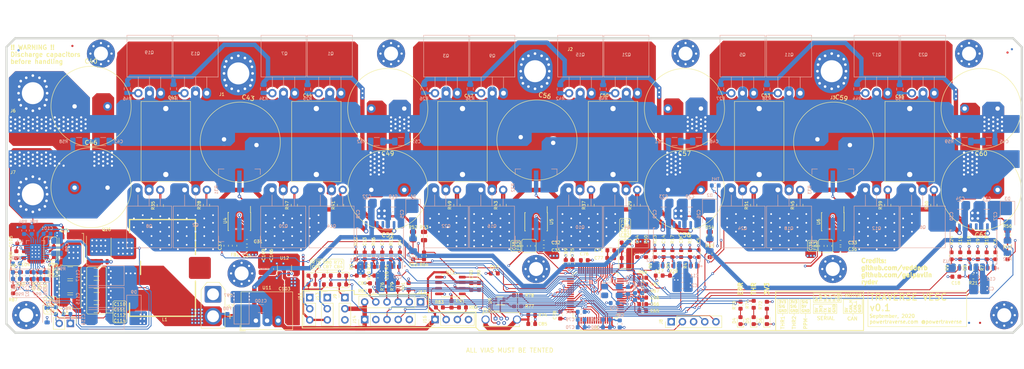
<source format=kicad_pcb>
(kicad_pcb (version 20171130) (host pcbnew "(5.1.6-0-10_14)")
  (title_block (title "BESC Gen 2") (date 14.7.2019) (rev Init) (company e.pavlin.si))
  (layers (0 F.Cu signal) (1 In1.Cu signal) (2 In2.Cu signal) (31 B.Cu signal) (34 B.Paste user) (35 F.Paste user) (36 B.SilkS user) (37 F.SilkS user) (38 B.Mask user) (39 F.Mask user) (44 Edge.Cuts user))
  (net 0 "")
  (net 1 GND)
  (net 2 +3V3)
  (net 3 "/power stage/VBOOT_U")
  (net 4 "/power stage/PHASE_U")
  (net 5 "/power stage/PHASE_V")
  (net 6 "/power stage/VBOOT_V")
  (net 7 "/power stage/PHASE_W")
  (net 8 "/power stage/VBOOT_W")
  (net 9 +12V)
  (net 10 VDC)
  (net 11 /mcu/ISENSE_U_FILT)
  (net 12 /mcu/ISENSE_V_FILT)
  (net 13 /mcu/ISENSE_W_FILT)
  (net 14 /io/NRST)
  (net 15 /io/RC_PWM)
  (net 16 /mcu/SCK_ADC_EXT)
  (net 17 /mcu/MISO_ADC_EXT2)
  (net 18 /io/MOTOR_TEMP)
  (net 19 +5V)
  (net 20 "Net-(D1-Pad2)")
  (net 21 "Net-(D2-Pad2)")
  (net 22 "Net-(D3-Pad2)")
  (net 23 "Net-(D4-Pad2)")
  (net 24 "Net-(D5-Pad2)")
  (net 25 "Net-(D6-Pad2)")
  (net 26 "/power stage/MOS_TEMP")
  (net 27 /io/SWCLK)
  (net 28 /io/SWDIO)
  (net 29 /io/HALL_U)
  (net 30 /io/HALL_V)
  (net 31 /io/HALL_W)
  (net 32 /io/RX)
  (net 33 /io/TX)
  (net 34 "Net-(J13-Pad2)")
  (net 35 /mcu/PWM_U_HIGH)
  (net 36 /mcu/PWM_U_LOW)
  (net 37 /mcu/DISABLE)
  (net 38 /mcu/PWM_V_HIGH)
  (net 39 /mcu/PWM_V_LOW)
  (net 40 /mcu/PWM_W_HIGH)
  (net 41 /mcu/PWM_W_LOW)
  (net 42 /mcu/USENSE_U)
  (net 43 /mcu/USENSE_V)
  (net 44 /mcu/USENSE_W)
  (net 45 /mcu/USENSE)
  (net 46 /mcu/ISENSE_U)
  (net 47 /mcu/ISENSE_V)
  (net 48 /mcu/ISENSE_W)
  (net 49 /io/USB_DP)
  (net 50 /io/USB_DM)
  (net 51 /io/CAN_RX)
  (net 52 /io/CAN_TX)
  (net 53 "Net-(C78-Pad1)")
  (net 54 "Net-(J9-Pad1)")
  (net 55 "Net-(J10-Pad2)")
  (net 56 "Net-(J10-Pad3)")
  (net 57 "Net-(Q1-Pad1)")
  (net 58 "Net-(Q2-Pad1)")
  (net 59 "Net-(Q3-Pad1)")
  (net 60 "Net-(Q4-Pad1)")
  (net 61 "Net-(Q5-Pad1)")
  (net 62 "Net-(Q6-Pad1)")
  (net 63 "Net-(Q7-Pad1)")
  (net 64 "Net-(Q8-Pad1)")
  (net 65 "Net-(Q9-Pad1)")
  (net 66 "Net-(Q10-Pad1)")
  (net 67 "Net-(Q11-Pad1)")
  (net 68 "Net-(Q12-Pad1)")
  (net 69 "Net-(Q13-Pad1)")
  (net 70 "Net-(Q14-Pad1)")
  (net 71 "Net-(Q15-Pad1)")
  (net 72 "Net-(Q16-Pad1)")
  (net 73 "Net-(Q17-Pad1)")
  (net 74 "Net-(Q18-Pad1)")
  (net 75 "Net-(Q19-Pad1)")
  (net 76 "Net-(Q20-Pad1)")
  (net 77 "Net-(Q21-Pad1)")
  (net 78 "Net-(Q22-Pad1)")
  (net 79 "Net-(Q23-Pad1)")
  (net 80 "Net-(Q24-Pad1)")
  (net 81 "/power stage/GND_U")
  (net 82 "/power stage/GND_V")
  (net 83 "/power stage/GND_W")
  (net 84 "Net-(C14-Pad2)")
  (net 85 "Net-(C15-Pad2)")
  (net 86 "Net-(C72-Pad1)")
  (net 87 "Net-(C81-Pad1)")
  (net 88 "/pwr mng/SENSE+")
  (net 89 "/pwr mng/PG")
  (net 90 "Net-(C4-Pad2)")
  (net 91 "Net-(C5-Pad2)")
  (net 92 "Net-(C6-Pad2)")
  (net 93 "Net-(C7-Pad2)")
  (net 94 "Net-(C8-Pad2)")
  (net 95 "Net-(C9-Pad2)")
  (net 96 "Net-(C13-Pad2)")
  (net 97 "Net-(C16-Pad1)")
  (net 98 "Net-(C17-Pad1)")
  (net 99 "Net-(C18-Pad1)")
  (net 100 "Net-(C73-Pad1)")
  (net 101 "Net-(C76-Pad1)")
  (net 102 "Net-(C85-Pad1)")
  (net 103 "Net-(C91-Pad1)")
  (net 104 /io/IGNITION)
  (net 105 "Net-(D8-Pad2)")
  (net 106 "Net-(J10-Pad1)")
  (net 107 "Net-(J11-Pad2)")
  (net 108 "Net-(J12-Pad5)")
  (net 109 "Net-(J15-Pad2)")
  (net 110 "Net-(J15-Pad1)")
  (net 111 "Net-(J16-Pad2)")
  (net 112 "Net-(J16-Pad3)")
  (net 113 "Net-(R25-Pad1)")
  (net 114 "Net-(R26-Pad1)")
  (net 115 "Net-(R27-Pad1)")
  (net 116 "Net-(R28-Pad1)")
  (net 117 "Net-(R29-Pad1)")
  (net 118 "Net-(R30-Pad1)")
  (net 119 "Net-(R31-Pad2)")
  (net 120 "Net-(R31-Pad3)")
  (net 121 "Net-(R32-Pad2)")
  (net 122 "Net-(R32-Pad3)")
  (net 123 "Net-(R33-Pad2)")
  (net 124 "Net-(R33-Pad3)")
  (net 125 "/power stage/VSUPA_U")
  (net 126 "/power stage/VSUPA_V")
  (net 127 "/power stage/VSUPA_W")
  (net 128 "/pwr mng/SW")
  (net 129 "/pwr mng/BOTTOM_GATE")
  (net 130 "/pwr mng/TOP_GATE")
  (net 131 "Net-(C100-Pad1)")
  (net 132 "Net-(C42-Pad2)")
  (net 133 "Net-(C45-Pad2)")
  (net 134 "Net-(C48-Pad2)")
  (net 135 "Net-(C51-Pad2)")
  (net 136 "Net-(C101-Pad2)")
  (net 137 "Net-(C105-Pad1)")
  (net 138 "Net-(R70-Pad2)")
  (net 139 "Net-(R71-Pad2)")
  (net 140 "Net-(R77-Pad1)")
  (net 141 "Net-(R78-Pad1)")
  (net 142 "/pwr mng/INTVCC")
  (net 143 "/pwr mng/VIN+")
  (net 144 "/pwr mng/SS")
  (net 145 "/pwr mng/ITH")
  (net 146 "/pwr mng/VFB")
  (net 147 "/pwr mng/OVLO")
  (net 148 "/pwr mng/DRVSET")
  (net 149 "/pwr mng/FREQ")
  (net 150 "Net-(H5-Pad1)")
  (net 151 "Net-(H6-Pad1)")
  (net 152 "Net-(H8-Pad1)")
  (net 153 "Net-(H1-Pad1)")
  (net 154 "Net-(H2-Pad1)")
  (net 155 "Net-(H3-Pad1)")
  (net 156 "Net-(H4-Pad1)")
  (net 157 "Net-(H9-Pad1)")
  (net 158 "/pwr mng/DRVcc")
  (net 159 "Net-(J10-Pad4)")
  (net 160 "Net-(U1-Pad13)")
  (net 161 "Net-(U1-Pad12)")
  (net 162 "Net-(U1-Pad7)")
  (net 163 "Net-(U2-Pad13)")
  (net 164 "Net-(U2-Pad12)")
  (net 165 "Net-(U2-Pad7)")
  (net 166 "Net-(U3-Pad13)")
  (net 167 "Net-(U3-Pad12)")
  (net 168 "Net-(U3-Pad7)")
  (net 169 /mcu/FAULT)
  (net 170 "Net-(U8-Pad56)")
  (net 171 "Net-(U8-Pad55)")
  (net 172 "Net-(U8-Pad54)")
  (net 173 "Net-(U8-Pad53)")
  (net 174 "Net-(U8-Pad52)")
  (net 175 "Net-(U8-Pad51)")
  (net 176 "Net-(U8-Pad50)")
  (net 177 "Net-(U8-Pad40)")
  (net 178 "Net-(U8-Pad33)")
  (net 179 "Net-(U8-Pad28)")
  (net 180 /mcu/ADC15)
  (net 181 "Net-(U8-Pad4)")
  (net 182 "Net-(U8-Pad3)")
  (net 183 "Net-(U8-Pad2)")
  (module moje:C_Radial_D18.0mm_H25mm_P7.50mm (layer F.Cu) (at 257.3 95.4 180)
    (fp_text reference C61 (at 3.75 -10.25 180) (layer F.SilkS))
    (fp_text value B41858D9337M000)
    (pad 2 thru_hole circle (at 7.5 0 180) (size 2 2) (drill 1) (layers *.Cu *.Mask) (net 1 GND))
    (pad 1 thru_hole circle (at 0 0 180) (size 2 2) (drill 1) (layers *.Cu *.Mask) (net 10 VDC))
  )
  (module moje:C_Radial_D18.0mm_H25mm_P7.50mm (layer F.Cu) (at 257.3 76.9 180)
    (fp_text reference C60 (at 3.75 -10.25 180) (layer F.SilkS))
    (fp_text value B41858D9337M000)
    (pad 2 thru_hole circle (at 7.5 0 180) (size 2 2) (drill 1) (layers *.Cu *.Mask) (net 1 GND))
    (pad 1 thru_hole circle (at 0 0 180) (size 2 2) (drill 1) (layers *.Cu *.Mask) (net 10 VDC))
  )
  (module moje:C_Radial_D18.0mm_H25mm_P7.50mm (layer F.Cu) (at 216.3 83.9 350)
    (fp_text reference C59 (at 3.75 -10.25 350) (layer F.SilkS))
    (fp_text value B41858D9337M000)
    (pad 2 thru_hole circle (at 7.5 0 350) (size 2 2) (drill 1) (layers *.Cu *.Mask) (net 1 GND))
    (pad 1 thru_hole circle (at 0 0 350) (size 2 2) (drill 1) (layers *.Cu *.Mask) (net 10 VDC))
  )
  (module moje:C_Radial_D18.0mm_H25mm_P7.50mm (layer F.Cu) (at 189.8 95.4 180)
    (fp_text reference C58 (at 3.75 -10.25 180) (layer F.SilkS))
    (fp_text value B41858D9337M000)
    (pad 2 thru_hole circle (at 7.5 0 180) (size 2 2) (drill 1) (layers *.Cu *.Mask) (net 1 GND))
    (pad 1 thru_hole circle (at 0 0 180) (size 2 2) (drill 1) (layers *.Cu *.Mask) (net 10 VDC))
  )
  (module moje:C_Radial_D18.0mm_H25mm_P7.50mm (layer F.Cu) (at 189.8 76.9 180)
    (fp_text reference C57 (at 3.75 -10.25 180) (layer F.SilkS))
    (fp_text value B41858D9337M000)
    (pad 2 thru_hole circle (at 7.5 0 180) (size 2 2) (drill 1) (layers *.Cu *.Mask) (net 1 GND))
    (pad 1 thru_hole circle (at 0 0 180) (size 2 2) (drill 1) (layers *.Cu *.Mask) (net 10 VDC))
  )
  (module moje:C_Radial_D18.0mm_H25mm_P7.50mm (layer F.Cu) (at 148.8 83.4 350)
    (fp_text reference C56 (at 3.75 -10.25 350) (layer F.SilkS))
    (fp_text value B41858D9337M000)
    (pad 2 thru_hole circle (at 7.5 0 350) (size 2 2) (drill 1) (layers *.Cu *.Mask) (net 1 GND))
    (pad 1 thru_hole circle (at 0 0 350) (size 2 2) (drill 1) (layers *.Cu *.Mask) (net 10 VDC))
  )
  (module moje:C_Radial_D18.0mm_H25mm_P7.50mm (layer F.Cu) (at 122.3 95.4 180)
    (fp_text reference C52 (at 3.75 -10.25 180) (layer F.SilkS))
    (fp_text value B41858D9337M000)
    (pad 2 thru_hole circle (at 7.5 0 180) (size 2 2) (drill 1) (layers *.Cu *.Mask) (net 1 GND))
    (pad 1 thru_hole circle (at 0 0 180) (size 2 2) (drill 1) (layers *.Cu *.Mask) (net 10 VDC))
  )
  (module moje:C_Radial_D18.0mm_H25mm_P7.50mm (layer F.Cu) (at 122.3 76.9 180)
    (fp_text reference C49 (at 3.75 -10.25 180) (layer F.SilkS))
    (fp_text value B41858D9337M000)
    (pad 2 thru_hole circle (at 7.5 0 180) (size 2 2) (drill 1) (layers *.Cu *.Mask) (net 1 GND))
    (pad 1 thru_hole circle (at 0 0 180) (size 2 2) (drill 1) (layers *.Cu *.Mask) (net 10 VDC))
  )
  (module moje:C_Radial_D18.0mm_H25mm_P7.50mm (layer F.Cu) (at 47.3 94.9)
    (fp_text reference C46 (at 3.75 -10.25) (layer F.SilkS))
    (fp_text value B41858D9337M000)
    (pad 2 thru_hole circle (at 7.5 0) (size 2 2) (drill 1) (layers *.Cu *.Mask) (net 1 GND))
    (pad 1 thru_hole circle (at 0 0) (size 2 2) (drill 1) (layers *.Cu *.Mask) (net 10 VDC))
  )
  (module moje:C_Radial_D18.0mm_H25mm_P7.50mm (layer F.Cu) (at 81.3 83.9 350)
    (fp_text reference C43 (at 3.75 -10.25 350) (layer F.SilkS))
    (fp_text value B41858D9337M000)
    (pad 2 thru_hole circle (at 7.5 0 350) (size 2 2) (drill 1) (layers *.Cu *.Mask) (net 1 GND))
    (pad 1 thru_hole circle (at 0 0 350) (size 2 2) (drill 1) (layers *.Cu *.Mask) (net 10 VDC))
  )
  (module moje:C_Radial_D18.0mm_H25mm_P7.50mm (layer F.Cu) (at 47.3 76.4)
    (fp_text reference C40 (at 3.75 -10.25) (layer F.SilkS))
    (fp_text value B41858D9337M000)
    (pad 2 thru_hole circle (at 7.5 0) (size 2 2) (drill 1) (layers *.Cu *.Mask) (net 1 GND))
    (pad 1 thru_hole circle (at 0 0) (size 2 2) (drill 1) (layers *.Cu *.Mask) (net 10 VDC))
  )
  (module moje:8awg_wirepad (layer F.Cu) (at 84.55 68.9)
    (fp_text reference J1 (at -3.75 4.75) (layer F.SilkS) (effects (font (size 0.7 0.7) (thickness 0.12))))
    (fp_text value "PHASE WIRE")
    (pad 1 thru_hole circle (at 2.75 -2.75 270) (size 1.5 1.5) (drill 0.6) (layers *.Cu *.Mask) (net 4 "/power stage/PHASE_U"))
    (pad 1 thru_hole circle (at 3.1 -1.5 270) (size 1.5 1.5) (drill 0.6) (layers *.Cu *.Mask) (net 4 "/power stage/PHASE_U"))
    (pad 1 thru_hole circle (at 2.75 2.75 180) (size 1.5 1.5) (drill 0.6) (layers *.Cu *.Mask) (net 4 "/power stage/PHASE_U"))
    (pad 1 thru_hole circle (at 1.5 3.5 180) (size 1.5 1.5) (drill 0.6) (layers *.Cu *.Mask) (net 4 "/power stage/PHASE_U"))
    (pad 1 thru_hole circle (at -2.75 2.75 90) (size 1.5 1.5) (drill 0.6) (layers *.Cu *.Mask) (net 4 "/power stage/PHASE_U"))
    (pad 1 thru_hole circle (at -3.1 1.5 90) (size 1.5 1.5) (drill 0.6) (layers *.Cu *.Mask) (net 4 "/power stage/PHASE_U"))
    (pad 1 thru_hole circle (at -2.75 -2.75) (size 1.5 1.5) (drill 0.6) (layers *.Cu *.Mask) (net 4 "/power stage/PHASE_U"))
    (pad 1 thru_hole circle (at -1.5 -3.5) (size 1.5 1.5) (drill 0.6) (layers *.Cu *.Mask) (net 4 "/power stage/PHASE_U"))
    (pad 1 thru_hole circle (at 3.1 1.5 180) (size 1.5 1.5) (drill 0.6) (layers *.Cu *.Mask) (net 4 "/power stage/PHASE_U"))
    (pad 1 thru_hole circle (at 1.5 -3.5 270) (size 1.5 1.5) (drill 0.6) (layers *.Cu *.Mask) (net 4 "/power stage/PHASE_U"))
    (pad 1 thru_hole circle (at -1.5 3.5 90) (size 1.5 1.5) (drill 0.6) (layers *.Cu *.Mask) (net 4 "/power stage/PHASE_U"))
    (pad 1 thru_hole circle (at -3.1 -1.5) (size 1.5 1.5) (drill 0.6) (layers *.Cu *.Mask) (net 4 "/power stage/PHASE_U"))
    (pad 1 thru_hole circle (at 0 -4 270) (size 1.5 1.5) (drill 0.6) (layers *.Cu *.Mask) (net 4 "/power stage/PHASE_U"))
    (pad 1 thru_hole circle (at 3.25 0 180) (size 1.5 1.5) (drill 0.6) (layers *.Cu *.Mask) (net 4 "/power stage/PHASE_U"))
    (pad 1 thru_hole circle (at 0 4 90) (size 1.5 1.5) (drill 0.6) (layers *.Cu *.Mask) (net 4 "/power stage/PHASE_U"))
    (pad 1 thru_hole circle (at -3.25 0) (size 1.5 1.5) (drill 0.6) (layers *.Cu *.Mask) (net 4 "/power stage/PHASE_U"))
    (pad 1 thru_hole oval (at 0 0) (size 8 10) (drill 5) (layers *.Cu *.Mask) (net 4 "/power stage/PHASE_U"))
  )
  (module moje:8awg_wirepad (layer F.Cu) (at 152.05 68.4)
    (fp_text reference J2 (at 8 -5) (layer F.SilkS) (effects (font (size 0.7 0.7) (thickness 0.12))))
    (fp_text value "PHASE WIRE")
    (pad 1 thru_hole circle (at 2.75 -2.75 270) (size 1.5 1.5) (drill 0.6) (layers *.Cu *.Mask) (net 5 "/power stage/PHASE_V"))
    (pad 1 thru_hole circle (at 3.1 -1.5 270) (size 1.5 1.5) (drill 0.6) (layers *.Cu *.Mask) (net 5 "/power stage/PHASE_V"))
    (pad 1 thru_hole circle (at 2.75 2.75 180) (size 1.5 1.5) (drill 0.6) (layers *.Cu *.Mask) (net 5 "/power stage/PHASE_V"))
    (pad 1 thru_hole circle (at 1.5 3.5 180) (size 1.5 1.5) (drill 0.6) (layers *.Cu *.Mask) (net 5 "/power stage/PHASE_V"))
    (pad 1 thru_hole circle (at -2.75 2.75 90) (size 1.5 1.5) (drill 0.6) (layers *.Cu *.Mask) (net 5 "/power stage/PHASE_V"))
    (pad 1 thru_hole circle (at -3.1 1.5 90) (size 1.5 1.5) (drill 0.6) (layers *.Cu *.Mask) (net 5 "/power stage/PHASE_V"))
    (pad 1 thru_hole circle (at -2.75 -2.75) (size 1.5 1.5) (drill 0.6) (layers *.Cu *.Mask) (net 5 "/power stage/PHASE_V"))
    (pad 1 thru_hole circle (at -1.5 -3.5) (size 1.5 1.5) (drill 0.6) (layers *.Cu *.Mask) (net 5 "/power stage/PHASE_V"))
    (pad 1 thru_hole circle (at 3.1 1.5 180) (size 1.5 1.5) (drill 0.6) (layers *.Cu *.Mask) (net 5 "/power stage/PHASE_V"))
    (pad 1 thru_hole circle (at 1.5 -3.5 270) (size 1.5 1.5) (drill 0.6) (layers *.Cu *.Mask) (net 5 "/power stage/PHASE_V"))
    (pad 1 thru_hole circle (at -1.5 3.5 90) (size 1.5 1.5) (drill 0.6) (layers *.Cu *.Mask) (net 5 "/power stage/PHASE_V"))
    (pad 1 thru_hole circle (at -3.1 -1.5) (size 1.5 1.5) (drill 0.6) (layers *.Cu *.Mask) (net 5 "/power stage/PHASE_V"))
    (pad 1 thru_hole circle (at 0 -4 270) (size 1.5 1.5) (drill 0.6) (layers *.Cu *.Mask) (net 5 "/power stage/PHASE_V"))
    (pad 1 thru_hole circle (at 3.25 0 180) (size 1.5 1.5) (drill 0.6) (layers *.Cu *.Mask) (net 5 "/power stage/PHASE_V"))
    (pad 1 thru_hole circle (at 0 4 90) (size 1.5 1.5) (drill 0.6) (layers *.Cu *.Mask) (net 5 "/power stage/PHASE_V"))
    (pad 1 thru_hole circle (at -3.25 0) (size 1.5 1.5) (drill 0.6) (layers *.Cu *.Mask) (net 5 "/power stage/PHASE_V"))
    (pad 1 thru_hole oval (at 0 0) (size 8 10) (drill 5) (layers *.Cu *.Mask) (net 5 "/power stage/PHASE_V"))
  )
  (module moje:8awg_wirepad (layer F.Cu) (at 219.55 68.4)
    (fp_text reference J3 (at 0.25 6) (layer F.SilkS) (effects (font (size 0.7 0.7) (thickness 0.12))))
    (fp_text value "PHASE WIRE")
    (pad 1 thru_hole circle (at 2.75 -2.75 270) (size 1.5 1.5) (drill 0.6) (layers *.Cu *.Mask) (net 7 "/power stage/PHASE_W"))
    (pad 1 thru_hole circle (at 3.1 -1.5 270) (size 1.5 1.5) (drill 0.6) (layers *.Cu *.Mask) (net 7 "/power stage/PHASE_W"))
    (pad 1 thru_hole circle (at 2.75 2.75 180) (size 1.5 1.5) (drill 0.6) (layers *.Cu *.Mask) (net 7 "/power stage/PHASE_W"))
    (pad 1 thru_hole circle (at 1.5 3.5 180) (size 1.5 1.5) (drill 0.6) (layers *.Cu *.Mask) (net 7 "/power stage/PHASE_W"))
    (pad 1 thru_hole circle (at -2.75 2.75 90) (size 1.5 1.5) (drill 0.6) (layers *.Cu *.Mask) (net 7 "/power stage/PHASE_W"))
    (pad 1 thru_hole circle (at -3.1 1.5 90) (size 1.5 1.5) (drill 0.6) (layers *.Cu *.Mask) (net 7 "/power stage/PHASE_W"))
    (pad 1 thru_hole circle (at -2.75 -2.75) (size 1.5 1.5) (drill 0.6) (layers *.Cu *.Mask) (net 7 "/power stage/PHASE_W"))
    (pad 1 thru_hole circle (at -1.5 -3.5) (size 1.5 1.5) (drill 0.6) (layers *.Cu *.Mask) (net 7 "/power stage/PHASE_W"))
    (pad 1 thru_hole circle (at 3.1 1.5 180) (size 1.5 1.5) (drill 0.6) (layers *.Cu *.Mask) (net 7 "/power stage/PHASE_W"))
    (pad 1 thru_hole circle (at 1.5 -3.5 270) (size 1.5 1.5) (drill 0.6) (layers *.Cu *.Mask) (net 7 "/power stage/PHASE_W"))
    (pad 1 thru_hole circle (at -1.5 3.5 90) (size 1.5 1.5) (drill 0.6) (layers *.Cu *.Mask) (net 7 "/power stage/PHASE_W"))
    (pad 1 thru_hole circle (at -3.1 -1.5) (size 1.5 1.5) (drill 0.6) (layers *.Cu *.Mask) (net 7 "/power stage/PHASE_W"))
    (pad 1 thru_hole circle (at 0 -4 270) (size 1.5 1.5) (drill 0.6) (layers *.Cu *.Mask) (net 7 "/power stage/PHASE_W"))
    (pad 1 thru_hole circle (at 3.25 0 180) (size 1.5 1.5) (drill 0.6) (layers *.Cu *.Mask) (net 7 "/power stage/PHASE_W"))
    (pad 1 thru_hole circle (at 0 4 90) (size 1.5 1.5) (drill 0.6) (layers *.Cu *.Mask) (net 7 "/power stage/PHASE_W"))
    (pad 1 thru_hole circle (at -3.25 0) (size 1.5 1.5) (drill 0.6) (layers *.Cu *.Mask) (net 7 "/power stage/PHASE_W"))
    (pad 1 thru_hole oval (at 0 0) (size 8 10) (drill 5) (layers *.Cu *.Mask) (net 7 "/power stage/PHASE_W"))
  )
  (module moje:8awg_wirepad (layer F.Cu) (at 37.8 73.4 180)
    (fp_text reference J6 (at 4.5 -4) (layer F.SilkS) (effects (font (size 0.7 0.7) (thickness 0.12))))
    (fp_text value IN+)
    (pad 1 thru_hole circle (at 2.75 -2.75 90) (size 1.5 1.5) (drill 0.6) (layers *.Cu *.Mask) (net 10 VDC))
    (pad 1 thru_hole circle (at 3.1 -1.5 90) (size 1.5 1.5) (drill 0.6) (layers *.Cu *.Mask) (net 10 VDC))
    (pad 1 thru_hole circle (at 2.75 2.75) (size 1.5 1.5) (drill 0.6) (layers *.Cu *.Mask) (net 10 VDC))
    (pad 1 thru_hole circle (at 1.5 3.5) (size 1.5 1.5) (drill 0.6) (layers *.Cu *.Mask) (net 10 VDC))
    (pad 1 thru_hole circle (at -2.75 2.75 270) (size 1.5 1.5) (drill 0.6) (layers *.Cu *.Mask) (net 10 VDC))
    (pad 1 thru_hole circle (at -3.1 1.5 270) (size 1.5 1.5) (drill 0.6) (layers *.Cu *.Mask) (net 10 VDC))
    (pad 1 thru_hole circle (at -2.75 -2.75 180) (size 1.5 1.5) (drill 0.6) (layers *.Cu *.Mask) (net 10 VDC))
    (pad 1 thru_hole circle (at -1.5 -3.5 180) (size 1.5 1.5) (drill 0.6) (layers *.Cu *.Mask) (net 10 VDC))
    (pad 1 thru_hole circle (at 3.1 1.5) (size 1.5 1.5) (drill 0.6) (layers *.Cu *.Mask) (net 10 VDC))
    (pad 1 thru_hole circle (at 1.5 -3.5 90) (size 1.5 1.5) (drill 0.6) (layers *.Cu *.Mask) (net 10 VDC))
    (pad 1 thru_hole circle (at -1.5 3.5 270) (size 1.5 1.5) (drill 0.6) (layers *.Cu *.Mask) (net 10 VDC))
    (pad 1 thru_hole circle (at -3.1 -1.5 180) (size 1.5 1.5) (drill 0.6) (layers *.Cu *.Mask) (net 10 VDC))
    (pad 1 thru_hole circle (at 0 -4 90) (size 1.5 1.5) (drill 0.6) (layers *.Cu *.Mask) (net 10 VDC))
    (pad 1 thru_hole circle (at 3.25 0) (size 1.5 1.5) (drill 0.6) (layers *.Cu *.Mask) (net 10 VDC))
    (pad 1 thru_hole circle (at 0 4 270) (size 1.5 1.5) (drill 0.6) (layers *.Cu *.Mask) (net 10 VDC))
    (pad 1 thru_hole circle (at -3.25 0 180) (size 1.5 1.5) (drill 0.6) (layers *.Cu *.Mask) (net 10 VDC))
    (pad 1 thru_hole oval (at 0 0 180) (size 8 10) (drill 5) (layers *.Cu *.Mask) (net 10 VDC))
  )
  (module moje:8awg_wirepad (layer F.Cu) (at 37.8 96.4 180)
    (fp_text reference J7 (at 4.5 5) (layer F.SilkS) (effects (font (size 0.7 0.7) (thickness 0.12))))
    (fp_text value IN-)
    (pad 1 thru_hole circle (at 2.75 -2.75 90) (size 1.5 1.5) (drill 0.6) (layers *.Cu *.Mask) (net 1 GND))
    (pad 1 thru_hole circle (at 3.1 -1.5 90) (size 1.5 1.5) (drill 0.6) (layers *.Cu *.Mask) (net 1 GND))
    (pad 1 thru_hole circle (at 2.75 2.75) (size 1.5 1.5) (drill 0.6) (layers *.Cu *.Mask) (net 1 GND))
    (pad 1 thru_hole circle (at 1.5 3.5) (size 1.5 1.5) (drill 0.6) (layers *.Cu *.Mask) (net 1 GND))
    (pad 1 thru_hole circle (at -2.75 2.75 270) (size 1.5 1.5) (drill 0.6) (layers *.Cu *.Mask) (net 1 GND))
    (pad 1 thru_hole circle (at -3.1 1.5 270) (size 1.5 1.5) (drill 0.6) (layers *.Cu *.Mask) (net 1 GND))
    (pad 1 thru_hole circle (at -2.75 -2.75 180) (size 1.5 1.5) (drill 0.6) (layers *.Cu *.Mask) (net 1 GND))
    (pad 1 thru_hole circle (at -1.5 -3.5 180) (size 1.5 1.5) (drill 0.6) (layers *.Cu *.Mask) (net 1 GND))
    (pad 1 thru_hole circle (at 3.1 1.5) (size 1.5 1.5) (drill 0.6) (layers *.Cu *.Mask) (net 1 GND))
    (pad 1 thru_hole circle (at 1.5 -3.5 90) (size 1.5 1.5) (drill 0.6) (layers *.Cu *.Mask) (net 1 GND))
    (pad 1 thru_hole circle (at -1.5 3.5 270) (size 1.5 1.5) (drill 0.6) (layers *.Cu *.Mask) (net 1 GND))
    (pad 1 thru_hole circle (at -3.1 -1.5 180) (size 1.5 1.5) (drill 0.6) (layers *.Cu *.Mask) (net 1 GND))
    (pad 1 thru_hole circle (at 0 -4 90) (size 1.5 1.5) (drill 0.6) (layers *.Cu *.Mask) (net 1 GND))
    (pad 1 thru_hole circle (at 3.25 0) (size 1.5 1.5) (drill 0.6) (layers *.Cu *.Mask) (net 1 GND))
    (pad 1 thru_hole circle (at 0 4 270) (size 1.5 1.5) (drill 0.6) (layers *.Cu *.Mask) (net 1 GND))
    (pad 1 thru_hole circle (at -3.25 0 180) (size 1.5 1.5) (drill 0.6) (layers *.Cu *.Mask) (net 1 GND))
    (pad 1 thru_hole oval (at 0 0 180) (size 8 10) (drill 5) (layers *.Cu *.Mask) (net 1 GND))
  )
  (module Resistor_SMD:R_0805_2012Metric (layer B.Cu) (at 44.275 111.7)
    (fp_text reference R93 (at 0 1.65) (layer B.SilkS) (effects (font (size 0.7 0.7) (thickness 0.12)) (justify mirror)))
    (fp_text value 10R)
    (pad 2 smd roundrect (at 0.9375 0) (size 0.975 1.4) (layers B.Cu B.Paste B.Mask) (net 10 VDC))
    (pad 1 smd roundrect (at -0.9375 0) (size 0.975 1.4) (layers B.Cu B.Paste B.Mask) (net 143 "/pwr mng/VIN+"))
  )
  (module Capacitor_SMD:C_1210_3225Metric (layer B.Cu) (at 43.3 108.45 90)
    (fp_text reference C98 (at 0 2.28 90) (layer B.SilkS) (effects (font (size 0.7 0.7) (thickness 0.12)) (justify mirror)))
    (fp_text value "0.47u 200V")
    (pad 2 smd roundrect (at 1.4 0 90) (size 1.25 2.65) (layers B.Cu B.Paste B.Mask) (roundrect_rratio 0.2) (net 1 GND))
    (pad 1 smd roundrect (at -1.4 0 90) (size 1.25 2.65) (layers B.Cu B.Paste B.Mask) (roundrect_rratio 0.2) (net 143 "/pwr mng/VIN+"))
  )
  (module Capacitor_SMD:C_1210_3225Metric (layer F.Cu) (at 46.3 120.65)
    (fp_text reference C94 (at -4.5 2.25) (layer F.SilkS) (effects (font (size 0.7 0.7) (thickness 0.12))))
    (fp_text value "0.47u 200V")
    (pad 2 smd roundrect (at 1.4 0) (size 1.25 2.65) (layers F.Cu F.Paste F.Mask) (roundrect_rratio 0.2) (net 1 GND))
    (pad 1 smd roundrect (at -1.4 0) (size 1.25 2.65) (layers F.Cu F.Paste F.Mask) (roundrect_rratio 0.2) (net 10 VDC))
  )
  (module Capacitor_SMD:C_1210_3225Metric (layer F.Cu) (at 46.3 114.25)
    (fp_text reference C93 (at -4.5 6.15) (layer F.SilkS) (effects (font (size 0.7 0.7) (thickness 0.12))))
    (fp_text value "0.47u 200V")
    (pad 2 smd roundrect (at 1.4 0) (size 1.25 2.65) (layers F.Cu F.Paste F.Mask) (roundrect_rratio 0.2) (net 1 GND))
    (pad 1 smd roundrect (at -1.4 0) (size 1.25 2.65) (layers F.Cu F.Paste F.Mask) (roundrect_rratio 0.2) (net 10 VDC))
  )
  (module Capacitor_SMD:C_1210_3225Metric (layer F.Cu) (at 46.3 117.45)
    (fp_text reference C92 (at -4.5 4.2) (layer F.SilkS) (effects (font (size 0.7 0.7) (thickness 0.12))))
    (fp_text value "0.47u 200V")
    (pad 2 smd roundrect (at 1.4 0) (size 1.25 2.65) (layers F.Cu F.Paste F.Mask) (roundrect_rratio 0.2) (net 1 GND))
    (pad 1 smd roundrect (at -1.4 0) (size 1.25 2.65) (layers F.Cu F.Paste F.Mask) (roundrect_rratio 0.2) (net 10 VDC))
  )
  (module Fiducial:Fiducial_0.5mm_Mask1.5mm (layer F.Cu) (at 259.55 64.15)
    (fp_text reference FID6 hide)
    (fp_text value Fiducial)
    (pad "" smd circle (at 0 0) (size 0.5 0.5) (layers F.Cu F.Mask) (clearance 0.5))
  )
  (module Fiducial:Fiducial_0.5mm_Mask1.5mm (layer B.Cu) (at 260.55 63.4)
    (fp_text reference FID5 hide)
    (fp_text value Fiducial)
    (pad "" smd circle (at 0 0) (size 0.5 0.5) (layers B.Cu B.Mask) (clearance 0.5))
  )
  (module Fiducial:Fiducial_0.5mm_Mask1.5mm (layer F.Cu) (at 253.3 125.65)
    (fp_text reference FID4 hide)
    (fp_text value Fiducial)
    (pad "" smd circle (at 0 0) (size 0.5 0.5) (layers F.Cu F.Mask) (clearance 0.5))
  )
  (module Fiducial:Fiducial_0.5mm_Mask1.5mm (layer B.Cu) (at 250.8 125.65)
    (fp_text reference FID3 hide)
    (fp_text value Fiducial)
    (pad "" smd circle (at 0 0) (size 0.5 0.5) (layers B.Cu B.Mask) (clearance 0.5))
  )
  (module Fiducial:Fiducial_0.5mm_Mask1.5mm (layer F.Cu) (at 46.8 62.65)
    (fp_text reference FID2 hide)
    (fp_text value Fiducial)
    (pad "" smd circle (at 0 0) (size 0.5 0.5) (layers F.Cu F.Mask) (clearance 0.5))
  )
  (module Fiducial:Fiducial_0.5mm_Mask1.5mm (layer B.Cu) (at 34.55 63.65)
    (fp_text reference FID1 hide)
    (fp_text value Fiducial)
    (pad "" smd circle (at 0 0) (size 0.5 0.5) (layers B.Cu B.Mask) (clearance 0.5))
  )
  (module Capacitor_SMD:C_0603_1608Metric (layer F.Cu) (at 41.8 108.4)
    (fp_text reference C95 (at 0.6 5.25) (layer F.SilkS) (effects (font (size 0.7 0.7) (thickness 0.12))))
    (fp_text value 2.2u)
    (pad 2 smd roundrect (at 0.7875 0) (size 0.875 0.95) (layers F.Cu F.Paste F.Mask) (net 158 "/pwr mng/DRVcc"))
    (pad 1 smd roundrect (at -0.7875 0) (size 0.875 0.95) (layers F.Cu F.Paste F.Mask) (net 1 GND))
  )
  (module Capacitor_SMD:C_0603_1608Metric (layer B.Cu) (at 248.8 101.4 180)
    (fp_text reference C30 (at 2 0 270) (layer B.SilkS) (effects (font (size 0.7 0.7) (thickness 0.12)) (justify mirror)))
    (fp_text value 10n)
    (pad 2 smd roundrect (at 0.7875 0 180) (size 0.875 0.95) (layers B.Cu B.Paste B.Mask) (net 1 GND))
    (pad 1 smd roundrect (at -0.7875 0 180) (size 0.875 0.95) (layers B.Cu B.Paste B.Mask) (net 9 +12V))
  )
  (module Capacitor_SMD:C_0603_1608Metric (layer B.Cu) (at 181.3 100.9 180)
    (fp_text reference C29 (at 2 0 270) (layer B.SilkS) (effects (font (size 0.7 0.7) (thickness 0.12)) (justify mirror)))
    (fp_text value 10n)
    (pad 2 smd roundrect (at 0.7875 0 180) (size 0.875 0.95) (layers B.Cu B.Paste B.Mask) (net 1 GND))
    (pad 1 smd roundrect (at -0.7875 0 180) (size 0.875 0.95) (layers B.Cu B.Paste B.Mask) (net 9 +12V))
  )
  (module Capacitor_SMD:C_0603_1608Metric (layer B.Cu) (at 113.8 100.9 180)
    (fp_text reference C28 (at 2 0 270) (layer B.SilkS) (effects (font (size 0.7 0.7) (thickness 0.12)) (justify mirror)))
    (fp_text value 10n)
    (pad 2 smd roundrect (at 0.7875 0 180) (size 0.875 0.95) (layers B.Cu B.Paste B.Mask) (net 1 GND))
    (pad 1 smd roundrect (at -0.7875 0 180) (size 0.875 0.95) (layers B.Cu B.Paste B.Mask) (net 9 +12V))
  )
  (module Capacitor_SMD:C_0603_1608Metric (layer B.Cu) (at 254.8 101.4 180)
    (fp_text reference C27 (at -2 0 270) (layer B.SilkS) (effects (font (size 0.7 0.7) (thickness 0.12)) (justify mirror)))
    (fp_text value 10n)
    (pad 2 smd roundrect (at 0.7875 0 180) (size 0.875 0.95) (layers B.Cu B.Paste B.Mask) (net 7 "/power stage/PHASE_W"))
    (pad 1 smd roundrect (at -0.7875 0 180) (size 0.875 0.95) (layers B.Cu B.Paste B.Mask) (net 8 "/power stage/VBOOT_W"))
  )
  (module Capacitor_SMD:C_0603_1608Metric (layer B.Cu) (at 187.15 100.9 180)
    (fp_text reference C26 (at -2.15 0 270) (layer B.SilkS) (effects (font (size 0.7 0.7) (thickness 0.12)) (justify mirror)))
    (fp_text value 10n)
    (pad 2 smd roundrect (at 0.7875 0 180) (size 0.875 0.95) (layers B.Cu B.Paste B.Mask) (net 5 "/power stage/PHASE_V"))
    (pad 1 smd roundrect (at -0.7875 0 180) (size 0.875 0.95) (layers B.Cu B.Paste B.Mask) (net 6 "/power stage/VBOOT_V"))
  )
  (module Capacitor_SMD:C_0603_1608Metric (layer B.Cu) (at 119.7 100.9 180)
    (fp_text reference C25 (at -2.1 0 270) (layer B.SilkS) (effects (font (size 0.7 0.7) (thickness 0.12)) (justify mirror)))
    (fp_text value 10n)
    (pad 2 smd roundrect (at 0.7875 0 180) (size 0.875 0.95) (layers B.Cu B.Paste B.Mask) (net 4 "/power stage/PHASE_U"))
    (pad 1 smd roundrect (at -0.7875 0 180) (size 0.875 0.95) (layers B.Cu B.Paste B.Mask) (net 3 "/power stage/VBOOT_U"))
  )
  (module Capacitor_SMD:C_0805_2012Metric (layer B.Cu) (at 253.05 117.9 180)
    (fp_text reference C3 (at -2.75 0 180) (layer B.SilkS) (effects (font (size 0.7 0.7) (thickness 0.12)) (justify mirror)))
    (fp_text value "2.2u 35V")
    (pad 2 smd roundrect (at 0.9375 0 180) (size 0.975 1.4) (layers B.Cu B.Paste B.Mask) (net 1 GND))
    (pad 1 smd roundrect (at -0.9375 0 180) (size 0.975 1.4) (layers B.Cu B.Paste B.Mask) (net 2 +3V3))
  )
  (module Capacitor_SMD:C_0805_2012Metric (layer B.Cu) (at 185.55 117.15 180)
    (fp_text reference C2 (at -2.75 0 180) (layer B.SilkS) (effects (font (size 0.7 0.7) (thickness 0.12)) (justify mirror)))
    (fp_text value "2.2u 35V")
    (pad 2 smd roundrect (at 0.9375 0 180) (size 0.975 1.4) (layers B.Cu B.Paste B.Mask) (net 1 GND))
    (pad 1 smd roundrect (at -0.9375 0 180) (size 0.975 1.4) (layers B.Cu B.Paste B.Mask) (net 2 +3V3))
  )
  (module Capacitor_SMD:C_0805_2012Metric (layer B.Cu) (at 118.05 117.65 180)
    (fp_text reference C1 (at -2.75 0 180) (layer B.SilkS) (effects (font (size 0.7 0.7) (thickness 0.12)) (justify mirror)))
    (fp_text value "2.2u 35V")
    (pad 2 smd roundrect (at 0.9375 0 180) (size 0.975 1.4) (layers B.Cu B.Paste B.Mask) (net 1 GND))
    (pad 1 smd roundrect (at -0.9375 0 180) (size 0.975 1.4) (layers B.Cu B.Paste B.Mask) (net 2 +3V3))
  )
  (module Capacitor_SMD:C_0603_1608Metric (layer B.Cu) (at 185.55 114.9 180)
    (fp_text reference C11 (at -2.75 0 180) (layer B.SilkS) (effects (font (size 0.7 0.7) (thickness 0.12)) (justify mirror)))
    (fp_text value 100n)
    (pad 2 smd roundrect (at 0.7875 0 180) (size 0.875 0.95) (layers B.Cu B.Paste B.Mask) (net 1 GND))
    (pad 1 smd roundrect (at -0.7875 0 180) (size 0.875 0.95) (layers B.Cu B.Paste B.Mask) (net 2 +3V3))
  )
  (module Capacitor_SMD:C_0603_1608Metric (layer B.Cu) (at 253.05 115.65 180)
    (fp_text reference C12 (at -2.75 0 180) (layer B.SilkS) (effects (font (size 0.7 0.7) (thickness 0.12)) (justify mirror)))
    (fp_text value 100n)
    (pad 2 smd roundrect (at 0.7875 0 180) (size 0.875 0.95) (layers B.Cu B.Paste B.Mask) (net 1 GND))
    (pad 1 smd roundrect (at -0.7875 0 180) (size 0.875 0.95) (layers B.Cu B.Paste B.Mask) (net 2 +3V3))
  )
  (module Capacitor_SMD:C_0603_1608Metric (layer B.Cu) (at 118.05 115.15 180)
    (fp_text reference C10 (at -2.75 0 180) (layer B.SilkS) (effects (font (size 0.7 0.7) (thickness 0.12)) (justify mirror)))
    (fp_text value 100n)
    (pad 2 smd roundrect (at 0.7875 0 180) (size 0.875 0.95) (layers B.Cu B.Paste B.Mask) (net 1 GND))
    (pad 1 smd roundrect (at -0.7875 0 180) (size 0.875 0.95) (layers B.Cu B.Paste B.Mask) (net 2 +3V3))
  )
  (module moje:WE-HCF-2013 (layer F.Cu) (at 67.3 113.15 270)
    (fp_text reference L1 (at 11.75 -0.5) (layer F.SilkS) (effects (font (size 0.7 0.7) (thickness 0.12))))
    (fp_text value 7443633300)
    (pad "" smd roundrect (at 0 -8.5 270) (size 5 5) (layers F.Cu F.Mask) (roundrect_rratio 0.1))
    (pad 2 smd roundrect (at 4.5 8.5 270) (size 5 5) (layers F.Cu F.Mask) (roundrect_rratio 0.1) (net 9 +12V))
    (pad 1 smd roundrect (at -4.5 8.5 270) (size 5 5) (layers F.Cu F.Mask) (roundrect_rratio 0.1) (net 128 "/pwr mng/SW"))
  )
  (module moje:busbar1 (layer B.Cu) (at 147.3 80.4)
    (fp_text reference J4 hide)
    (fp_text value BUSBAR)
    (pad 1 smd rect (at 0 0) (size 230 4) (layers B.Cu B.Mask) (net 10 VDC))
  )
  (module moje:busbar1 (layer B.Cu) (at 147.3 88.4)
    (fp_text reference J5 hide)
    (fp_text value BUSBAR)
    (pad 1 smd rect (at 0 0) (size 230 4) (layers B.Cu B.Mask) (net 1 GND))
  )
  (module moje:LRMAP5930x (layer B.Cu) (at 84.8 98.9 90)
    (fp_text reference R31 (at 3.5 -5.25 90) (layer B.SilkS) (effects (font (size 0.7 0.7) (thickness 0.12)) (justify mirror)))
    (fp_text value 200u)
    (pad 1 smd rect (at -5.4 2.6875 90) (size 5 3.375) (layers B.Cu B.Mask) (net 81 "/power stage/GND_U"))
    (pad 1 smd rect (at -5.4 -2.6875 90) (size 5 3.375) (layers B.Cu B.Mask) (net 81 "/power stage/GND_U"))
    (pad 2 smd rect (at -5.4 0 90) (size 5 1) (layers B.Cu B.Mask) (net 119 "Net-(R31-Pad2)"))
    (pad 4 smd rect (at 5.4 2.6875 270) (size 5 3.375) (layers B.Cu B.Mask) (net 1 GND))
    (pad 3 smd rect (at 5.4 0 270) (size 5 1) (layers B.Cu B.Mask) (net 120 "Net-(R31-Pad3)"))
    (pad 4 smd rect (at 5.4 -2.6875 270) (size 5 3.375) (layers B.Cu B.Mask) (net 1 GND))
  )
  (module moje:LRMAP5930x (layer B.Cu) (at 152.3 98.9 90)
    (fp_text reference R32 (at 4 -5.25 90) (layer B.SilkS) (effects (font (size 0.7 0.7) (thickness 0.12)) (justify mirror)))
    (fp_text value 200u)
    (pad 1 smd rect (at -5.4 2.6875 90) (size 5 3.375) (layers B.Cu B.Mask) (net 82 "/power stage/GND_V"))
    (pad 1 smd rect (at -5.4 -2.6875 90) (size 5 3.375) (layers B.Cu B.Mask) (net 82 "/power stage/GND_V"))
    (pad 2 smd rect (at -5.4 0 90) (size 5 1) (layers B.Cu B.Mask) (net 121 "Net-(R32-Pad2)"))
    (pad 4 smd rect (at 5.4 2.6875 270) (size 5 3.375) (layers B.Cu B.Mask) (net 1 GND))
    (pad 3 smd rect (at 5.4 0 270) (size 5 1) (layers B.Cu B.Mask) (net 122 "Net-(R32-Pad3)"))
    (pad 4 smd rect (at 5.4 -2.6875 270) (size 5 3.375) (layers B.Cu B.Mask) (net 1 GND))
  )
  (module moje:LRMAP5930x (layer B.Cu) (at 219.8 98.9 90)
    (fp_text reference R33 (at 3.5 -5.25 90) (layer B.SilkS) (effects (font (size 0.7 0.7) (thickness 0.12)) (justify mirror)))
    (fp_text value 200u)
    (pad 1 smd rect (at -5.4 2.6875 90) (size 5 3.375) (layers B.Cu B.Mask) (net 83 "/power stage/GND_W"))
    (pad 1 smd rect (at -5.4 -2.6875 90) (size 5 3.375) (layers B.Cu B.Mask) (net 83 "/power stage/GND_W"))
    (pad 2 smd rect (at -5.4 0 90) (size 5 1) (layers B.Cu B.Mask) (net 123 "Net-(R33-Pad2)"))
    (pad 4 smd rect (at 5.4 2.6875 270) (size 5 3.375) (layers B.Cu B.Mask) (net 1 GND))
    (pad 3 smd rect (at 5.4 0 270) (size 5 1) (layers B.Cu B.Mask) (net 124 "Net-(R33-Pad3)"))
    (pad 4 smd rect (at 5.4 -2.6875 270) (size 5 3.375) (layers B.Cu B.Mask) (net 1 GND))
  )
  (module Crystal:Crystal_SMD_5032-4Pin_5.0x3.2mm (layer B.Cu) (at 169.55 118.4)
    (fp_text reference Y1 (at 0 -2.5) (layer B.SilkS) (effects (font (size 0.7 0.7) (thickness 0.12)) (justify mirror)))
    (fp_text value MCSJK-7I-8.00-18-10-60-B-10)
    (pad 4 smd roundrect (at -1.65 1) (size 1.6 1.3) (layers B.Cu B.Paste B.Mask))
    (pad 2 smd roundrect (at 1.65 1) (size 1.6 1.3) (layers B.Cu B.Paste B.Mask) (net 100 "Net-(C73-Pad1)"))
    (pad 3 smd roundrect (at 1.65 -1) (size 1.6 1.3) (layers B.Cu B.Paste B.Mask))
    (pad 1 smd roundrect (at -1.65 -1) (size 1.6 1.3) (layers B.Cu B.Paste B.Mask) (net 86 "Net-(C72-Pad1)"))
  )
  (module moje:TO-220-3_hor_tabup (layer B.Cu) (at 175.3 95.4 180)
    (fp_text reference Q4 (at 2.25 -8.5 180) (layer B.SilkS) (effects (font (size 0.7 0.7) (thickness 0.12)) (justify mirror)))
    (fp_text value IRF135B203)
    (pad 1 thru_hole circle (at 0 0 180) (size 1.905 1.905) (drill 1.1) (layers *.Cu *.Mask) (net 60 "Net-(Q4-Pad1)"))
    (pad 2 thru_hole oval (at 2.54 0 180) (size 2 2.5) (drill 1.1) (layers *.Cu *.Mask) (net 5 "/power stage/PHASE_V"))
    (pad 3 thru_hole oval (at 5.08 0 180) (size 2 2.5) (drill 1.1) (layers *.Cu *.Mask) (net 82 "/power stage/GND_V"))
  )
  (module moje:TO-220-3_hor_tabup (layer B.Cu) (at 201.8 95.4 180)
    (fp_text reference Q24 (at 2.54 -8.75 180) (layer B.SilkS) (effects (font (size 0.7 0.7) (thickness 0.12)) (justify mirror)))
    (fp_text value IRF135B203)
    (pad 1 thru_hole circle (at 0 0 180) (size 1.905 1.905) (drill 1.1) (layers *.Cu *.Mask) (net 80 "Net-(Q24-Pad1)"))
    (pad 2 thru_hole oval (at 2.54 0 180) (size 2 2.5) (drill 1.1) (layers *.Cu *.Mask) (net 7 "/power stage/PHASE_W"))
    (pad 3 thru_hole oval (at 5.08 0 180) (size 2 2.5) (drill 1.1) (layers *.Cu *.Mask) (net 83 "/power stage/GND_W"))
  )
  (module moje:TO-220-3_hor_tabup (layer B.Cu) (at 237.8 73.4)
    (fp_text reference Q23 (at 2.54 -8.75) (layer B.SilkS) (effects (font (size 0.7 0.7) (thickness 0.12)) (justify mirror)))
    (fp_text value IRF135B203)
    (pad 1 thru_hole circle (at 0 0) (size 1.905 1.905) (drill 1.1) (layers *.Cu *.Mask) (net 79 "Net-(Q23-Pad1)"))
    (pad 2 thru_hole oval (at 2.54 0) (size 2 2.5) (drill 1.1) (layers *.Cu *.Mask) (net 10 VDC))
    (pad 3 thru_hole oval (at 5.08 0) (size 2 2.5) (drill 1.1) (layers *.Cu *.Mask) (net 7 "/power stage/PHASE_W"))
  )
  (module moje:TO-220-3_hor_tabup (layer B.Cu) (at 134.3 95.4 180)
    (fp_text reference Q22 (at 2.5 -8.25 180) (layer B.SilkS) (effects (font (size 0.7 0.7) (thickness 0.12)) (justify mirror)))
    (fp_text value IRF135B203)
    (pad 1 thru_hole circle (at 0 0 180) (size 1.905 1.905) (drill 1.1) (layers *.Cu *.Mask) (net 78 "Net-(Q22-Pad1)"))
    (pad 2 thru_hole oval (at 2.54 0 180) (size 2 2.5) (drill 1.1) (layers *.Cu *.Mask) (net 5 "/power stage/PHASE_V"))
    (pad 3 thru_hole oval (at 5.08 0 180) (size 2 2.5) (drill 1.1) (layers *.Cu *.Mask) (net 82 "/power stage/GND_V"))
  )
  (module moje:TO-220-3_hor_tabup (layer B.Cu) (at 170.3 73.4)
    (fp_text reference Q21 (at 2.54 -8.75) (layer B.SilkS) (effects (font (size 0.7 0.7) (thickness 0.12)) (justify mirror)))
    (fp_text value IRF135B203)
    (pad 1 thru_hole circle (at 0 0) (size 1.905 1.905) (drill 1.1) (layers *.Cu *.Mask) (net 77 "Net-(Q21-Pad1)"))
    (pad 2 thru_hole oval (at 2.54 0) (size 2 2.5) (drill 1.1) (layers *.Cu *.Mask) (net 10 VDC))
    (pad 3 thru_hole oval (at 5.08 0) (size 2 2.5) (drill 1.1) (layers *.Cu *.Mask) (net 5 "/power stage/PHASE_V"))
  )
  (module moje:TO-220-3_hor_tabup (layer B.Cu) (at 97.3 95.4 180)
    (fp_text reference Q20 (at 2.5 -8.25 180) (layer B.SilkS) (effects (font (size 0.7 0.7) (thickness 0.12)) (justify mirror)))
    (fp_text value IRF135B203)
    (pad 1 thru_hole circle (at 0 0 180) (size 1.905 1.905) (drill 1.1) (layers *.Cu *.Mask) (net 76 "Net-(Q20-Pad1)"))
    (pad 2 thru_hole oval (at 2.54 0 180) (size 2 2.5) (drill 1.1) (layers *.Cu *.Mask) (net 4 "/power stage/PHASE_U"))
    (pad 3 thru_hole oval (at 5.08 0 180) (size 2 2.5) (drill 1.1) (layers *.Cu *.Mask) (net 81 "/power stage/GND_U"))
  )
  (module moje:TO-220-3_hor_tabup (layer B.Cu) (at 61.8 73.4)
    (fp_text reference Q19 (at 2.5 -9.25) (layer B.SilkS) (effects (font (size 0.7 0.7) (thickness 0.12)) (justify mirror)))
    (fp_text value IRF135B203)
    (pad 1 thru_hole circle (at 0 0) (size 1.905 1.905) (drill 1.1) (layers *.Cu *.Mask) (net 75 "Net-(Q19-Pad1)"))
    (pad 2 thru_hole oval (at 2.54 0) (size 2 2.5) (drill 1.1) (layers *.Cu *.Mask) (net 10 VDC))
    (pad 3 thru_hole oval (at 5.08 0) (size 2 2.5) (drill 1.1) (layers *.Cu *.Mask) (net 4 "/power stage/PHASE_U"))
  )
  (module moje:TO-220-3_hor_tabup (layer B.Cu) (at 212.38 95.4 180)
    (fp_text reference Q18 (at 2.58 -8.75 180) (layer B.SilkS) (effects (font (size 0.7 0.7) (thickness 0.12)) (justify mirror)))
    (fp_text value IRF135B203)
    (pad 1 thru_hole circle (at 0 0 180) (size 1.905 1.905) (drill 1.1) (layers *.Cu *.Mask) (net 74 "Net-(Q18-Pad1)"))
    (pad 2 thru_hole oval (at 2.54 0 180) (size 2 2.5) (drill 1.1) (layers *.Cu *.Mask) (net 7 "/power stage/PHASE_W"))
    (pad 3 thru_hole oval (at 5.08 0 180) (size 2 2.5) (drill 1.1) (layers *.Cu *.Mask) (net 83 "/power stage/GND_W"))
  )
  (module moje:TO-220-3_hor_tabup (layer B.Cu) (at 227.22 73.4)
    (fp_text reference Q17 (at 2.58 -8.75) (layer B.SilkS) (effects (font (size 0.7 0.7) (thickness 0.12)) (justify mirror)))
    (fp_text value IRF135B203)
    (pad 1 thru_hole circle (at 0 0) (size 1.905 1.905) (drill 1.1) (layers *.Cu *.Mask) (net 73 "Net-(Q17-Pad1)"))
    (pad 2 thru_hole oval (at 2.54 0) (size 2 2.5) (drill 1.1) (layers *.Cu *.Mask) (net 10 VDC))
    (pad 3 thru_hole oval (at 5.08 0) (size 2 2.5) (drill 1.1) (layers *.Cu *.Mask) (net 7 "/power stage/PHASE_W"))
  )
  (module moje:TO-220-3_hor_tabup (layer B.Cu) (at 144.8 95.4 180)
    (fp_text reference Q16 (at 2.54 -8.25 180) (layer B.SilkS) (effects (font (size 0.7 0.7) (thickness 0.12)) (justify mirror)))
    (fp_text value IRF135B203)
    (pad 1 thru_hole circle (at 0 0 180) (size 1.905 1.905) (drill 1.1) (layers *.Cu *.Mask) (net 72 "Net-(Q16-Pad1)"))
    (pad 2 thru_hole oval (at 2.54 0 180) (size 2 2.5) (drill 1.1) (layers *.Cu *.Mask) (net 5 "/power stage/PHASE_V"))
    (pad 3 thru_hole oval (at 5.08 0 180) (size 2 2.5) (drill 1.1) (layers *.Cu *.Mask) (net 82 "/power stage/GND_V"))
  )
  (module moje:TO-220-3_hor_tabup (layer B.Cu) (at 159.8 73.4)
    (fp_text reference Q15 (at 2.54 -8.75) (layer B.SilkS) (effects (font (size 0.7 0.7) (thickness 0.12)) (justify mirror)))
    (fp_text value IRF135B203)
    (pad 1 thru_hole circle (at 0 0) (size 1.905 1.905) (drill 1.1) (layers *.Cu *.Mask) (net 71 "Net-(Q15-Pad1)"))
    (pad 2 thru_hole oval (at 2.54 0) (size 2 2.5) (drill 1.1) (layers *.Cu *.Mask) (net 10 VDC))
    (pad 3 thru_hole oval (at 5.08 0) (size 2 2.5) (drill 1.1) (layers *.Cu *.Mask) (net 5 "/power stage/PHASE_V"))
  )
  (module moje:TO-220-3_hor_tabup (layer B.Cu) (at 108.3 95.4 180)
    (fp_text reference Q14 (at 2.54 -8.25 180) (layer B.SilkS) (effects (font (size 0.7 0.7) (thickness 0.12)) (justify mirror)))
    (fp_text value IRF135B203)
    (pad 1 thru_hole circle (at 0 0 180) (size 1.905 1.905) (drill 1.1) (layers *.Cu *.Mask) (net 70 "Net-(Q14-Pad1)"))
    (pad 2 thru_hole oval (at 2.54 0 180) (size 2 2.5) (drill 1.1) (layers *.Cu *.Mask) (net 4 "/power stage/PHASE_U"))
    (pad 3 thru_hole oval (at 5.08 0 180) (size 2 2.5) (drill 1.1) (layers *.Cu *.Mask) (net 81 "/power stage/GND_U"))
  )
  (module moje:TO-220-3_hor_tabup (layer B.Cu) (at 72.3 73.4)
    (fp_text reference Q13 (at 2.5 -9) (layer B.SilkS) (effects (font (size 0.7 0.7) (thickness 0.12)) (justify mirror)))
    (fp_text value IRF135B203)
    (pad 1 thru_hole circle (at 0 0) (size 1.905 1.905) (drill 1.1) (layers *.Cu *.Mask) (net 69 "Net-(Q13-Pad1)"))
    (pad 2 thru_hole oval (at 2.54 0) (size 2 2.5) (drill 1.1) (layers *.Cu *.Mask) (net 10 VDC))
    (pad 3 thru_hole oval (at 5.08 0) (size 2 2.5) (drill 1.1) (layers *.Cu *.Mask) (net 4 "/power stage/PHASE_U"))
  )
  (module moje:TO-220-3_hor_tabup (layer B.Cu) (at 232.3 95.4 180)
    (fp_text reference Q12 (at 2.54 -8.75 180) (layer B.SilkS) (effects (font (size 0.7 0.7) (thickness 0.12)) (justify mirror)))
    (fp_text value IRF135B203)
    (pad 1 thru_hole circle (at 0 0 180) (size 1.905 1.905) (drill 1.1) (layers *.Cu *.Mask) (net 68 "Net-(Q12-Pad1)"))
    (pad 2 thru_hole oval (at 2.54 0 180) (size 2 2.5) (drill 1.1) (layers *.Cu *.Mask) (net 7 "/power stage/PHASE_W"))
    (pad 3 thru_hole oval (at 5.08 0 180) (size 2 2.5) (drill 1.1) (layers *.Cu *.Mask) (net 83 "/power stage/GND_W"))
  )
  (module moje:TO-220-3_hor_tabup (layer B.Cu) (at 207.3 73.4)
    (fp_text reference Q11 (at 2.54 -8.75) (layer B.SilkS) (effects (font (size 0.7 0.7) (thickness 0.12)) (justify mirror)))
    (fp_text value IRF135B203)
    (pad 1 thru_hole circle (at 0 0) (size 1.905 1.905) (drill 1.1) (layers *.Cu *.Mask) (net 67 "Net-(Q11-Pad1)"))
    (pad 2 thru_hole oval (at 2.54 0) (size 2 2.5) (drill 1.1) (layers *.Cu *.Mask) (net 10 VDC))
    (pad 3 thru_hole oval (at 5.08 0) (size 2 2.5) (drill 1.1) (layers *.Cu *.Mask) (net 7 "/power stage/PHASE_W"))
  )
  (module moje:TO-220-3_hor_tabup (layer B.Cu) (at 164.8 95.4 180)
    (fp_text reference Q10 (at 2.5 -8.5 180) (layer B.SilkS) (effects (font (size 0.7 0.7) (thickness 0.12)) (justify mirror)))
    (fp_text value IRF135B203)
    (pad 1 thru_hole circle (at 0 0 180) (size 1.905 1.905) (drill 1.1) (layers *.Cu *.Mask) (net 66 "Net-(Q10-Pad1)"))
    (pad 2 thru_hole oval (at 2.54 0 180) (size 2 2.5) (drill 1.1) (layers *.Cu *.Mask) (net 5 "/power stage/PHASE_V"))
    (pad 3 thru_hole oval (at 5.08 0 180) (size 2 2.5) (drill 1.1) (layers *.Cu *.Mask) (net 82 "/power stage/GND_V"))
  )
  (module moje:TO-220-3_hor_tabup (layer B.Cu) (at 139.8 73.4)
    (fp_text reference Q9 (at 2.54 -8.5) (layer B.SilkS) (effects (font (size 0.7 0.7) (thickness 0.12)) (justify mirror)))
    (fp_text value IRF135B203)
    (pad 1 thru_hole circle (at 0 0) (size 1.905 1.905) (drill 1.1) (layers *.Cu *.Mask) (net 65 "Net-(Q9-Pad1)"))
    (pad 2 thru_hole oval (at 2.54 0) (size 2 2.5) (drill 1.1) (layers *.Cu *.Mask) (net 10 VDC))
    (pad 3 thru_hole oval (at 5.08 0) (size 2 2.5) (drill 1.1) (layers *.Cu *.Mask) (net 5 "/power stage/PHASE_V"))
  )
  (module moje:TO-220-3_hor_tabup (layer B.Cu) (at 66.8 95.4 180)
    (fp_text reference Q8 (at 2.54 -8.25 180) (layer B.SilkS) (effects (font (size 0.7 0.7) (thickness 0.12)) (justify mirror)))
    (fp_text value IRF135B203)
    (pad 1 thru_hole circle (at 0 0 180) (size 1.905 1.905) (drill 1.1) (layers *.Cu *.Mask) (net 64 "Net-(Q8-Pad1)"))
    (pad 2 thru_hole oval (at 2.54 0 180) (size 2 2.5) (drill 1.1) (layers *.Cu *.Mask) (net 4 "/power stage/PHASE_U"))
    (pad 3 thru_hole oval (at 5.08 0 180) (size 2 2.5) (drill 1.1) (layers *.Cu *.Mask) (net 81 "/power stage/GND_U"))
  )
  (module moje:TO-220-3_hor_tabup (layer B.Cu) (at 92.3 73.4)
    (fp_text reference Q7 (at 2.75 -9) (layer B.SilkS) (effects (font (size 0.7 0.7) (thickness 0.12)) (justify mirror)))
    (fp_text value IRF135B203)
    (pad 1 thru_hole circle (at 0 0) (size 1.905 1.905) (drill 1.1) (layers *.Cu *.Mask) (net 63 "Net-(Q7-Pad1)"))
    (pad 2 thru_hole oval (at 2.54 0) (size 2 2.5) (drill 1.1) (layers *.Cu *.Mask) (net 10 VDC))
    (pad 3 thru_hole oval (at 5.08 0) (size 2 2.5) (drill 1.1) (layers *.Cu *.Mask) (net 4 "/power stage/PHASE_U"))
  )
  (module moje:TO-220-3_hor_tabup (layer B.Cu) (at 242.8 95.4 180)
    (fp_text reference Q6 (at 2.54 -8.5 180) (layer B.SilkS) (effects (font (size 0.7 0.7) (thickness 0.12)) (justify mirror)))
    (fp_text value IRF135B203)
    (pad 1 thru_hole circle (at 0 0 180) (size 1.905 1.905) (drill 1.1) (layers *.Cu *.Mask) (net 62 "Net-(Q6-Pad1)"))
    (pad 2 thru_hole oval (at 2.54 0 180) (size 2 2.5) (drill 1.1) (layers *.Cu *.Mask) (net 7 "/power stage/PHASE_W"))
    (pad 3 thru_hole oval (at 5.08 0 180) (size 2 2.5) (drill 1.1) (layers *.Cu *.Mask) (net 83 "/power stage/GND_W"))
  )
  (module moje:TO-220-3_hor_tabup (layer B.Cu) (at 196.72 73.4)
    (fp_text reference Q5 (at 2.54 -8.75) (layer B.SilkS) (effects (font (size 0.7 0.7) (thickness 0.12)) (justify mirror)))
    (fp_text value IRF135B203)
    (pad 1 thru_hole circle (at 0 0) (size 1.905 1.905) (drill 1.1) (layers *.Cu *.Mask) (net 61 "Net-(Q5-Pad1)"))
    (pad 2 thru_hole oval (at 2.54 0) (size 2 2.5) (drill 1.1) (layers *.Cu *.Mask) (net 10 VDC))
    (pad 3 thru_hole oval (at 5.08 0) (size 2 2.5) (drill 1.1) (layers *.Cu *.Mask) (net 7 "/power stage/PHASE_W"))
  )
  (module moje:TO-220-3_hor_tabup (layer B.Cu) (at 129.3 73.4)
    (fp_text reference Q3 (at 2.5 -8.5) (layer B.SilkS) (effects (font (size 0.7 0.7) (thickness 0.12)) (justify mirror)))
    (fp_text value IRF135B203)
    (pad 1 thru_hole circle (at 0 0) (size 1.905 1.905) (drill 1.1) (layers *.Cu *.Mask) (net 59 "Net-(Q3-Pad1)"))
    (pad 2 thru_hole oval (at 2.54 0) (size 2 2.5) (drill 1.1) (layers *.Cu *.Mask) (net 10 VDC))
    (pad 3 thru_hole oval (at 5.08 0) (size 2 2.5) (drill 1.1) (layers *.Cu *.Mask) (net 5 "/power stage/PHASE_V"))
  )
  (module moje:TO-220-3_hor_tabup (layer B.Cu) (at 77.41 95.4 180)
    (fp_text reference Q2 (at 2.61 -8 180) (layer B.SilkS) (effects (font (size 0.7 0.7) (thickness 0.12)) (justify mirror)))
    (fp_text value IRF135B203)
    (pad 1 thru_hole circle (at 0 0 180) (size 1.905 1.905) (drill 1.1) (layers *.Cu *.Mask) (net 58 "Net-(Q2-Pad1)"))
    (pad 2 thru_hole oval (at 2.54 0 180) (size 2 2.5) (drill 1.1) (layers *.Cu *.Mask) (net 4 "/power stage/PHASE_U"))
    (pad 3 thru_hole oval (at 5.08 0 180) (size 2 2.5) (drill 1.1) (layers *.Cu *.Mask) (net 81 "/power stage/GND_U"))
  )
  (module moje:TO-220-3_hor_tabup (layer B.Cu) (at 102.83 73.4)
    (fp_text reference Q1 (at 2.72 -9) (layer B.SilkS) (effects (font (size 0.7 0.7) (thickness 0.12)) (justify mirror)))
    (fp_text value IRF135B203)
    (pad 1 thru_hole circle (at 0 0) (size 1.905 1.905) (drill 1.1) (layers *.Cu *.Mask) (net 57 "Net-(Q1-Pad1)"))
    (pad 2 thru_hole oval (at 2.54 0) (size 2 2.5) (drill 1.1) (layers *.Cu *.Mask) (net 10 VDC))
    (pad 3 thru_hole oval (at 5.08 0) (size 2 2.5) (drill 1.1) (layers *.Cu *.Mask) (net 4 "/power stage/PHASE_U"))
  )
  (module Package_TO_SOT_SMD:SOT-666 (layer F.Cu) (at 144.05 120.65 180)
    (fp_text reference U9 (at 2.25 0 270) (layer F.SilkS) (effects (font (size 0.7 0.7) (thickness 0.12))))
    (fp_text value USBLC6-2SC6)
    (pad 6 smd rect (at 0.85 -0.5375 180) (size 0.5 0.375) (layers F.Cu F.Paste F.Mask) (net 56 "Net-(J10-Pad3)"))
    (pad 4 smd rect (at 0.85 0.5375 180) (size 0.5 0.375) (layers F.Cu F.Paste F.Mask) (net 55 "Net-(J10-Pad2)"))
    (pad 2 smd rect (at -0.925 0 180) (size 0.65 0.3) (layers F.Cu F.Paste F.Mask) (net 1 GND))
    (pad 5 smd rect (at 0.925 0 180) (size 0.65 0.3) (layers F.Cu F.Paste F.Mask) (net 106 "Net-(J10-Pad1)"))
    (pad 3 smd rect (at -0.85 0.5375 180) (size 0.5 0.375) (layers F.Cu F.Paste F.Mask) (net 141 "Net-(R78-Pad1)"))
    (pad 1 smd rect (at -0.85 -0.5375 180) (size 0.5 0.375) (layers F.Cu F.Paste F.Mask) (net 140 "Net-(R77-Pad1)"))
  )
  (module Resistor_SMD:R_0603_1608Metric (layer B.Cu) (at 193.05 94.4 180)
    (fp_text reference TH1 (at 0 1.43 180) (layer B.SilkS) (effects (font (size 0.7 0.7) (thickness 0.12)) (justify mirror)))
    (fp_text value 10k)
    (pad 2 smd roundrect (at 0.7875 0 180) (size 0.875 0.95) (layers B.Cu B.Paste B.Mask) (net 26 "/power stage/MOS_TEMP"))
    (pad 1 smd roundrect (at -0.7875 0 180) (size 0.875 0.95) (layers B.Cu B.Paste B.Mask) (net 2 +3V3))
  )
  (module Capacitor_SMD:C_0603_1608Metric (layer F.Cu) (at 175.3 109.9 90)
    (fp_text reference C54 (at 3.25 0 90) (layer F.SilkS) (effects (font (size 0.7 0.7) (thickness 0.12))))
    (fp_text value 2.2u)
    (pad 1 smd roundrect (at -0.7875 0 90) (size 0.875 0.95) (layers F.Cu F.Paste F.Mask) (net 26 "/power stage/MOS_TEMP"))
    (pad 2 smd roundrect (at 0.7875 0 90) (size 0.875 0.95) (layers F.Cu F.Paste F.Mask) (net 1 GND))
  )
  (module Resistor_SMD:R_0603_1608Metric (layer F.Cu) (at 177.3 109.9 270)
    (fp_text reference R60 (at -3.25 0 270) (layer F.SilkS) (effects (font (size 0.7 0.7) (thickness 0.12))))
    (fp_text value 10k)
    (pad 1 smd roundrect (at -0.7875 0 270) (size 0.875 0.95) (layers F.Cu F.Paste F.Mask) (net 1 GND))
    (pad 2 smd roundrect (at 0.7875 0 270) (size 0.875 0.95) (layers F.Cu F.Paste F.Mask) (net 26 "/power stage/MOS_TEMP"))
  )
  (module Connector_USB:USB_Micro-B_Wuerth_614105150721_Vertical_CircularHoles (layer F.Cu) (at 143.075 124.68)
    (fp_text reference J10 (at -2.025 -2.03) (layer F.SilkS) (effects (font (size 0.7 0.7) (thickness 0.12))))
    (fp_text value 614105150721)
    (pad 6 thru_hole circle (at 4.875 0.22) (size 1.85 1.85) (drill 1.35) (layers *.Cu *.Mask) (net 102 "Net-(C85-Pad1)"))
    (pad 6 thru_hole circle (at -2.275 0.22) (size 1.85 1.85) (drill 1.35) (layers *.Cu *.Mask) (net 102 "Net-(C85-Pad1)"))
    (pad 5 thru_hole circle (at 2.6 0) (size 0.84 0.84) (drill 0.44) (layers *.Cu *.Mask) (net 1 GND))
    (pad 4 thru_hole circle (at 1.95 1) (size 0.84 0.84) (drill 0.44) (layers *.Cu *.Mask) (net 159 "Net-(J10-Pad4)"))
    (pad 3 thru_hole circle (at 1.3 0) (size 0.84 0.84) (drill 0.44) (layers *.Cu *.Mask) (net 56 "Net-(J10-Pad3)"))
    (pad 2 thru_hole circle (at 0.65 1) (size 0.84 0.84) (drill 0.44) (layers *.Cu *.Mask) (net 55 "Net-(J10-Pad2)"))
    (pad 1 thru_hole roundrect (at 0 0) (size 0.84 0.84) (drill 0.44) (layers *.Cu *.Mask) (net 106 "Net-(J10-Pad1)"))
  )
  (module Package_TO_SOT_SMD:SOT-23-5 (layer F.Cu) (at 95.05 113.4 90)
    (fp_text reference U12 (at 2.5 0 180) (layer F.SilkS) (effects (font (size 0.7 0.7) (thickness 0.12))))
    (fp_text value LP5907MFX-3.3)
    (pad 5 smd roundrect (at 1.1 -0.95 90) (size 1.06 0.65) (layers F.Cu F.Paste F.Mask) (net 2 +3V3))
    (pad 4 smd roundrect (at 1.1 0.95 90) (size 1.06 0.65) (layers F.Cu F.Paste F.Mask) (net 2 +3V3))
    (pad 3 smd roundrect (at -1.1 0.95 90) (size 1.06 0.65) (layers F.Cu F.Paste F.Mask) (net 19 +5V))
    (pad 2 smd roundrect (at -1.1 0 90) (size 1.06 0.65) (layers F.Cu F.Paste F.Mask) (net 1 GND))
    (pad 1 smd roundrect (at -1.1 -0.95 90) (size 1.06 0.65) (layers F.Cu F.Paste F.Mask) (net 19 +5V))
  )
  (module Connector_PinHeader_2.54mm:PinHeader_1x03_P2.54mm_Vertical (layer F.Cu) (at 100.8 119.9)
    (fp_text reference J11 (at -2.25 -0.25 90) (layer F.SilkS) (effects (font (size 0.7 0.7) (thickness 0.12))))
    (fp_text value THROTTLE)
    (pad 3 thru_hole oval (at 0 5.08) (size 1.7 1.7) (drill 1) (layers *.Cu *.Mask) (net 1 GND))
    (pad 2 thru_hole oval (at 0 2.54) (size 1.7 1.7) (drill 1) (layers *.Cu *.Mask) (net 107 "Net-(J11-Pad2)"))
    (pad 1 thru_hole rect (at 0 0) (size 1.7 1.7) (drill 1) (layers *.Cu *.Mask) (net 2 +3V3))
  )
  (module Resistor_SMD:R_0805_2012Metric (layer F.Cu) (at 126.8 105.9 90)
    (fp_text reference R63 (at 2 0 180) (layer F.SilkS) (effects (font (size 0.7 0.7) (thickness 0.12))))
    (fp_text value 150k)
    (pad 2 smd roundrect (at 0.9375 0 90) (size 0.975 1.4) (layers F.Cu F.Paste F.Mask) (net 10 VDC))
    (pad 1 smd roundrect (at -0.9375 0 90) (size 0.975 1.4) (layers F.Cu F.Paste F.Mask) (net 45 /mcu/USENSE))
  )
  (module conn-amass:AMASS_XT30U-M_1x02_P5.0mm_Vertical (layer F.Cu) (at 78.8 119.15 270)
    (fp_text reference J17 (at 2.75 -3.75 180) (layer F.SilkS) (effects (font (size 0.7 0.7) (thickness 0.12))))
    (fp_text value "12V OUT")
    (fp_text user - (at 0 -3.75) (layer F.SilkS) (effects (font (size 1.5 1.5))))
    (fp_text user + (at 5 -3.75 270) (layer F.SilkS) (effects (font (size 1.5 1.5))))
    (pad 2 thru_hole circle (at 5 0 270) (size 3.8 3.8) (drill 2.7) (layers *.Cu *.Mask) (net 9 +12V))
    (pad 1 thru_hole roundrect (at 0 0 270) (size 3.8 3.8) (drill 2.7) (layers *.Cu *.Mask) (roundrect_rratio 0.1) (net 1 GND))
  )
  (module Diode_SMD:D_SOD-123 (layer B.Cu) (at 41.05 123.9 270)
    (fp_text reference D7 (at -3 0) (layer B.SilkS) (effects (font (size 0.7 0.7) (thickness 0.12)) (justify mirror)))
    (fp_text value MMSZ5231BT1G)
    (pad 2 smd roundrect (at 1.65 0 270) (size 0.9 1.2) (layers B.Cu B.Paste B.Mask) (net 1 GND))
    (pad 1 smd roundrect (at -1.65 0 270) (size 0.9 1.2) (layers B.Cu B.Paste B.Mask) (net 104 /io/IGNITION))
  )
  (module Capacitor_SMD:C_1206_3216Metric (layer B.Cu) (at 89.675 122.4)
    (fp_text reference C100 (at 0 -1.75) (layer B.SilkS) (effects (font (size 0.7 0.7) (thickness 0.12)) (justify mirror)))
    (fp_text value "4.7u 25V")
    (pad 2 smd roundrect (at 1.4 0) (size 1.25 1.75) (layers B.Cu B.Paste B.Mask) (roundrect_rratio 0.2) (net 1 GND))
    (pad 1 smd roundrect (at -1.4 0) (size 1.25 1.75) (layers B.Cu B.Paste B.Mask) (roundrect_rratio 0.2) (net 131 "Net-(C100-Pad1)"))
  )
  (module Converter_DCDC:Converter_DCDC_RECOM_R-78E-0.5_THT (layer F.Cu) (at 88.55 125.15)
    (fp_text reference U11 (at 2.5 -7.5) (layer F.SilkS) (effects (font (size 0.7 0.7) (thickness 0.12))))
    (fp_text value R-78E5.0-0.5)
    (pad 3 thru_hole oval (at 5.08 0) (size 1.5 2.3) (drill 1) (layers *.Cu *.Mask) (net 19 +5V))
    (pad 2 thru_hole oval (at 2.54 0) (size 1.5 2.3) (drill 1) (layers *.Cu *.Mask) (net 1 GND))
    (pad 1 thru_hole rect (at 0 0) (size 1.5 2.3) (drill 1) (layers *.Cu *.Mask) (net 131 "Net-(C100-Pad1)"))
  )
  (module Diode_SMD:D_SMA (layer B.Cu) (at 60.8 122.75 270)
    (fp_text reference D9 (at -4.1 0) (layer B.SilkS) (effects (font (size 0.7 0.7) (thickness 0.12)) (justify mirror)))
    (fp_text value 12.7V)
    (pad 2 smd roundrect (at 2 0 270) (size 2.5 1.8) (layers B.Cu B.Paste B.Mask) (roundrect_rratio 0.1) (net 1 GND))
    (pad 1 smd roundrect (at -2 0 270) (size 2.5 1.8) (layers B.Cu B.Paste B.Mask) (roundrect_rratio 0.1) (net 9 +12V))
  )
  (module Diode_SMD:D_SMA (layer B.Cu) (at 259.55 101.4 270)
    (fp_text reference D3 (at -4 0) (layer B.SilkS) (effects (font (size 0.7 0.7) (thickness 0.12)) (justify mirror)))
    (fp_text value SS115+)
    (pad 2 smd roundrect (at 2 0 270) (size 2.5 1.8) (layers B.Cu B.Paste B.Mask) (roundrect_rratio 0.1) (net 22 "Net-(D3-Pad2)"))
    (pad 1 smd roundrect (at -2 0 270) (size 2.5 1.8) (layers B.Cu B.Paste B.Mask) (roundrect_rratio 0.1) (net 8 "/power stage/VBOOT_W"))
  )
  (module Diode_SMD:D_SMA (layer B.Cu) (at 191.8 100.9 270)
    (fp_text reference D2 (at -4.25 0) (layer B.SilkS) (effects (font (size 0.7 0.7) (thickness 0.12)) (justify mirror)))
    (fp_text value SS115+)
    (pad 2 smd roundrect (at 2 0 270) (size 2.5 1.8) (layers B.Cu B.Paste B.Mask) (roundrect_rratio 0.1) (net 21 "Net-(D2-Pad2)"))
    (pad 1 smd roundrect (at -2 0 270) (size 2.5 1.8) (layers B.Cu B.Paste B.Mask) (roundrect_rratio 0.1) (net 6 "/power stage/VBOOT_V"))
  )
  (module Diode_SMD:D_SMA (layer B.Cu) (at 124.3 100.9 270)
    (fp_text reference D1 (at -4 0) (layer B.SilkS) (effects (font (size 0.7 0.7) (thickness 0.12)) (justify mirror)))
    (fp_text value SS115+)
    (pad 2 smd roundrect (at 2 0 270) (size 2.5 1.8) (layers B.Cu B.Paste B.Mask) (roundrect_rratio 0.1) (net 20 "Net-(D1-Pad2)"))
    (pad 1 smd roundrect (at -2 0 270) (size 2.5 1.8) (layers B.Cu B.Paste B.Mask) (roundrect_rratio 0.1) (net 3 "/power stage/VBOOT_U"))
  )
  (module Package_SO:SOIC-16W_7.5x10.3mm_P1.27mm (layer B.Cu) (at 251.8 108.4 90)
    (fp_text reference U3 (at -3.25 -6.25 180) (layer B.SilkS) (effects (font (size 0.7 0.7) (thickness 0.12)) (justify mirror)))
    (fp_text value UCC21520DW)
    (pad 16 smd roundrect (at 4.65 4.445 90) (size 1.5 0.6) (layers B.Cu B.Paste B.Mask) (net 8 "/power stage/VBOOT_W"))
    (pad 15 smd roundrect (at 4.65 3.175 90) (size 1.5 0.6) (layers B.Cu B.Paste B.Mask) (net 115 "Net-(R27-Pad1)"))
    (pad 14 smd roundrect (at 4.65 1.905 90) (size 1.5 0.6) (layers B.Cu B.Paste B.Mask) (net 7 "/power stage/PHASE_W"))
    (pad 13 smd roundrect (at 4.65 0.635 90) (size 1.5 0.6) (layers B.Cu B.Paste B.Mask) (net 166 "Net-(U3-Pad13)"))
    (pad 12 smd roundrect (at 4.65 -0.635 90) (size 1.5 0.6) (layers B.Cu B.Paste B.Mask) (net 167 "Net-(U3-Pad12)"))
    (pad 11 smd roundrect (at 4.65 -1.905 90) (size 1.5 0.6) (layers B.Cu B.Paste B.Mask) (net 9 +12V))
    (pad 10 smd roundrect (at 4.65 -3.175 90) (size 1.5 0.6) (layers B.Cu B.Paste B.Mask) (net 118 "Net-(R30-Pad1)"))
    (pad 9 smd roundrect (at 4.65 -4.445 90) (size 1.5 0.6) (layers B.Cu B.Paste B.Mask) (net 1 GND))
    (pad 8 smd roundrect (at -4.65 -4.445 90) (size 1.5 0.6) (layers B.Cu B.Paste B.Mask) (net 2 +3V3))
    (pad 7 smd roundrect (at -4.65 -3.175 90) (size 1.5 0.6) (layers B.Cu B.Paste B.Mask) (net 168 "Net-(U3-Pad7)"))
    (pad 6 smd roundrect (at -4.65 -1.905 90) (size 1.5 0.6) (layers B.Cu B.Paste B.Mask) (net 99 "Net-(C18-Pad1)"))
    (pad 5 smd roundrect (at -4.65 -0.635 90) (size 1.5 0.6) (layers B.Cu B.Paste B.Mask) (net 85 "Net-(C15-Pad2)"))
    (pad 4 smd roundrect (at -4.65 0.635 90) (size 1.5 0.6) (layers B.Cu B.Paste B.Mask) (net 1 GND))
    (pad 3 smd roundrect (at -4.65 1.905 90) (size 1.5 0.6) (layers B.Cu B.Paste B.Mask) (net 2 +3V3))
    (pad 2 smd roundrect (at -4.65 3.175 90) (size 1.5 0.6) (layers B.Cu B.Paste B.Mask) (net 95 "Net-(C9-Pad2)"))
    (pad 1 smd roundrect (at -4.65 4.445 90) (size 1.5 0.6) (layers B.Cu B.Paste B.Mask) (net 92 "Net-(C6-Pad2)"))
  )
  (module Package_SO:SOIC-16W_7.5x10.3mm_P1.27mm (layer B.Cu) (at 184.3 107.9 90)
    (fp_text reference U2 (at -3.5 -6.25 180) (layer B.SilkS) (effects (font (size 0.7 0.7) (thickness 0.12)) (justify mirror)))
    (fp_text value UCC21520DW)
    (pad 16 smd roundrect (at 4.65 4.445 90) (size 1.5 0.6) (layers B.Cu B.Paste B.Mask) (net 6 "/power stage/VBOOT_V"))
    (pad 15 smd roundrect (at 4.65 3.175 90) (size 1.5 0.6) (layers B.Cu B.Paste B.Mask) (net 114 "Net-(R26-Pad1)"))
    (pad 14 smd roundrect (at 4.65 1.905 90) (size 1.5 0.6) (layers B.Cu B.Paste B.Mask) (net 5 "/power stage/PHASE_V"))
    (pad 13 smd roundrect (at 4.65 0.635 90) (size 1.5 0.6) (layers B.Cu B.Paste B.Mask) (net 163 "Net-(U2-Pad13)"))
    (pad 12 smd roundrect (at 4.65 -0.635 90) (size 1.5 0.6) (layers B.Cu B.Paste B.Mask) (net 164 "Net-(U2-Pad12)"))
    (pad 11 smd roundrect (at 4.65 -1.905 90) (size 1.5 0.6) (layers B.Cu B.Paste B.Mask) (net 9 +12V))
    (pad 10 smd roundrect (at 4.65 -3.175 90) (size 1.5 0.6) (layers B.Cu B.Paste B.Mask) (net 117 "Net-(R29-Pad1)"))
    (pad 9 smd roundrect (at 4.65 -4.445 90) (size 1.5 0.6) (layers B.Cu B.Paste B.Mask) (net 1 GND))
    (pad 8 smd roundrect (at -4.65 -4.445 90) (size 1.5 0.6) (layers B.Cu B.Paste B.Mask) (net 2 +3V3))
    (pad 7 smd roundrect (at -4.65 -3.175 90) (size 1.5 0.6) (layers B.Cu B.Paste B.Mask) (net 165 "Net-(U2-Pad7)"))
    (pad 6 smd roundrect (at -4.65 -1.905 90) (size 1.5 0.6) (layers B.Cu B.Paste B.Mask) (net 98 "Net-(C17-Pad1)"))
    (pad 5 smd roundrect (at -4.65 -0.635 90) (size 1.5 0.6) (layers B.Cu B.Paste B.Mask) (net 84 "Net-(C14-Pad2)"))
    (pad 4 smd roundrect (at -4.65 0.635 90) (size 1.5 0.6) (layers B.Cu B.Paste B.Mask) (net 1 GND))
    (pad 3 smd roundrect (at -4.65 1.905 90) (size 1.5 0.6) (layers B.Cu B.Paste B.Mask) (net 2 +3V3))
    (pad 2 smd roundrect (at -4.65 3.175 90) (size 1.5 0.6) (layers B.Cu B.Paste B.Mask) (net 94 "Net-(C8-Pad2)"))
    (pad 1 smd roundrect (at -4.65 4.445 90) (size 1.5 0.6) (layers B.Cu B.Paste B.Mask) (net 91 "Net-(C5-Pad2)"))
  )
  (module Package_SO:SOIC-16W_7.5x10.3mm_P1.27mm (layer B.Cu) (at 116.8 107.9 90)
    (fp_text reference U1 (at -3.5 -6.25 180) (layer B.SilkS) (effects (font (size 0.7 0.7) (thickness 0.12)) (justify mirror)))
    (fp_text value UCC21520DW)
    (pad 16 smd roundrect (at 4.65 4.445 90) (size 1.5 0.6) (layers B.Cu B.Paste B.Mask) (net 3 "/power stage/VBOOT_U"))
    (pad 15 smd roundrect (at 4.65 3.175 90) (size 1.5 0.6) (layers B.Cu B.Paste B.Mask) (net 113 "Net-(R25-Pad1)"))
    (pad 14 smd roundrect (at 4.65 1.905 90) (size 1.5 0.6) (layers B.Cu B.Paste B.Mask) (net 4 "/power stage/PHASE_U"))
    (pad 13 smd roundrect (at 4.65 0.635 90) (size 1.5 0.6) (layers B.Cu B.Paste B.Mask) (net 160 "Net-(U1-Pad13)"))
    (pad 12 smd roundrect (at 4.65 -0.635 90) (size 1.5 0.6) (layers B.Cu B.Paste B.Mask) (net 161 "Net-(U1-Pad12)"))
    (pad 11 smd roundrect (at 4.65 -1.905 90) (size 1.5 0.6) (layers B.Cu B.Paste B.Mask) (net 9 +12V))
    (pad 10 smd roundrect (at 4.65 -3.175 90) (size 1.5 0.6) (layers B.Cu B.Paste B.Mask) (net 116 "Net-(R28-Pad1)"))
    (pad 9 smd roundrect (at 4.65 -4.445 90) (size 1.5 0.6) (layers B.Cu B.Paste B.Mask) (net 1 GND))
    (pad 8 smd roundrect (at -4.65 -4.445 90) (size 1.5 0.6) (layers B.Cu B.Paste B.Mask) (net 2 +3V3))
    (pad 7 smd roundrect (at -4.65 -3.175 90) (size 1.5 0.6) (layers B.Cu B.Paste B.Mask) (net 162 "Net-(U1-Pad7)"))
    (pad 6 smd roundrect (at -4.65 -1.905 90) (size 1.5 0.6) (layers B.Cu B.Paste B.Mask) (net 97 "Net-(C16-Pad1)"))
    (pad 5 smd roundrect (at -4.65 -0.635 90) (size 1.5 0.6) (layers B.Cu B.Paste B.Mask) (net 96 "Net-(C13-Pad2)"))
    (pad 4 smd roundrect (at -4.65 0.635 90) (size 1.5 0.6) (layers B.Cu B.Paste B.Mask) (net 1 GND))
    (pad 3 smd roundrect (at -4.65 1.905 90) (size 1.5 0.6) (layers B.Cu B.Paste B.Mask) (net 2 +3V3))
    (pad 2 smd roundrect (at -4.65 3.175 90) (size 1.5 0.6) (layers B.Cu B.Paste B.Mask) (net 93 "Net-(C7-Pad2)"))
    (pad 1 smd roundrect (at -4.65 4.445 90) (size 1.5 0.6) (layers B.Cu B.Paste B.Mask) (net 90 "Net-(C4-Pad2)"))
  )
  (module Capacitor_SMD:C_1206_3216Metric (layer F.Cu) (at 52.3 122.4 180)
    (fp_text reference C114 (at -5.25 -2.75 180) (layer F.SilkS) (effects (font (size 0.7 0.7) (thickness 0.12))))
    (fp_text value "4.7u 25V")
    (pad 2 smd roundrect (at 1.4 0 180) (size 1.25 1.75) (layers F.Cu F.Paste F.Mask) (roundrect_rratio 0.2) (net 1 GND))
    (pad 1 smd roundrect (at -1.4 0 180) (size 1.25 1.75) (layers F.Cu F.Paste F.Mask) (roundrect_rratio 0.2) (net 9 +12V))
  )
  (module Capacitor_SMD:C_1206_3216Metric (layer F.Cu) (at 52.3 119.65 180)
    (fp_text reference C112 (at -5.25 -4.25 180) (layer F.SilkS) (effects (font (size 0.7 0.7) (thickness 0.12))))
    (fp_text value "4.7u 25V")
    (pad 2 smd roundrect (at 1.4 0 180) (size 1.25 1.75) (layers F.Cu F.Paste F.Mask) (roundrect_rratio 0.2) (net 1 GND))
    (pad 1 smd roundrect (at -1.4 0 180) (size 1.25 1.75) (layers F.Cu F.Paste F.Mask) (roundrect_rratio 0.2) (net 9 +12V))
  )
  (module Capacitor_SMD:C_1206_3216Metric (layer F.Cu) (at 52.3 116.9 180)
    (fp_text reference C111 (at -5.25 -5.75 180) (layer F.SilkS) (effects (font (size 0.7 0.7) (thickness 0.12))))
    (fp_text value "4.7u 25V")
    (pad 2 smd roundrect (at 1.4 0 180) (size 1.25 1.75) (layers F.Cu F.Paste F.Mask) (roundrect_rratio 0.2) (net 1 GND))
    (pad 1 smd roundrect (at -1.4 0 180) (size 1.25 1.75) (layers F.Cu F.Paste F.Mask) (roundrect_rratio 0.2) (net 9 +12V))
  )
  (module Capacitor_SMD:C_1206_3216Metric (layer F.Cu) (at 52.3 114.15 180)
    (fp_text reference C110 (at -5.25 -7.25 180) (layer F.SilkS) (effects (font (size 0.7 0.7) (thickness 0.12))))
    (fp_text value "4.7u 25V")
    (pad 2 smd roundrect (at 1.4 0 180) (size 1.25 1.75) (layers F.Cu F.Paste F.Mask) (roundrect_rratio 0.2) (net 1 GND))
    (pad 1 smd roundrect (at -1.4 0 180) (size 1.25 1.75) (layers F.Cu F.Paste F.Mask) (roundrect_rratio 0.2) (net 9 +12V))
  )
  (module moje:TDSON-8-MOS (layer F.Cu) (at 46.55 108.9 270)
    (fp_text reference Q25 (at -4.25 1.5) (layer F.SilkS) (effects (font (size 0.7 0.7) (thickness 0.12))))
    (fp_text value FDMS86252L)
    (pad 3 smd roundrect (at 0.7 0 180) (size 4.5 4.29) (layers F.Cu F.Mask) (roundrect_rratio 0.04) (net 10 VDC))
    (pad 3 smd roundrect (at 2.95 -1.91 180) (size 0.7 0.8) (layers F.Cu F.Paste F.Mask) (net 10 VDC))
    (pad 3 smd roundrect (at 2.95 -0.64 180) (size 0.7 0.8) (layers F.Cu F.Paste F.Mask) (net 10 VDC))
    (pad 3 smd roundrect (at 2.95 0.64 180) (size 0.7 0.8) (layers F.Cu F.Paste F.Mask) (net 10 VDC))
    (pad 3 smd roundrect (at 2.95 1.91 180) (size 0.7 0.8) (layers F.Cu F.Paste F.Mask) (net 10 VDC))
    (pad 2 smd roundrect (at -2.85 1.91 180) (size 0.7 1.2) (layers F.Cu F.Paste F.Mask) (net 130 "/pwr mng/TOP_GATE"))
    (pad 1 smd roundrect (at -2.85 0.64 180) (size 0.7 1.2) (layers F.Cu F.Paste F.Mask) (net 128 "/pwr mng/SW"))
    (pad 1 smd roundrect (at -2.85 -0.64 180) (size 0.7 1.2) (layers F.Cu F.Paste F.Mask) (net 128 "/pwr mng/SW"))
    (pad 1 smd roundrect (at -2.85 -1.91 180) (size 0.7 1.2) (layers F.Cu F.Paste F.Mask) (net 128 "/pwr mng/SW"))
  )
  (module Resistor_SMD:R_0603_1608Metric (layer B.Cu) (at 38.8 115.65 180)
    (fp_text reference R97 (at 0 -3.5 180) (layer B.SilkS) (effects (font (size 0.7 0.7) (thickness 0.12)) (justify mirror)))
    (fp_text value 255k)
    (pad 2 smd roundrect (at 0.7875 0 180) (size 0.875 0.95) (layers B.Cu B.Paste B.Mask) (net 9 +12V))
    (pad 1 smd roundrect (at -0.7875 0 180) (size 0.875 0.95) (layers B.Cu B.Paste B.Mask) (net 88 "/pwr mng/SENSE+"))
  )
  (module Resistor_SMD:R_0603_1608Metric (layer B.Cu) (at 41.05 114.9 270)
    (fp_text reference R96 (at 3.5 0.5 270) (layer B.SilkS) (effects (font (size 0.7 0.7) (thickness 0.12)) (justify mirror)))
    (fp_text value 80k6)
    (pad 2 smd roundrect (at 0.7875 0 270) (size 0.875 0.95) (layers B.Cu B.Paste B.Mask) (net 128 "/pwr mng/SW"))
    (pad 1 smd roundrect (at -0.7875 0 270) (size 0.875 0.95) (layers B.Cu B.Paste B.Mask) (net 88 "/pwr mng/SENSE+"))
  )
  (module Capacitor_SMD:C_0603_1608Metric (layer B.Cu) (at 38.8 114.15 180)
    (fp_text reference C107 (at 0.25 -3.5 180) (layer B.SilkS) (effects (font (size 0.7 0.7) (thickness 0.12)) (justify mirror)))
    (fp_text value 47n)
    (pad 2 smd roundrect (at 0.7875 0 180) (size 0.875 0.95) (layers B.Cu B.Paste B.Mask) (net 9 +12V))
    (pad 1 smd roundrect (at -0.7875 0 180) (size 0.875 0.95) (layers B.Cu B.Paste B.Mask) (net 88 "/pwr mng/SENSE+"))
  )
  (module Resistor_SMD:R_1206_3216Metric (layer B.Cu) (at 116.05 84.4)
    (fp_text reference R62 (at -3.5 0) (layer B.SilkS) (effects (font (size 0.7 0.7) (thickness 0.12)) (justify mirror)))
    (fp_text value 1R)
    (pad 2 smd roundrect (at 1.4 0) (size 1.25 1.75) (layers B.Cu B.Paste B.Mask) (roundrect_rratio 0.2) (net 135 "Net-(C51-Pad2)"))
    (pad 1 smd roundrect (at -1.4 0) (size 1.25 1.75) (layers B.Cu B.Paste B.Mask) (roundrect_rratio 0.2) (net 1 GND))
  )
  (module Resistor_SMD:R_1206_3216Metric (layer B.Cu) (at 183.8 84.4)
    (fp_text reference R61 (at -3.5 0) (layer B.SilkS) (effects (font (size 0.7 0.7) (thickness 0.12)) (justify mirror)))
    (fp_text value 1R)
    (pad 2 smd roundrect (at 1.4 0) (size 1.25 1.75) (layers B.Cu B.Paste B.Mask) (roundrect_rratio 0.2) (net 134 "Net-(C48-Pad2)"))
    (pad 1 smd roundrect (at -1.4 0) (size 1.25 1.75) (layers B.Cu B.Paste B.Mask) (roundrect_rratio 0.2) (net 1 GND))
  )
  (module Resistor_SMD:R_1206_3216Metric (layer B.Cu) (at 249.8 84.4)
    (fp_text reference R59 (at -3.5 0 180) (layer B.SilkS) (effects (font (size 0.7 0.7) (thickness 0.12)) (justify mirror)))
    (fp_text value 1R)
    (pad 2 smd roundrect (at 1.4 0) (size 1.25 1.75) (layers B.Cu B.Paste B.Mask) (roundrect_rratio 0.2) (net 133 "Net-(C45-Pad2)"))
    (pad 1 smd roundrect (at -1.4 0) (size 1.25 1.75) (layers B.Cu B.Paste B.Mask) (roundrect_rratio 0.2) (net 1 GND))
  )
  (module Resistor_SMD:R_1206_3216Metric (layer B.Cu) (at 48.3 84.4)
    (fp_text reference R58 (at -3.5 0) (layer B.SilkS) (effects (font (size 0.7 0.7) (thickness 0.12)) (justify mirror)))
    (fp_text value 1R)
    (pad 2 smd roundrect (at 1.4 0) (size 1.25 1.75) (layers B.Cu B.Paste B.Mask) (roundrect_rratio 0.2) (net 132 "Net-(C42-Pad2)"))
    (pad 1 smd roundrect (at -1.4 0) (size 1.25 1.75) (layers B.Cu B.Paste B.Mask) (roundrect_rratio 0.2) (net 1 GND))
  )
  (module moje:TDSON-8-MOS (layer F.Cu) (at 52.8 108.9 90)
    (fp_text reference Q26 (at 4.5 1.75 180) (layer F.SilkS) (effects (font (size 0.7 0.7) (thickness 0.12))))
    (fp_text value BSC110N15NS5)
    (pad 3 smd roundrect (at 0.7 0) (size 4.5 4.29) (layers F.Cu F.Mask) (roundrect_rratio 0.04) (net 128 "/pwr mng/SW"))
    (pad 3 smd roundrect (at 2.95 -1.91) (size 0.7 0.8) (layers F.Cu F.Paste F.Mask) (net 128 "/pwr mng/SW"))
    (pad 3 smd roundrect (at 2.95 -0.64) (size 0.7 0.8) (layers F.Cu F.Paste F.Mask) (net 128 "/pwr mng/SW"))
    (pad 3 smd roundrect (at 2.95 0.64) (size 0.7 0.8) (layers F.Cu F.Paste F.Mask) (net 128 "/pwr mng/SW"))
    (pad 3 smd roundrect (at 2.95 1.91) (size 0.7 0.8) (layers F.Cu F.Paste F.Mask) (net 128 "/pwr mng/SW"))
    (pad 2 smd roundrect (at -2.85 1.91) (size 0.7 1.2) (layers F.Cu F.Paste F.Mask) (net 129 "/pwr mng/BOTTOM_GATE"))
    (pad 1 smd roundrect (at -2.85 0.64) (size 0.7 1.2) (layers F.Cu F.Paste F.Mask) (net 1 GND))
    (pad 1 smd roundrect (at -2.85 -0.64) (size 0.7 1.2) (layers F.Cu F.Paste F.Mask) (net 1 GND))
    (pad 1 smd roundrect (at -2.85 -1.91) (size 0.7 1.2) (layers F.Cu F.Paste F.Mask) (net 1 GND))
  )
  (module Resistor_SMD:R_0603_1608Metric (layer B.Cu) (at 34.05 112.15 180)
    (fp_text reference R99 (at 0 1.25 180) (layer B.SilkS) (effects (font (size 0.7 0.7) (thickness 0.12)) (justify mirror)))
    (fp_text value 4k32)
    (pad 2 smd roundrect (at 0.7875 0 180) (size 0.875 0.95) (layers B.Cu B.Paste B.Mask) (net 1 GND))
    (pad 1 smd roundrect (at -0.7875 0 180) (size 0.875 0.95) (layers B.Cu B.Paste B.Mask) (net 146 "/pwr mng/VFB"))
  )
  (module Resistor_SMD:R_0603_1608Metric (layer B.Cu) (at 34.05 115.65)
    (fp_text reference R98 (at 0.75 3.5) (layer B.SilkS) (effects (font (size 0.7 0.7) (thickness 0.12)) (justify mirror)))
    (fp_text value 60k4)
    (pad 2 smd roundrect (at 0.7875 0) (size 0.875 0.95) (layers B.Cu B.Paste B.Mask) (net 146 "/pwr mng/VFB"))
    (pad 1 smd roundrect (at -0.7875 0) (size 0.875 0.95) (layers B.Cu B.Paste B.Mask) (net 9 +12V))
  )
  (module Resistor_SMD:R_0603_1608Metric (layer F.Cu) (at 34.05 110.15 90)
    (fp_text reference R95 (at -0.25 -1.25 90) (layer F.SilkS) (effects (font (size 0.7 0.7) (thickness 0.12))))
    (fp_text value 71.5k)
    (pad 2 smd roundrect (at 0.7875 0 90) (size 0.875 0.95) (layers F.Cu F.Paste F.Mask) (net 137 "Net-(C105-Pad1)"))
    (pad 1 smd roundrect (at -0.7875 0 90) (size 0.875 0.95) (layers F.Cu F.Paste F.Mask) (net 145 "/pwr mng/ITH"))
  )
  (module Resistor_SMD:R_0603_1608Metric (layer B.Cu) (at 35.8 104.65 90)
    (fp_text reference R94 (at 2 -0.25 180) (layer B.SilkS) (effects (font (size 0.7 0.7) (thickness 0.12)) (justify mirror)))
    (fp_text value 30k1)
    (pad 2 smd roundrect (at 0.7875 0 90) (size 0.875 0.95) (layers B.Cu B.Paste B.Mask) (net 1 GND))
    (pad 1 smd roundrect (at -0.7875 0 90) (size 0.875 0.95) (layers B.Cu B.Paste B.Mask) (net 149 "/pwr mng/FREQ"))
  )
  (module Resistor_SMD:R_0603_1608Metric (layer F.Cu) (at 41.8 110.65)
    (fp_text reference R92 (at 0.6 4) (layer F.SilkS) (effects (font (size 0.7 0.7) (thickness 0.12))))
    (fp_text value 10k)
    (pad 2 smd roundrect (at 0.7875 0) (size 0.875 0.95) (layers F.Cu F.Paste F.Mask) (net 104 /io/IGNITION))
    (pad 1 smd roundrect (at -0.7875 0) (size 0.875 0.95) (layers F.Cu F.Paste F.Mask) (net 1 GND))
  )
  (module Resistor_SMD:R_0603_1608Metric (layer B.Cu) (at 37.55 104.65 90)
    (fp_text reference R91 (at 2 0.5 180) (layer B.SilkS) (effects (font (size 0.7 0.7) (thickness 0.12)) (justify mirror)))
    (fp_text value 80k6)
    (pad 2 smd roundrect (at 0.7875 0 90) (size 0.875 0.95) (layers B.Cu B.Paste B.Mask) (net 1 GND))
    (pad 1 smd roundrect (at -0.7875 0 90) (size 0.875 0.95) (layers B.Cu B.Paste B.Mask) (net 148 "/pwr mng/DRVSET"))
  )
  (module Resistor_SMD:R_0603_1608Metric (layer F.Cu) (at 35.05 114.9 90)
    (fp_text reference R90 (at -2 0) (layer F.SilkS) (effects (font (size 0.7 0.7) (thickness 0.12))))
    (fp_text value 80k6)
    (pad 2 smd roundrect (at 0.7875 0 90) (size 0.875 0.95) (layers F.Cu F.Paste F.Mask) (net 89 "/pwr mng/PG"))
    (pad 1 smd roundrect (at -0.7875 0 90) (size 0.875 0.95) (layers F.Cu F.Paste F.Mask) (net 2 +3V3))
  )
  (module Resistor_SMD:R_0603_1608Metric (layer F.Cu) (at 39.05 114.9 270)
    (fp_text reference R89 (at 2.5 -0.25 270) (layer F.SilkS) (effects (font (size 0.7 0.7) (thickness 0.12))))
    (fp_text value 9k1)
    (pad 2 smd roundrect (at 0.7875 0 270) (size 0.875 0.95) (layers F.Cu F.Paste F.Mask) (net 1 GND))
    (pad 1 smd roundrect (at -0.7875 0 270) (size 0.875 0.95) (layers F.Cu F.Paste F.Mask) (net 147 "/pwr mng/OVLO"))
  )
  (module Resistor_SMD:R_0603_1608Metric (layer F.Cu) (at 37.55 114.9 90)
    (fp_text reference R88 (at -2.5 0.5 90) (layer F.SilkS) (effects (font (size 0.7 0.7) (thickness 0.12))))
    (fp_text value 1M)
    (pad 2 smd roundrect (at 0.7875 0 90) (size 0.875 0.95) (layers F.Cu F.Paste F.Mask) (net 147 "/pwr mng/OVLO"))
    (pad 1 smd roundrect (at -0.7875 0 90) (size 0.875 0.95) (layers F.Cu F.Paste F.Mask) (net 10 VDC))
  )
  (module Resistor_SMD:R_0603_1608Metric (layer F.Cu) (at 33.3 118.15 90)
    (fp_text reference R87 (at -2.25 0 180) (layer F.SilkS) (effects (font (size 0.7 0.7) (thickness 0.12))))
    (fp_text value 330R)
    (pad 2 smd roundrect (at 0.7875 0 90) (size 0.875 0.95) (layers F.Cu F.Paste F.Mask) (net 105 "Net-(D8-Pad2)"))
    (pad 1 smd roundrect (at -0.7875 0 90) (size 0.875 0.95) (layers F.Cu F.Paste F.Mask) (net 2 +3V3))
  )
  (module Package_DFN_QFN:QFN-24-1EP_4x5mm_P0.5mm_EP2.65x3.65mm (layer B.Cu) (at 38.42 109.54)
    (fp_text reference IC1 (at -3.62 -2.39) (layer B.SilkS) (effects (font (size 0.7 0.7) (thickness 0.12)) (justify mirror)))
    (fp_text value LTC7801)
    (pad 24 smd roundrect (at -1 2.45) (size 0.25 0.85) (layers B.Cu B.Paste B.Mask) (net 144 "/pwr mng/SS"))
    (pad 23 smd roundrect (at -0.5 2.45) (size 0.25 0.85) (layers B.Cu B.Paste B.Mask) (net 9 +12V))
    (pad 22 smd roundrect (at 0 2.45) (size 0.25 0.85) (layers B.Cu B.Paste B.Mask) (net 88 "/pwr mng/SENSE+"))
    (pad 21 smd roundrect (at 0.5 2.45) (size 0.25 0.85) (layers B.Cu B.Paste B.Mask) (net 147 "/pwr mng/OVLO"))
    (pad 20 smd roundrect (at 1 2.45) (size 0.25 0.85) (layers B.Cu B.Paste B.Mask) (net 142 "/pwr mng/INTVCC"))
    (pad 19 smd roundrect (at 1.95 1.5) (size 0.85 0.25) (layers B.Cu B.Paste B.Mask) (net 104 /io/IGNITION))
    (pad 18 smd roundrect (at 1.95 1) (size 0.85 0.25) (layers B.Cu B.Paste B.Mask) (net 9 +12V))
    (pad 17 smd roundrect (at 1.95 0.5) (size 0.85 0.25) (layers B.Cu B.Paste B.Mask) (net 143 "/pwr mng/VIN+"))
    (pad 16 smd roundrect (at 1.95 0) (size 0.85 0.25) (layers B.Cu B.Paste B.Mask) (net 158 "/pwr mng/DRVcc"))
    (pad 15 smd roundrect (at 1.95 -0.5) (size 0.85 0.25) (layers B.Cu B.Paste B.Mask) (net 158 "/pwr mng/DRVcc"))
    (pad 14 smd roundrect (at 1.95 -1) (size 0.85 0.25) (layers B.Cu B.Paste B.Mask) (net 129 "/pwr mng/BOTTOM_GATE"))
    (pad 13 smd roundrect (at 1.95 -1.5) (size 0.85 0.25) (layers B.Cu B.Paste B.Mask) (net 136 "Net-(C101-Pad2)"))
    (pad 12 smd roundrect (at 1 -2.45) (size 0.25 0.85) (layers B.Cu B.Paste B.Mask) (net 128 "/pwr mng/SW"))
    (pad 11 smd roundrect (at 0.5 -2.45) (size 0.25 0.85) (layers B.Cu B.Paste B.Mask) (net 130 "/pwr mng/TOP_GATE"))
    (pad 10 smd roundrect (at 0 -2.45) (size 0.25 0.85) (layers B.Cu B.Paste B.Mask) (net 1 GND))
    (pad 9 smd roundrect (at -0.5 -2.45) (size 0.25 0.85) (layers B.Cu B.Paste B.Mask) (net 148 "/pwr mng/DRVSET"))
    (pad 8 smd roundrect (at -1 -2.45) (size 0.25 0.85) (layers B.Cu B.Paste B.Mask) (net 149 "/pwr mng/FREQ"))
    (pad 7 smd roundrect (at -1.95 -1.5) (size 0.85 0.25) (layers B.Cu B.Paste B.Mask) (net 89 "/pwr mng/PG"))
    (pad 6 smd roundrect (at -1.95 -1) (size 0.85 0.25) (layers B.Cu B.Paste B.Mask) (net 1 GND))
    (pad 5 smd roundrect (at -1.95 -0.5) (size 0.85 0.25) (layers B.Cu B.Paste B.Mask) (net 142 "/pwr mng/INTVCC"))
    (pad 4 smd roundrect (at -1.95 0) (size 0.85 0.25) (layers B.Cu B.Paste B.Mask) (net 1 GND))
    (pad 3 smd roundrect (at -1.95 0.5) (size 0.85 0.25) (layers B.Cu B.Paste B.Mask) (net 1 GND))
    (pad 2 smd roundrect (at -1.95 1) (size 0.85 0.25) (layers B.Cu B.Paste B.Mask) (net 145 "/pwr mng/ITH"))
    (pad 1 smd roundrect (at -1.95 1.5) (size 0.85 0.25) (layers B.Cu B.Paste B.Mask) (net 146 "/pwr mng/VFB"))
    (pad 25 smd roundrect (at 0 0) (size 2.65 3.65) (layers B.Cu B.Mask) (roundrect_rratio 0.09433999999999999) (net 1 GND))
  )
  (module LED_SMD:LED_0603_1608Metric (layer F.Cu) (at 33.3 114.9 270)
    (fp_text reference D8 (at -2.25 0) (layer F.SilkS) (effects (font (size 0.7 0.7) (thickness 0.12))))
    (fp_text value LED)
    (pad 2 smd roundrect (at 0.7875 0 270) (size 0.875 0.95) (layers F.Cu F.Paste F.Mask) (net 105 "Net-(D8-Pad2)"))
    (pad 1 smd roundrect (at -0.7875 0 270) (size 0.875 0.95) (layers F.Cu F.Paste F.Mask) (net 89 "/pwr mng/PG"))
  )
  (module Capacitor_Tantalum_SMD:CP_EIA-7343-31_Kemet-D (layer B.Cu) (at 54.15 114.9 180)
    (fp_text reference C117 (at 6.1 0 270) (layer B.SilkS) (effects (font (size 0.7 0.7) (thickness 0.12)) (justify mirror)))
    (fp_text value TR3D157K016C0075)
    (pad 2 smd roundrect (at 3.1125 0 180) (size 2.075 2.55) (layers B.Cu B.Paste B.Mask) (roundrect_rratio 0.120482) (net 1 GND))
    (pad 1 smd roundrect (at -3.1125 0 180) (size 2.075 2.55) (layers B.Cu B.Paste B.Mask) (roundrect_rratio 0.120482) (net 9 +12V))
  )
  (module Capacitor_Tantalum_SMD:CP_EIA-7343-31_Kemet-D (layer B.Cu) (at 54.15 124.9 180)
    (fp_text reference C116 (at 4.85 0 270) (layer B.SilkS) (effects (font (size 0.7 0.7) (thickness 0.12)) (justify mirror)))
    (fp_text value TR3D157K016C0075)
    (pad 2 smd roundrect (at 3.1125 0 180) (size 2.075 2.55) (layers B.Cu B.Paste B.Mask) (roundrect_rratio 0.120482) (net 1 GND))
    (pad 1 smd roundrect (at -3.1125 0 180) (size 2.075 2.55) (layers B.Cu B.Paste B.Mask) (roundrect_rratio 0.120482) (net 9 +12V))
  )
  (module Capacitor_Tantalum_SMD:CP_EIA-7343-31_Kemet-D (layer B.Cu) (at 54.15 119.9 180)
    (fp_text reference C115 (at 6.1 -0.25 270) (layer B.SilkS) (effects (font (size 0.7 0.7) (thickness 0.12)) (justify mirror)))
    (fp_text value TR3D157K016C0075)
    (pad 2 smd roundrect (at 3.1125 0 180) (size 2.075 2.55) (layers B.Cu B.Paste B.Mask) (roundrect_rratio 0.120482) (net 1 GND))
    (pad 1 smd roundrect (at -3.1125 0 180) (size 2.075 2.55) (layers B.Cu B.Paste B.Mask) (roundrect_rratio 0.120482) (net 9 +12V))
  )
  (module Capacitor_SMD:C_0603_1608Metric (layer B.Cu) (at 34.05 114.15)
    (fp_text reference C108 (at 0.5 3.5) (layer B.SilkS) (effects (font (size 0.7 0.7) (thickness 0.12)) (justify mirror)))
    (fp_text value 10p)
    (pad 2 smd roundrect (at 0.7875 0) (size 0.875 0.95) (layers B.Cu B.Paste B.Mask) (net 146 "/pwr mng/VFB"))
    (pad 1 smd roundrect (at -0.7875 0) (size 0.875 0.95) (layers B.Cu B.Paste B.Mask) (net 9 +12V))
  )
  (module Capacitor_SMD:C_0603_1608Metric (layer F.Cu) (at 35.05 107.65)
    (fp_text reference C105 (at -2.25 -0.5 90) (layer F.SilkS) (effects (font (size 0.7 0.7) (thickness 0.12))))
    (fp_text value 130p)
    (pad 2 smd roundrect (at 0.7875 0) (size 0.875 0.95) (layers F.Cu F.Paste F.Mask) (net 1 GND))
    (pad 1 smd roundrect (at -0.7875 0) (size 0.875 0.95) (layers F.Cu F.Paste F.Mask) (net 137 "Net-(C105-Pad1)"))
  )
  (module Capacitor_SMD:C_0603_1608Metric (layer F.Cu) (at 35.8 110.15 90)
    (fp_text reference C104 (at -2.25 0 180) (layer F.SilkS) (effects (font (size 0.7 0.7) (thickness 0.12))))
    (fp_text value 270p)
    (pad 2 smd roundrect (at 0.7875 0 90) (size 0.875 0.95) (layers F.Cu F.Paste F.Mask) (net 1 GND))
    (pad 1 smd roundrect (at -0.7875 0 90) (size 0.875 0.95) (layers F.Cu F.Paste F.Mask) (net 145 "/pwr mng/ITH"))
  )
  (module Capacitor_SMD:C_0603_1608Metric (layer B.Cu) (at 36.55 114.9 270)
    (fp_text reference C102 (at 3.5 0 270) (layer B.SilkS) (effects (font (size 0.7 0.7) (thickness 0.12)) (justify mirror)))
    (fp_text value 2.2u)
    (pad 2 smd roundrect (at 0.7875 0 270) (size 0.875 0.95) (layers B.Cu B.Paste B.Mask) (net 1 GND))
    (pad 1 smd roundrect (at -0.7875 0 270) (size 0.875 0.95) (layers B.Cu B.Paste B.Mask) (net 144 "/pwr mng/SS"))
  )
  (module Capacitor_SMD:C_0603_1608Metric (layer B.Cu) (at 41.05 105.4)
    (fp_text reference C101 (at 0 -1.25) (layer B.SilkS) (effects (font (size 0.7 0.7) (thickness 0.12)) (justify mirror)))
    (fp_text value 100n)
    (pad 2 smd roundrect (at 0.7875 0) (size 0.875 0.95) (layers B.Cu B.Paste B.Mask) (net 136 "Net-(C101-Pad2)"))
    (pad 1 smd roundrect (at -0.7875 0) (size 0.875 0.95) (layers B.Cu B.Paste B.Mask) (net 128 "/pwr mng/SW"))
  )
  (module Capacitor_SMD:C_0603_1608Metric (layer F.Cu) (at 41.8 106.9)
    (fp_text reference C99 (at 0.6 5.75 180) (layer F.SilkS) (effects (font (size 0.7 0.7) (thickness 0.12))))
    (fp_text value 2.2u)
    (pad 2 smd roundrect (at 0.7875 0) (size 0.875 0.95) (layers F.Cu F.Paste F.Mask) (net 158 "/pwr mng/DRVcc"))
    (pad 1 smd roundrect (at -0.7875 0) (size 0.875 0.95) (layers F.Cu F.Paste F.Mask) (net 1 GND))
  )
  (module Capacitor_SMD:C_0603_1608Metric (layer F.Cu) (at 40.55 114.9 270)
    (fp_text reference C96 (at 2.5 0 270) (layer F.SilkS) (effects (font (size 0.7 0.7) (thickness 0.12))))
    (fp_text value 100n)
    (pad 2 smd roundrect (at 0.7875 0 270) (size 0.875 0.95) (layers F.Cu F.Paste F.Mask) (net 1 GND))
    (pad 1 smd roundrect (at -0.7875 0 270) (size 0.875 0.95) (layers F.Cu F.Paste F.Mask) (net 142 "/pwr mng/INTVCC"))
  )
  (module Resistor_SMD:R_0603_1608Metric (layer B.Cu) (at 43.05 122.9 90)
    (fp_text reference R85 (at 2 0 180) (layer B.SilkS) (effects (font (size 0.7 0.7) (thickness 0.12)) (justify mirror)))
    (fp_text value 30k1)
    (pad 2 smd roundrect (at 0.7875 0 90) (size 0.875 0.95) (layers B.Cu B.Paste B.Mask) (net 104 /io/IGNITION))
    (pad 1 smd roundrect (at -0.7875 0 90) (size 0.875 0.95) (layers B.Cu B.Paste B.Mask) (net 109 "Net-(J15-Pad2)"))
  )
  (module Resistor_SMD:R_0603_1608Metric (layer B.Cu) (at 45.55 123.65 180)
    (fp_text reference R84 (at 0 1.25 180) (layer B.SilkS) (effects (font (size 0.7 0.7) (thickness 0.12)) (justify mirror)))
    (fp_text value 30k1)
    (pad 2 smd roundrect (at 0.7875 0 180) (size 0.875 0.95) (layers B.Cu B.Paste B.Mask) (net 10 VDC))
    (pad 1 smd roundrect (at -0.7875 0 180) (size 0.875 0.95) (layers B.Cu B.Paste B.Mask) (net 110 "Net-(J15-Pad1)"))
  )
  (module Connector_PinHeader_2.54mm:PinHeader_1x02_P2.54mm_Vertical (layer F.Cu) (at 46.34 125.775 270)
    (fp_text reference J15 (at -2.375 1.29) (layer F.SilkS) (effects (font (size 0.7 0.7) (thickness 0.12))))
    (fp_text value IGNITION)
    (pad 2 thru_hole oval (at 0 2.54 270) (size 1.7 1.7) (drill 1) (layers *.Cu *.Mask) (net 109 "Net-(J15-Pad2)"))
    (pad 1 thru_hole rect (at 0 0 270) (size 1.7 1.7) (drill 1) (layers *.Cu *.Mask) (net 110 "Net-(J15-Pad1)"))
  )
  (module Resistor_SMD:R_0805_2012Metric (layer F.Cu) (at 259.55 105.65 90)
    (fp_text reference R56 (at 2 0 180) (layer F.SilkS) (effects (font (size 0.7 0.7) (thickness 0.12))))
    (fp_text value 150k)
    (pad 2 smd roundrect (at 0.9375 0 90) (size 0.975 1.4) (layers F.Cu F.Paste F.Mask) (net 7 "/power stage/PHASE_W"))
    (pad 1 smd roundrect (at -0.9375 0 90) (size 0.975 1.4) (layers F.Cu F.Paste F.Mask) (net 44 /mcu/USENSE_W))
  )
  (module Resistor_SMD:R_0805_2012Metric (layer F.Cu) (at 191.8 105.9 90)
    (fp_text reference R54 (at 2 0 180) (layer F.SilkS) (effects (font (size 0.7 0.7) (thickness 0.12))))
    (fp_text value 150k)
    (pad 2 smd roundrect (at 0.9375 0 90) (size 0.975 1.4) (layers F.Cu F.Paste F.Mask) (net 5 "/power stage/PHASE_V"))
    (pad 1 smd roundrect (at -0.9375 0 90) (size 0.975 1.4) (layers F.Cu F.Paste F.Mask) (net 43 /mcu/USENSE_V))
  )
  (module Resistor_SMD:R_0805_2012Metric (layer F.Cu) (at 124.3 105.9 90)
    (fp_text reference R52 (at 2 0 180) (layer F.SilkS) (effects (font (size 0.7 0.7) (thickness 0.12))))
    (fp_text value 150k)
    (pad 2 smd roundrect (at 0.9375 0 90) (size 0.975 1.4) (layers F.Cu F.Paste F.Mask) (net 4 "/power stage/PHASE_U"))
    (pad 1 smd roundrect (at -0.9375 0 90) (size 0.975 1.4) (layers F.Cu F.Paste F.Mask) (net 42 /mcu/USENSE_U))
  )
  (module Capacitor_SMD:C_0603_1608Metric (layer F.Cu) (at 247.8 115.15 180)
    (fp_text reference C18 (at 0 -1.43 180) (layer F.SilkS) (effects (font (size 0.7 0.7) (thickness 0.12))))
    (fp_text value 100n)
    (pad 2 smd roundrect (at 0.7875 0 180) (size 0.875 0.95) (layers F.Cu F.Paste F.Mask) (net 1 GND))
    (pad 1 smd roundrect (at -0.7875 0 180) (size 0.875 0.95) (layers F.Cu F.Paste F.Mask) (net 99 "Net-(C18-Pad1)"))
  )
  (module Capacitor_SMD:C_0603_1608Metric (layer F.Cu) (at 180.3 114.9 180)
    (fp_text reference C17 (at 0 1 180) (layer F.SilkS) (effects (font (size 0.7 0.7) (thickness 0.12))))
    (fp_text value 100n)
    (pad 2 smd roundrect (at 0.7875 0 180) (size 0.875 0.95) (layers F.Cu F.Paste F.Mask) (net 1 GND))
    (pad 1 smd roundrect (at -0.7875 0 180) (size 0.875 0.95) (layers F.Cu F.Paste F.Mask) (net 98 "Net-(C17-Pad1)"))
  )
  (module Capacitor_SMD:C_0603_1608Metric (layer F.Cu) (at 116.3 114.9)
    (fp_text reference C16 (at 2 0 90) (layer F.SilkS) (effects (font (size 0.7 0.7) (thickness 0.12))))
    (fp_text value 100n)
    (pad 2 smd roundrect (at 0.7875 0) (size 0.875 0.95) (layers F.Cu F.Paste F.Mask) (net 1 GND))
    (pad 1 smd roundrect (at -0.7875 0) (size 0.875 0.95) (layers F.Cu F.Paste F.Mask) (net 97 "Net-(C16-Pad1)"))
  )
  (module Resistor_SMD:R_0603_1608Metric (layer F.Cu) (at 246.8 110.4 90)
    (fp_text reference R24 (at 3.5 0 90) (layer F.SilkS) (effects (font (size 0.7 0.7) (thickness 0.12))))
    (fp_text value 2k2)
    (pad 2 smd roundrect (at 0.7875 0 90) (size 0.875 0.95) (layers F.Cu F.Paste F.Mask) (net 1 GND))
    (pad 1 smd roundrect (at -0.7875 0 90) (size 0.875 0.95) (layers F.Cu F.Paste F.Mask) (net 85 "Net-(C15-Pad2)"))
  )
  (module Resistor_SMD:R_0603_1608Metric (layer F.Cu) (at 179.3 109.9 90)
    (fp_text reference R23 (at 3.25 0 90) (layer F.SilkS) (effects (font (size 0.7 0.7) (thickness 0.12))))
    (fp_text value 2k2)
    (pad 2 smd roundrect (at 0.7875 0 90) (size 0.875 0.95) (layers F.Cu F.Paste F.Mask) (net 1 GND))
    (pad 1 smd roundrect (at -0.7875 0 90) (size 0.875 0.95) (layers F.Cu F.Paste F.Mask) (net 84 "Net-(C14-Pad2)"))
  )
  (module Resistor_SMD:R_0603_1608Metric (layer F.Cu) (at 111.3 110.4 90)
    (fp_text reference R22 (at 3.25 0 90) (layer F.SilkS) (effects (font (size 0.7 0.7) (thickness 0.12))))
    (fp_text value 2k2)
    (pad 2 smd roundrect (at 0.7875 0 90) (size 0.875 0.95) (layers F.Cu F.Paste F.Mask) (net 1 GND))
    (pad 1 smd roundrect (at -0.7875 0 90) (size 0.875 0.95) (layers F.Cu F.Paste F.Mask) (net 96 "Net-(C13-Pad2)"))
  )
  (module Resistor_SMD:R_0603_1608Metric (layer F.Cu) (at 251.7625 115.15 180)
    (fp_text reference R21 (at 0 -1.43 180) (layer F.SilkS) (effects (font (size 0.7 0.7) (thickness 0.12))))
    (fp_text value 10k)
    (pad 2 smd roundrect (at 0.7875 0 180) (size 0.875 0.95) (layers F.Cu F.Paste F.Mask) (net 99 "Net-(C18-Pad1)"))
    (pad 1 smd roundrect (at -0.7875 0 180) (size 0.875 0.95) (layers F.Cu F.Paste F.Mask) (net 1 GND))
  )
  (module Resistor_SMD:R_0603_1608Metric (layer F.Cu) (at 183.55 114.9 180)
    (fp_text reference R20 (at 0 1 180) (layer F.SilkS) (effects (font (size 0.7 0.7) (thickness 0.12))))
    (fp_text value 10k)
    (pad 2 smd roundrect (at 0.7875 0 180) (size 0.875 0.95) (layers F.Cu F.Paste F.Mask) (net 98 "Net-(C17-Pad1)"))
    (pad 1 smd roundrect (at -0.7875 0 180) (size 0.875 0.95) (layers F.Cu F.Paste F.Mask) (net 1 GND))
  )
  (module Resistor_SMD:R_0603_1608Metric (layer F.Cu) (at 112.3 114.9)
    (fp_text reference R19 (at 2 0 90) (layer F.SilkS) (effects (font (size 0.7 0.7) (thickness 0.12))))
    (fp_text value 10k)
    (pad 2 smd roundrect (at 0.7875 0) (size 0.875 0.95) (layers F.Cu F.Paste F.Mask) (net 97 "Net-(C16-Pad1)"))
    (pad 1 smd roundrect (at -0.7875 0) (size 0.875 0.95) (layers F.Cu F.Paste F.Mask) (net 1 GND))
  )
  (module Resistor_SMD:R_0603_1608Metric (layer F.Cu) (at 250.8 110.4 90)
    (fp_text reference R18 (at 3.5 0 90) (layer F.SilkS) (effects (font (size 0.7 0.7) (thickness 0.12))))
    (fp_text value 2k2)
    (pad 2 smd roundrect (at 0.7875 0 90) (size 0.875 0.95) (layers F.Cu F.Paste F.Mask) (net 1 GND))
    (pad 1 smd roundrect (at -0.7875 0 90) (size 0.875 0.95) (layers F.Cu F.Paste F.Mask) (net 95 "Net-(C9-Pad2)"))
  )
  (module Resistor_SMD:R_0603_1608Metric (layer F.Cu) (at 183.3 109.9 90)
    (fp_text reference R17 (at 3.25 0 90) (layer F.SilkS) (effects (font (size 0.7 0.7) (thickness 0.12))))
    (fp_text value 2k2)
    (pad 2 smd roundrect (at 0.7875 0 90) (size 0.875 0.95) (layers F.Cu F.Paste F.Mask) (net 1 GND))
    (pad 1 smd roundrect (at -0.7875 0 90) (size 0.875 0.95) (layers F.Cu F.Paste F.Mask) (net 94 "Net-(C8-Pad2)"))
  )
  (module Resistor_SMD:R_0603_1608Metric (layer F.Cu) (at 254.8 110.4 90)
    (fp_text reference R15 (at 3.5 0 90) (layer F.SilkS) (effects (font (size 0.7 0.7) (thickness 0.12))))
    (fp_text value 2k2)
    (pad 2 smd roundrect (at 0.7875 0 90) (size 0.875 0.95) (layers F.Cu F.Paste F.Mask) (net 1 GND))
    (pad 1 smd roundrect (at -0.7875 0 90) (size 0.875 0.95) (layers F.Cu F.Paste F.Mask) (net 92 "Net-(C6-Pad2)"))
  )
  (module Resistor_SMD:R_0603_1608Metric (layer F.Cu) (at 187.3 109.9 90)
    (fp_text reference R14 (at 3.25 0 90) (layer F.SilkS) (effects (font (size 0.7 0.7) (thickness 0.12))))
    (fp_text value 2k2)
    (pad 2 smd roundrect (at 0.7875 0 90) (size 0.875 0.95) (layers F.Cu F.Paste F.Mask) (net 1 GND))
    (pad 1 smd roundrect (at -0.7875 0 90) (size 0.875 0.95) (layers F.Cu F.Paste F.Mask) (net 91 "Net-(C5-Pad2)"))
  )
  (module Resistor_SMD:R_1206_3216Metric (layer B.Cu) (at 259.55 108.4 270)
    (fp_text reference R12 (at 2.75 0) (layer B.SilkS) (effects (font (size 0.7 0.7) (thickness 0.12)) (justify mirror)))
    (fp_text value 2.2R)
    (pad 2 smd roundrect (at 1.4 0 270) (size 1.25 1.75) (layers B.Cu B.Paste B.Mask) (roundrect_rratio 0.2) (net 9 +12V))
    (pad 1 smd roundrect (at -1.4 0 270) (size 1.25 1.75) (layers B.Cu B.Paste B.Mask) (roundrect_rratio 0.2) (net 22 "Net-(D3-Pad2)"))
  )
  (module Resistor_SMD:R_1206_3216Metric (layer B.Cu) (at 191.8 107.9 270)
    (fp_text reference R11 (at 3 0) (layer B.SilkS) (effects (font (size 0.7 0.7) (thickness 0.12)) (justify mirror)))
    (fp_text value 2.2R)
    (pad 2 smd roundrect (at 1.4 0 270) (size 1.25 1.75) (layers B.Cu B.Paste B.Mask) (roundrect_rratio 0.2) (net 9 +12V))
    (pad 1 smd roundrect (at -1.4 0 270) (size 1.25 1.75) (layers B.Cu B.Paste B.Mask) (roundrect_rratio 0.2) (net 21 "Net-(D2-Pad2)"))
  )
  (module Resistor_SMD:R_0603_1608Metric (layer F.Cu) (at 247.8 113.15)
    (fp_text reference R9 (at -2 0 90) (layer F.SilkS) (effects (font (size 0.7 0.7) (thickness 0.12))))
    (fp_text value 60R4)
    (pad 2 smd roundrect (at 0.7875 0) (size 0.875 0.95) (layers F.Cu F.Paste F.Mask) (net 37 /mcu/DISABLE))
    (pad 1 smd roundrect (at -0.7875 0) (size 0.875 0.95) (layers F.Cu F.Paste F.Mask) (net 85 "Net-(C15-Pad2)"))
  )
  (module Resistor_SMD:R_0603_1608Metric (layer F.Cu) (at 251.8 113.15)
    (fp_text reference R8 (at -2 0 90) (layer F.SilkS) (effects (font (size 0.7 0.7) (thickness 0.12))))
    (fp_text value 60R4)
    (pad 2 smd roundrect (at 0.7875 0) (size 0.875 0.95) (layers F.Cu F.Paste F.Mask) (net 41 /mcu/PWM_W_LOW))
    (pad 1 smd roundrect (at -0.7875 0) (size 0.875 0.95) (layers F.Cu F.Paste F.Mask) (net 95 "Net-(C9-Pad2)"))
  )
  (module Resistor_SMD:R_0603_1608Metric (layer F.Cu) (at 255.8 113.15)
    (fp_text reference R7 (at -2 0 90) (layer F.SilkS) (effects (font (size 0.7 0.7) (thickness 0.12))))
    (fp_text value 60R4)
    (pad 2 smd roundrect (at 0.7875 0) (size 0.875 0.95) (layers F.Cu F.Paste F.Mask) (net 40 /mcu/PWM_W_HIGH))
    (pad 1 smd roundrect (at -0.7875 0) (size 0.875 0.95) (layers F.Cu F.Paste F.Mask) (net 92 "Net-(C6-Pad2)"))
  )
  (module Resistor_SMD:R_0603_1608Metric (layer F.Cu) (at 180.3 112.65 180)
    (fp_text reference R6 (at 2 0 270) (layer F.SilkS) (effects (font (size 0.7 0.7) (thickness 0.12))))
    (fp_text value 60R4)
    (pad 2 smd roundrect (at 0.7875 0 180) (size 0.875 0.95) (layers F.Cu F.Paste F.Mask) (net 37 /mcu/DISABLE))
    (pad 1 smd roundrect (at -0.7875 0 180) (size 0.875 0.95) (layers F.Cu F.Paste F.Mask) (net 84 "Net-(C14-Pad2)"))
  )
  (module Resistor_SMD:R_0603_1608Metric (layer F.Cu) (at 184.3 112.65)
    (fp_text reference R5 (at -2 0 90) (layer F.SilkS) (effects (font (size 0.7 0.7) (thickness 0.12))))
    (fp_text value 60R4)
    (pad 2 smd roundrect (at 0.7875 0) (size 0.875 0.95) (layers F.Cu F.Paste F.Mask) (net 39 /mcu/PWM_V_LOW))
    (pad 1 smd roundrect (at -0.7875 0) (size 0.875 0.95) (layers F.Cu F.Paste F.Mask) (net 94 "Net-(C8-Pad2)"))
  )
  (module Resistor_SMD:R_0603_1608Metric (layer F.Cu) (at 188.3 112.65)
    (fp_text reference R4 (at -2 0 90) (layer F.SilkS) (effects (font (size 0.7 0.7) (thickness 0.12))))
    (fp_text value 60R4)
    (pad 2 smd roundrect (at 0.7875 0) (size 0.875 0.95) (layers F.Cu F.Paste F.Mask) (net 38 /mcu/PWM_V_HIGH))
    (pad 1 smd roundrect (at -0.7875 0) (size 0.875 0.95) (layers F.Cu F.Paste F.Mask) (net 91 "Net-(C5-Pad2)"))
  )
  (module Resistor_SMD:R_0603_1608Metric (layer F.Cu) (at 112.3 112.9 180)
    (fp_text reference R3 (at 2 0 270) (layer F.SilkS) (effects (font (size 0.7 0.7) (thickness 0.12))))
    (fp_text value 60R4)
    (pad 2 smd roundrect (at 0.7875 0 180) (size 0.875 0.95) (layers F.Cu F.Paste F.Mask) (net 37 /mcu/DISABLE))
    (pad 1 smd roundrect (at -0.7875 0 180) (size 0.875 0.95) (layers F.Cu F.Paste F.Mask) (net 96 "Net-(C13-Pad2)"))
  )
  (module Capacitor_SMD:C_1206_3216Metric (layer B.Cu) (at 248.8 98.9 180)
    (fp_text reference C24 (at 0 1.5 180) (layer B.SilkS) (effects (font (size 0.7 0.7) (thickness 0.12)) (justify mirror)))
    (fp_text value "4.7u 25V")
    (pad 2 smd roundrect (at 1.4 0 180) (size 1.25 1.75) (layers B.Cu B.Paste B.Mask) (roundrect_rratio 0.2) (net 1 GND))
    (pad 1 smd roundrect (at -1.4 0 180) (size 1.25 1.75) (layers B.Cu B.Paste B.Mask) (roundrect_rratio 0.2) (net 9 +12V))
  )
  (module Capacitor_SMD:C_1206_3216Metric (layer B.Cu) (at 181.3 98.4 180)
    (fp_text reference C23 (at 0 1.5) (layer B.SilkS) (effects (font (size 0.7 0.7) (thickness 0.12)) (justify mirror)))
    (fp_text value "4.7u 25V")
    (pad 2 smd roundrect (at 1.4 0 180) (size 1.25 1.75) (layers B.Cu B.Paste B.Mask) (roundrect_rratio 0.2) (net 1 GND))
    (pad 1 smd roundrect (at -1.4 0 180) (size 1.25 1.75) (layers B.Cu B.Paste B.Mask) (roundrect_rratio 0.2) (net 9 +12V))
  )
  (module Capacitor_SMD:C_1206_3216Metric (layer B.Cu) (at 254.8 98.9 180)
    (fp_text reference C21 (at 0 1.5 180) (layer B.SilkS) (effects (font (size 0.7 0.7) (thickness 0.12)) (justify mirror)))
    (fp_text value "4.7u 25V")
    (pad 2 smd roundrect (at 1.4 0 180) (size 1.25 1.75) (layers B.Cu B.Paste B.Mask) (roundrect_rratio 0.2) (net 7 "/power stage/PHASE_W"))
    (pad 1 smd roundrect (at -1.4 0 180) (size 1.25 1.75) (layers B.Cu B.Paste B.Mask) (roundrect_rratio 0.2) (net 8 "/power stage/VBOOT_W"))
  )
  (module Capacitor_SMD:C_1206_3216Metric (layer B.Cu) (at 187.3 98.4 180)
    (fp_text reference C20 (at 0 1.5) (layer B.SilkS) (effects (font (size 0.7 0.7) (thickness 0.12)) (justify mirror)))
    (fp_text value "4.7u 25V")
    (pad 2 smd roundrect (at 1.4 0 180) (size 1.25 1.75) (layers B.Cu B.Paste B.Mask) (roundrect_rratio 0.2) (net 5 "/power stage/PHASE_V"))
    (pad 1 smd roundrect (at -1.4 0 180) (size 1.25 1.75) (layers B.Cu B.Paste B.Mask) (roundrect_rratio 0.2) (net 6 "/power stage/VBOOT_V"))
  )
  (module Capacitor_SMD:C_0603_1608Metric (layer F.Cu) (at 248.8 110.4 270)
    (fp_text reference C15 (at -3.5 0 270) (layer F.SilkS) (effects (font (size 0.7 0.7) (thickness 0.12))))
    (fp_text value 270p)
    (pad 2 smd roundrect (at 0.7875 0 270) (size 0.875 0.95) (layers F.Cu F.Paste F.Mask) (net 85 "Net-(C15-Pad2)"))
    (pad 1 smd roundrect (at -0.7875 0 270) (size 0.875 0.95) (layers F.Cu F.Paste F.Mask) (net 1 GND))
  )
  (module Capacitor_SMD:C_0603_1608Metric (layer F.Cu) (at 181.3 109.9 270)
    (fp_text reference C14 (at -3.25 0 270) (layer F.SilkS) (effects (font (size 0.7 0.7) (thickness 0.12))))
    (fp_text value 270p)
    (pad 2 smd roundrect (at 0.7875 0 270) (size 0.875 0.95) (layers F.Cu F.Paste F.Mask) (net 84 "Net-(C14-Pad2)"))
    (pad 1 smd roundrect (at -0.7875 0 270) (size 0.875 0.95) (layers F.Cu F.Paste F.Mask) (net 1 GND))
  )
  (module Capacitor_SMD:C_0603_1608Metric (layer F.Cu) (at 113.3 110.4 270)
    (fp_text reference C13 (at -3.25 0 270) (layer F.SilkS) (effects (font (size 0.7 0.7) (thickness 0.12))))
    (fp_text value 270p)
    (pad 2 smd roundrect (at 0.7875 0 270) (size 0.875 0.95) (layers F.Cu F.Paste F.Mask) (net 96 "Net-(C13-Pad2)"))
    (pad 1 smd roundrect (at -0.7875 0 270) (size 0.875 0.95) (layers F.Cu F.Paste F.Mask) (net 1 GND))
  )
  (module Capacitor_SMD:C_0603_1608Metric (layer F.Cu) (at 252.8 110.4 270)
    (fp_text reference C9 (at -3.25 0 270) (layer F.SilkS) (effects (font (size 0.7 0.7) (thickness 0.12))))
    (fp_text value 270p)
    (pad 2 smd roundrect (at 0.7875 0 270) (size 0.875 0.95) (layers F.Cu F.Paste F.Mask) (net 95 "Net-(C9-Pad2)"))
    (pad 1 smd roundrect (at -0.7875 0 270) (size 0.875 0.95) (layers F.Cu F.Paste F.Mask) (net 1 GND))
  )
  (module Capacitor_SMD:C_0603_1608Metric (layer F.Cu) (at 185.3 109.9 270)
    (fp_text reference C8 (at -3 0 270) (layer F.SilkS) (effects (font (size 0.7 0.7) (thickness 0.12))))
    (fp_text value 270p)
    (pad 2 smd roundrect (at 0.7875 0 270) (size 0.875 0.95) (layers F.Cu F.Paste F.Mask) (net 94 "Net-(C8-Pad2)"))
    (pad 1 smd roundrect (at -0.7875 0 270) (size 0.875 0.95) (layers F.Cu F.Paste F.Mask) (net 1 GND))
  )
  (module Capacitor_SMD:C_0603_1608Metric (layer F.Cu) (at 256.8 110.4 270)
    (fp_text reference C6 (at -3.25 0 270) (layer F.SilkS) (effects (font (size 0.7 0.7) (thickness 0.12))))
    (fp_text value 270p)
    (pad 2 smd roundrect (at 0.7875 0 270) (size 0.875 0.95) (layers F.Cu F.Paste F.Mask) (net 92 "Net-(C6-Pad2)"))
    (pad 1 smd roundrect (at -0.7875 0 270) (size 0.875 0.95) (layers F.Cu F.Paste F.Mask) (net 1 GND))
  )
  (module Capacitor_SMD:C_0603_1608Metric (layer F.Cu) (at 189.3 109.9 270)
    (fp_text reference C5 (at -3 0 270) (layer F.SilkS) (effects (font (size 0.7 0.7) (thickness 0.12))))
    (fp_text value 270p)
    (pad 2 smd roundrect (at 0.7875 0 270) (size 0.875 0.95) (layers F.Cu F.Paste F.Mask) (net 91 "Net-(C5-Pad2)"))
    (pad 1 smd roundrect (at -0.7875 0 270) (size 0.875 0.95) (layers F.Cu F.Paste F.Mask) (net 1 GND))
  )
  (module MountingHole:MountingHole_3.2mm_M3_Pad_Via (layer F.Cu) (at 85.3 114.4)
    (fp_text reference H8 hide)
    (fp_text value M3)
    (pad 1 thru_hole circle (at 1.697056 -1.697056) (size 0.8 0.8) (drill 0.5) (layers *.Cu *.Mask) (net 152 "Net-(H8-Pad1)"))
    (pad 1 thru_hole circle (at 0 -2.4) (size 0.8 0.8) (drill 0.5) (layers *.Cu *.Mask) (net 152 "Net-(H8-Pad1)"))
    (pad 1 thru_hole circle (at -1.697056 -1.697056) (size 0.8 0.8) (drill 0.5) (layers *.Cu *.Mask) (net 152 "Net-(H8-Pad1)"))
    (pad 1 thru_hole circle (at -2.4 0) (size 0.8 0.8) (drill 0.5) (layers *.Cu *.Mask) (net 152 "Net-(H8-Pad1)"))
    (pad 1 thru_hole circle (at -1.697056 1.697056) (size 0.8 0.8) (drill 0.5) (layers *.Cu *.Mask) (net 152 "Net-(H8-Pad1)"))
    (pad 1 thru_hole circle (at 0 2.4) (size 0.8 0.8) (drill 0.5) (layers *.Cu *.Mask) (net 152 "Net-(H8-Pad1)"))
    (pad 1 thru_hole circle (at 1.697056 1.697056) (size 0.8 0.8) (drill 0.5) (layers *.Cu *.Mask) (net 152 "Net-(H8-Pad1)"))
    (pad 1 thru_hole circle (at 2.4 0) (size 0.8 0.8) (drill 0.5) (layers *.Cu *.Mask) (net 152 "Net-(H8-Pad1)"))
    (pad 1 thru_hole circle (at 0 0) (size 6.4 6.4) (drill 3.2) (layers *.Cu *.Mask) (net 152 "Net-(H8-Pad1)"))
  )
  (module MountingHole:MountingHole_3.2mm_M3_Pad_Via (layer F.Cu) (at 219.8 113.4)
    (fp_text reference H5 hide)
    (fp_text value M3)
    (pad 1 thru_hole circle (at 1.697056 -1.697056) (size 0.8 0.8) (drill 0.5) (layers *.Cu *.Mask) (net 150 "Net-(H5-Pad1)"))
    (pad 1 thru_hole circle (at 0 -2.4) (size 0.8 0.8) (drill 0.5) (layers *.Cu *.Mask) (net 150 "Net-(H5-Pad1)"))
    (pad 1 thru_hole circle (at -1.697056 -1.697056) (size 0.8 0.8) (drill 0.5) (layers *.Cu *.Mask) (net 150 "Net-(H5-Pad1)"))
    (pad 1 thru_hole circle (at -2.4 0) (size 0.8 0.8) (drill 0.5) (layers *.Cu *.Mask) (net 150 "Net-(H5-Pad1)"))
    (pad 1 thru_hole circle (at -1.697056 1.697056) (size 0.8 0.8) (drill 0.5) (layers *.Cu *.Mask) (net 150 "Net-(H5-Pad1)"))
    (pad 1 thru_hole circle (at 0 2.4) (size 0.8 0.8) (drill 0.5) (layers *.Cu *.Mask) (net 150 "Net-(H5-Pad1)"))
    (pad 1 thru_hole circle (at 1.697056 1.697056) (size 0.8 0.8) (drill 0.5) (layers *.Cu *.Mask) (net 150 "Net-(H5-Pad1)"))
    (pad 1 thru_hole circle (at 2.4 0) (size 0.8 0.8) (drill 0.5) (layers *.Cu *.Mask) (net 150 "Net-(H5-Pad1)"))
    (pad 1 thru_hole circle (at 0 0) (size 6.4 6.4) (drill 3.2) (layers *.Cu *.Mask) (net 150 "Net-(H5-Pad1)"))
  )
  (module MountingHole:MountingHole_3.2mm_M3_Pad_Via (layer F.Cu) (at 152.3 113.4)
    (fp_text reference H6 hide)
    (fp_text value M3)
    (pad 1 thru_hole circle (at 1.697056 -1.697056) (size 0.8 0.8) (drill 0.5) (layers *.Cu *.Mask) (net 151 "Net-(H6-Pad1)"))
    (pad 1 thru_hole circle (at 0 -2.4) (size 0.8 0.8) (drill 0.5) (layers *.Cu *.Mask) (net 151 "Net-(H6-Pad1)"))
    (pad 1 thru_hole circle (at -1.697056 -1.697056) (size 0.8 0.8) (drill 0.5) (layers *.Cu *.Mask) (net 151 "Net-(H6-Pad1)"))
    (pad 1 thru_hole circle (at -2.4 0) (size 0.8 0.8) (drill 0.5) (layers *.Cu *.Mask) (net 151 "Net-(H6-Pad1)"))
    (pad 1 thru_hole circle (at -1.697056 1.697056) (size 0.8 0.8) (drill 0.5) (layers *.Cu *.Mask) (net 151 "Net-(H6-Pad1)"))
    (pad 1 thru_hole circle (at 0 2.4) (size 0.8 0.8) (drill 0.5) (layers *.Cu *.Mask) (net 151 "Net-(H6-Pad1)"))
    (pad 1 thru_hole circle (at 1.697056 1.697056) (size 0.8 0.8) (drill 0.5) (layers *.Cu *.Mask) (net 151 "Net-(H6-Pad1)"))
    (pad 1 thru_hole circle (at 2.4 0) (size 0.8 0.8) (drill 0.5) (layers *.Cu *.Mask) (net 151 "Net-(H6-Pad1)"))
    (pad 1 thru_hole circle (at 0 0) (size 6.4 6.4) (drill 3.2) (layers *.Cu *.Mask) (net 151 "Net-(H6-Pad1)"))
  )
  (module MountingHole:MountingHole_3.2mm_M3_Pad_Via (layer F.Cu) (at 119.3 64.4)
    (fp_text reference H4 hide)
    (fp_text value M3)
    (pad 1 thru_hole circle (at 1.697056 -1.697056) (size 0.8 0.8) (drill 0.5) (layers *.Cu *.Mask) (net 156 "Net-(H4-Pad1)"))
    (pad 1 thru_hole circle (at 0 -2.4) (size 0.8 0.8) (drill 0.5) (layers *.Cu *.Mask) (net 156 "Net-(H4-Pad1)"))
    (pad 1 thru_hole circle (at -1.697056 -1.697056) (size 0.8 0.8) (drill 0.5) (layers *.Cu *.Mask) (net 156 "Net-(H4-Pad1)"))
    (pad 1 thru_hole circle (at -2.4 0) (size 0.8 0.8) (drill 0.5) (layers *.Cu *.Mask) (net 156 "Net-(H4-Pad1)"))
    (pad 1 thru_hole circle (at -1.697056 1.697056) (size 0.8 0.8) (drill 0.5) (layers *.Cu *.Mask) (net 156 "Net-(H4-Pad1)"))
    (pad 1 thru_hole circle (at 0 2.4) (size 0.8 0.8) (drill 0.5) (layers *.Cu *.Mask) (net 156 "Net-(H4-Pad1)"))
    (pad 1 thru_hole circle (at 1.697056 1.697056) (size 0.8 0.8) (drill 0.5) (layers *.Cu *.Mask) (net 156 "Net-(H4-Pad1)"))
    (pad 1 thru_hole circle (at 2.4 0) (size 0.8 0.8) (drill 0.5) (layers *.Cu *.Mask) (net 156 "Net-(H4-Pad1)"))
    (pad 1 thru_hole circle (at 0 0) (size 6.4 6.4) (drill 3.2) (layers *.Cu *.Mask) (net 156 "Net-(H4-Pad1)"))
  )
  (module MountingHole:MountingHole_3.2mm_M3_Pad_Via (layer F.Cu) (at 186.3 64.4)
    (fp_text reference H2 hide)
    (fp_text value M3)
    (pad 1 thru_hole circle (at 1.697056 -1.697056) (size 0.8 0.8) (drill 0.5) (layers *.Cu *.Mask) (net 154 "Net-(H2-Pad1)"))
    (pad 1 thru_hole circle (at 0 -2.4) (size 0.8 0.8) (drill 0.5) (layers *.Cu *.Mask) (net 154 "Net-(H2-Pad1)"))
    (pad 1 thru_hole circle (at -1.697056 -1.697056) (size 0.8 0.8) (drill 0.5) (layers *.Cu *.Mask) (net 154 "Net-(H2-Pad1)"))
    (pad 1 thru_hole circle (at -2.4 0) (size 0.8 0.8) (drill 0.5) (layers *.Cu *.Mask) (net 154 "Net-(H2-Pad1)"))
    (pad 1 thru_hole circle (at -1.697056 1.697056) (size 0.8 0.8) (drill 0.5) (layers *.Cu *.Mask) (net 154 "Net-(H2-Pad1)"))
    (pad 1 thru_hole circle (at 0 2.4) (size 0.8 0.8) (drill 0.5) (layers *.Cu *.Mask) (net 154 "Net-(H2-Pad1)"))
    (pad 1 thru_hole circle (at 1.697056 1.697056) (size 0.8 0.8) (drill 0.5) (layers *.Cu *.Mask) (net 154 "Net-(H2-Pad1)"))
    (pad 1 thru_hole circle (at 2.4 0) (size 0.8 0.8) (drill 0.5) (layers *.Cu *.Mask) (net 154 "Net-(H2-Pad1)"))
    (pad 1 thru_hole circle (at 0 0) (size 6.4 6.4) (drill 3.2) (layers *.Cu *.Mask) (net 154 "Net-(H2-Pad1)"))
  )
  (module Capacitor_THT:C_Rect_L18.0mm_W11.0mm_P15.00mm_FKS3_FKP3 (layer F.Cu) (at 68.05 76.9 270)
    (fp_text reference C41 (at -2.5 -1.5) (layer F.SilkS) (effects (font (size 0.7 0.7) (thickness 0.12))))
    (fp_text value F611BY685K100A)
    (pad 2 thru_hole circle (at 15 0 270) (size 2.4 2.4) (drill 1.2) (layers *.Cu *.Mask) (net 1 GND))
    (pad 1 thru_hole circle (at 0 0 270) (size 2.4 2.4) (drill 1.2) (layers *.Cu *.Mask) (net 10 VDC))
  )
  (module Capacitor_SMD:C_0603_1608Metric (layer F.Cu) (at 121.3 110.4 270)
    (fp_text reference C4 (at -3 0 270) (layer F.SilkS) (effects (font (size 0.7 0.7) (thickness 0.12))))
    (fp_text value 270p)
    (pad 2 smd roundrect (at 0.7875 0 270) (size 0.875 0.95) (layers F.Cu F.Paste F.Mask) (net 90 "Net-(C4-Pad2)"))
    (pad 1 smd roundrect (at -0.7875 0 270) (size 0.875 0.95) (layers F.Cu F.Paste F.Mask) (net 1 GND))
  )
  (module Capacitor_SMD:C_0603_1608Metric (layer F.Cu) (at 117.3 110.4 270)
    (fp_text reference C7 (at -3 0 270) (layer F.SilkS) (effects (font (size 0.7 0.7) (thickness 0.12))))
    (fp_text value 270p)
    (pad 2 smd roundrect (at 0.7875 0 270) (size 0.875 0.95) (layers F.Cu F.Paste F.Mask) (net 93 "Net-(C7-Pad2)"))
    (pad 1 smd roundrect (at -0.7875 0 270) (size 0.875 0.95) (layers F.Cu F.Paste F.Mask) (net 1 GND))
  )
  (module Capacitor_SMD:C_1206_3216Metric (layer B.Cu) (at 119.8 98.4 180)
    (fp_text reference C19 (at 0 1.5 180) (layer B.SilkS) (effects (font (size 0.7 0.7) (thickness 0.12)) (justify mirror)))
    (fp_text value "4.7u 25V")
    (pad 2 smd roundrect (at 1.4 0 180) (size 1.25 1.75) (layers B.Cu B.Paste B.Mask) (roundrect_rratio 0.2) (net 4 "/power stage/PHASE_U"))
    (pad 1 smd roundrect (at -1.4 0 180) (size 1.25 1.75) (layers B.Cu B.Paste B.Mask) (roundrect_rratio 0.2) (net 3 "/power stage/VBOOT_U"))
  )
  (module Capacitor_SMD:C_1206_3216Metric (layer B.Cu) (at 113.8 98.4 180)
    (fp_text reference C22 (at 0 1.5 180) (layer B.SilkS) (effects (font (size 0.7 0.7) (thickness 0.12)) (justify mirror)))
    (fp_text value "4.7u 25V")
    (pad 2 smd roundrect (at 1.4 0 180) (size 1.25 1.75) (layers B.Cu B.Paste B.Mask) (roundrect_rratio 0.2) (net 1 GND))
    (pad 1 smd roundrect (at -1.4 0 180) (size 1.25 1.75) (layers B.Cu B.Paste B.Mask) (roundrect_rratio 0.2) (net 9 +12V))
  )
  (module Capacitor_SMD:C_0603_1608Metric (layer F.Cu) (at 86.5 107.2)
    (fp_text reference C31 (at 2.55 -0.05) (layer F.SilkS) (effects (font (size 0.7 0.7) (thickness 0.12))))
    (fp_text value 100n)
    (pad 2 smd roundrect (at 0.7875 0) (size 0.875 0.95) (layers F.Cu F.Paste F.Mask) (net 1 GND))
    (pad 1 smd roundrect (at -0.7875 0) (size 0.875 0.95) (layers F.Cu F.Paste F.Mask) (net 125 "/power stage/VSUPA_U"))
  )
  (module Capacitor_SMD:C_0603_1608Metric (layer F.Cu) (at 154.05 107.4)
    (fp_text reference C32 (at 2.75 0) (layer F.SilkS) (effects (font (size 0.7 0.7) (thickness 0.12))))
    (fp_text value 100n)
    (pad 2 smd roundrect (at 0.7875 0) (size 0.875 0.95) (layers F.Cu F.Paste F.Mask) (net 1 GND))
    (pad 1 smd roundrect (at -0.7875 0) (size 0.875 0.95) (layers F.Cu F.Paste F.Mask) (net 126 "/power stage/VSUPA_V"))
  )
  (module Capacitor_SMD:C_0603_1608Metric (layer F.Cu) (at 221.55 107.4)
    (fp_text reference C33 (at 2.75 0) (layer F.SilkS) (effects (font (size 0.7 0.7) (thickness 0.12))))
    (fp_text value 100n)
    (pad 2 smd roundrect (at 0.7875 0) (size 0.875 0.95) (layers F.Cu F.Paste F.Mask) (net 1 GND))
    (pad 1 smd roundrect (at -0.7875 0) (size 0.875 0.95) (layers F.Cu F.Paste F.Mask) (net 127 "/power stage/VSUPA_W"))
  )
  (module Capacitor_SMD:C_0603_1608Metric (layer F.Cu) (at 86.5 109)
    (fp_text reference C34 (at 0.05 1.4) (layer F.SilkS) (effects (font (size 0.7 0.7) (thickness 0.12))))
    (fp_text value 2.2u)
    (pad 2 smd roundrect (at 0.7875 0) (size 0.875 0.95) (layers F.Cu F.Paste F.Mask) (net 1 GND))
    (pad 1 smd roundrect (at -0.7875 0) (size 0.875 0.95) (layers F.Cu F.Paste F.Mask) (net 125 "/power stage/VSUPA_U"))
  )
  (module Capacitor_SMD:C_0603_1608Metric (layer F.Cu) (at 154.05 109.15)
    (fp_text reference C35 (at 2.75 0) (layer F.SilkS) (effects (font (size 0.7 0.7) (thickness 0.12))))
    (fp_text value 2.2u)
    (pad 2 smd roundrect (at 0.7875 0) (size 0.875 0.95) (layers F.Cu F.Paste F.Mask) (net 1 GND))
    (pad 1 smd roundrect (at -0.7875 0) (size 0.875 0.95) (layers F.Cu F.Paste F.Mask) (net 126 "/power stage/VSUPA_V"))
  )
  (module Capacitor_SMD:C_0603_1608Metric (layer F.Cu) (at 221.55 108.9)
    (fp_text reference C36 (at 2.75 0) (layer F.SilkS) (effects (font (size 0.7 0.7) (thickness 0.12))))
    (fp_text value 2.2u)
    (pad 2 smd roundrect (at 0.7875 0) (size 0.875 0.95) (layers F.Cu F.Paste F.Mask) (net 1 GND))
    (pad 1 smd roundrect (at -0.7875 0) (size 0.875 0.95) (layers F.Cu F.Paste F.Mask) (net 127 "/power stage/VSUPA_W"))
  )
  (module Capacitor_SMD:C_0603_1608Metric (layer F.Cu) (at 81.8 108.1 90)
    (fp_text reference C37 (at 0 -1.43 90) (layer F.SilkS) (effects (font (size 0.7 0.7) (thickness 0.12))))
    (fp_text value 2.2u)
    (pad 2 smd roundrect (at 0.7875 0 90) (size 0.875 0.95) (layers F.Cu F.Paste F.Mask) (net 1 GND))
    (pad 1 smd roundrect (at -0.7875 0 90) (size 0.875 0.95) (layers F.Cu F.Paste F.Mask) (net 2 +3V3))
  )
  (module Capacitor_SMD:C_0603_1608Metric (layer F.Cu) (at 149.8 108.15 90)
    (fp_text reference C38 (at 0 -2.5 90) (layer F.SilkS) (effects (font (size 0.7 0.7) (thickness 0.12))))
    (fp_text value 2.2u)
    (pad 2 smd roundrect (at 0.7875 0 90) (size 0.875 0.95) (layers F.Cu F.Paste F.Mask) (net 1 GND))
    (pad 1 smd roundrect (at -0.7875 0 90) (size 0.875 0.95) (layers F.Cu F.Paste F.Mask) (net 2 +3V3))
  )
  (module Capacitor_SMD:C_0603_1608Metric (layer F.Cu) (at 217.3 108.15 90)
    (fp_text reference C39 (at 0 -2.5 90) (layer F.SilkS) (effects (font (size 0.7 0.7) (thickness 0.12))))
    (fp_text value 2.2u)
    (pad 2 smd roundrect (at 0.7875 0 90) (size 0.875 0.95) (layers F.Cu F.Paste F.Mask) (net 1 GND))
    (pad 1 smd roundrect (at -0.7875 0 90) (size 0.875 0.95) (layers F.Cu F.Paste F.Mask) (net 2 +3V3))
  )
  (module Capacitor_SMD:C_1206_3216Metric (layer B.Cu) (at 53.8 84.4 180)
    (fp_text reference C42 (at -3.5 0 180) (layer B.SilkS) (effects (font (size 0.7 0.7) (thickness 0.12)) (justify mirror)))
    (fp_text value C1206C105K1RACTU)
    (pad 2 smd roundrect (at 1.4 0 180) (size 1.25 1.75) (layers B.Cu B.Paste B.Mask) (roundrect_rratio 0.2) (net 132 "Net-(C42-Pad2)"))
    (pad 1 smd roundrect (at -1.4 0 180) (size 1.25 1.75) (layers B.Cu B.Paste B.Mask) (roundrect_rratio 0.2) (net 10 VDC))
  )
  (module Capacitor_SMD:C_1206_3216Metric (layer B.Cu) (at 255.3 84.4 180)
    (fp_text reference C45 (at -3.5 0 180) (layer B.SilkS) (effects (font (size 0.7 0.7) (thickness 0.12)) (justify mirror)))
    (fp_text value C1206C105K1RACTU)
    (pad 2 smd roundrect (at 1.4 0 180) (size 1.25 1.75) (layers B.Cu B.Paste B.Mask) (roundrect_rratio 0.2) (net 133 "Net-(C45-Pad2)"))
    (pad 1 smd roundrect (at -1.4 0 180) (size 1.25 1.75) (layers B.Cu B.Paste B.Mask) (roundrect_rratio 0.2) (net 10 VDC))
  )
  (module Capacitor_SMD:C_1206_3216Metric (layer B.Cu) (at 189.3 84.4 180)
    (fp_text reference C48 (at -3.5 0 180) (layer B.SilkS) (effects (font (size 0.7 0.7) (thickness 0.12)) (justify mirror)))
    (fp_text value C1206C105K1RACTU)
    (pad 2 smd roundrect (at 1.4 0 180) (size 1.25 1.75) (layers B.Cu B.Paste B.Mask) (roundrect_rratio 0.2) (net 134 "Net-(C48-Pad2)"))
    (pad 1 smd roundrect (at -1.4 0 180) (size 1.25 1.75) (layers B.Cu B.Paste B.Mask) (roundrect_rratio 0.2) (net 10 VDC))
  )
  (module Capacitor_SMD:C_0603_1608Metric (layer B.Cu) (at 162.55 123.15)
    (fp_text reference C62 (at -2.5 0) (layer B.SilkS) (effects (font (size 0.7 0.7) (thickness 0.12)) (justify mirror)))
    (fp_text value 2.2u)
    (pad 2 smd roundrect (at 0.7875 0) (size 0.875 0.95) (layers B.Cu B.Paste B.Mask) (net 1 GND))
    (pad 1 smd roundrect (at -0.7875 0) (size 0.875 0.95) (layers B.Cu B.Paste B.Mask) (net 2 +3V3))
  )
  (module Capacitor_SMD:C_0603_1608Metric (layer F.Cu) (at 142.8 114.4)
    (fp_text reference C63 (at 0 -1.43) (layer F.SilkS) (effects (font (size 0.7 0.7) (thickness 0.12))))
    (fp_text value 100n)
    (pad 2 smd roundrect (at 0.7875 0) (size 0.875 0.95) (layers F.Cu F.Paste F.Mask) (net 1 GND))
    (pad 1 smd roundrect (at -0.7875 0) (size 0.875 0.95) (layers F.Cu F.Paste F.Mask) (net 2 +3V3))
  )
  (module Capacitor_SMD:C_0603_1608Metric (layer B.Cu) (at 171.32 125.89 270)
    (fp_text reference C64 (at -1.99 0.02) (layer B.SilkS) (effects (font (size 0.7 0.7) (thickness 0.12)) (justify mirror)))
    (fp_text value 2.2u)
    (pad 2 smd roundrect (at 0.7875 0 270) (size 0.875 0.95) (layers B.Cu B.Paste B.Mask) (net 1 GND))
    (pad 1 smd roundrect (at -0.7875 0 270) (size 0.875 0.95) (layers B.Cu B.Paste B.Mask) (net 2 +3V3))
  )
  (module Capacitor_SMD:C_0603_1608Metric (layer F.Cu) (at 176.55 122.9 180)
    (fp_text reference C65 (at -2.75 0 180) (layer F.SilkS) (effects (font (size 0.7 0.7) (thickness 0.12))))
    (fp_text value 270p)
    (pad 2 smd roundrect (at 0.7875 0 180) (size 0.875 0.95) (layers F.Cu F.Paste F.Mask) (net 11 /mcu/ISENSE_U_FILT))
    (pad 1 smd roundrect (at -0.7875 0 180) (size 0.875 0.95) (layers F.Cu F.Paste F.Mask) (net 1 GND))
  )
  (module Capacitor_SMD:C_0603_1608Metric (layer F.Cu) (at 176.55 119.9 180)
    (fp_text reference C66 (at -2.75 0 180) (layer F.SilkS) (effects (font (size 0.7 0.7) (thickness 0.12))))
    (fp_text value 270p)
    (pad 2 smd roundrect (at 0.7875 0 180) (size 0.875 0.95) (layers F.Cu F.Paste F.Mask) (net 12 /mcu/ISENSE_V_FILT))
    (pad 1 smd roundrect (at -0.7875 0 180) (size 0.875 0.95) (layers F.Cu F.Paste F.Mask) (net 1 GND))
  )
  (module Capacitor_SMD:C_0603_1608Metric (layer F.Cu) (at 176.55 116.9 180)
    (fp_text reference C67 (at -2.75 0 180) (layer F.SilkS) (effects (font (size 0.7 0.7) (thickness 0.12))))
    (fp_text value 270p)
    (pad 2 smd roundrect (at 0.7875 0 180) (size 0.875 0.95) (layers F.Cu F.Paste F.Mask) (net 13 /mcu/ISENSE_W_FILT))
    (pad 1 smd roundrect (at -0.7875 0 180) (size 0.875 0.95) (layers F.Cu F.Paste F.Mask) (net 1 GND))
  )
  (module Capacitor_SMD:C_0603_1608Metric (layer B.Cu) (at 168.3 124.9 180)
    (fp_text reference C68 (at 2.5 0 180) (layer B.SilkS) (effects (font (size 0.7 0.7) (thickness 0.12)) (justify mirror)))
    (fp_text value 100n)
    (pad 2 smd roundrect (at 0.7875 0 180) (size 0.875 0.95) (layers B.Cu B.Paste B.Mask) (net 1 GND))
    (pad 1 smd roundrect (at -0.7875 0 180) (size 0.875 0.95) (layers B.Cu B.Paste B.Mask) (net 2 +3V3))
  )
  (module Capacitor_SMD:C_0603_1608Metric (layer F.Cu) (at 159.05 112.15 90)
    (fp_text reference C69 (at 2.5 0 90) (layer F.SilkS) (effects (font (size 0.7 0.7) (thickness 0.12))))
    (fp_text value 100n)
    (pad 2 smd roundrect (at 0.7875 0 90) (size 0.875 0.95) (layers F.Cu F.Paste F.Mask) (net 1 GND))
    (pad 1 smd roundrect (at -0.7875 0 90) (size 0.875 0.95) (layers F.Cu F.Paste F.Mask) (net 2 +3V3))
  )
  (module Capacitor_SMD:C_0603_1608Metric (layer B.Cu) (at 162.55 126.65)
    (fp_text reference C70 (at -2.5 0) (layer B.SilkS) (effects (font (size 0.7 0.7) (thickness 0.12)) (justify mirror)))
    (fp_text value 100n)
    (pad 2 smd roundrect (at 0.7875 0) (size 0.875 0.95) (layers B.Cu B.Paste B.Mask) (net 1 GND))
    (pad 1 smd roundrect (at -0.7875 0) (size 0.875 0.95) (layers B.Cu B.Paste B.Mask) (net 2 +3V3))
  )
  (module Capacitor_SMD:C_0603_1608Metric (layer F.Cu) (at 169.3 109.15)
    (fp_text reference C71 (at -2.75 0) (layer F.SilkS) (effects (font (size 0.7 0.7) (thickness 0.12))))
    (fp_text value 100n)
    (pad 2 smd roundrect (at 0.7875 0) (size 0.875 0.95) (layers F.Cu F.Paste F.Mask) (net 1 GND))
    (pad 1 smd roundrect (at -0.7875 0) (size 0.875 0.95) (layers F.Cu F.Paste F.Mask) (net 2 +3V3))
  )
  (module Capacitor_SMD:C_0603_1608Metric (layer B.Cu) (at 170.05 121.15 180)
    (fp_text reference C72 (at 0 -1.25 180) (layer B.SilkS) (effects (font (size 0.7 0.7) (thickness 0.12)) (justify mirror)))
    (fp_text value 15p)
    (pad 2 smd roundrect (at 0.7875 0 180) (size 0.875 0.95) (layers B.Cu B.Paste B.Mask) (net 1 GND))
    (pad 1 smd roundrect (at -0.7875 0 180) (size 0.875 0.95) (layers B.Cu B.Paste B.Mask) (net 86 "Net-(C72-Pad1)"))
  )
  (module Capacitor_SMD:C_0603_1608Metric (layer B.Cu) (at 173.2 118.3 90)
    (fp_text reference C73 (at 2.5 0 270) (layer B.SilkS) (effects (font (size 0.7 0.7) (thickness 0.12)) (justify mirror)))
    (fp_text value 15p)
    (pad 2 smd roundrect (at 0.7875 0 90) (size 0.875 0.95) (layers B.Cu B.Paste B.Mask) (net 1 GND))
    (pad 1 smd roundrect (at -0.7875 0 90) (size 0.875 0.95) (layers B.Cu B.Paste B.Mask) (net 100 "Net-(C73-Pad1)"))
  )
  (module Capacitor_SMD:C_0603_1608Metric (layer B.Cu) (at 176.43 119.65 90)
    (fp_text reference C74 (at 2.5 0.12 270) (layer B.SilkS) (effects (font (size 0.7 0.7) (thickness 0.12)) (justify mirror)))
    (fp_text value 100n)
    (pad 2 smd roundrect (at 0.7875 0 90) (size 0.875 0.95) (layers B.Cu B.Paste B.Mask) (net 1 GND))
    (pad 1 smd roundrect (at -0.7875 0 90) (size 0.875 0.95) (layers B.Cu B.Paste B.Mask) (net 14 /io/NRST))
  )
  (module Capacitor_SMD:C_0603_1608Metric (layer F.Cu) (at 160.55 112.15 90)
    (fp_text reference C75 (at 2.5 0 90) (layer F.SilkS) (effects (font (size 0.7 0.7) (thickness 0.12))))
    (fp_text value 10n)
    (pad 2 smd roundrect (at 0.7875 0 90) (size 0.875 0.95) (layers F.Cu F.Paste F.Mask) (net 1 GND))
    (pad 1 smd roundrect (at -0.7875 0 90) (size 0.875 0.95) (layers F.Cu F.Paste F.Mask) (net 2 +3V3))
  )
  (module Capacitor_SMD:C_0603_1608Metric (layer F.Cu) (at 163.2625 111.4)
    (fp_text reference C76 (at 0 -1.43) (layer F.SilkS) (effects (font (size 0.7 0.7) (thickness 0.12))))
    (fp_text value 2.2u)
    (pad 2 smd roundrect (at 0.7875 0) (size 0.875 0.95) (layers F.Cu F.Paste F.Mask) (net 1 GND))
    (pad 1 smd roundrect (at -0.7875 0) (size 0.875 0.95) (layers F.Cu F.Paste F.Mask) (net 101 "Net-(C76-Pad1)"))
  )
  (module Capacitor_SMD:C_0603_1608Metric (layer F.Cu) (at 169.2625 110.9)
    (fp_text reference C77 (at -2.7125 0) (layer F.SilkS) (effects (font (size 0.7 0.7) (thickness 0.12))))
    (fp_text value 10n)
    (pad 2 smd roundrect (at 0.7875 0) (size 0.875 0.95) (layers F.Cu F.Paste F.Mask) (net 1 GND))
    (pad 1 smd roundrect (at -0.7875 0) (size 0.875 0.95) (layers F.Cu F.Paste F.Mask) (net 2 +3V3))
  )
  (module Capacitor_SMD:C_0603_1608Metric (layer F.Cu) (at 157.8 123.9 270)
    (fp_text reference C78 (at 0 1.25 270) (layer F.SilkS) (effects (font (size 0.7 0.7) (thickness 0.12))))
    (fp_text value 2.2u)
    (pad 2 smd roundrect (at 0.7875 0 270) (size 0.875 0.95) (layers F.Cu F.Paste F.Mask) (net 1 GND))
    (pad 1 smd roundrect (at -0.7875 0 270) (size 0.875 0.95) (layers F.Cu F.Paste F.Mask) (net 53 "Net-(C78-Pad1)"))
  )
  (module Capacitor_SMD:C_0603_1608Metric (layer B.Cu) (at 162.55 124.9)
    (fp_text reference C79 (at -2.5 0) (layer B.SilkS) (effects (font (size 0.7 0.7) (thickness 0.12)) (justify mirror)))
    (fp_text value 10n)
    (pad 2 smd roundrect (at 0.7875 0) (size 0.875 0.95) (layers B.Cu B.Paste B.Mask) (net 1 GND))
    (pad 1 smd roundrect (at -0.7875 0) (size 0.875 0.95) (layers B.Cu B.Paste B.Mask) (net 2 +3V3))
  )
  (module Capacitor_SMD:C_0603_1608Metric (layer B.Cu) (at 168.3 126.65 180)
    (fp_text reference C80 (at 2.5 0 180) (layer B.SilkS) (effects (font (size 0.7 0.7) (thickness 0.12)) (justify mirror)))
    (fp_text value 10n)
    (pad 2 smd roundrect (at 0.7875 0 180) (size 0.875 0.95) (layers B.Cu B.Paste B.Mask) (net 1 GND))
    (pad 1 smd roundrect (at -0.7875 0 180) (size 0.875 0.95) (layers B.Cu B.Paste B.Mask) (net 2 +3V3))
  )
  (module Capacitor_SMD:C_0603_1608Metric (layer F.Cu) (at 172.55 110.9)
    (fp_text reference C81 (at 0 -6.25) (layer F.SilkS) (effects (font (size 0.7 0.7) (thickness 0.12))))
    (fp_text value 10n)
    (pad 2 smd roundrect (at 0.7875 0) (size 0.875 0.95) (layers F.Cu F.Paste F.Mask) (net 1 GND))
    (pad 1 smd roundrect (at -0.7875 0) (size 0.875 0.95) (layers F.Cu F.Paste F.Mask) (net 87 "Net-(C81-Pad1)"))
  )
  (module Capacitor_SMD:C_0603_1608Metric (layer F.Cu) (at 172.55 112.65)
    (fp_text reference C82 (at 0 -7) (layer F.SilkS) (effects (font (size 0.7 0.7) (thickness 0.12))))
    (fp_text value 100n)
    (pad 2 smd roundrect (at 0.7875 0) (size 0.875 0.95) (layers F.Cu F.Paste F.Mask) (net 1 GND))
    (pad 1 smd roundrect (at -0.7875 0) (size 0.875 0.95) (layers F.Cu F.Paste F.Mask) (net 87 "Net-(C81-Pad1)"))
  )
  (module Capacitor_SMD:C_0603_1608Metric (layer F.Cu) (at 172.55 109.15)
    (fp_text reference C83 (at 0 -5.5) (layer F.SilkS) (effects (font (size 0.7 0.7) (thickness 0.12))))
    (fp_text value 2.2u)
    (pad 2 smd roundrect (at 0.7875 0) (size 0.875 0.95) (layers F.Cu F.Paste F.Mask) (net 1 GND))
    (pad 1 smd roundrect (at -0.7875 0) (size 0.875 0.95) (layers F.Cu F.Paste F.Mask) (net 87 "Net-(C81-Pad1)"))
  )
  (module Capacitor_SMD:C_0603_1608Metric (layer F.Cu) (at 108.3 114.9 180)
    (fp_text reference C84 (at 1 2 180) (layer F.SilkS) (effects (font (size 0.7 0.7) (thickness 0.12))))
    (fp_text value 100n)
    (pad 2 smd roundrect (at 0.7875 0 180) (size 0.875 0.95) (layers F.Cu F.Paste F.Mask) (net 1 GND))
    (pad 1 smd roundrect (at -0.7875 0 180) (size 0.875 0.95) (layers F.Cu F.Paste F.Mask) (net 15 /io/RC_PWM))
  )
  (module Capacitor_SMD:C_0603_1608Metric (layer F.Cu) (at 151.3 125.9)
    (fp_text reference C85 (at 2.5 0) (layer F.SilkS) (effects (font (size 0.7 0.7) (thickness 0.12))))
    (fp_text value 10n)
    (pad 2 smd roundrect (at 0.7875 0) (size 0.875 0.95) (layers F.Cu F.Paste F.Mask) (net 1 GND))
    (pad 1 smd roundrect (at -0.7875 0) (size 0.875 0.95) (layers F.Cu F.Paste F.Mask) (net 102 "Net-(C85-Pad1)"))
  )
  (module Capacitor_SMD:C_0603_1608Metric (layer F.Cu) (at 101.3 116.9 180)
    (fp_text reference C86 (at -1 4 180) (layer F.SilkS) (effects (font (size 0.7 0.7) (thickness 0.12))))
    (fp_text value 100n)
    (pad 2 smd roundrect (at 0.7875 0 180) (size 0.875 0.95) (layers F.Cu F.Paste F.Mask) (net 1 GND))
    (pad 1 smd roundrect (at -0.7875 0 180) (size 0.875 0.95) (layers F.Cu F.Paste F.Mask) (net 16 /mcu/SCK_ADC_EXT))
  )
  (module Capacitor_SMD:C_0603_1608Metric (layer F.Cu) (at 139.3 117.4 270)
    (fp_text reference C89 (at -2.75 0 270) (layer F.SilkS) (effects (font (size 0.7 0.7) (thickness 0.12))))
    (fp_text value 2.2u)
    (pad 2 smd roundrect (at 0.7875 0 270) (size 0.875 0.95) (layers F.Cu F.Paste F.Mask) (net 1 GND))
    (pad 1 smd roundrect (at -0.7875 0 270) (size 0.875 0.95) (layers F.Cu F.Paste F.Mask) (net 19 +5V))
  )
  (module Capacitor_SMD:C_0603_1608Metric (layer F.Cu) (at 137.55 117.4 270)
    (fp_text reference C90 (at -2.75 0 270) (layer F.SilkS) (effects (font (size 0.7 0.7) (thickness 0.12))))
    (fp_text value 100n)
    (pad 2 smd roundrect (at 0.7875 0 270) (size 0.875 0.95) (layers F.Cu F.Paste F.Mask) (net 1 GND))
    (pad 1 smd roundrect (at -0.7875 0 270) (size 0.875 0.95) (layers F.Cu F.Paste F.Mask) (net 19 +5V))
  )
  (module Capacitor_SMD:C_0603_1608Metric (layer F.Cu) (at 133.05 121.4 90)
    (fp_text reference C91 (at 0.75 2 180) (layer F.SilkS) (effects (font (size 0.7 0.7) (thickness 0.12))))
    (fp_text value 10n)
    (pad 2 smd roundrect (at 0.7875 0 90) (size 0.875 0.95) (layers F.Cu F.Paste F.Mask) (net 1 GND))
    (pad 1 smd roundrect (at -0.7875 0 90) (size 0.875 0.95) (layers F.Cu F.Paste F.Mask) (net 103 "Net-(C91-Pad1)"))
  )
  (module LED_SMD:LED_0603_1608Metric (layer F.Cu) (at 198.8 125.15 90)
    (fp_text reference D4 (at 0 -1.43 90) (layer F.SilkS) (effects (font (size 0.7 0.7) (thickness 0.12))))
    (fp_text value RED)
    (pad 2 smd roundrect (at 0.7875 0 90) (size 0.875 0.95) (layers F.Cu F.Paste F.Mask) (net 23 "Net-(D4-Pad2)"))
    (pad 1 smd roundrect (at -0.7875 0 90) (size 0.875 0.95) (layers F.Cu F.Paste F.Mask) (net 1 GND))
  )
  (module LED_SMD:LED_0603_1608Metric (layer F.Cu) (at 201.8 125.15 90)
    (fp_text reference D5 (at 0 -1.43 90) (layer F.SilkS) (effects (font (size 0.7 0.7) (thickness 0.12))))
    (fp_text value GREEN)
    (pad 2 smd roundrect (at 0.7875 0 90) (size 0.875 0.95) (layers F.Cu F.Paste F.Mask) (net 24 "Net-(D5-Pad2)"))
    (pad 1 smd roundrect (at -0.7875 0 90) (size 0.875 0.95) (layers F.Cu F.Paste F.Mask) (net 1 GND))
  )
  (module LED_SMD:LED_0603_1608Metric (layer F.Cu) (at 204.8 125.15 90)
    (fp_text reference D6 (at 0 -1.43 90) (layer F.SilkS) (effects (font (size 0.7 0.7) (thickness 0.12))))
    (fp_text value BLUE)
    (pad 2 smd roundrect (at 0.7875 0 90) (size 0.875 0.95) (layers F.Cu F.Paste F.Mask) (net 25 "Net-(D6-Pad2)"))
    (pad 1 smd roundrect (at -0.7875 0 90) (size 0.875 0.95) (layers F.Cu F.Paste F.Mask) (net 1 GND))
  )
  (module Inductor_SMD:L_0603_1608Metric (layer F.Cu) (at 83.7 108.1 90)
    (fp_text reference FB1 (at -2.05 0.1 180) (layer F.SilkS) (effects (font (size 0.7 0.7) (thickness 0.12))))
    (fp_text value BLM18AG102SN1D)
    (pad 2 smd roundrect (at 0.7875 0 90) (size 0.875 0.95) (layers F.Cu F.Paste F.Mask) (net 125 "/power stage/VSUPA_U"))
    (pad 1 smd roundrect (at -0.7875 0 90) (size 0.875 0.95) (layers F.Cu F.Paste F.Mask) (net 2 +3V3))
  )
  (module Inductor_SMD:L_0603_1608Metric (layer F.Cu) (at 151.55 108.15 90)
    (fp_text reference FB2 (at 0 -3.25 90) (layer F.SilkS) (effects (font (size 0.7 0.7) (thickness 0.12))))
    (fp_text value BLM18AG102SN1D)
    (pad 2 smd roundrect (at 0.7875 0 90) (size 0.875 0.95) (layers F.Cu F.Paste F.Mask) (net 126 "/power stage/VSUPA_V"))
    (pad 1 smd roundrect (at -0.7875 0 90) (size 0.875 0.95) (layers F.Cu F.Paste F.Mask) (net 2 +3V3))
  )
  (module Inductor_SMD:L_0603_1608Metric (layer F.Cu) (at 219.05 108.15 90)
    (fp_text reference FB3 (at 0 -3.25 90) (layer F.SilkS) (effects (font (size 0.7 0.7) (thickness 0.12))))
    (fp_text value BLM18AG102SN1D)
    (pad 2 smd roundrect (at 0.7875 0 90) (size 0.875 0.95) (layers F.Cu F.Paste F.Mask) (net 127 "/power stage/VSUPA_W"))
    (pad 1 smd roundrect (at -0.7875 0 90) (size 0.875 0.95) (layers F.Cu F.Paste F.Mask) (net 2 +3V3))
  )
  (module Inductor_SMD:L_0603_1608Metric (layer F.Cu) (at 172.55 107.4 180)
    (fp_text reference FB7 (at 0 4.75 180) (layer F.SilkS) (effects (font (size 0.7 0.7) (thickness 0.12))))
    (fp_text value BLM18AG102SN1D)
    (pad 2 smd roundrect (at 0.7875 0 180) (size 0.875 0.95) (layers F.Cu F.Paste F.Mask) (net 87 "Net-(C81-Pad1)"))
    (pad 1 smd roundrect (at -0.7875 0 180) (size 0.875 0.95) (layers F.Cu F.Paste F.Mask) (net 2 +3V3))
  )
  (module Inductor_SMD:L_0603_1608Metric (layer B.Cu) (at 82.05 124.4 90)
    (fp_text reference FB8 (at 2 0 180) (layer B.SilkS) (effects (font (size 0.7 0.7) (thickness 0.12)) (justify mirror)))
    (fp_text value BLM18AG102SN1D)
    (pad 2 smd roundrect (at 0.7875 0 90) (size 0.875 0.95) (layers B.Cu B.Paste B.Mask) (net 9 +12V))
    (pad 1 smd roundrect (at -0.7875 0 90) (size 0.875 0.95) (layers B.Cu B.Paste B.Mask) (net 131 "Net-(C100-Pad1)"))
  )
  (module MountingHole:MountingHole_3.2mm_M3_Pad_Via (layer F.Cu) (at 53.3 64.4)
    (fp_text reference H1 hide)
    (fp_text value M3)
    (pad 1 thru_hole circle (at 1.697056 -1.697056) (size 0.8 0.8) (drill 0.5) (layers *.Cu *.Mask) (net 153 "Net-(H1-Pad1)"))
    (pad 1 thru_hole circle (at 0 -2.4) (size 0.8 0.8) (drill 0.5) (layers *.Cu *.Mask) (net 153 "Net-(H1-Pad1)"))
    (pad 1 thru_hole circle (at -1.697056 -1.697056) (size 0.8 0.8) (drill 0.5) (layers *.Cu *.Mask) (net 153 "Net-(H1-Pad1)"))
    (pad 1 thru_hole circle (at -2.4 0) (size 0.8 0.8) (drill 0.5) (layers *.Cu *.Mask) (net 153 "Net-(H1-Pad1)"))
    (pad 1 thru_hole circle (at -1.697056 1.697056) (size 0.8 0.8) (drill 0.5) (layers *.Cu *.Mask) (net 153 "Net-(H1-Pad1)"))
    (pad 1 thru_hole circle (at 0 2.4) (size 0.8 0.8) (drill 0.5) (layers *.Cu *.Mask) (net 153 "Net-(H1-Pad1)"))
    (pad 1 thru_hole circle (at 1.697056 1.697056) (size 0.8 0.8) (drill 0.5) (layers *.Cu *.Mask) (net 153 "Net-(H1-Pad1)"))
    (pad 1 thru_hole circle (at 2.4 0) (size 0.8 0.8) (drill 0.5) (layers *.Cu *.Mask) (net 153 "Net-(H1-Pad1)"))
    (pad 1 thru_hole circle (at 0 0) (size 6.4 6.4) (drill 3.2) (layers *.Cu *.Mask) (net 153 "Net-(H1-Pad1)"))
  )
  (module MountingHole:MountingHole_3.2mm_M3_Pad_Via (layer F.Cu) (at 250.8 64.4)
    (fp_text reference H3 hide)
    (fp_text value M3)
    (pad 1 thru_hole circle (at 1.697056 -1.697056) (size 0.8 0.8) (drill 0.5) (layers *.Cu *.Mask) (net 155 "Net-(H3-Pad1)"))
    (pad 1 thru_hole circle (at 0 -2.4) (size 0.8 0.8) (drill 0.5) (layers *.Cu *.Mask) (net 155 "Net-(H3-Pad1)"))
    (pad 1 thru_hole circle (at -1.697056 -1.697056) (size 0.8 0.8) (drill 0.5) (layers *.Cu *.Mask) (net 155 "Net-(H3-Pad1)"))
    (pad 1 thru_hole circle (at -2.4 0) (size 0.8 0.8) (drill 0.5) (layers *.Cu *.Mask) (net 155 "Net-(H3-Pad1)"))
    (pad 1 thru_hole circle (at -1.697056 1.697056) (size 0.8 0.8) (drill 0.5) (layers *.Cu *.Mask) (net 155 "Net-(H3-Pad1)"))
    (pad 1 thru_hole circle (at 0 2.4) (size 0.8 0.8) (drill 0.5) (layers *.Cu *.Mask) (net 155 "Net-(H3-Pad1)"))
    (pad 1 thru_hole circle (at 1.697056 1.697056) (size 0.8 0.8) (drill 0.5) (layers *.Cu *.Mask) (net 155 "Net-(H3-Pad1)"))
    (pad 1 thru_hole circle (at 2.4 0) (size 0.8 0.8) (drill 0.5) (layers *.Cu *.Mask) (net 155 "Net-(H3-Pad1)"))
    (pad 1 thru_hole circle (at 0 0) (size 6.4 6.4) (drill 3.2) (layers *.Cu *.Mask) (net 155 "Net-(H3-Pad1)"))
  )
  (module MountingHole:MountingHole_3.2mm_M3_Pad_Via (layer F.Cu) (at 36.3 123.9)
    (fp_text reference H7 hide)
    (fp_text value M3)
    (pad 1 thru_hole circle (at 1.697056 -1.697056) (size 0.8 0.8) (drill 0.5) (layers *.Cu *.Mask) (net 1 GND))
    (pad 1 thru_hole circle (at 0 -2.4) (size 0.8 0.8) (drill 0.5) (layers *.Cu *.Mask) (net 1 GND))
    (pad 1 thru_hole circle (at -1.697056 -1.697056) (size 0.8 0.8) (drill 0.5) (layers *.Cu *.Mask) (net 1 GND))
    (pad 1 thru_hole circle (at -2.4 0) (size 0.8 0.8) (drill 0.5) (layers *.Cu *.Mask) (net 1 GND))
    (pad 1 thru_hole circle (at -1.697056 1.697056) (size 0.8 0.8) (drill 0.5) (layers *.Cu *.Mask) (net 1 GND))
    (pad 1 thru_hole circle (at 0 2.4) (size 0.8 0.8) (drill 0.5) (layers *.Cu *.Mask) (net 1 GND))
    (pad 1 thru_hole circle (at 1.697056 1.697056) (size 0.8 0.8) (drill 0.5) (layers *.Cu *.Mask) (net 1 GND))
    (pad 1 thru_hole circle (at 2.4 0) (size 0.8 0.8) (drill 0.5) (layers *.Cu *.Mask) (net 1 GND))
    (pad 1 thru_hole circle (at 0 0) (size 6.4 6.4) (drill 3.2) (layers *.Cu *.Mask) (net 1 GND))
  )
  (module MountingHole:MountingHole_3.2mm_M3_Pad_Via (layer F.Cu) (at 258.8 123.9)
    (fp_text reference H9 hide)
    (fp_text value M3)
    (pad 1 thru_hole circle (at 1.697056 -1.697056) (size 0.8 0.8) (drill 0.5) (layers *.Cu *.Mask) (net 157 "Net-(H9-Pad1)"))
    (pad 1 thru_hole circle (at 0 -2.4) (size 0.8 0.8) (drill 0.5) (layers *.Cu *.Mask) (net 157 "Net-(H9-Pad1)"))
    (pad 1 thru_hole circle (at -1.697056 -1.697056) (size 0.8 0.8) (drill 0.5) (layers *.Cu *.Mask) (net 157 "Net-(H9-Pad1)"))
    (pad 1 thru_hole circle (at -2.4 0) (size 0.8 0.8) (drill 0.5) (layers *.Cu *.Mask) (net 157 "Net-(H9-Pad1)"))
    (pad 1 thru_hole circle (at -1.697056 1.697056) (size 0.8 0.8) (drill 0.5) (layers *.Cu *.Mask) (net 157 "Net-(H9-Pad1)"))
    (pad 1 thru_hole circle (at 0 2.4) (size 0.8 0.8) (drill 0.5) (layers *.Cu *.Mask) (net 157 "Net-(H9-Pad1)"))
    (pad 1 thru_hole circle (at 1.697056 1.697056) (size 0.8 0.8) (drill 0.5) (layers *.Cu *.Mask) (net 157 "Net-(H9-Pad1)"))
    (pad 1 thru_hole circle (at 2.4 0) (size 0.8 0.8) (drill 0.5) (layers *.Cu *.Mask) (net 157 "Net-(H9-Pad1)"))
    (pad 1 thru_hole circle (at 0 0) (size 6.4 6.4) (drill 3.2) (layers *.Cu *.Mask) (net 157 "Net-(H9-Pad1)"))
  )
  (module Resistor_SMD:R_0603_1608Metric (layer F.Cu) (at 120.3 112.9)
    (fp_text reference R1 (at -2 0 90) (layer F.SilkS) (effects (font (size 0.7 0.7) (thickness 0.12))))
    (fp_text value 60R4)
    (pad 2 smd roundrect (at 0.7875 0) (size 0.875 0.95) (layers F.Cu F.Paste F.Mask) (net 35 /mcu/PWM_U_HIGH))
    (pad 1 smd roundrect (at -0.7875 0) (size 0.875 0.95) (layers F.Cu F.Paste F.Mask) (net 90 "Net-(C4-Pad2)"))
  )
  (module Resistor_SMD:R_0603_1608Metric (layer F.Cu) (at 116.3 112.9)
    (fp_text reference R2 (at -2 0 90) (layer F.SilkS) (effects (font (size 0.7 0.7) (thickness 0.12))))
    (fp_text value 60R4)
    (pad 2 smd roundrect (at 0.7875 0) (size 0.875 0.95) (layers F.Cu F.Paste F.Mask) (net 36 /mcu/PWM_U_LOW))
    (pad 1 smd roundrect (at -0.7875 0) (size 0.875 0.95) (layers F.Cu F.Paste F.Mask) (net 93 "Net-(C7-Pad2)"))
  )
  (module Resistor_SMD:R_0603_1608Metric (layer F.Cu) (at 119.3 110.4 90)
    (fp_text reference R13 (at 3.25 0 90) (layer F.SilkS) (effects (font (size 0.7 0.7) (thickness 0.12))))
    (fp_text value 2k2)
    (pad 2 smd roundrect (at 0.7875 0 90) (size 0.875 0.95) (layers F.Cu F.Paste F.Mask) (net 1 GND))
    (pad 1 smd roundrect (at -0.7875 0 90) (size 0.875 0.95) (layers F.Cu F.Paste F.Mask) (net 90 "Net-(C4-Pad2)"))
  )
  (module Resistor_SMD:R_1206_3216Metric (layer B.Cu) (at 124.3 107.9 270)
    (fp_text reference R10 (at 3 0) (layer B.SilkS) (effects (font (size 0.7 0.7) (thickness 0.12)) (justify mirror)))
    (fp_text value 2.2R)
    (pad 2 smd roundrect (at 1.4 0 270) (size 1.25 1.75) (layers B.Cu B.Paste B.Mask) (roundrect_rratio 0.2) (net 9 +12V))
    (pad 1 smd roundrect (at -1.4 0 270) (size 1.25 1.75) (layers B.Cu B.Paste B.Mask) (roundrect_rratio 0.2) (net 20 "Net-(D1-Pad2)"))
  )
  (module Resistor_SMD:R_0603_1608Metric (layer F.Cu) (at 115.3 110.4 90)
    (fp_text reference R16 (at 3.25 0 90) (layer F.SilkS) (effects (font (size 0.7 0.7) (thickness 0.12))))
    (fp_text value 2k2)
    (pad 2 smd roundrect (at 0.7875 0 90) (size 0.875 0.95) (layers F.Cu F.Paste F.Mask) (net 1 GND))
    (pad 1 smd roundrect (at -0.7875 0 90) (size 0.875 0.95) (layers F.Cu F.Paste F.Mask) (net 93 "Net-(C7-Pad2)"))
  )
  (module Resistor_SMD:R_0805_2012Metric (layer B.Cu) (at 100.3 72.4625 270)
    (fp_text reference R25 (at 2.1875 0) (layer B.SilkS) (effects (font (size 0.7 0.7) (thickness 0.12)) (justify mirror)))
    (fp_text value 10R)
    (pad 2 smd roundrect (at 0.9375 0 270) (size 0.975 1.4) (layers B.Cu B.Paste B.Mask) (net 57 "Net-(Q1-Pad1)"))
    (pad 1 smd roundrect (at -0.9375 0 270) (size 0.975 1.4) (layers B.Cu B.Paste B.Mask) (net 113 "Net-(R25-Pad1)"))
  )
  (module Resistor_SMD:R_0805_2012Metric (layer B.Cu) (at 126.8 72.4 270)
    (fp_text reference R26 (at 2.25 0) (layer B.SilkS) (effects (font (size 0.7 0.7) (thickness 0.12)) (justify mirror)))
    (fp_text value 10R)
    (pad 2 smd roundrect (at 0.9375 0 270) (size 0.975 1.4) (layers B.Cu B.Paste B.Mask) (net 59 "Net-(Q3-Pad1)"))
    (pad 1 smd roundrect (at -0.9375 0 270) (size 0.975 1.4) (layers B.Cu B.Paste B.Mask) (net 114 "Net-(R26-Pad1)"))
  )
  (module Resistor_SMD:R_0805_2012Metric (layer B.Cu) (at 194.3 72.4 270)
    (fp_text reference R27 (at 2.25 0) (layer B.SilkS) (effects (font (size 0.7 0.7) (thickness 0.12)) (justify mirror)))
    (fp_text value 10R)
    (pad 2 smd roundrect (at 0.9375 0 270) (size 0.975 1.4) (layers B.Cu B.Paste B.Mask) (net 61 "Net-(Q5-Pad1)"))
    (pad 1 smd roundrect (at -0.9375 0 270) (size 0.975 1.4) (layers B.Cu B.Paste B.Mask) (net 115 "Net-(R27-Pad1)"))
  )
  (module Resistor_SMD:R_0805_2012Metric (layer F.Cu) (at 77.3 98.9 90)
    (fp_text reference R28 (at 0 -1.65 90) (layer F.SilkS) (effects (font (size 0.7 0.7) (thickness 0.12))))
    (fp_text value 10R)
    (pad 2 smd roundrect (at 0.9375 0 90) (size 0.975 1.4) (layers F.Cu F.Paste F.Mask) (net 58 "Net-(Q2-Pad1)"))
    (pad 1 smd roundrect (at -0.9375 0 90) (size 0.975 1.4) (layers F.Cu F.Paste F.Mask) (net 116 "Net-(R28-Pad1)"))
  )
  (module Resistor_SMD:R_0805_2012Metric (layer F.Cu) (at 175.3 98.9 90)
    (fp_text reference R29 (at 0 -1.65 90) (layer F.SilkS) (effects (font (size 0.7 0.7) (thickness 0.12))))
    (fp_text value 10R)
    (pad 2 smd roundrect (at 0.9375 0 90) (size 0.975 1.4) (layers F.Cu F.Paste F.Mask) (net 60 "Net-(Q4-Pad1)"))
    (pad 1 smd roundrect (at -0.9375 0 90) (size 0.975 1.4) (layers F.Cu F.Paste F.Mask) (net 117 "Net-(R29-Pad1)"))
  )
  (module Resistor_SMD:R_0805_2012Metric (layer F.Cu) (at 242.8 98.9 90)
    (fp_text reference R30 (at 0 -1.65 90) (layer F.SilkS) (effects (font (size 0.7 0.7) (thickness 0.12))))
    (fp_text value 10R)
    (pad 2 smd roundrect (at 0.9375 0 90) (size 0.975 1.4) (layers F.Cu F.Paste F.Mask) (net 62 "Net-(Q6-Pad1)"))
    (pad 1 smd roundrect (at -0.9375 0 90) (size 0.975 1.4) (layers F.Cu F.Paste F.Mask) (net 118 "Net-(R30-Pad1)"))
  )
  (module Resistor_SMD:R_0805_2012Metric (layer B.Cu) (at 90.3 72.4 270)
    (fp_text reference R34 (at 2.25 0) (layer B.SilkS) (effects (font (size 0.7 0.7) (thickness 0.12)) (justify mirror)))
    (fp_text value 10R)
    (pad 2 smd roundrect (at 0.9375 0 270) (size 0.975 1.4) (layers B.Cu B.Paste B.Mask) (net 63 "Net-(Q7-Pad1)"))
    (pad 1 smd roundrect (at -0.9375 0 270) (size 0.975 1.4) (layers B.Cu B.Paste B.Mask) (net 113 "Net-(R25-Pad1)"))
  )
  (module Resistor_SMD:R_0805_2012Metric (layer F.Cu) (at 66.8 98.9625 90)
    (fp_text reference R35 (at 0 -1.65 90) (layer F.SilkS) (effects (font (size 0.7 0.7) (thickness 0.12))))
    (fp_text value 10R)
    (pad 2 smd roundrect (at 0.9375 0 90) (size 0.975 1.4) (layers F.Cu F.Paste F.Mask) (net 64 "Net-(Q8-Pad1)"))
    (pad 1 smd roundrect (at -0.9375 0 90) (size 0.975 1.4) (layers F.Cu F.Paste F.Mask) (net 116 "Net-(R28-Pad1)"))
  )
  (module Resistor_SMD:R_0805_2012Metric (layer B.Cu) (at 137.3 72.4 270)
    (fp_text reference R36 (at 2.25 0) (layer B.SilkS) (effects (font (size 0.7 0.7) (thickness 0.12)) (justify mirror)))
    (fp_text value 10R)
    (pad 2 smd roundrect (at 0.9375 0 270) (size 0.975 1.4) (layers B.Cu B.Paste B.Mask) (net 65 "Net-(Q9-Pad1)"))
    (pad 1 smd roundrect (at -0.9375 0 270) (size 0.975 1.4) (layers B.Cu B.Paste B.Mask) (net 114 "Net-(R26-Pad1)"))
  )
  (module Resistor_SMD:R_0805_2012Metric (layer F.Cu) (at 164.8 98.9 90)
    (fp_text reference R37 (at 0 -1.65 90) (layer F.SilkS) (effects (font (size 0.7 0.7) (thickness 0.12))))
    (fp_text value 10R)
    (pad 2 smd roundrect (at 0.9375 0 90) (size 0.975 1.4) (layers F.Cu F.Paste F.Mask) (net 66 "Net-(Q10-Pad1)"))
    (pad 1 smd roundrect (at -0.9375 0 90) (size 0.975 1.4) (layers F.Cu F.Paste F.Mask) (net 117 "Net-(R29-Pad1)"))
  )
  (module Resistor_SMD:R_0805_2012Metric (layer B.Cu) (at 204.8 72.4625 270)
    (fp_text reference R38 (at 2.1875 0) (layer B.SilkS) (effects (font (size 0.7 0.7) (thickness 0.12)) (justify mirror)))
    (fp_text value 10R)
    (pad 2 smd roundrect (at 0.9375 0 270) (size 0.975 1.4) (layers B.Cu B.Paste B.Mask) (net 67 "Net-(Q11-Pad1)"))
    (pad 1 smd roundrect (at -0.9375 0 270) (size 0.975 1.4) (layers B.Cu B.Paste B.Mask) (net 115 "Net-(R27-Pad1)"))
  )
  (module Resistor_SMD:R_0805_2012Metric (layer F.Cu) (at 232.3 98.9 90)
    (fp_text reference R39 (at 0 -1.65 90) (layer F.SilkS) (effects (font (size 0.7 0.7) (thickness 0.12))))
    (fp_text value 10R)
    (pad 2 smd roundrect (at 0.9375 0 90) (size 0.975 1.4) (layers F.Cu F.Paste F.Mask) (net 68 "Net-(Q12-Pad1)"))
    (pad 1 smd roundrect (at -0.9375 0 90) (size 0.975 1.4) (layers F.Cu F.Paste F.Mask) (net 118 "Net-(R30-Pad1)"))
  )
  (module Resistor_SMD:R_0805_2012Metric (layer B.Cu) (at 69.8 72.4 270)
    (fp_text reference R40 (at 2.25 0) (layer B.SilkS) (effects (font (size 0.7 0.7) (thickness 0.12)) (justify mirror)))
    (fp_text value 10R)
    (pad 2 smd roundrect (at 0.9375 0 270) (size 0.975 1.4) (layers B.Cu B.Paste B.Mask) (net 69 "Net-(Q13-Pad1)"))
    (pad 1 smd roundrect (at -0.9375 0 270) (size 0.975 1.4) (layers B.Cu B.Paste B.Mask) (net 113 "Net-(R25-Pad1)"))
  )
  (module Resistor_SMD:R_0805_2012Metric (layer F.Cu) (at 107.8 98.9 90)
    (fp_text reference R41 (at 0 -1.65 90) (layer F.SilkS) (effects (font (size 0.7 0.7) (thickness 0.12))))
    (fp_text value 10R)
    (pad 2 smd roundrect (at 0.9375 0 90) (size 0.975 1.4) (layers F.Cu F.Paste F.Mask) (net 70 "Net-(Q14-Pad1)"))
    (pad 1 smd roundrect (at -0.9375 0 90) (size 0.975 1.4) (layers F.Cu F.Paste F.Mask) (net 116 "Net-(R28-Pad1)"))
  )
  (module Resistor_SMD:R_0805_2012Metric (layer B.Cu) (at 157.8 72.4625 270)
    (fp_text reference R42 (at 2.1875 0) (layer B.SilkS) (effects (font (size 0.7 0.7) (thickness 0.12)) (justify mirror)))
    (fp_text value 10R)
    (pad 2 smd roundrect (at 0.9375 0 270) (size 0.975 1.4) (layers B.Cu B.Paste B.Mask) (net 71 "Net-(Q15-Pad1)"))
    (pad 1 smd roundrect (at -0.9375 0 270) (size 0.975 1.4) (layers B.Cu B.Paste B.Mask) (net 114 "Net-(R26-Pad1)"))
  )
  (module Resistor_SMD:R_0805_2012Metric (layer F.Cu) (at 144.8 98.9 90)
    (fp_text reference R43 (at 0 -1.65 90) (layer F.SilkS) (effects (font (size 0.7 0.7) (thickness 0.12))))
    (fp_text value 10R)
    (pad 2 smd roundrect (at 0.9375 0 90) (size 0.975 1.4) (layers F.Cu F.Paste F.Mask) (net 72 "Net-(Q16-Pad1)"))
    (pad 1 smd roundrect (at -0.9375 0 90) (size 0.975 1.4) (layers F.Cu F.Paste F.Mask) (net 117 "Net-(R29-Pad1)"))
  )
  (module Resistor_SMD:R_0805_2012Metric (layer B.Cu) (at 225.3 72.4 270)
    (fp_text reference R44 (at 2.25 0) (layer B.SilkS) (effects (font (size 0.7 0.7) (thickness 0.12)) (justify mirror)))
    (fp_text value 10R)
    (pad 2 smd roundrect (at 0.9375 0 270) (size 0.975 1.4) (layers B.Cu B.Paste B.Mask) (net 73 "Net-(Q17-Pad1)"))
    (pad 1 smd roundrect (at -0.9375 0 270) (size 0.975 1.4) (layers B.Cu B.Paste B.Mask) (net 115 "Net-(R27-Pad1)"))
  )
  (module Resistor_SMD:R_0805_2012Metric (layer F.Cu) (at 212.3 98.9 90)
    (fp_text reference R45 (at 0 -1.65 90) (layer F.SilkS) (effects (font (size 0.7 0.7) (thickness 0.12))))
    (fp_text value 10R)
    (pad 2 smd roundrect (at 0.9375 0 90) (size 0.975 1.4) (layers F.Cu F.Paste F.Mask) (net 74 "Net-(Q18-Pad1)"))
    (pad 1 smd roundrect (at -0.9375 0 90) (size 0.975 1.4) (layers F.Cu F.Paste F.Mask) (net 118 "Net-(R30-Pad1)"))
  )
  (module Resistor_SMD:R_0805_2012Metric (layer B.Cu) (at 59.3 72.4 270)
    (fp_text reference R46 (at 2.25 0) (layer B.SilkS) (effects (font (size 0.7 0.7) (thickness 0.12)) (justify mirror)))
    (fp_text value 10R)
    (pad 2 smd roundrect (at 0.9375 0 270) (size 0.975 1.4) (layers B.Cu B.Paste B.Mask) (net 75 "Net-(Q19-Pad1)"))
    (pad 1 smd roundrect (at -0.9375 0 270) (size 0.975 1.4) (layers B.Cu B.Paste B.Mask) (net 113 "Net-(R25-Pad1)"))
  )
  (module Resistor_SMD:R_0805_2012Metric (layer F.Cu) (at 97.3 98.9 90)
    (fp_text reference R47 (at 0 -1.65 90) (layer F.SilkS) (effects (font (size 0.7 0.7) (thickness 0.12))))
    (fp_text value 10R)
    (pad 2 smd roundrect (at 0.9375 0 90) (size 0.975 1.4) (layers F.Cu F.Paste F.Mask) (net 76 "Net-(Q20-Pad1)"))
    (pad 1 smd roundrect (at -0.9375 0 90) (size 0.975 1.4) (layers F.Cu F.Paste F.Mask) (net 116 "Net-(R28-Pad1)"))
  )
  (module Resistor_SMD:R_0805_2012Metric (layer B.Cu) (at 167.55 72.4625 270)
    (fp_text reference R48 (at 2.1875 0) (layer B.SilkS) (effects (font (size 0.7 0.7) (thickness 0.12)) (justify mirror)))
    (fp_text value 10R)
    (pad 2 smd roundrect (at 0.9375 0 270) (size 0.975 1.4) (layers B.Cu B.Paste B.Mask) (net 77 "Net-(Q21-Pad1)"))
    (pad 1 smd roundrect (at -0.9375 0 270) (size 0.975 1.4) (layers B.Cu B.Paste B.Mask) (net 114 "Net-(R26-Pad1)"))
  )
  (module Resistor_SMD:R_0805_2012Metric (layer F.Cu) (at 134.3 98.9 90)
    (fp_text reference R49 (at 0 -1.65 90) (layer F.SilkS) (effects (font (size 0.7 0.7) (thickness 0.12))))
    (fp_text value 10R)
    (pad 2 smd roundrect (at 0.9375 0 90) (size 0.975 1.4) (layers F.Cu F.Paste F.Mask) (net 78 "Net-(Q22-Pad1)"))
    (pad 1 smd roundrect (at -0.9375 0 90) (size 0.975 1.4) (layers F.Cu F.Paste F.Mask) (net 117 "Net-(R29-Pad1)"))
  )
  (module Resistor_SMD:R_0805_2012Metric (layer B.Cu) (at 235.05 72.4625 270)
    (fp_text reference R50 (at 2.1875 0) (layer B.SilkS) (effects (font (size 0.7 0.7) (thickness 0.12)) (justify mirror)))
    (fp_text value 10R)
    (pad 2 smd roundrect (at 0.9375 0 270) (size 0.975 1.4) (layers B.Cu B.Paste B.Mask) (net 79 "Net-(Q23-Pad1)"))
    (pad 1 smd roundrect (at -0.9375 0 270) (size 0.975 1.4) (layers B.Cu B.Paste B.Mask) (net 115 "Net-(R27-Pad1)"))
  )
  (module Resistor_SMD:R_0805_2012Metric (layer F.Cu) (at 201.8 98.9 90)
    (fp_text reference R51 (at 0 -1.65 90) (layer F.SilkS) (effects (font (size 0.7 0.7) (thickness 0.12))))
    (fp_text value 10R)
    (pad 2 smd roundrect (at 0.9375 0 90) (size 0.975 1.4) (layers F.Cu F.Paste F.Mask) (net 80 "Net-(Q24-Pad1)"))
    (pad 1 smd roundrect (at -0.9375 0 90) (size 0.975 1.4) (layers F.Cu F.Paste F.Mask) (net 118 "Net-(R30-Pad1)"))
  )
  (module Resistor_SMD:R_0603_1608Metric (layer F.Cu) (at 124.3 110.4 90)
    (fp_text reference R53 (at -2 0 180) (layer F.SilkS) (effects (font (size 0.7 0.7) (thickness 0.12))))
    (fp_text value 3k24)
    (pad 2 smd roundrect (at 0.7875 0 90) (size 0.875 0.95) (layers F.Cu F.Paste F.Mask) (net 42 /mcu/USENSE_U))
    (pad 1 smd roundrect (at -0.7875 0 90) (size 0.875 0.95) (layers F.Cu F.Paste F.Mask) (net 1 GND))
  )
  (module Resistor_SMD:R_0603_1608Metric (layer F.Cu) (at 191.8 109.9 90)
    (fp_text reference R55 (at 1.75 0) (layer F.SilkS) (effects (font (size 0.7 0.7) (thickness 0.12))))
    (fp_text value 3k24)
    (pad 2 smd roundrect (at 0.7875 0 90) (size 0.875 0.95) (layers F.Cu F.Paste F.Mask) (net 43 /mcu/USENSE_V))
    (pad 1 smd roundrect (at -0.7875 0 90) (size 0.875 0.95) (layers F.Cu F.Paste F.Mask) (net 1 GND))
  )
  (module Resistor_SMD:R_0603_1608Metric (layer F.Cu) (at 259.55 110.4 90)
    (fp_text reference R57 (at 2 0 180) (layer F.SilkS) (effects (font (size 0.7 0.7) (thickness 0.12))))
    (fp_text value 3k24)
    (pad 2 smd roundrect (at 0.7875 0 90) (size 0.875 0.95) (layers F.Cu F.Paste F.Mask) (net 44 /mcu/USENSE_W))
    (pad 1 smd roundrect (at -0.7875 0 90) (size 0.875 0.95) (layers F.Cu F.Paste F.Mask) (net 1 GND))
  )
  (module Resistor_SMD:R_0603_1608Metric (layer F.Cu) (at 126.8 110.4 90)
    (fp_text reference R64 (at -2 0 180) (layer F.SilkS) (effects (font (size 0.7 0.7) (thickness 0.12))))
    (fp_text value 3k24)
    (pad 2 smd roundrect (at 0.7875 0 90) (size 0.875 0.95) (layers F.Cu F.Paste F.Mask) (net 45 /mcu/USENSE))
    (pad 1 smd roundrect (at -0.7875 0 90) (size 0.875 0.95) (layers F.Cu F.Paste F.Mask) (net 1 GND))
  )
  (module Resistor_SMD:R_0603_1608Metric (layer F.Cu) (at 176.55 121.4)
    (fp_text reference R66 (at 2.75 0) (layer F.SilkS) (effects (font (size 0.7 0.7) (thickness 0.12))))
    (fp_text value 2k2)
    (pad 2 smd roundrect (at 0.7875 0) (size 0.875 0.95) (layers F.Cu F.Paste F.Mask) (net 46 /mcu/ISENSE_U))
    (pad 1 smd roundrect (at -0.7875 0) (size 0.875 0.95) (layers F.Cu F.Paste F.Mask) (net 11 /mcu/ISENSE_U_FILT))
  )
  (module Resistor_SMD:R_0603_1608Metric (layer F.Cu) (at 176.55 118.4)
    (fp_text reference R67 (at 2.75 0) (layer F.SilkS) (effects (font (size 0.7 0.7) (thickness 0.12))))
    (fp_text value 2k2)
    (pad 2 smd roundrect (at 0.7875 0) (size 0.875 0.95) (layers F.Cu F.Paste F.Mask) (net 47 /mcu/ISENSE_V))
    (pad 1 smd roundrect (at -0.7875 0) (size 0.875 0.95) (layers F.Cu F.Paste F.Mask) (net 12 /mcu/ISENSE_V_FILT))
  )
  (module Resistor_SMD:R_0603_1608Metric (layer F.Cu) (at 176.55 115.4)
    (fp_text reference R68 (at 0 -1.25) (layer F.SilkS) (effects (font (size 0.7 0.7) (thickness 0.12))))
    (fp_text value 2k2)
    (pad 2 smd roundrect (at 0.7875 0) (size 0.875 0.95) (layers F.Cu F.Paste F.Mask) (net 48 /mcu/ISENSE_W))
    (pad 1 smd roundrect (at -0.7875 0) (size 0.875 0.95) (layers F.Cu F.Paste F.Mask) (net 13 /mcu/ISENSE_W_FILT))
  )
  (module Resistor_SMD:R_0603_1608Metric (layer B.Cu) (at 174.8 119.65 90)
    (fp_text reference R69 (at 2.5 0 270) (layer B.SilkS) (effects (font (size 0.7 0.7) (thickness 0.12)) (justify mirror)))
    (fp_text value 2k2)
    (pad 2 smd roundrect (at 0.7875 0 90) (size 0.875 0.95) (layers B.Cu B.Paste B.Mask) (net 14 /io/NRST))
    (pad 1 smd roundrect (at -0.7875 0 90) (size 0.875 0.95) (layers B.Cu B.Paste B.Mask) (net 2 +3V3))
  )
  (module Resistor_SMD:R_0603_1608Metric (layer F.Cu) (at 198.8 121.65 90)
    (fp_text reference R70 (at 0 -1.43 90) (layer F.SilkS) (effects (font (size 0.7 0.7) (thickness 0.12))))
    (fp_text value 2k2)
    (pad 2 smd roundrect (at 0.7875 0 90) (size 0.875 0.95) (layers F.Cu F.Paste F.Mask) (net 138 "Net-(R70-Pad2)"))
    (pad 1 smd roundrect (at -0.7875 0 90) (size 0.875 0.95) (layers F.Cu F.Paste F.Mask) (net 23 "Net-(D4-Pad2)"))
  )
  (module Resistor_SMD:R_0603_1608Metric (layer F.Cu) (at 201.8 121.4375 90)
    (fp_text reference R71 (at 0 -1.43 90) (layer F.SilkS) (effects (font (size 0.7 0.7) (thickness 0.12))))
    (fp_text value 2k2)
    (pad 2 smd roundrect (at 0.7875 0 90) (size 0.875 0.95) (layers F.Cu F.Paste F.Mask) (net 139 "Net-(R71-Pad2)"))
    (pad 1 smd roundrect (at -0.7875 0 90) (size 0.875 0.95) (layers F.Cu F.Paste F.Mask) (net 24 "Net-(D5-Pad2)"))
  )
  (module Resistor_SMD:R_0603_1608Metric (layer F.Cu) (at 204.8 121.65 90)
    (fp_text reference R72 (at 0 -1.43 90) (layer F.SilkS) (effects (font (size 0.7 0.7) (thickness 0.12))))
    (fp_text value 2k2)
    (pad 2 smd roundrect (at 0.7875 0 90) (size 0.875 0.95) (layers F.Cu F.Paste F.Mask) (net 2 +3V3))
    (pad 1 smd roundrect (at -0.7875 0 90) (size 0.875 0.95) (layers F.Cu F.Paste F.Mask) (net 25 "Net-(D6-Pad2)"))
  )
  (module Resistor_SMD:R_0603_1608Metric (layer F.Cu) (at 108.3 116.9)
    (fp_text reference R73 (at -1 -5) (layer F.SilkS) (effects (font (size 0.7 0.7) (thickness 0.12))))
    (fp_text value 2k2)
    (pad 2 smd roundrect (at 0.7875 0) (size 0.875 0.95) (layers F.Cu F.Paste F.Mask) (net 15 /io/RC_PWM))
    (pad 1 smd roundrect (at -0.7875 0) (size 0.875 0.95) (layers F.Cu F.Paste F.Mask) (net 54 "Net-(J9-Pad1)"))
  )
  (module Resistor_SMD:R_0603_1608Metric (layer F.Cu) (at 151.3 123.9 180)
    (fp_text reference R74 (at -2.5 0 180) (layer F.SilkS) (effects (font (size 0.7 0.7) (thickness 0.12))))
    (fp_text value 330R)
    (pad 2 smd roundrect (at 0.7875 0 180) (size 0.875 0.95) (layers F.Cu F.Paste F.Mask) (net 102 "Net-(C85-Pad1)"))
    (pad 1 smd roundrect (at -0.7875 0 180) (size 0.875 0.95) (layers F.Cu F.Paste F.Mask) (net 1 GND))
  )
  (module Resistor_SMD:R_0603_1608Metric (layer F.Cu) (at 101.3 114.9)
    (fp_text reference R75 (at 1 -3) (layer F.SilkS) (effects (font (size 0.7 0.7) (thickness 0.12))))
    (fp_text value 2k2)
    (pad 2 smd roundrect (at 0.7875 0) (size 0.875 0.95) (layers F.Cu F.Paste F.Mask) (net 16 /mcu/SCK_ADC_EXT))
    (pad 1 smd roundrect (at -0.7875 0) (size 0.875 0.95) (layers F.Cu F.Paste F.Mask) (net 107 "Net-(J11-Pad2)"))
  )
  (module Resistor_SMD:R_0603_1608Metric (layer F.Cu) (at 118.3 117.4 90)
    (fp_text reference R76 (at 0 -1 90) (layer F.SilkS) (effects (font (size 0.7 0.7) (thickness 0.12))))
    (fp_text value 2k2)
    (pad 2 smd roundrect (at 0.7875 0 90) (size 0.875 0.95) (layers F.Cu F.Paste F.Mask) (net 2 +3V3))
    (pad 1 smd roundrect (at -0.7875 0 90) (size 0.875 0.95) (layers F.Cu F.Paste F.Mask) (net 31 /io/HALL_W))
  )
  (module Resistor_SMD:R_0603_1608Metric (layer F.Cu) (at 148.0875 121.9)
    (fp_text reference R77 (at 2.7125 0) (layer F.SilkS) (effects (font (size 0.7 0.7) (thickness 0.12))))
    (fp_text value 24R)
    (pad 2 smd roundrect (at 0.7875 0) (size 0.875 0.95) (layers F.Cu F.Paste F.Mask) (net 49 /io/USB_DP))
    (pad 1 smd roundrect (at -0.7875 0) (size 0.875 0.95) (layers F.Cu F.Paste F.Mask) (net 140 "Net-(R77-Pad1)"))
  )
  (module Resistor_SMD:R_0603_1608Metric (layer F.Cu) (at 148.05 119.4)
    (fp_text reference R78 (at 2.75 0) (layer F.SilkS) (effects (font (size 0.7 0.7) (thickness 0.12))))
    (fp_text value 24R)
    (pad 2 smd roundrect (at 0.7875 0) (size 0.875 0.95) (layers F.Cu F.Paste F.Mask) (net 50 /io/USB_DM))
    (pad 1 smd roundrect (at -0.7875 0) (size 0.875 0.95) (layers F.Cu F.Paste F.Mask) (net 141 "Net-(R78-Pad1)"))
  )
  (module Resistor_SMD:R_0603_1608Metric (layer F.Cu) (at 120.8 117.4 90)
    (fp_text reference R79 (at 0 -1.25 90) (layer F.SilkS) (effects (font (size 0.7 0.7) (thickness 0.12))))
    (fp_text value 2k2)
    (pad 2 smd roundrect (at 0.7875 0 90) (size 0.875 0.95) (layers F.Cu F.Paste F.Mask) (net 2 +3V3))
    (pad 1 smd roundrect (at -0.7875 0 90) (size 0.875 0.95) (layers F.Cu F.Paste F.Mask) (net 30 /io/HALL_V))
  )
  (module Resistor_SMD:R_0603_1608Metric (layer F.Cu) (at 104.8 114.9)
    (fp_text reference R80 (at 0 -3) (layer F.SilkS) (effects (font (size 0.7 0.7) (thickness 0.12))))
    (fp_text value 2k2)
    (pad 2 smd roundrect (at 0.7875 0) (size 0.875 0.95) (layers F.Cu F.Paste F.Mask) (net 17 /mcu/MISO_ADC_EXT2))
    (pad 1 smd roundrect (at -0.7875 0) (size 0.875 0.95) (layers F.Cu F.Paste F.Mask) (net 34 "Net-(J13-Pad2)"))
  )
  (module Resistor_SMD:R_0603_1608Metric (layer F.Cu) (at 123.3 117.4 90)
    (fp_text reference R81 (at 0 -1.25 90) (layer F.SilkS) (effects (font (size 0.7 0.7) (thickness 0.12))))
    (fp_text value 2k2)
    (pad 2 smd roundrect (at 0.7875 0 90) (size 0.875 0.95) (layers F.Cu F.Paste F.Mask) (net 2 +3V3))
    (pad 1 smd roundrect (at -0.7875 0 90) (size 0.875 0.95) (layers F.Cu F.Paste F.Mask) (net 29 /io/HALL_U))
  )
  (module Resistor_SMD:R_0603_1608Metric (layer F.Cu) (at 115.3 118.35)
    (fp_text reference R82 (at -2.5 0.05) (layer F.SilkS) (effects (font (size 0.7 0.7) (thickness 0.12))))
    (fp_text value 2k2)
    (pad 2 smd roundrect (at 0.7875 0) (size 0.875 0.95) (layers F.Cu F.Paste F.Mask) (net 18 /io/MOTOR_TEMP))
    (pad 1 smd roundrect (at -0.7875 0) (size 0.875 0.95) (layers F.Cu F.Paste F.Mask) (net 108 "Net-(J12-Pad5)"))
  )
  (module Resistor_SMD:R_0603_1608Metric (layer F.Cu) (at 130.3 122.15)
    (fp_text reference R83 (at 0 -1.25) (layer F.SilkS) (effects (font (size 0.7 0.7) (thickness 0.12))))
    (fp_text value 60R4)
    (pad 2 smd roundrect (at 0.7875 0) (size 0.875 0.95) (layers F.Cu F.Paste F.Mask) (net 103 "Net-(C91-Pad1)"))
    (pad 1 smd roundrect (at -0.7875 0) (size 0.875 0.95) (layers F.Cu F.Paste F.Mask) (net 111 "Net-(J16-Pad2)"))
  )
  (module Resistor_SMD:R_0603_1608Metric (layer F.Cu) (at 135.55 122.15 180)
    (fp_text reference R86 (at -2.5 0 180) (layer F.SilkS) (effects (font (size 0.7 0.7) (thickness 0.12))))
    (fp_text value 60R4)
    (pad 2 smd roundrect (at 0.7875 0 180) (size 0.875 0.95) (layers F.Cu F.Paste F.Mask) (net 103 "Net-(C91-Pad1)"))
    (pad 1 smd roundrect (at -0.7875 0 180) (size 0.875 0.95) (layers F.Cu F.Paste F.Mask) (net 112 "Net-(J16-Pad3)"))
  )
  (module Package_SO:SOIC-8_3.9x4.9mm_P1.27mm (layer F.Cu) (at 84.8 102.6 270)
    (fp_text reference U4 (at -0.2 3.25 270) (layer F.SilkS) (effects (font (size 0.7 0.7) (thickness 0.12))))
    (fp_text value INA240A1D)
    (pad 8 smd rect (at 2.7 -1.905 270) (size 1.55 0.6) (layers F.Cu F.Paste F.Mask) (net 119 "Net-(R31-Pad2)"))
    (pad 7 smd rect (at 2.7 -0.635 270) (size 1.55 0.6) (layers F.Cu F.Paste F.Mask) (net 125 "/power stage/VSUPA_U"))
    (pad 6 smd rect (at 2.7 0.635 270) (size 1.55 0.6) (layers F.Cu F.Paste F.Mask) (net 125 "/power stage/VSUPA_U"))
    (pad 5 smd rect (at 2.7 1.905 270) (size 1.55 0.6) (layers F.Cu F.Paste F.Mask) (net 46 /mcu/ISENSE_U))
    (pad 4 smd rect (at -2.7 1.905 270) (size 1.55 0.6) (layers F.Cu F.Paste F.Mask) (net 1 GND))
    (pad 3 smd rect (at -2.7 0.635 270) (size 1.55 0.6) (layers F.Cu F.Paste F.Mask) (net 1 GND))
    (pad 2 smd rect (at -2.7 -0.635 270) (size 1.55 0.6) (layers F.Cu F.Paste F.Mask) (net 1 GND))
    (pad 1 smd rect (at -2.7 -1.905 270) (size 1.55 0.6) (layers F.Cu F.Paste F.Mask) (net 120 "Net-(R31-Pad3)"))
  )
  (module Package_SO:SOIC-8_3.9x4.9mm_P1.27mm (layer F.Cu) (at 152.3 102.65 270)
    (fp_text reference U5 (at 0 -3.5 270) (layer F.SilkS) (effects (font (size 0.7 0.7) (thickness 0.12))))
    (fp_text value INA240A1D)
    (pad 8 smd rect (at 2.7 -1.905 270) (size 1.55 0.6) (layers F.Cu F.Paste F.Mask) (net 121 "Net-(R32-Pad2)"))
    (pad 7 smd rect (at 2.7 -0.635 270) (size 1.55 0.6) (layers F.Cu F.Paste F.Mask) (net 126 "/power stage/VSUPA_V"))
    (pad 6 smd rect (at 2.7 0.635 270) (size 1.55 0.6) (layers F.Cu F.Paste F.Mask) (net 126 "/power stage/VSUPA_V"))
    (pad 5 smd rect (at 2.7 1.905 270) (size 1.55 0.6) (layers F.Cu F.Paste F.Mask) (net 47 /mcu/ISENSE_V))
    (pad 4 smd rect (at -2.7 1.905 270) (size 1.55 0.6) (layers F.Cu F.Paste F.Mask) (net 1 GND))
    (pad 3 smd rect (at -2.7 0.635 270) (size 1.55 0.6) (layers F.Cu F.Paste F.Mask) (net 1 GND))
    (pad 2 smd rect (at -2.7 -0.635 270) (size 1.55 0.6) (layers F.Cu F.Paste F.Mask) (net 1 GND))
    (pad 1 smd rect (at -2.7 -1.905 270) (size 1.55 0.6) (layers F.Cu F.Paste F.Mask) (net 122 "Net-(R32-Pad3)"))
  )
  (module Package_SO:SOIC-8_3.9x4.9mm_P1.27mm (layer F.Cu) (at 219.8 102.65 270)
    (fp_text reference U6 (at 0 3.25 270) (layer F.SilkS) (effects (font (size 0.7 0.7) (thickness 0.12))))
    (fp_text value INA240A1D)
    (pad 8 smd rect (at 2.7 -1.905 270) (size 1.55 0.6) (layers F.Cu F.Paste F.Mask) (net 123 "Net-(R33-Pad2)"))
    (pad 7 smd rect (at 2.7 -0.635 270) (size 1.55 0.6) (layers F.Cu F.Paste F.Mask) (net 127 "/power stage/VSUPA_W"))
    (pad 6 smd rect (at 2.7 0.635 270) (size 1.55 0.6) (layers F.Cu F.Paste F.Mask) (net 127 "/power stage/VSUPA_W"))
    (pad 5 smd rect (at 2.7 1.905 270) (size 1.55 0.6) (layers F.Cu F.Paste F.Mask) (net 48 /mcu/ISENSE_W))
    (pad 4 smd rect (at -2.7 1.905 270) (size 1.55 0.6) (layers F.Cu F.Paste F.Mask) (net 1 GND))
    (pad 3 smd rect (at -2.7 0.635 270) (size 1.55 0.6) (layers F.Cu F.Paste F.Mask) (net 1 GND))
    (pad 2 smd rect (at -2.7 -0.635 270) (size 1.55 0.6) (layers F.Cu F.Paste F.Mask) (net 1 GND))
    (pad 1 smd rect (at -2.7 -1.905 270) (size 1.55 0.6) (layers F.Cu F.Paste F.Mask) (net 124 "Net-(R33-Pad3)"))
  )
  (module Package_QFP:LQFP-64_10x10mm_P0.5mm (layer F.Cu) (at 165.8 119.4 180)
    (fp_text reference U8 (at 0 -7.4 180) (layer F.SilkS) (effects (font (size 0.7 0.7) (thickness 0.12))))
    (fp_text value STM32F405RGTx)
    (pad 64 smd roundrect (at -3.75 -5.675 180) (size 0.3 1.55) (layers F.Cu F.Paste F.Mask) (net 2 +3V3))
    (pad 63 smd roundrect (at -3.25 -5.675 180) (size 0.3 1.55) (layers F.Cu F.Paste F.Mask) (net 1 GND))
    (pad 62 smd roundrect (at -2.75 -5.675 180) (size 0.3 1.55) (layers F.Cu F.Paste F.Mask) (net 52 /io/CAN_TX))
    (pad 61 smd roundrect (at -2.25 -5.675 180) (size 0.3 1.55) (layers F.Cu F.Paste F.Mask) (net 51 /io/CAN_RX))
    (pad 60 smd roundrect (at -1.75 -5.675 180) (size 0.3 1.55) (layers F.Cu F.Paste F.Mask) (net 1 GND))
    (pad 59 smd roundrect (at -1.25 -5.675 180) (size 0.3 1.55) (layers F.Cu F.Paste F.Mask) (net 169 /mcu/FAULT))
    (pad 58 smd roundrect (at -0.75 -5.675 180) (size 0.3 1.55) (layers F.Cu F.Paste F.Mask) (net 15 /io/RC_PWM))
    (pad 57 smd roundrect (at -0.25 -5.675 180) (size 0.3 1.55) (layers F.Cu F.Paste F.Mask) (net 37 /mcu/DISABLE))
    (pad 56 smd roundrect (at 0.25 -5.675 180) (size 0.3 1.55) (layers F.Cu F.Paste F.Mask) (net 170 "Net-(U8-Pad56)"))
    (pad 55 smd roundrect (at 0.75 -5.675 180) (size 0.3 1.55) (layers F.Cu F.Paste F.Mask) (net 171 "Net-(U8-Pad55)"))
    (pad 54 smd roundrect (at 1.25 -5.675 180) (size 0.3 1.55) (layers F.Cu F.Paste F.Mask) (net 172 "Net-(U8-Pad54)"))
    (pad 53 smd roundrect (at 1.75 -5.675 180) (size 0.3 1.55) (layers F.Cu F.Paste F.Mask) (net 173 "Net-(U8-Pad53)"))
    (pad 52 smd roundrect (at 2.25 -5.675 180) (size 0.3 1.55) (layers F.Cu F.Paste F.Mask) (net 174 "Net-(U8-Pad52)"))
    (pad 51 smd roundrect (at 2.75 -5.675 180) (size 0.3 1.55) (layers F.Cu F.Paste F.Mask) (net 175 "Net-(U8-Pad51)"))
    (pad 50 smd roundrect (at 3.25 -5.675 180) (size 0.3 1.55) (layers F.Cu F.Paste F.Mask) (net 176 "Net-(U8-Pad50)"))
    (pad 49 smd roundrect (at 3.75 -5.675 180) (size 0.3 1.55) (layers F.Cu F.Paste F.Mask) (net 27 /io/SWCLK))
    (pad 48 smd roundrect (at 5.675 -3.75 180) (size 1.55 0.3) (layers F.Cu F.Paste F.Mask) (net 2 +3V3))
    (pad 47 smd roundrect (at 5.675 -3.25 180) (size 1.55 0.3) (layers F.Cu F.Paste F.Mask) (net 53 "Net-(C78-Pad1)"))
    (pad 46 smd roundrect (at 5.675 -2.75 180) (size 1.55 0.3) (layers F.Cu F.Paste F.Mask) (net 28 /io/SWDIO))
    (pad 45 smd roundrect (at 5.675 -2.25 180) (size 1.55 0.3) (layers F.Cu F.Paste F.Mask) (net 49 /io/USB_DP))
    (pad 44 smd roundrect (at 5.675 -1.75 180) (size 1.55 0.3) (layers F.Cu F.Paste F.Mask) (net 50 /io/USB_DM))
    (pad 43 smd roundrect (at 5.675 -1.25 180) (size 1.55 0.3) (layers F.Cu F.Paste F.Mask) (net 40 /mcu/PWM_W_HIGH))
    (pad 42 smd roundrect (at 5.675 -0.75 180) (size 1.55 0.3) (layers F.Cu F.Paste F.Mask) (net 38 /mcu/PWM_V_HIGH))
    (pad 41 smd roundrect (at 5.675 -0.25 180) (size 1.55 0.3) (layers F.Cu F.Paste F.Mask) (net 35 /mcu/PWM_U_HIGH))
    (pad 40 smd roundrect (at 5.675 0.25 180) (size 1.55 0.3) (layers F.Cu F.Paste F.Mask) (net 177 "Net-(U8-Pad40)"))
    (pad 39 smd roundrect (at 5.675 0.75 180) (size 1.55 0.3) (layers F.Cu F.Paste F.Mask) (net 31 /io/HALL_W))
    (pad 38 smd roundrect (at 5.675 1.25 180) (size 1.55 0.3) (layers F.Cu F.Paste F.Mask) (net 30 /io/HALL_V))
    (pad 37 smd roundrect (at 5.675 1.75 180) (size 1.55 0.3) (layers F.Cu F.Paste F.Mask) (net 29 /io/HALL_U))
    (pad 36 smd roundrect (at 5.675 2.25 180) (size 1.55 0.3) (layers F.Cu F.Paste F.Mask) (net 41 /mcu/PWM_W_LOW))
    (pad 35 smd roundrect (at 5.675 2.75 180) (size 1.55 0.3) (layers F.Cu F.Paste F.Mask) (net 39 /mcu/PWM_V_LOW))
    (pad 34 smd roundrect (at 5.675 3.25 180) (size 1.55 0.3) (layers F.Cu F.Paste F.Mask) (net 36 /mcu/PWM_U_LOW))
    (pad 33 smd roundrect (at 5.675 3.75 180) (size 1.55 0.3) (layers F.Cu F.Paste F.Mask) (net 178 "Net-(U8-Pad33)"))
    (pad 32 smd roundrect (at 3.75 5.675 180) (size 0.3 1.55) (layers F.Cu F.Paste F.Mask) (net 2 +3V3))
    (pad 31 smd roundrect (at 3.25 5.675 180) (size 0.3 1.55) (layers F.Cu F.Paste F.Mask) (net 101 "Net-(C76-Pad1)"))
    (pad 30 smd roundrect (at 2.75 5.675 180) (size 0.3 1.55) (layers F.Cu F.Paste F.Mask) (net 32 /io/RX))
    (pad 29 smd roundrect (at 2.25 5.675 180) (size 0.3 1.55) (layers F.Cu F.Paste F.Mask) (net 33 /io/TX))
    (pad 28 smd roundrect (at 1.75 5.675 180) (size 0.3 1.55) (layers F.Cu F.Paste F.Mask) (net 179 "Net-(U8-Pad28)"))
    (pad 27 smd roundrect (at 1.25 5.675 180) (size 0.3 1.55) (layers F.Cu F.Paste F.Mask) (net 138 "Net-(R70-Pad2)"))
    (pad 26 smd roundrect (at 0.75 5.675 180) (size 0.3 1.55) (layers F.Cu F.Paste F.Mask) (net 139 "Net-(R71-Pad2)"))
    (pad 25 smd roundrect (at 0.25 5.675 180) (size 0.3 1.55) (layers F.Cu F.Paste F.Mask) (net 180 /mcu/ADC15))
    (pad 24 smd roundrect (at -0.25 5.675 180) (size 0.3 1.55) (layers F.Cu F.Paste F.Mask) (net 18 /io/MOTOR_TEMP))
    (pad 23 smd roundrect (at -0.75 5.675 180) (size 0.3 1.55) (layers F.Cu F.Paste F.Mask) (net 33 /io/TX))
    (pad 22 smd roundrect (at -1.25 5.675 180) (size 0.3 1.55) (layers F.Cu F.Paste F.Mask) (net 17 /mcu/MISO_ADC_EXT2))
    (pad 21 smd roundrect (at -1.75 5.675 180) (size 0.3 1.55) (layers F.Cu F.Paste F.Mask) (net 16 /mcu/SCK_ADC_EXT))
    (pad 20 smd roundrect (at -2.25 5.675 180) (size 0.3 1.55) (layers F.Cu F.Paste F.Mask) (net 32 /io/RX))
    (pad 19 smd roundrect (at -2.75 5.675 180) (size 0.3 1.55) (layers F.Cu F.Paste F.Mask) (net 2 +3V3))
    (pad 18 smd roundrect (at -3.25 5.675 180) (size 0.3 1.55) (layers F.Cu F.Paste F.Mask) (net 1 GND))
    (pad 17 smd roundrect (at -3.75 5.675 180) (size 0.3 1.55) (layers F.Cu F.Paste F.Mask) (net 26 "/power stage/MOS_TEMP"))
    (pad 16 smd roundrect (at -5.675 3.75 180) (size 1.55 0.3) (layers F.Cu F.Paste F.Mask) (net 44 /mcu/USENSE_W))
    (pad 15 smd roundrect (at -5.675 3.25 180) (size 1.55 0.3) (layers F.Cu F.Paste F.Mask) (net 43 /mcu/USENSE_V))
    (pad 14 smd roundrect (at -5.675 2.75 180) (size 1.55 0.3) (layers F.Cu F.Paste F.Mask) (net 42 /mcu/USENSE_U))
    (pad 13 smd roundrect (at -5.675 2.25 180) (size 1.55 0.3) (layers F.Cu F.Paste F.Mask) (net 87 "Net-(C81-Pad1)"))
    (pad 12 smd roundrect (at -5.675 1.75 180) (size 1.55 0.3) (layers F.Cu F.Paste F.Mask) (net 1 GND))
    (pad 11 smd roundrect (at -5.675 1.25 180) (size 1.55 0.3) (layers F.Cu F.Paste F.Mask) (net 45 /mcu/USENSE))
    (pad 10 smd roundrect (at -5.675 0.75 180) (size 1.55 0.3) (layers F.Cu F.Paste F.Mask) (net 13 /mcu/ISENSE_W_FILT))
    (pad 9 smd roundrect (at -5.675 0.25 180) (size 1.55 0.3) (layers F.Cu F.Paste F.Mask) (net 12 /mcu/ISENSE_V_FILT))
    (pad 8 smd roundrect (at -5.675 -0.25 180) (size 1.55 0.3) (layers F.Cu F.Paste F.Mask) (net 11 /mcu/ISENSE_U_FILT))
    (pad 7 smd roundrect (at -5.675 -0.75 180) (size 1.55 0.3) (layers F.Cu F.Paste F.Mask) (net 14 /io/NRST))
    (pad 6 smd roundrect (at -5.675 -1.25 180) (size 1.55 0.3) (layers F.Cu F.Paste F.Mask) (net 100 "Net-(C73-Pad1)"))
    (pad 5 smd roundrect (at -5.675 -1.75 180) (size 1.55 0.3) (layers F.Cu F.Paste F.Mask) (net 86 "Net-(C72-Pad1)"))
    (pad 4 smd roundrect (at -5.675 -2.25 180) (size 1.55 0.3) (layers F.Cu F.Paste F.Mask) (net 181 "Net-(U8-Pad4)"))
    (pad 3 smd roundrect (at -5.675 -2.75 180) (size 1.55 0.3) (layers F.Cu F.Paste F.Mask) (net 182 "Net-(U8-Pad3)"))
    (pad 2 smd roundrect (at -5.675 -3.25 180) (size 1.55 0.3) (layers F.Cu F.Paste F.Mask) (net 183 "Net-(U8-Pad2)"))
    (pad 1 smd roundrect (at -5.675 -3.75 180) (size 1.55 0.3) (layers F.Cu F.Paste F.Mask) (net 2 +3V3))
  )
  (module Package_SO:SOIC-8_3.9x4.9mm_P1.27mm (layer F.Cu) (at 132.8 117.15 180)
    (fp_text reference U10 (at 0 3.25 180) (layer F.SilkS) (effects (font (size 0.7 0.7) (thickness 0.12))))
    (fp_text value TJA1051T-3)
    (pad 8 smd roundrect (at 2.7 -1.905 180) (size 1.55 0.6) (layers F.Cu F.Paste F.Mask) (net 1 GND))
    (pad 7 smd roundrect (at 2.7 -0.635 180) (size 1.55 0.6) (layers F.Cu F.Paste F.Mask) (net 111 "Net-(J16-Pad2)"))
    (pad 6 smd roundrect (at 2.7 0.635 180) (size 1.55 0.6) (layers F.Cu F.Paste F.Mask) (net 112 "Net-(J16-Pad3)"))
    (pad 5 smd roundrect (at 2.7 1.905 180) (size 1.55 0.6) (layers F.Cu F.Paste F.Mask) (net 2 +3V3))
    (pad 4 smd roundrect (at -2.7 1.905 180) (size 1.55 0.6) (layers F.Cu F.Paste F.Mask) (net 51 /io/CAN_RX))
    (pad 3 smd roundrect (at -2.7 0.635 180) (size 1.55 0.6) (layers F.Cu F.Paste F.Mask) (net 19 +5V))
    (pad 2 smd roundrect (at -2.7 -0.635 180) (size 1.55 0.6) (layers F.Cu F.Paste F.Mask) (net 1 GND))
    (pad 1 smd roundrect (at -2.7 -1.905 180) (size 1.55 0.6) (layers F.Cu F.Paste F.Mask) (net 52 /io/CAN_TX))
  )
  (module Capacitor_THT:C_Rect_L18.0mm_W11.0mm_P15.00mm_FKS3_FKP3 (layer F.Cu) (at 102.3 76.9 270)
    (fp_text reference C44 (at -3 2) (layer F.SilkS) (effects (font (size 0.7 0.7) (thickness 0.12))))
    (fp_text value F611BY685K100A)
    (pad 2 thru_hole circle (at 15 0 270) (size 2.4 2.4) (drill 1.2) (layers *.Cu *.Mask) (net 1 GND))
    (pad 1 thru_hole circle (at 0 0 270) (size 2.4 2.4) (drill 1.2) (layers *.Cu *.Mask) (net 10 VDC))
  )
  (module Capacitor_THT:C_Rect_L18.0mm_W11.0mm_P15.00mm_FKS3_FKP3 (layer F.Cu) (at 135.55 76.9 270)
    (fp_text reference C47 (at -2.9 -1.45) (layer F.SilkS) (effects (font (size 0.7 0.7) (thickness 0.12))))
    (fp_text value F611BY685K100A)
    (pad 2 thru_hole circle (at 15 0 270) (size 2.4 2.4) (drill 1.2) (layers *.Cu *.Mask) (net 1 GND))
    (pad 1 thru_hole circle (at 0 0 270) (size 2.4 2.4) (drill 1.2) (layers *.Cu *.Mask) (net 10 VDC))
  )
  (module Capacitor_THT:C_Rect_L18.0mm_W11.0mm_P15.00mm_FKS3_FKP3 (layer F.Cu) (at 169.8 76.9 270)
    (fp_text reference C50 (at -3 2) (layer F.SilkS) (effects (font (size 0.7 0.7) (thickness 0.12))))
    (fp_text value F611BY685K100A)
    (pad 2 thru_hole circle (at 15 0 270) (size 2.4 2.4) (drill 1.2) (layers *.Cu *.Mask) (net 1 GND))
    (pad 1 thru_hole circle (at 0 0 270) (size 2.4 2.4) (drill 1.2) (layers *.Cu *.Mask) (net 10 VDC))
  )
  (module Capacitor_SMD:C_1206_3216Metric (layer B.Cu) (at 121.55 84.4 180)
    (fp_text reference C51 (at -3.5 0 180) (layer B.SilkS) (effects (font (size 0.7 0.7) (thickness 0.12)) (justify mirror)))
    (fp_text value C1206C105K1RACTU)
    (pad 2 smd roundrect (at 1.4 0 180) (size 1.25 1.75) (layers B.Cu B.Paste B.Mask) (roundrect_rratio 0.2) (net 135 "Net-(C51-Pad2)"))
    (pad 1 smd roundrect (at -1.4 0 180) (size 1.25 1.75) (layers B.Cu B.Paste B.Mask) (roundrect_rratio 0.2) (net 10 VDC))
  )
  (module Capacitor_THT:C_Rect_L18.0mm_W11.0mm_P15.00mm_FKS3_FKP3 (layer F.Cu) (at 203.05 76.9 270)
    (fp_text reference C53 (at -3 -1.5) (layer F.SilkS) (effects (font (size 0.7 0.7) (thickness 0.12))))
    (fp_text value F611BY685K100A)
    (pad 2 thru_hole circle (at 15 0 270) (size 2.4 2.4) (drill 1.2) (layers *.Cu *.Mask) (net 1 GND))
    (pad 1 thru_hole circle (at 0 0 270) (size 2.4 2.4) (drill 1.2) (layers *.Cu *.Mask) (net 10 VDC))
  )
  (module Capacitor_THT:C_Rect_L18.0mm_W11.0mm_P15.00mm_FKS3_FKP3 (layer F.Cu) (at 237.3 76.9 270)
    (fp_text reference C55 (at -2.75 2.25) (layer F.SilkS) (effects (font (size 0.7 0.7) (thickness 0.12))))
    (fp_text value F611BY685K100A)
    (pad 2 thru_hole circle (at 15 0 270) (size 2.4 2.4) (drill 1.2) (layers *.Cu *.Mask) (net 1 GND))
    (pad 1 thru_hole circle (at 0 0 270) (size 2.4 2.4) (drill 1.2) (layers *.Cu *.Mask) (net 10 VDC))
  )
  (module Capacitor_SMD:C_0603_1608Metric (layer F.Cu) (at 104.8 116.9 180)
    (fp_text reference C87 (at 0 4 180) (layer F.SilkS) (effects (font (size 0.7 0.7) (thickness 0.12))))
    (fp_text value 100n)
    (pad 2 smd roundrect (at 0.7875 0 180) (size 0.875 0.95) (layers F.Cu F.Paste F.Mask) (net 1 GND))
    (pad 1 smd roundrect (at -0.7875 0 180) (size 0.875 0.95) (layers F.Cu F.Paste F.Mask) (net 17 /mcu/MISO_ADC_EXT2))
  )
  (module Capacitor_SMD:C_0603_1608Metric (layer F.Cu) (at 115.3 116.65 180)
    (fp_text reference C88 (at 2.5 0 180) (layer F.SilkS) (effects (font (size 0.7 0.7) (thickness 0.12))))
    (fp_text value 100n)
    (pad 2 smd roundrect (at 0.7875 0 180) (size 0.875 0.95) (layers F.Cu F.Paste F.Mask) (net 1 GND))
    (pad 1 smd roundrect (at -0.7875 0 180) (size 0.875 0.95) (layers F.Cu F.Paste F.Mask) (net 18 /io/MOTOR_TEMP))
  )
  (module Capacitor_Tantalum_SMD:CP_EIA-6032-28_Kemet-C (layer B.Cu) (at 85.3 122.15 90)
    (fp_text reference C97 (at 2.75 -3 180) (layer B.SilkS) (effects (font (size 0.7 0.7) (thickness 0.12)) (justify mirror)))
    (fp_text value 100u)
    (pad 2 smd roundrect (at 2.4625 0 90) (size 2.075 2.35) (layers B.Cu B.Paste B.Mask) (roundrect_rratio 0.120482) (net 1 GND))
    (pad 1 smd roundrect (at -2.4625 0 90) (size 2.075 2.35) (layers B.Cu B.Paste B.Mask) (roundrect_rratio 0.120482) (net 131 "Net-(C100-Pad1)"))
  )
  (module Capacitor_SMD:C_0603_1608Metric (layer F.Cu) (at 95.05 116.4)
    (fp_text reference C103 (at 0 1.5) (layer F.SilkS) (effects (font (size 0.7 0.7) (thickness 0.12))))
    (fp_text value 2.2u)
    (pad 2 smd roundrect (at 0.7875 0) (size 0.875 0.95) (layers F.Cu F.Paste F.Mask) (net 1 GND))
    (pad 1 smd roundrect (at -0.7875 0) (size 0.875 0.95) (layers F.Cu F.Paste F.Mask) (net 19 +5V))
  )
  (module Capacitor_SMD:C_0603_1608Metric (layer F.Cu) (at 92.05 113.4 270)
    (fp_text reference C106 (at -3.25 0 90) (layer F.SilkS) (effects (font (size 0.7 0.7) (thickness 0.12))))
    (fp_text value 2.2u)
    (pad 2 smd roundrect (at 0.7875 0 270) (size 0.875 0.95) (layers F.Cu F.Paste F.Mask) (net 1 GND))
    (pad 1 smd roundrect (at -0.7875 0 270) (size 0.875 0.95) (layers F.Cu F.Paste F.Mask) (net 2 +3V3))
  )
  (module Capacitor_SMD:C_0603_1608Metric (layer F.Cu) (at 90.3 113.4 270)
    (fp_text reference C109 (at -3.25 0 90) (layer F.SilkS) (effects (font (size 0.7 0.7) (thickness 0.12))))
    (fp_text value 2.2u)
    (pad 2 smd roundrect (at 0.7875 0 270) (size 0.875 0.95) (layers F.Cu F.Paste F.Mask) (net 1 GND))
    (pad 1 smd roundrect (at -0.7875 0 270) (size 0.875 0.95) (layers F.Cu F.Paste F.Mask) (net 2 +3V3))
  )
  (module Connector_PinHeader_2.54mm:PinHeader_1x05_P2.54mm_Vertical (layer F.Cu) (at 183.05 125.4 90)
    (fp_text reference J8 (at 0 -2.33 90) (layer F.SilkS) (effects (font (size 0.7 0.7) (thickness 0.12))))
    (fp_text value SWD)
    (pad 5 thru_hole oval (at 0 10.16 90) (size 1.7 1.7) (drill 1) (layers *.Cu *.Mask) (net 14 /io/NRST))
    (pad 4 thru_hole oval (at 0 7.62 90) (size 1.7 1.7) (drill 1) (layers *.Cu *.Mask) (net 28 /io/SWDIO))
    (pad 3 thru_hole oval (at 0 5.08 90) (size 1.7 1.7) (drill 1) (layers *.Cu *.Mask) (net 1 GND))
    (pad 2 thru_hole oval (at 0 2.54 90) (size 1.7 1.7) (drill 1) (layers *.Cu *.Mask) (net 27 /io/SWCLK))
    (pad 1 thru_hole rect (at 0 0 90) (size 1.7 1.7) (drill 1) (layers *.Cu *.Mask) (net 2 +3V3))
  )
  (module Connector_PinHeader_2.54mm:PinHeader_1x03_P2.54mm_Vertical (layer F.Cu) (at 108.8 119.9)
    (fp_text reference J9 (at -2.25 -0.25 90) (layer F.SilkS) (effects (font (size 0.7 0.7) (thickness 0.12))))
    (fp_text value "RC PWM")
    (pad 3 thru_hole oval (at 0 5.08) (size 1.7 1.7) (drill 1) (layers *.Cu *.Mask) (net 1 GND))
    (pad 2 thru_hole oval (at 0 2.54) (size 1.7 1.7) (drill 1) (layers *.Cu *.Mask) (net 19 +5V))
    (pad 1 thru_hole rect (at 0 0) (size 1.7 1.7) (drill 1) (layers *.Cu *.Mask) (net 54 "Net-(J9-Pad1)"))
  )
  (module Connector_PinHeader_2.54mm:PinHeader_1x06_P2.54mm_Vertical (layer F.Cu) (at 126 120.9 270)
    (fp_text reference J12 (at -2.25 -0.3) (layer F.SilkS) (effects (font (size 0.7 0.7) (thickness 0.12))))
    (fp_text value "MOTOR SENSOR")
    (pad 6 thru_hole oval (at 0 12.7 270) (size 1.7 1.7) (drill 1) (layers *.Cu *.Mask) (net 19 +5V))
    (pad 5 thru_hole oval (at 0 10.16 270) (size 1.7 1.7) (drill 1) (layers *.Cu *.Mask) (net 108 "Net-(J12-Pad5)"))
    (pad 4 thru_hole oval (at 0 7.62 270) (size 1.7 1.7) (drill 1) (layers *.Cu *.Mask) (net 31 /io/HALL_W))
    (pad 3 thru_hole oval (at 0 5.08 270) (size 1.7 1.7) (drill 1) (layers *.Cu *.Mask) (net 30 /io/HALL_V))
    (pad 2 thru_hole oval (at 0 2.54 270) (size 1.7 1.7) (drill 1) (layers *.Cu *.Mask) (net 29 /io/HALL_U))
    (pad 1 thru_hole rect (at 0 0 270) (size 1.7 1.7) (drill 1) (layers *.Cu *.Mask) (net 1 GND))
  )
  (module Connector_PinHeader_2.54mm:PinHeader_1x03_P2.54mm_Vertical (layer F.Cu) (at 104.8 119.9)
    (fp_text reference J13 (at -2.25 -0.25 90) (layer F.SilkS) (effects (font (size 0.7 0.7) (thickness 0.12))))
    (fp_text value "THROTTLE 2 (BRAKE)")
    (pad 3 thru_hole oval (at 0 5.08) (size 1.7 1.7) (drill 1) (layers *.Cu *.Mask) (net 1 GND))
    (pad 2 thru_hole oval (at 0 2.54) (size 1.7 1.7) (drill 1) (layers *.Cu *.Mask) (net 34 "Net-(J13-Pad2)"))
    (pad 1 thru_hole rect (at 0 0) (size 1.7 1.7) (drill 1) (layers *.Cu *.Mask) (net 2 +3V3))
  )
  (module Connector_PinHeader_2.54mm:PinHeader_1x05_P2.54mm_Vertical (layer F.Cu) (at 113.3 124.9 90)
    (fp_text reference J14 (at 0 -2.33 90) (layer F.SilkS) (effects (font (size 0.7 0.7) (thickness 0.12))))
    (fp_text value SERIAL)
    (pad 5 thru_hole oval (at 0 10.16 90) (size 1.7 1.7) (drill 1) (layers *.Cu *.Mask) (net 1 GND))
    (pad 4 thru_hole oval (at 0 7.62 90) (size 1.7 1.7) (drill 1) (layers *.Cu *.Mask) (net 32 /io/RX))
    (pad 3 thru_hole oval (at 0 5.08 90) (size 1.7 1.7) (drill 1) (layers *.Cu *.Mask) (net 33 /io/TX))
    (pad 2 thru_hole oval (at 0 2.54 90) (size 1.7 1.7) (drill 1) (layers *.Cu *.Mask) (net 2 +3V3))
    (pad 1 thru_hole rect (at 0 0 90) (size 1.7 1.7) (drill 1) (layers *.Cu *.Mask) (net 19 +5V))
  )
  (module Connector_PinHeader_2.54mm:PinHeader_1x04_P2.54mm_Vertical (layer F.Cu) (at 129.3 124.9 90)
    (fp_text reference J16 (at 0 -2.33 90) (layer F.SilkS) (effects (font (size 0.7 0.7) (thickness 0.12))))
    (fp_text value CAN)
    (pad 4 thru_hole oval (at 0 7.62 90) (size 1.7 1.7) (drill 1) (layers *.Cu *.Mask) (net 1 GND))
    (pad 3 thru_hole oval (at 0 5.08 90) (size 1.7 1.7) (drill 1) (layers *.Cu *.Mask) (net 112 "Net-(J16-Pad3)"))
    (pad 2 thru_hole oval (at 0 2.54 90) (size 1.7 1.7) (drill 1) (layers *.Cu *.Mask) (net 111 "Net-(J16-Pad2)"))
    (pad 1 thru_hole rect (at 0 0 90) (size 1.7 1.7) (drill 1) (layers *.Cu *.Mask) (net 19 +5V))
  )
  (gr_text "Credits:\ngithub.com/vedderb\ngithub.com/galpavlin\nryder" (at 226.11 113.93) (layer F.SilkS) (effects (font (size 1 1) (thickness 0.25)) (justify left)))
  (gr_text "ALL VIAS MUST BE TENTED" (at 146.3 131.9) (layer F.SilkS) (effects (font (size 1 1))))
  (gr_line (start 42.1 111.4) (end 42.1 112.1) (layer F.SilkS) (width 0.12))
  (gr_line (start 43 106.1) (end 40.6 106.1) (layer F.SilkS) (width 0.12))
  (gr_line (start 43.3 106.4) (end 43 106.1) (layer F.SilkS) (width 0.12))
  (gr_line (start 43.3 111.1) (end 43.3 106.4) (layer F.SilkS) (width 0.12))
  (gr_line (start 43 111.4) (end 43.3 111.1) (layer F.SilkS) (width 0.12))
  (gr_line (start 40.5 111.4) (end 43 111.4) (layer F.SilkS) (width 0.12))
  (gr_line (start 40.3 111.2) (end 40.5 111.4) (layer F.SilkS) (width 0.12))
  (gr_line (start 40.3 106.4) (end 40.3 111.2) (layer F.SilkS) (width 0.12))
  (gr_line (start 40.6 106.1) (end 40.3 106.4) (layer F.SilkS) (width 0.12))
  (gr_line (start 43.5 115) (end 43.3 115.2) (layer F.SilkS) (width 0.12))
  (gr_line (start 43.5 112.3) (end 43.5 115) (layer F.SilkS) (width 0.12))
  (gr_line (start 43.3 112.1) (end 43.5 112.3) (layer F.SilkS) (width 0.12))
  (gr_line (start 41.5 112.1) (end 43.3 112.1) (layer F.SilkS) (width 0.12))
  (gr_line (start 41.3 112.3) (end 41.5 112.1) (layer F.SilkS) (width 0.12))
  (gr_line (start 41.3 115) (end 41.3 112.3) (layer F.SilkS) (width 0.12))
  (gr_line (start 41.5 115.2) (end 41.3 115) (layer F.SilkS) (width 0.12))
  (gr_line (start 41.5 115.2) (end 43.3 115.2) (layer F.SilkS) (width 0.12))
  (gr_line (start 31.8 125.9) (end 33.8 127.9) (layer Edge.Cuts) (width 0.5))
  (gr_line (start 262.8 125.9) (end 260.8 127.9) (layer Edge.Cuts) (width 0.5))
  (gr_line (start 260.8 60.9) (end 262.8 62.9) (layer Edge.Cuts) (width 0.5))
  (gr_line (start 33.8 60.9) (end 31.8 62.9) (layer Edge.Cuts) (width 0.5))
  (gr_text "!! WARNING !!\nDischarge capacitors \nbefore handling" (at 32.6 64.6) (layer F.SilkS) (effects (font (size 1 1) (thickness 0.2)) (justify left)))
  (gr_line (start 221.7 119.4) (end 222.4 119.4) (layer F.SilkS) (width 0.12))
  (gr_line (start 226.8 127.4) (end 226.8 118.5) (layer F.SilkS) (width 0.2))
  (gr_line (start 206.8 127.4) (end 226.8 127.4) (layer F.SilkS) (width 0.2))
  (gr_line (start 206.8 118.5) (end 206.8 127.4) (layer F.SilkS) (width 0.2))
  (gr_line (start 226.8 118.5) (end 206.8 118.5) (layer F.SilkS) (width 0.2))
  (gr_line (start 139.3 127.4) (end 206.8 127.4) (layer F.SilkS) (width 0.2))
  (gr_line (start 138.6 126.7) (end 139.3 127.4) (layer F.SilkS) (width 0.2))
  (gr_line (start 99.1 126.8) (end 99.1 118.3) (layer F.SilkS) (width 0.2))
  (gr_line (start 138.6 126.7) (end 99.1 126.8) (layer F.SilkS) (width 0.2))
  (gr_line (start 138.6 123.2) (end 138.6 126.7) (layer F.SilkS) (width 0.2))
  (gr_line (start 127.8 123.2) (end 138.6 123.2) (layer F.SilkS) (width 0.2))
  (gr_line (start 127.8 119.1) (end 127.8 123.2) (layer F.SilkS) (width 0.2))
  (gr_line (start 110.9 119.2) (end 127.8 119.1) (layer F.SilkS) (width 0.2))
  (gr_line (start 110.9 118.3) (end 110.9 119.2) (layer F.SilkS) (width 0.2))
  (gr_line (start 99.1 118.3) (end 110.9 118.3) (layer F.SilkS) (width 0.2))
  (gr_line (start 224.4 123.5) (end 224.4 124) (layer F.SilkS) (width 0.12))
  (gr_line (start 226.5 123.5) (end 222.2 123.5) (layer F.SilkS) (width 0.12))
  (gr_line (start 226.5 120.3) (end 226.5 123.5) (layer F.SilkS) (width 0.12))
  (gr_line (start 222.2 120.3) (end 226.5 120.3) (layer F.SilkS) (width 0.12))
  (gr_line (start 222.2 123.5) (end 222.2 120.3) (layer F.SilkS) (width 0.12))
  (gr_line (start 215.4 118.9) (end 221.7 118.9) (layer F.SilkS) (width 0.12))
  (gr_line (start 221.7 118.9) (end 221.7 121) (layer F.SilkS) (width 0.12))
  (gr_line (start 221.7 121) (end 215.4 121) (layer F.SilkS) (width 0.12))
  (gr_line (start 215.4 121) (end 215.4 118.9) (layer F.SilkS) (width 0.12))
  (gr_line (start 218.1 123.5) (end 218.1 123.9) (layer F.SilkS) (width 0.12))
  (gr_line (start 220.7 123.5) (end 215.4 123.5) (layer F.SilkS) (width 0.12))
  (gr_line (start 220.7 121.4) (end 220.7 123.5) (layer F.SilkS) (width 0.12))
  (gr_line (start 215.4 121.4) (end 220.7 121.4) (layer F.SilkS) (width 0.12))
  (gr_line (start 215.4 123.5) (end 215.4 121.4) (layer F.SilkS) (width 0.12))
  (gr_line (start 213.6 123.5) (end 213.6 124.5) (layer F.SilkS) (width 0.12))
  (gr_line (start 211 123.5) (end 211 124) (layer F.SilkS) (width 0.12))
  (gr_line (start 208.4 123.5) (end 208.4 124) (layer F.SilkS) (width 0.12))
  (gr_line (start 212.5 123.5) (end 212.5 120.3) (layer F.SilkS) (width 0.12))
  (gr_line (start 214.7 123.5) (end 212.5 123.5) (layer F.SilkS) (width 0.12))
  (gr_line (start 212.5 120.3) (end 214.7 120.3) (layer F.SilkS) (width 0.12))
  (gr_line (start 214.7 120.3) (end 214.7 123.5) (layer F.SilkS) (width 0.12))
  (gr_line (start 209.9 123.5) (end 209.9 120.3) (layer F.SilkS) (width 0.12))
  (gr_line (start 212.1 123.5) (end 209.9 123.5) (layer F.SilkS) (width 0.12))
  (gr_line (start 209.9 120.3) (end 212.1 120.3) (layer F.SilkS) (width 0.12))
  (gr_line (start 212.1 120.3) (end 212.1 123.5) (layer F.SilkS) (width 0.12))
  (gr_line (start 207.3 123.5) (end 207.3 120.3) (layer F.SilkS) (width 0.12))
  (gr_line (start 209.5 123.5) (end 207.3 123.5) (layer F.SilkS) (width 0.12))
  (gr_line (start 209.5 120.3) (end 209.5 123.5) (layer F.SilkS) (width 0.12))
  (gr_line (start 207.3 120.3) (end 209.5 120.3) (layer F.SilkS) (width 0.12))
  (gr_text CAN (at 223 124.7) (layer F.SilkS) (effects (font (size 0.8 0.8)) (justify left)))
  (gr_text 5V (at 222.9 123.4 90) (layer F.SilkS) (effects (font (size 0.6 0.6)) (justify left)))
  (gr_text CAN_H (at 223.9 123.4 90) (layer F.SilkS) (effects (font (size 0.6 0.6)) (justify left)))
  (gr_text GND (at 225.9 123.4 90) (layer F.SilkS) (effects (font (size 0.6 0.6)) (justify left)))
  (gr_text CAN_L (at 224.9 123.4 90) (layer F.SilkS) (effects (font (size 0.6 0.6)) (justify left)))
  (gr_text SERIAL (at 216.1 124.6) (layer F.SilkS) (effects (font (size 0.8 0.8)) (justify left)))
  (gr_text 3V3 (at 217.1 123.4 90) (layer F.SilkS) (effects (font (size 0.6 0.6)) (justify left)))
  (gr_text 5V (at 216.1 123.4 90) (layer F.SilkS) (effects (font (size 0.6 0.6)) (justify left)))
  (gr_text GND (at 220.1 123.4 90) (layer F.SilkS) (effects (font (size 0.6 0.6)) (justify left)))
  (gr_text RX (at 219.1 123.4 90) (layer F.SilkS) (effects (font (size 0.6 0.6)) (justify left)))
  (gr_text TX (at 218.1 123.4 90) (layer F.SilkS) (effects (font (size 0.6 0.6)) (justify left)))
  (gr_text GND (at 221.1 120.9 90) (layer F.SilkS) (effects (font (size 0.6 0.6)) (justify left)))
  (gr_text H_U (at 220.1 120.9 90) (layer F.SilkS) (effects (font (size 0.6 0.6)) (justify left)))
  (gr_text H_V (at 219.1 120.9 90) (layer F.SilkS) (effects (font (size 0.6 0.6)) (justify left)))
  (gr_text H_W (at 218.1 120.9 90) (layer F.SilkS) (effects (font (size 0.6 0.6)) (justify left)))
  (gr_text TMP (at 217.1 120.9 90) (layer F.SilkS) (effects (font (size 0.6 0.6)) (justify left)))
  (gr_text 5V (at 216.1 120.9 90) (layer F.SilkS) (effects (font (size 0.6 0.6)) (justify left)))
  (gr_text MOTOR (at 222.4 119.4) (layer F.SilkS) (effects (font (size 0.8 0.8)) (justify left)))
  (gr_text GND (at 212.6 122.9) (layer F.SilkS) (effects (font (size 0.6 0.6)) (justify left)))
  (gr_text SIG (at 212.6 120.9) (layer F.SilkS) (effects (font (size 0.6 0.6)) (justify left)))
  (gr_text 5V (at 212.6 121.9) (layer F.SilkS) (effects (font (size 0.6 0.6)) (justify left)))
  (gr_text GND (at 210 122.9) (layer F.SilkS) (effects (font (size 0.6 0.6)) (justify left)))
  (gr_text 3V3 (at 210 120.9) (layer F.SilkS) (effects (font (size 0.6 0.6)) (justify left)))
  (gr_text SIG (at 210 121.9) (layer F.SilkS) (effects (font (size 0.6 0.6)) (justify left)))
  (gr_text 3V3 (at 207.4 120.9) (layer F.SilkS) (effects (font (size 0.6 0.6)) (justify left)))
  (gr_text SIG (at 207.4 121.9) (layer F.SilkS) (effects (font (size 0.6 0.6)) (justify left)))
  (gr_text GND (at 207.4 122.9) (layer F.SilkS) (effects (font (size 0.6 0.6)) (justify left)))
  (gr_text PPM (at 213.6 127.2 90) (layer F.SilkS) (effects (font (size 0.8 0.8)) (justify left)))
  (gr_text THR2 (at 211 127.2 90) (layer F.SilkS) (effects (font (size 0.8 0.8)) (justify left)))
  (gr_text THR1 (at 208.4 127.2 90) (layer F.SilkS) (effects (font (size 0.8 0.8)) (justify left)))
  (gr_line (start 250.24 118.5) (end 227.8 118.5) (layer F.SilkS) (width 0.12))
  (gr_line (start 250.24 126.5) (end 250.24 118.5) (layer F.SilkS) (width 0.12))
  (gr_line (start 227.8 126.5) (end 250.24 126.5) (layer F.SilkS) (width 0.12))
  (gr_line (start 227.8 118.5) (end 227.8 126.5) (layer F.SilkS) (width 0.12))
  (gr_text "September, 2020\npowertraverse.com @powertraverse" (at 228.05 124.75) (layer F.SilkS) (effects (font (size 0.8 0.8)) (justify left)))
  (gr_text "TRAVERSE VESC\nv0.1" (at 228.05 121) (layer F.SilkS) (effects (font (size 1.5 1.5) (thickness 0.25)) (justify left)))
  (gr_line (start 37.05 116.9) (end 37.05 116.4) (layer B.SilkS) (width 0.12))
  (gr_line (start 32.8 116.4) (end 41.55 116.4) (layer B.SilkS) (width 0.12))
  (gr_line (start 32.55 116.15) (end 32.8 116.4) (layer B.SilkS) (width 0.12))
  (gr_line (start 32.55 113.65) (end 32.55 116.15) (layer B.SilkS) (width 0.12))
  (gr_line (start 32.8 113.4) (end 32.55 113.65) (layer B.SilkS) (width 0.12))
  (gr_line (start 41.55 113.4) (end 32.8 113.4) (layer B.SilkS) (width 0.12))
  (gr_line (start 41.8 113.65) (end 41.55 113.4) (layer B.SilkS) (width 0.12))
  (gr_line (start 41.8 116.15) (end 41.8 113.65) (layer B.SilkS) (width 0.12))
  (gr_line (start 41.55 116.4) (end 41.8 116.15) (layer B.SilkS) (width 0.12))
  (gr_line (start 40.8 116.9) (end 33.3 116.9) (layer B.SilkS) (width 0.12))
  (gr_line (start 41.05 117.15) (end 40.8 116.9) (layer B.SilkS) (width 0.12))
  (gr_line (start 41.05 119.65) (end 41.05 117.15) (layer B.SilkS) (width 0.12))
  (gr_line (start 40.8 119.9) (end 41.05 119.65) (layer B.SilkS) (width 0.12))
  (gr_line (start 33.3 119.9) (end 40.8 119.9) (layer B.SilkS) (width 0.12))
  (gr_line (start 33.05 119.65) (end 33.3 119.9) (layer B.SilkS) (width 0.12))
  (gr_line (start 33.05 117.15) (end 33.05 119.65) (layer B.SilkS) (width 0.12))
  (gr_line (start 33.3 116.9) (end 33.05 117.15) (layer B.SilkS) (width 0.12))
  (gr_text 3V3 (at 204.8 117.9 90) (layer F.SilkS) (effects (font (size 1 1) (thickness 0.25))))
  (gr_text THR (at 201.8 117.9 90) (layer F.SilkS) (effects (font (size 1 1) (thickness 0.25))))
  (gr_text ERR (at 198.8 117.9 90) (layer F.SilkS) (effects (font (size 1 1) (thickness 0.25))))
  (gr_line (start 216.3 108.15) (end 216.55 108.15) (layer F.SilkS) (width 0.12))
  (gr_line (start 214.05 107.15) (end 214.3 106.9) (layer F.SilkS) (width 0.12))
  (gr_line (start 214.05 109.15) (end 214.05 107.15) (layer F.SilkS) (width 0.12))
  (gr_line (start 214.3 109.4) (end 214.05 109.15) (layer F.SilkS) (width 0.12))
  (gr_line (start 216.05 109.4) (end 214.3 109.4) (layer F.SilkS) (width 0.12))
  (gr_line (start 216.3 109.15) (end 216.05 109.4) (layer F.SilkS) (width 0.12))
  (gr_line (start 216.3 107.15) (end 216.3 109.15) (layer F.SilkS) (width 0.12))
  (gr_line (start 216.05 106.9) (end 216.3 107.15) (layer F.SilkS) (width 0.12))
  (gr_line (start 214.3 106.9) (end 216.05 106.9) (layer F.SilkS) (width 0.12))
  (gr_line (start 216.8 106.65) (end 219.55 106.65) (layer F.SilkS) (width 0.12))
  (gr_line (start 216.55 106.9) (end 216.8 106.65) (layer F.SilkS) (width 0.12))
  (gr_line (start 216.55 109.4) (end 216.55 106.9) (layer F.SilkS) (width 0.12))
  (gr_line (start 216.8 109.65) (end 216.55 109.4) (layer F.SilkS) (width 0.12))
  (gr_line (start 219.55 109.65) (end 216.8 109.65) (layer F.SilkS) (width 0.12))
  (gr_line (start 219.8 109.4) (end 219.55 109.65) (layer F.SilkS) (width 0.12))
  (gr_line (start 219.8 106.9) (end 219.8 109.4) (layer F.SilkS) (width 0.12))
  (gr_line (start 219.55 106.65) (end 219.8 106.9) (layer F.SilkS) (width 0.12))
  (gr_line (start 172.55 106.15) (end 172.55 106.65) (layer F.SilkS) (width 0.12))
  (gr_line (start 173.55 106.15) (end 171.55 106.15) (layer F.SilkS) (width 0.12))
  (gr_line (start 173.8 105.9) (end 173.55 106.15) (layer F.SilkS) (width 0.12))
  (gr_line (start 173.8 102.15) (end 173.8 105.9) (layer F.SilkS) (width 0.12))
  (gr_line (start 173.55 101.9) (end 173.8 102.15) (layer F.SilkS) (width 0.12))
  (gr_line (start 171.55 101.9) (end 173.55 101.9) (layer F.SilkS) (width 0.12))
  (gr_line (start 171.3 102.15) (end 171.55 101.9) (layer F.SilkS) (width 0.12))
  (gr_line (start 171.3 105.9) (end 171.3 102.15) (layer F.SilkS) (width 0.12))
  (gr_line (start 171.55 106.15) (end 171.3 105.9) (layer F.SilkS) (width 0.12))
  (gr_line (start 173.8 106.65) (end 171.3 106.65) (layer F.SilkS) (width 0.12))
  (gr_line (start 174.05 106.9) (end 173.8 106.65) (layer F.SilkS) (width 0.12))
  (gr_line (start 174.05 113.15) (end 174.05 106.9) (layer F.SilkS) (width 0.12))
  (gr_line (start 173.8 113.4) (end 174.05 113.15) (layer F.SilkS) (width 0.12))
  (gr_line (start 171.3 113.4) (end 173.8 113.4) (layer F.SilkS) (width 0.12))
  (gr_line (start 171.05 113.15) (end 171.3 113.4) (layer F.SilkS) (width 0.12))
  (gr_line (start 171.05 106.9) (end 171.05 113.15) (layer F.SilkS) (width 0.12))
  (gr_line (start 171.3 106.65) (end 171.05 106.9) (layer F.SilkS) (width 0.12))
  (gr_line (start 148.8 108.15) (end 149.05 108.15) (layer F.SilkS) (width 0.12))
  (gr_line (start 146.8 106.9) (end 148.55 106.9) (layer F.SilkS) (width 0.12))
  (gr_line (start 146.55 107.15) (end 146.8 106.9) (layer F.SilkS) (width 0.12))
  (gr_line (start 146.55 109.15) (end 146.55 107.15) (layer F.SilkS) (width 0.12))
  (gr_line (start 146.8 109.4) (end 146.55 109.15) (layer F.SilkS) (width 0.12))
  (gr_line (start 148.55 109.4) (end 146.8 109.4) (layer F.SilkS) (width 0.12))
  (gr_line (start 148.8 109.15) (end 148.55 109.4) (layer F.SilkS) (width 0.12))
  (gr_line (start 148.8 107.15) (end 148.8 109.15) (layer F.SilkS) (width 0.12))
  (gr_line (start 148.55 106.9) (end 148.8 107.15) (layer F.SilkS) (width 0.12))
  (gr_line (start 149.05 106.9) (end 149.3 106.65) (layer F.SilkS) (width 0.12))
  (gr_line (start 149.05 109.4) (end 149.05 106.9) (layer F.SilkS) (width 0.12))
  (gr_line (start 149.3 109.65) (end 149.05 109.4) (layer F.SilkS) (width 0.12))
  (gr_line (start 152.05 109.65) (end 149.3 109.65) (layer F.SilkS) (width 0.12))
  (gr_line (start 152.3 109.4) (end 152.05 109.65) (layer F.SilkS) (width 0.12))
  (gr_line (start 152.3 106.9) (end 152.3 109.4) (layer F.SilkS) (width 0.12))
  (gr_line (start 152.05 106.65) (end 152.3 106.9) (layer F.SilkS) (width 0.12))
  (gr_line (start 149.3 106.65) (end 152.05 106.65) (layer F.SilkS) (width 0.12))
  (gr_line (start 104.8 113.65) (end 104.8 114.15) (layer F.SilkS) (width 0.12))
  (gr_line (start 108.3 111.15) (end 101.3 111.15) (layer F.SilkS) (width 0.12))
  (gr_line (start 108.55 111.4) (end 108.3 111.15) (layer F.SilkS) (width 0.12))
  (gr_line (start 108.55 113.4) (end 108.55 111.4) (layer F.SilkS) (width 0.12))
  (gr_line (start 108.3 113.65) (end 108.55 113.4) (layer F.SilkS) (width 0.12))
  (gr_line (start 101.3 113.65) (end 108.3 113.65) (layer F.SilkS) (width 0.12))
  (gr_line (start 101.05 113.4) (end 101.3 113.65) (layer F.SilkS) (width 0.12))
  (gr_line (start 101.05 111.4) (end 101.05 113.4) (layer F.SilkS) (width 0.12))
  (gr_line (start 101.3 111.15) (end 101.05 111.4) (layer F.SilkS) (width 0.12))
  (gr_line (start 109.55 114.15) (end 100.05 114.15) (layer F.SilkS) (width 0.12))
  (gr_line (start 109.8 114.4) (end 109.55 114.15) (layer F.SilkS) (width 0.12))
  (gr_line (start 109.8 117.4) (end 109.8 114.4) (layer F.SilkS) (width 0.12))
  (gr_line (start 109.55 117.65) (end 109.8 117.4) (layer F.SilkS) (width 0.12))
  (gr_line (start 100.05 117.65) (end 109.55 117.65) (layer F.SilkS) (width 0.12))
  (gr_line (start 99.8 117.4) (end 100.05 117.65) (layer F.SilkS) (width 0.12))
  (gr_line (start 99.8 114.4) (end 99.8 117.4) (layer F.SilkS) (width 0.12))
  (gr_line (start 100.05 114.15) (end 99.8 114.4) (layer F.SilkS) (width 0.12))
  (gr_line (start 54.55 123.4) (end 56.05 123.4) (layer F.SilkS) (width 0.12))
  (gr_line (start 54.3 112.9) (end 50.3 112.9) (layer F.SilkS) (width 0.12))
  (gr_line (start 54.55 113.15) (end 54.3 112.9) (layer F.SilkS) (width 0.12))
  (gr_line (start 54.55 123.4) (end 54.55 113.15) (layer F.SilkS) (width 0.12))
  (gr_line (start 54.3 123.65) (end 54.55 123.4) (layer F.SilkS) (width 0.12))
  (gr_line (start 50.3 123.65) (end 54.3 123.65) (layer F.SilkS) (width 0.12))
  (gr_line (start 50.05 123.4) (end 50.3 123.65) (layer F.SilkS) (width 0.12))
  (gr_line (start 50.05 113.15) (end 50.05 123.4) (layer F.SilkS) (width 0.12))
  (gr_line (start 50.3 112.9) (end 50.05 113.15) (layer F.SilkS) (width 0.12))
  (gr_line (start 58.8 120.65) (end 56.3 120.65) (layer F.SilkS) (width 0.12))
  (gr_line (start 59.05 120.9) (end 58.8 120.65) (layer F.SilkS) (width 0.12))
  (gr_line (start 59.05 125.4) (end 59.05 120.9) (layer F.SilkS) (width 0.12))
  (gr_line (start 58.8 125.65) (end 59.05 125.4) (layer F.SilkS) (width 0.12))
  (gr_line (start 56.3 125.65) (end 58.8 125.65) (layer F.SilkS) (width 0.12))
  (gr_line (start 56.05 125.4) (end 56.3 125.65) (layer F.SilkS) (width 0.12))
  (gr_line (start 56.05 120.9) (end 56.05 125.4) (layer F.SilkS) (width 0.12))
  (gr_line (start 56.3 120.65) (end 56.05 120.9) (layer F.SilkS) (width 0.12))
  (gr_line (start 35.8 111.65) (end 35.8 111.9) (layer F.SilkS) (width 0.12))
  (gr_line (start 43.3 120.15) (end 43.8 120.15) (layer F.SilkS) (width 0.12))
  (gr_line (start 40.8 119.65) (end 40.55 119.65) (layer F.SilkS) (width 0.12))
  (gr_line (start 43.05 119.65) (end 40.8 119.65) (layer F.SilkS) (width 0.12))
  (gr_line (start 43.3 119.9) (end 43.05 119.65) (layer F.SilkS) (width 0.12))
  (gr_line (start 43.3 123.4) (end 43.3 119.9) (layer F.SilkS) (width 0.12))
  (gr_line (start 43.05 123.65) (end 43.3 123.4) (layer F.SilkS) (width 0.12))
  (gr_line (start 40.55 123.65) (end 43.05 123.65) (layer F.SilkS) (width 0.12))
  (gr_line (start 40.3 123.4) (end 40.55 123.65) (layer F.SilkS) (width 0.12))
  (gr_line (start 40.3 119.9) (end 40.3 123.4) (layer F.SilkS) (width 0.12))
  (gr_line (start 40.55 119.65) (end 40.3 119.9) (layer F.SilkS) (width 0.12))
  (gr_line (start 48.8 112.9) (end 48.55 112.65) (layer F.SilkS) (width 0.12))
  (gr_line (start 48.8 122.15) (end 48.8 112.9) (layer F.SilkS) (width 0.12))
  (gr_line (start 48.55 122.4) (end 48.8 122.15) (layer F.SilkS) (width 0.12))
  (gr_line (start 44.05 122.4) (end 48.55 122.4) (layer F.SilkS) (width 0.12))
  (gr_line (start 43.8 122.15) (end 44.05 122.4) (layer F.SilkS) (width 0.12))
  (gr_line (start 43.8 112.9) (end 43.8 122.15) (layer F.SilkS) (width 0.12))
  (gr_line (start 44.05 112.65) (end 43.8 112.9) (layer F.SilkS) (width 0.12))
  (gr_line (start 48.55 112.65) (end 44.05 112.65) (layer F.SilkS) (width 0.12))
  (gr_line (start 31.8 125.9) (end 31.8 62.9) (layer Edge.Cuts) (width 0.5))
  (gr_line (start 260.8 127.9) (end 33.8 127.9) (layer Edge.Cuts) (width 0.5))
  (gr_line (start 262.8 62.9) (end 262.8 125.9) (layer Edge.Cuts) (width 0.5))
  (gr_line (start 33.8 60.9) (end 260.8 60.9) (layer Edge.Cuts) (width 0.5))
  (via (at 116.8 113.9) (size 0.6) (drill 0.3) (layers F.Cu B.Cu) (net 1))
  (via (at 87.05 118.9) (size 0.6) (drill 0.3) (layers F.Cu B.Cu) (net 1))
  (via (at 87.05 119.65) (size 0.6) (drill 0.3) (layers F.Cu B.Cu) (net 1))
  (via (at 87.05 120.4) (size 0.6) (drill 0.3) (layers F.Cu B.Cu) (net 1))
  (via (at 83.55 118.9) (size 0.6) (drill 0.3) (layers F.Cu B.Cu) (net 1))
  (via (at 83.55 119.65) (size 0.6) (drill 0.3) (layers F.Cu B.Cu) (net 1))
  (via (at 83.55 120.4) (size 0.6) (drill 0.3) (layers F.Cu B.Cu) (net 1))
  (via (at 251.925 114.275) (size 0.6) (drill 0.3) (layers F.Cu B.Cu) (net 1))
  (via (at 251.55 88.9) (size 0.8) (drill 0.5) (layers F.Cu B.Cu) (net 1))
  (via (at 249.65001 88.9) (size 0.8) (drill 0.5) (layers F.Cu B.Cu) (net 1))
  (via (at 250.55 87.4) (size 0.8) (drill 0.5) (layers F.Cu B.Cu) (net 1))
  (via (at 250.55 89.4) (size 0.8) (drill 0.5) (layers F.Cu B.Cu) (net 1))
  (via (at 249.65001 89.9) (size 0.8) (drill 0.5) (layers F.Cu B.Cu) (net 1))
  (via (at 249.65001 86.9) (size 0.8) (drill 0.5) (layers F.Cu B.Cu) (net 1))
  (via (at 249.65001 87.9) (size 0.8) (drill 0.5) (layers F.Cu B.Cu) (net 1))
  (via (at 251.55 86.9) (size 0.8) (drill 0.5) (layers F.Cu B.Cu) (net 1))
  (via (at 251.55 89.9) (size 0.8) (drill 0.5) (layers F.Cu B.Cu) (net 1))
  (via (at 250.55 88.4) (size 0.8) (drill 0.5) (layers F.Cu B.Cu) (net 1))
  (via (at 251.55 87.9) (size 0.8) (drill 0.5) (layers F.Cu B.Cu) (net 1))
  (via (at 252.55 87.4) (size 0.8) (drill 0.5) (layers F.Cu B.Cu) (net 1))
  (via (at 252.55 88.4) (size 0.8) (drill 0.5) (layers F.Cu B.Cu) (net 1))
  (via (at 252.55 89.4) (size 0.8) (drill 0.5) (layers F.Cu B.Cu) (net 1))
  (via (at 251.55 90.9) (size 0.8) (drill 0.5) (layers F.Cu B.Cu) (net 1))
  (via (at 250.55 90.4) (size 0.8) (drill 0.5) (layers F.Cu B.Cu) (net 1))
  (via (at 249.65001 90.9) (size 0.8) (drill 0.5) (layers F.Cu B.Cu) (net 1))
  (via (at 252.55 90.4) (size 0.8) (drill 0.5) (layers F.Cu B.Cu) (net 1))
  (via (at 251.55 91.9) (size 0.8) (drill 0.5) (layers F.Cu B.Cu) (net 1))
  (via (at 250.55 91.4) (size 0.8) (drill 0.5) (layers F.Cu B.Cu) (net 1))
  (via (at 249.65001 91.9) (size 0.8) (drill 0.5) (layers F.Cu B.Cu) (net 1))
  (via (at 252.55 91.4) (size 0.8) (drill 0.5) (layers F.Cu B.Cu) (net 1))
  (via (at 184.05 88.9) (size 0.8) (drill 0.5) (layers F.Cu B.Cu) (net 1))
  (via (at 182.15001 88.9) (size 0.8) (drill 0.5) (layers F.Cu B.Cu) (net 1))
  (via (at 183.05 87.4) (size 0.8) (drill 0.5) (layers F.Cu B.Cu) (net 1))
  (via (at 183.05 89.4) (size 0.8) (drill 0.5) (layers F.Cu B.Cu) (net 1))
  (via (at 182.15001 89.9) (size 0.8) (drill 0.5) (layers F.Cu B.Cu) (net 1))
  (via (at 182.15001 86.9) (size 0.8) (drill 0.5) (layers F.Cu B.Cu) (net 1))
  (via (at 182.15001 87.9) (size 0.8) (drill 0.5) (layers F.Cu B.Cu) (net 1))
  (via (at 184.05 86.9) (size 0.8) (drill 0.5) (layers F.Cu B.Cu) (net 1))
  (via (at 184.05 89.9) (size 0.8) (drill 0.5) (layers F.Cu B.Cu) (net 1))
  (via (at 183.05 88.4) (size 0.8) (drill 0.5) (layers F.Cu B.Cu) (net 1))
  (via (at 184.05 87.9) (size 0.8) (drill 0.5) (layers F.Cu B.Cu) (net 1))
  (via (at 185.05 87.4) (size 0.8) (drill 0.5) (layers F.Cu B.Cu) (net 1))
  (via (at 185.05 88.4) (size 0.8) (drill 0.5) (layers F.Cu B.Cu) (net 1))
  (via (at 185.05 89.4) (size 0.8) (drill 0.5) (layers F.Cu B.Cu) (net 1))
  (via (at 184.05 90.9) (size 0.8) (drill 0.5) (layers F.Cu B.Cu) (net 1))
  (via (at 183.05 90.4) (size 0.8) (drill 0.5) (layers F.Cu B.Cu) (net 1))
  (via (at 182.15001 90.9) (size 0.8) (drill 0.5) (layers F.Cu B.Cu) (net 1))
  (via (at 185.05 90.4) (size 0.8) (drill 0.5) (layers F.Cu B.Cu) (net 1))
  (via (at 184.05 91.9) (size 0.8) (drill 0.5) (layers F.Cu B.Cu) (net 1))
  (via (at 183.05 91.4) (size 0.8) (drill 0.5) (layers F.Cu B.Cu) (net 1))
  (via (at 182.15001 91.9) (size 0.8) (drill 0.5) (layers F.Cu B.Cu) (net 1))
  (via (at 185.05 91.4) (size 0.8) (drill 0.5) (layers F.Cu B.Cu) (net 1))
  (via (at 39.175 110.65) (size 0.6) (drill 0.3) (layers F.Cu B.Cu) (net 1))
  (via (at 38.425 110.65) (size 0.6) (drill 0.3) (layers F.Cu B.Cu) (net 1))
  (via (at 37.675 110.65) (size 0.6) (drill 0.3) (layers F.Cu B.Cu) (net 1))
  (via (at 37.675 109.9) (size 0.6) (drill 0.3) (layers F.Cu B.Cu) (net 1))
  (via (at 38.425 109.9) (size 0.6) (drill 0.3) (layers F.Cu B.Cu) (net 1))
  (via (at 39.175 109.9) (size 0.6) (drill 0.3) (layers F.Cu B.Cu) (net 1))
  (via (at 39.175 109.15) (size 0.6) (drill 0.3) (layers F.Cu B.Cu) (net 1))
  (via (at 38.425 109.15) (size 0.6) (drill 0.3) (layers F.Cu B.Cu) (net 1))
  (via (at 37.675 109.15) (size 0.6) (drill 0.3) (layers F.Cu B.Cu) (net 1))
  (via (at 38.425 108.4) (size 0.6) (drill 0.3) (layers F.Cu B.Cu) (net 1))
  (via (at 37.675 108.4) (size 0.6) (drill 0.3) (layers F.Cu B.Cu) (net 1))
  (via (at 62.3 123.75) (size 0.8) (drill 0.4) (layers F.Cu B.Cu) (net 1))
  (via (at 62.3 124.75) (size 0.8) (drill 0.4) (layers F.Cu B.Cu) (net 1))
  (via (at 115.55 90.4) (size 0.8) (drill 0.5) (layers F.Cu B.Cu) (net 1))
  (via (at 116.55 90.9) (size 0.8) (drill 0.5) (layers F.Cu B.Cu) (net 1))
  (via (at 117.55 90.4) (size 0.8) (drill 0.5) (layers F.Cu B.Cu) (net 1))
  (via (at 114.65001 90.9) (size 0.8) (drill 0.5) (layers F.Cu B.Cu) (net 1))
  (via (at 115.55 91.4) (size 0.8) (drill 0.5) (layers F.Cu B.Cu) (net 1))
  (via (at 116.55 91.9) (size 0.8) (drill 0.5) (layers F.Cu B.Cu) (net 1))
  (via (at 117.55 91.4) (size 0.8) (drill 0.5) (layers F.Cu B.Cu) (net 1))
  (via (at 114.65001 91.9) (size 0.8) (drill 0.5) (layers F.Cu B.Cu) (net 1))
  (via (at 116.55 88.9) (size 0.8) (drill 0.5) (layers F.Cu B.Cu) (net 1))
  (via (at 115.55 89.4) (size 0.8) (drill 0.5) (layers F.Cu B.Cu) (net 1))
  (via (at 115.55 87.4) (size 0.8) (drill 0.5) (layers F.Cu B.Cu) (net 1))
  (via (at 116.55 86.9) (size 0.8) (drill 0.5) (layers F.Cu B.Cu) (net 1))
  (via (at 115.55 88.4) (size 0.8) (drill 0.5) (layers F.Cu B.Cu) (net 1))
  (via (at 116.55 89.9) (size 0.8) (drill 0.5) (layers F.Cu B.Cu) (net 1))
  (via (at 116.55 87.9) (size 0.8) (drill 0.5) (layers F.Cu B.Cu) (net 1))
  (via (at 117.55 87.4) (size 0.8) (drill 0.5) (layers F.Cu B.Cu) (net 1))
  (via (at 117.55 89.4) (size 0.8) (drill 0.5) (layers F.Cu B.Cu) (net 1))
  (via (at 117.55 88.4) (size 0.8) (drill 0.5) (layers F.Cu B.Cu) (net 1))
  (via (at 55.8 87.9) (size 0.8) (drill 0.5) (layers F.Cu B.Cu) (net 1))
  (via (at 53.8 88.9) (size 0.8) (drill 0.5) (layers F.Cu B.Cu) (net 1))
  (via (at 51.8 88.9) (size 0.8) (drill 0.5) (layers F.Cu B.Cu) (net 1))
  (via (at 51.8 87.9) (size 0.8) (drill 0.5) (layers F.Cu B.Cu) (net 1))
  (via (at 51.8 86.9) (size 0.8) (drill 0.5) (layers F.Cu B.Cu) (net 1))
  (via (at 53.8 89.9) (size 0.8) (drill 0.5) (layers F.Cu B.Cu) (net 1))
  (via (at 52.8 88.4) (size 0.8) (drill 0.5) (layers F.Cu B.Cu) (net 1))
  (via (at 53.8 86.9) (size 0.8) (drill 0.5) (layers F.Cu B.Cu) (net 1))
  (via (at 52.8 87.4) (size 0.8) (drill 0.5) (layers F.Cu B.Cu) (net 1))
  (via (at 52.8 89.4) (size 0.8) (drill 0.5) (layers F.Cu B.Cu) (net 1))
  (via (at 51.8 89.9) (size 0.8) (drill 0.5) (layers F.Cu B.Cu) (net 1))
  (via (at 53.8 87.9) (size 0.8) (drill 0.5) (layers F.Cu B.Cu) (net 1))
  (via (at 55.8 86.9) (size 0.8) (drill 0.5) (layers F.Cu B.Cu) (net 1))
  (via (at 54.8 87.4) (size 0.8) (drill 0.5) (layers F.Cu B.Cu) (net 1))
  (via (at 54.8 89.4) (size 0.8) (drill 0.5) (layers F.Cu B.Cu) (net 1))
  (via (at 54.8 88.4) (size 0.8) (drill 0.5) (layers F.Cu B.Cu) (net 1))
  (via (at 55.8 89.9) (size 0.8) (drill 0.5) (layers F.Cu B.Cu) (net 1))
  (via (at 55.8 88.9) (size 0.8) (drill 0.5) (layers F.Cu B.Cu) (net 1))
  (via (at 44.8 89.9) (size 0.8) (drill 0.5) (layers F.Cu B.Cu) (net 1))
  (via (at 43.8 89.4) (size 0.8) (drill 0.5) (layers F.Cu B.Cu) (net 1))
  (via (at 42.8 87.9) (size 0.8) (drill 0.5) (layers F.Cu B.Cu) (net 1))
  (via (at 42.8 88.9) (size 0.8) (drill 0.5) (layers F.Cu B.Cu) (net 1))
  (via (at 42.8 89.9) (size 0.8) (drill 0.5) (layers F.Cu B.Cu) (net 1))
  (via (at 41.8 88.4) (size 0.8) (drill 0.5) (layers F.Cu B.Cu) (net 1))
  (via (at 41.8 89.4) (size 0.8) (drill 0.5) (layers F.Cu B.Cu) (net 1))
  (via (at 41.8 87.4) (size 0.8) (drill 0.5) (layers F.Cu B.Cu) (net 1))
  (via (at 40.8 87.9) (size 0.8) (drill 0.5) (layers F.Cu B.Cu) (net 1))
  (via (at 40.8 88.9) (size 0.8) (drill 0.5) (layers F.Cu B.Cu) (net 1))
  (via (at 40.8 89.9) (size 0.8) (drill 0.5) (layers F.Cu B.Cu) (net 1))
  (via (at 39.8 88.4) (size 0.8) (drill 0.5) (layers F.Cu B.Cu) (net 1))
  (via (at 39.8 89.4) (size 0.8) (drill 0.5) (layers F.Cu B.Cu) (net 1))
  (via (at 39.8 87.4) (size 0.8) (drill 0.5) (layers F.Cu B.Cu) (net 1))
  (via (at 40.8 86.9) (size 0.8) (drill 0.5) (layers F.Cu B.Cu) (net 1))
  (via (at 38.8 87.9) (size 0.8) (drill 0.5) (layers F.Cu B.Cu) (net 1))
  (via (at 38.8 88.9) (size 0.8) (drill 0.5) (layers F.Cu B.Cu) (net 1))
  (via (at 38.8 89.9) (size 0.8) (drill 0.5) (layers F.Cu B.Cu) (net 1))
  (via (at 37.8 88.4) (size 0.8) (drill 0.5) (layers F.Cu B.Cu) (net 1))
  (via (at 37.8 89.4) (size 0.8) (drill 0.5) (layers F.Cu B.Cu) (net 1))
  (via (at 37.8 87.4) (size 0.8) (drill 0.5) (layers F.Cu B.Cu) (net 1))
  (via (at 38.8 86.9) (size 0.8) (drill 0.5) (layers F.Cu B.Cu) (net 1))
  (via (at 36.8 87.9) (size 0.8) (drill 0.5) (layers F.Cu B.Cu) (net 1))
  (via (at 36.8 88.9) (size 0.8) (drill 0.5) (layers F.Cu B.Cu) (net 1))
  (via (at 36.8 89.9) (size 0.8) (drill 0.5) (layers F.Cu B.Cu) (net 1))
  (via (at 35.8 88.4) (size 0.8) (drill 0.5) (layers F.Cu B.Cu) (net 1))
  (via (at 35.8 89.4) (size 0.8) (drill 0.5) (layers F.Cu B.Cu) (net 1))
  (via (at 35.8 87.4) (size 0.8) (drill 0.5) (layers F.Cu B.Cu) (net 1))
  (via (at 36.8 86.9) (size 0.8) (drill 0.5) (layers F.Cu B.Cu) (net 1))
  (via (at 34.8 89.9) (size 0.8) (drill 0.5) (layers F.Cu B.Cu) (net 1))
  (via (at 34.8 88.9) (size 0.8) (drill 0.5) (layers F.Cu B.Cu) (net 1))
  (via (at 34.8 87.9) (size 0.8) (drill 0.5) (layers F.Cu B.Cu) (net 1))
  (via (at 34.8 86.9) (size 0.8) (drill 0.5) (layers F.Cu B.Cu) (net 1))
  (via (at 33.8 87.4) (size 0.8) (drill 0.5) (layers F.Cu B.Cu) (net 1))
  (via (at 33.8 88.4) (size 0.8) (drill 0.5) (layers F.Cu B.Cu) (net 1))
  (via (at 33.8 89.4) (size 0.8) (drill 0.5) (layers F.Cu B.Cu) (net 1))
  (via (at 32.8 89.9) (size 0.8) (drill 0.5) (layers F.Cu B.Cu) (net 1))
  (via (at 32.8 88.9) (size 0.8) (drill 0.5) (layers F.Cu B.Cu) (net 1))
  (via (at 32.8 87.9) (size 0.8) (drill 0.5) (layers F.Cu B.Cu) (net 1))
  (via (at 32.8 86.9) (size 0.8) (drill 0.5) (layers F.Cu B.Cu) (net 1))
  (segment (start 112.355 98.445) (end 112.4 98.4) (width 0.5) (layer B.Cu) (net 1))
  (segment (start 112.355 103.25) (end 112.355 98.445) (width 0.5) (layer B.Cu) (net 1))
  (via (at 114.65001 87.9) (size 0.8) (drill 0.5) (layers F.Cu B.Cu) (net 1))
  (via (at 114.65001 86.9) (size 0.8) (drill 0.5) (layers F.Cu B.Cu) (net 1))
  (via (at 114.65001 89.9) (size 0.8) (drill 0.5) (layers F.Cu B.Cu) (net 1))
  (via (at 114.65001 88.9) (size 0.8) (drill 0.5) (layers F.Cu B.Cu) (net 1))
  (via (at 49.55 113.9) (size 0.8) (drill 0.4) (layers F.Cu B.Cu) (net 1))
  (via (at 49.05 114.65) (size 0.8) (drill 0.4) (layers F.Cu B.Cu) (net 1))
  (via (at 49.55 115.4) (size 0.8) (drill 0.4) (layers F.Cu B.Cu) (net 1))
  (via (at 49.05 116.15) (size 0.8) (drill 0.4) (layers F.Cu B.Cu) (net 1))
  (via (at 49.55 116.9) (size 0.8) (drill 0.4) (layers F.Cu B.Cu) (net 1))
  (via (at 49.05 117.65) (size 0.8) (drill 0.4) (layers F.Cu B.Cu) (net 1))
  (via (at 49.55 118.4) (size 0.8) (drill 0.4) (layers F.Cu B.Cu) (net 1))
  (via (at 49.05 119.15) (size 0.8) (drill 0.4) (layers F.Cu B.Cu) (net 1))
  (via (at 49.55 119.9) (size 0.8) (drill 0.4) (layers F.Cu B.Cu) (net 1))
  (via (at 49.05 120.65) (size 0.8) (drill 0.4) (layers F.Cu B.Cu) (net 1))
  (via (at 49.55 121.4) (size 0.8) (drill 0.4) (layers F.Cu B.Cu) (net 1))
  (via (at 49.05 122.15) (size 0.8) (drill 0.4) (layers F.Cu B.Cu) (net 1))
  (via (at 49.55 122.9) (size 0.8) (drill 0.4) (layers F.Cu B.Cu) (net 1))
  (via (at 39.175 108.4) (size 0.6) (drill 0.3) (layers F.Cu B.Cu) (net 1))
  (segment (start 39.425 108.15) (end 39.175 108.4) (width 0.3) (layer F.Cu) (net 1))
  (segment (start 40.9925 108.15) (end 39.425 108.15) (width 0.3) (layer F.Cu) (net 1))
  (segment (start 41.0125 110.65) (end 39.175 110.65) (width 0.3) (layer F.Cu) (net 1))
  (via (at 36.55 116.6) (size 0.6) (drill 0.3) (layers F.Cu B.Cu) (net 1))
  (segment (start 36.55 115.6875) (end 36.55 116.6) (width 0.2) (layer B.Cu) (net 1))
  (via (at 39.06 116.7) (size 0.6) (drill 0.3) (layers F.Cu B.Cu) (net 1))
  (segment (start 39.05 115.6875) (end 39.05 116.69) (width 0.2) (layer F.Cu) (net 1))
  (segment (start 39.05 116.69) (end 39.06 116.7) (width 0.2) (layer F.Cu) (net 1))
  (via (at 33.98 112.87) (size 0.6) (drill 0.3) (layers F.Cu B.Cu) (net 1))
  (segment (start 33.2625 112.15) (end 33.2625 112.1525) (width 0.2) (layer B.Cu) (net 1))
  (segment (start 33.2625 112.1525) (end 33.98 112.87) (width 0.2) (layer B.Cu) (net 1))
  (segment (start 37.535 110.04) (end 37.675 109.9) (width 0.2) (layer B.Cu) (net 1))
  (segment (start 36.47 110.04) (end 37.535 110.04) (width 0.2) (layer B.Cu) (net 1))
  (segment (start 37.285 109.54) (end 37.675 109.15) (width 0.2) (layer B.Cu) (net 1))
  (segment (start 36.47 109.54) (end 37.285 109.54) (width 0.2) (layer B.Cu) (net 1))
  (segment (start 36.5875 108.4) (end 37.675 108.4) (width 0.2) (layer F.Cu) (net 1))
  (segment (start 35.8375 107.65) (end 36.5875 108.4) (width 0.2) (layer F.Cu) (net 1))
  (segment (start 37.4625 109.3625) (end 37.675 109.15) (width 0.2) (layer F.Cu) (net 1))
  (segment (start 35.8 109.3625) (end 37.4625 109.3625) (width 0.2) (layer F.Cu) (net 1))
  (segment (start 37.535 108.54) (end 37.675 108.4) (width 0.2) (layer B.Cu) (net 1))
  (segment (start 36.47 108.54) (end 37.535 108.54) (width 0.2) (layer B.Cu) (net 1))
  (segment (start 38.42 107.09) (end 38.42 109.54) (width 0.2) (layer B.Cu) (net 1))
  (via (at 63.13999 125.731223) (size 0.8) (drill 0.4) (layers F.Cu B.Cu) (net 1))
  (via (at 63.13999 124.75) (size 0.8) (drill 0.4) (layers F.Cu B.Cu) (net 1))
  (via (at 62.3 125.73999) (size 0.8) (drill 0.4) (layers F.Cu B.Cu) (net 1))
  (via (at 34.3 103.9) (size 0.6) (drill 0.3) (layers F.Cu B.Cu) (net 1))
  (segment (start 35.8 103.8625) (end 34.3375 103.8625) (width 0.2) (layer B.Cu) (net 1))
  (segment (start 34.3375 103.8625) (end 34.3 103.9) (width 0.2) (layer B.Cu) (net 1))
  (via (at 63.13999 123.75) (size 0.8) (drill 0.4) (layers F.Cu B.Cu) (net 1))
  (segment (start 111.3 109.6125) (end 111.3 108.4) (width 0.25) (layer F.Cu) (net 1))
  (via (at 111.3 108.4) (size 0.6) (drill 0.3) (layers F.Cu B.Cu) (net 1))
  (via (at 113.3 108.4) (size 0.6) (drill 0.3) (layers F.Cu B.Cu) (net 1))
  (segment (start 113.3 109.6125) (end 113.3 108.4) (width 0.25) (layer F.Cu) (net 1))
  (via (at 115.3 108.4) (size 0.6) (drill 0.3) (layers F.Cu B.Cu) (net 1))
  (segment (start 115.3 109.6125) (end 115.3 108.4) (width 0.25) (layer F.Cu) (net 1))
  (via (at 117.3 108.4) (size 0.6) (drill 0.3) (layers F.Cu B.Cu) (net 1))
  (segment (start 117.3 109.6125) (end 117.3 108.4) (width 0.25) (layer F.Cu) (net 1))
  (via (at 119.3 108.4) (size 0.6) (drill 0.3) (layers F.Cu B.Cu) (net 1))
  (segment (start 119.3 109.6125) (end 119.3 108.4) (width 0.25) (layer F.Cu) (net 1))
  (via (at 121.3 108.4) (size 0.6) (drill 0.3) (layers F.Cu B.Cu) (net 1))
  (segment (start 121.3 109.6125) (end 121.3 108.4) (width 0.25) (layer F.Cu) (net 1))
  (via (at 110.3 114.9) (size 0.6) (drill 0.3) (layers F.Cu B.Cu) (net 1))
  (segment (start 111.5125 114.9) (end 110.3 114.9) (width 0.25) (layer F.Cu) (net 1))
  (segment (start 117.435 114.8275) (end 117.3625 114.9) (width 0.3) (layer B.Cu) (net 1))
  (segment (start 246.755 103.75) (end 246.355 104.15) (width 0.3) (layer B.Cu) (net 1))
  (segment (start 247.355 103.75) (end 246.755 103.75) (width 0.3) (layer B.Cu) (net 1))
  (segment (start 244.8 84.4) (end 237.3 91.9) (width 1) (layer B.Cu) (net 1))
  (segment (start 248.4 84.4) (end 244.8 84.4) (width 1) (layer B.Cu) (net 1))
  (segment (start 182.4 86.65001) (end 182.15001 86.9) (width 1) (layer B.Cu) (net 1))
  (segment (start 182.4 84.4) (end 182.4 86.65001) (width 1) (layer B.Cu) (net 1))
  (segment (start 114.65 87.89999) (end 114.65001 87.9) (width 1) (layer B.Cu) (net 1))
  (segment (start 114.65 84.4) (end 114.65 87.89999) (width 1) (layer B.Cu) (net 1))
  (segment (start 46.9 87.8) (end 44.8 89.9) (width 1) (layer B.Cu) (net 1))
  (segment (start 46.9 84.4) (end 46.9 87.8) (width 1) (layer B.Cu) (net 1))
  (via (at 179.31 107.96) (size 0.6) (drill 0.3) (layers F.Cu B.Cu) (net 1))
  (segment (start 179.3 109.1125) (end 179.3 107.97) (width 0.2) (layer F.Cu) (net 1))
  (segment (start 179.3 107.97) (end 179.31 107.96) (width 0.2) (layer F.Cu) (net 1))
  (via (at 181.31 107.96) (size 0.6) (drill 0.3) (layers F.Cu B.Cu) (net 1))
  (segment (start 181.3 109.15) (end 181.3 107.97) (width 0.2) (layer F.Cu) (net 1))
  (segment (start 181.3 107.97) (end 181.31 107.96) (width 0.2) (layer F.Cu) (net 1))
  (via (at 183.29 107.97) (size 0.6) (drill 0.3) (layers F.Cu B.Cu) (net 1))
  (segment (start 183.3 109.1125) (end 183.3 107.98) (width 0.2) (layer F.Cu) (net 1))
  (segment (start 183.3 107.98) (end 183.29 107.97) (width 0.2) (layer F.Cu) (net 1))
  (via (at 185.29 107.97) (size 0.6) (drill 0.3) (layers F.Cu B.Cu) (net 1))
  (segment (start 185.3 109.1125) (end 185.3 107.98) (width 0.2) (layer F.Cu) (net 1))
  (segment (start 185.3 107.98) (end 185.29 107.97) (width 0.2) (layer F.Cu) (net 1))
  (via (at 187.28 107.97) (size 0.6) (drill 0.3) (layers F.Cu B.Cu) (net 1))
  (segment (start 187.3 109.1125) (end 187.3 107.99) (width 0.2) (layer F.Cu) (net 1))
  (segment (start 187.3 107.99) (end 187.28 107.97) (width 0.2) (layer F.Cu) (net 1))
  (via (at 183.8 115.9) (size 0.6) (drill 0.3) (layers F.Cu B.Cu) (net 1))
  (via (at 184.55 115.9) (size 0.6) (drill 0.3) (layers F.Cu B.Cu) (net 1))
  (segment (start 184.3375 115.6875) (end 184.55 115.9) (width 0.2) (layer F.Cu) (net 1))
  (segment (start 184.3375 114.9) (end 184.3375 115.6875) (width 0.2) (layer F.Cu) (net 1))
  (via (at 252.55 114.275) (size 0.6) (drill 0.3) (layers F.Cu B.Cu) (net 1))
  (segment (start 252.55 115.15) (end 252.55 114.275) (width 0.2) (layer F.Cu) (net 1))
  (via (at 246.8 108.3) (size 0.6) (drill 0.3) (layers F.Cu B.Cu) (net 1))
  (segment (start 246.8 109.6125) (end 246.8 108.3) (width 0.2) (layer F.Cu) (net 1))
  (via (at 248.775 108.3) (size 0.6) (drill 0.3) (layers F.Cu B.Cu) (net 1))
  (segment (start 248.8 109.6125) (end 248.8 108.325) (width 0.2) (layer F.Cu) (net 1))
  (segment (start 248.8 108.325) (end 248.775 108.3) (width 0.2) (layer F.Cu) (net 1))
  (via (at 250.8 108.275) (size 0.6) (drill 0.3) (layers F.Cu B.Cu) (net 1))
  (segment (start 250.8 109.6125) (end 250.8 108.275) (width 0.2) (layer F.Cu) (net 1))
  (via (at 252.775 108.275) (size 0.6) (drill 0.3) (layers F.Cu B.Cu) (net 1))
  (segment (start 252.8 109.6125) (end 252.8 108.3) (width 0.2) (layer F.Cu) (net 1))
  (segment (start 252.8 108.3) (end 252.775 108.275) (width 0.2) (layer F.Cu) (net 1))
  (via (at 254.8 108.3) (size 0.6) (drill 0.3) (layers F.Cu B.Cu) (net 1))
  (segment (start 254.8 109.6125) (end 254.8 108.3) (width 0.2) (layer F.Cu) (net 1))
  (via (at 41.05 124.4) (size 0.6) (drill 0.3) (layers F.Cu B.Cu) (net 1))
  (segment (start 41.05 125.55) (end 41.05 124.4) (width 0.2) (layer B.Cu) (net 1))
  (via (at 96.675 115.65) (size 0.6) (drill 0.3) (layers F.Cu B.Cu) (net 1))
  (via (at 96.675 116.4) (size 0.6) (drill 0.3) (layers F.Cu B.Cu) (net 1))
  (via (at 96.675 117.15) (size 0.6) (drill 0.3) (layers F.Cu B.Cu) (net 1))
  (via (at 97.425 115.65) (size 0.6) (drill 0.3) (layers F.Cu B.Cu) (net 1))
  (via (at 97.425 116.4) (size 0.6) (drill 0.3) (layers F.Cu B.Cu) (net 1))
  (via (at 97.425 117.15) (size 0.6) (drill 0.3) (layers F.Cu B.Cu) (net 1))
  (segment (start 137.55 118.1875) (end 139.3 118.1875) (width 0.5) (layer F.Cu) (net 1))
  (segment (start 135.5 117.785) (end 137.1475 117.785) (width 0.5) (layer F.Cu) (net 1))
  (segment (start 137.1475 117.785) (end 137.55 118.1875) (width 0.5) (layer F.Cu) (net 1))
  (via (at 152.11 124.85) (size 0.6) (drill 0.3) (layers F.Cu B.Cu) (net 1))
  (via (at 107.55 113.9) (size 0.6) (drill 0.3) (layers F.Cu B.Cu) (net 1))
  (segment (start 107.5125 114.9) (end 107.5125 113.9375) (width 0.3) (layer F.Cu) (net 1))
  (segment (start 107.5125 113.9375) (end 107.55 113.9) (width 0.3) (layer F.Cu) (net 1))
  (segment (start 163.3375 124.9) (end 163.3375 126.65) (width 0.3) (layer B.Cu) (net 1))
  (via (at 164.33 126.58) (size 0.6) (drill 0.3) (layers F.Cu B.Cu) (net 1))
  (segment (start 163.3375 126.65) (end 164.26 126.65) (width 0.3) (layer B.Cu) (net 1))
  (segment (start 164.26 126.65) (end 164.33 126.58) (width 0.3) (layer B.Cu) (net 1))
  (segment (start 167.5125 124.9) (end 167.5125 126.65) (width 0.3) (layer B.Cu) (net 1))
  (via (at 166.49 126.65) (size 0.6) (drill 0.3) (layers F.Cu B.Cu) (net 1))
  (segment (start 167.5125 126.65) (end 166.49 126.65) (width 0.3) (layer B.Cu) (net 1))
  (via (at 165.12 111.37) (size 0.6) (drill 0.3) (layers F.Cu B.Cu) (net 1))
  (segment (start 164.05 111.4) (end 165.09 111.4) (width 0.3) (layer F.Cu) (net 1))
  (segment (start 165.09 111.4) (end 165.12 111.37) (width 0.3) (layer F.Cu) (net 1))
  (via (at 159.05 110.41) (size 0.6) (drill 0.3) (layers F.Cu B.Cu) (net 1))
  (segment (start 159.05 111.3625) (end 159.05 110.41) (width 0.3) (layer F.Cu) (net 1))
  (via (at 160.55 110.39) (size 0.6) (drill 0.3) (layers F.Cu B.Cu) (net 1))
  (segment (start 160.55 111.3625) (end 160.55 110.39) (width 0.3) (layer F.Cu) (net 1))
  (segment (start 169.05 111.9) (end 170.05 110.9) (width 0.3) (layer F.Cu) (net 1))
  (segment (start 169.05 113.725) (end 169.05 111.9) (width 0.3) (layer F.Cu) (net 1))
  (segment (start 170.05 109.1875) (end 170.0875 109.15) (width 0.3) (layer F.Cu) (net 1))
  (segment (start 170.05 110.9) (end 170.05 109.1875) (width 0.3) (layer F.Cu) (net 1))
  (via (at 189.21117 108.05883) (size 0.6) (drill 0.3) (layers F.Cu B.Cu) (net 1))
  (segment (start 189.3 109.1125) (end 189.3 108.14766) (width 0.2) (layer F.Cu) (net 1))
  (segment (start 189.3 108.14766) (end 189.21117 108.05883) (width 0.2) (layer F.Cu) (net 1))
  (via (at 172.33 126.68) (size 0.6) (drill 0.3) (layers F.Cu B.Cu) (net 1))
  (segment (start 171.32 126.6775) (end 172.3275 126.6775) (width 0.3) (layer B.Cu) (net 1))
  (segment (start 172.3275 126.6775) (end 172.33 126.68) (width 0.3) (layer B.Cu) (net 1))
  (segment (start 167.56 126.65) (end 166.49 126.65) (width 0.3) (layer F.Cu) (net 1))
  (segment (start 167.55 125.075) (end 167.55 126.64) (width 0.3) (layer F.Cu) (net 1))
  (segment (start 167.55 126.64) (end 167.56 126.65) (width 0.3) (layer F.Cu) (net 1))
  (segment (start 166.914264 126.65) (end 166.49 126.65) (width 0.3) (layer F.Cu) (net 1))
  (segment (start 168.65 126.65) (end 166.914264 126.65) (width 0.3) (layer F.Cu) (net 1))
  (segment (start 169.05 125.075) (end 169.05 126.25) (width 0.3) (layer F.Cu) (net 1))
  (segment (start 169.05 126.25) (end 168.65 126.65) (width 0.3) (layer F.Cu) (net 1))
  (via (at 158.92 124.65) (size 0.6) (drill 0.3) (layers F.Cu B.Cu) (net 1))
  (segment (start 157.8 124.6875) (end 158.8825 124.6875) (width 0.3) (layer F.Cu) (net 1))
  (segment (start 158.8825 124.6875) (end 158.92 124.65) (width 0.3) (layer F.Cu) (net 1))
  (via (at 168.323383 121.086617) (size 0.6) (drill 0.3) (layers F.Cu B.Cu) (net 1))
  (segment (start 168.386766 121.15) (end 168.323383 121.086617) (width 0.2) (layer B.Cu) (net 1))
  (segment (start 169.2625 121.15) (end 168.386766 121.15) (width 0.2) (layer B.Cu) (net 1))
  (segment (start 163.3375 123.15) (end 164.22 123.15) (width 0.3) (layer B.Cu) (net 1))
  (segment (start 164.22 123.15) (end 164.24 123.17) (width 0.3) (layer B.Cu) (net 1))
  (via (at 164.24 123.17) (size 0.6) (drill 0.3) (layers F.Cu B.Cu) (net 1))
  (segment (start 152.0875 123.9) (end 152.0875 125.9) (width 0.5) (layer F.Cu) (net 1))
  (via (at 131.48377 119.109843) (size 0.6) (drill 0.3) (layers F.Cu B.Cu) (net 1))
  (segment (start 131.428927 119.055) (end 131.48377 119.109843) (width 0.5) (layer F.Cu) (net 1))
  (segment (start 130.1 119.055) (end 131.428927 119.055) (width 0.5) (layer F.Cu) (net 1))
  (segment (start 133.808736 117.368736) (end 133.808736 117.139968) (width 0.5) (layer F.Cu) (net 1))
  (segment (start 134.225 117.785) (end 133.808736 117.368736) (width 0.5) (layer F.Cu) (net 1))
  (segment (start 135.5 117.785) (end 134.225 117.785) (width 0.5) (layer F.Cu) (net 1))
  (via (at 133.808736 117.139968) (size 0.6) (drill 0.3) (layers F.Cu B.Cu) (net 1))
  (via (at 132.813284 119.11999) (size 0.6) (drill 0.3) (layers F.Cu B.Cu) (net 1))
  (segment (start 133.05 119.356706) (end 132.813284 119.11999) (width 0.5) (layer F.Cu) (net 1))
  (segment (start 133.05 120.6125) (end 133.05 119.356706) (width 0.5) (layer F.Cu) (net 1))
  (via (at 117.55 113.9) (size 0.6) (drill 0.3) (layers F.Cu B.Cu) (net 1))
  (segment (start 114.5125 116.65) (end 113.402843 116.65) (width 0.3) (layer F.Cu) (net 1))
  (segment (start 113.402843 116.65) (end 113.344026 116.591183) (width 0.3) (layer F.Cu) (net 1))
  (via (at 113.344026 116.591183) (size 0.6) (drill 0.3) (layers F.Cu B.Cu) (net 1))
  (via (at 142.895 113.685) (size 0.6) (drill 0.3) (layers F.Cu B.Cu) (net 1))
  (segment (start 142.895 113.7075) (end 142.895 113.685) (width 0.3) (layer F.Cu) (net 1))
  (segment (start 143.5875 114.4) (end 142.895 113.7075) (width 0.3) (layer F.Cu) (net 1))
  (via (at 206.32 125.93) (size 0.6) (drill 0.3) (layers F.Cu B.Cu) (net 1))
  (segment (start 204.8 125.9375) (end 206.3125 125.9375) (width 0.2) (layer F.Cu) (net 1))
  (segment (start 206.3125 125.9375) (end 206.32 125.93) (width 0.2) (layer F.Cu) (net 1))
  (via (at 203.06 125.93) (size 0.6) (drill 0.3) (layers F.Cu B.Cu) (net 1))
  (segment (start 201.8 125.9375) (end 203.0525 125.9375) (width 0.2) (layer F.Cu) (net 1))
  (segment (start 203.0525 125.9375) (end 203.06 125.93) (width 0.2) (layer F.Cu) (net 1))
  (via (at 199.99 125.95) (size 0.6) (drill 0.3) (layers F.Cu B.Cu) (net 1))
  (segment (start 198.8 125.9375) (end 199.9775 125.9375) (width 0.2) (layer F.Cu) (net 1))
  (segment (start 199.9775 125.9375) (end 199.99 125.95) (width 0.2) (layer F.Cu) (net 1))
  (via (at 245.99 115.14) (size 0.6) (drill 0.3) (layers F.Cu B.Cu) (net 1))
  (segment (start 247.0125 115.15) (end 246 115.15) (width 0.2) (layer F.Cu) (net 1))
  (segment (start 246 115.15) (end 245.99 115.14) (width 0.2) (layer F.Cu) (net 1))
  (via (at 256.74617 108.35383) (size 0.6) (drill 0.3) (layers F.Cu B.Cu) (net 1))
  (segment (start 256.8 109.6125) (end 256.8 108.40766) (width 0.2) (layer F.Cu) (net 1))
  (segment (start 256.8 108.40766) (end 256.74617 108.35383) (width 0.2) (layer F.Cu) (net 1))
  (segment (start 144.14 123.145) (end 145.675 124.68) (width 0.3) (layer F.Cu) (net 1))
  (segment (start 144.14 120.8) (end 144.14 123.145) (width 0.3) (layer F.Cu) (net 1))
  (segment (start 144.975 120.65) (end 144.29 120.65) (width 0.3) (layer F.Cu) (net 1))
  (segment (start 144.29 120.65) (end 144.14 120.8) (width 0.3) (layer F.Cu) (net 1))
  (segment (start 169.05 113.725) (end 169.05 115.1) (width 0.2) (layer F.Cu) (net 1))
  (segment (start 169.05 115.1) (end 168.990079 115.159921) (width 0.2) (layer F.Cu) (net 1))
  (via (at 168.990079 115.159921) (size 0.6) (drill 0.3) (layers F.Cu B.Cu) (net 1))
  (via (at 179.782124 116.05015) (size 0.6) (drill 0.3) (layers F.Cu B.Cu) (net 1))
  (segment (start 179.5125 115.780526) (end 179.782124 116.05015) (width 0.2) (layer F.Cu) (net 1))
  (segment (start 179.5125 114.9) (end 179.5125 115.780526) (width 0.2) (layer F.Cu) (net 1))
  (segment (start 117.55 114.4375) (end 117.55 113.9) (width 0.2) (layer F.Cu) (net 1))
  (segment (start 117.0875 114.9) (end 117.55 114.4375) (width 0.2) (layer F.Cu) (net 1))
  (via (at 99.3 111.025) (size 0.6) (drill 0.3) (layers F.Cu B.Cu) (net 1))
  (via (at 99.3 110.275) (size 0.6) (drill 0.3) (layers F.Cu B.Cu) (net 1))
  (via (at 87.05 110.15) (size 0.6) (drill 0.3) (layers F.Cu B.Cu) (net 1))
  (via (at 87.8 110.15) (size 0.6) (drill 0.3) (layers F.Cu B.Cu) (net 1))
  (via (at 88.55 110.15) (size 0.6) (drill 0.3) (layers F.Cu B.Cu) (net 1))
  (via (at 215.55 110.4) (size 0.6) (drill 0.3) (layers F.Cu B.Cu) (net 1))
  (via (at 214.8 110.4) (size 0.6) (drill 0.3) (layers F.Cu B.Cu) (net 1))
  (via (at 214.05 110.4) (size 0.6) (drill 0.3) (layers F.Cu B.Cu) (net 1))
  (via (at 157.05 110.4) (size 0.6) (drill 0.3) (layers F.Cu B.Cu) (net 1))
  (via (at 156.3 110.4) (size 0.6) (drill 0.3) (layers F.Cu B.Cu) (net 1))
  (via (at 155.55 110.4) (size 0.6) (drill 0.3) (layers F.Cu B.Cu) (net 1))
  (via (at 125.53 107.56) (size 0.6) (drill 0.3) (layers F.Cu B.Cu) (net 1))
  (segment (start 125.5125 107.5775) (end 125.53 107.56) (width 0.2) (layer F.Cu) (net 1))
  (segment (start 125.5125 111.1875) (end 125.5125 107.5775) (width 0.2) (layer F.Cu) (net 1))
  (segment (start 124.3 111.1875) (end 125.5125 111.1875) (width 0.2) (layer F.Cu) (net 1))
  (segment (start 125.5125 111.1875) (end 126.8 111.1875) (width 0.2) (layer F.Cu) (net 1))
  (via (at 261.3 106.9) (size 0.6) (drill 0.3) (layers F.Cu B.Cu) (net 1))
  (segment (start 259.55 111.1875) (end 261.3 109.4375) (width 0.2) (layer F.Cu) (net 1))
  (segment (start 261.3 109.4375) (end 261.3 106.9) (width 0.2) (layer F.Cu) (net 1))
  (segment (start 194.39751 108.66499) (end 194.39751 107.274264) (width 0.2) (layer F.Cu) (net 1))
  (segment (start 194.39751 107.274264) (end 194.39751 106.85) (width 0.2) (layer F.Cu) (net 1))
  (segment (start 192.375 110.6875) (end 194.39751 108.66499) (width 0.2) (layer F.Cu) (net 1))
  (segment (start 191.8 110.6875) (end 192.375 110.6875) (width 0.2) (layer F.Cu) (net 1))
  (via (at 194.39751 106.85) (size 0.6) (drill 0.3) (layers F.Cu B.Cu) (net 1))
  (segment (start 99.3 123.48) (end 100.8 124.98) (width 0.5) (layer F.Cu) (net 1))
  (segment (start 100.8 124.98) (end 104.8 124.98) (width 0.5) (layer F.Cu) (net 1))
  (segment (start 99.3 110.275) (end 99.3 117.99) (width 0.5) (layer F.Cu) (net 1))
  (segment (start 99.3 117.99) (end 99.3 123.48) (width 0.5) (layer F.Cu) (net 1))
  (segment (start 100.5125 117.9025) (end 100.6 117.99) (width 0.3) (layer F.Cu) (net 1))
  (segment (start 100.5125 116.9) (end 100.5125 117.9025) (width 0.3) (layer F.Cu) (net 1))
  (segment (start 100.6 117.99) (end 99.3 117.99) (width 0.3) (layer F.Cu) (net 1))
  (segment (start 103.4975 117.99) (end 100.6 117.99) (width 0.3) (layer F.Cu) (net 1))
  (segment (start 104.0125 116.9) (end 104.0125 117.475) (width 0.3) (layer F.Cu) (net 1))
  (segment (start 104.0125 117.475) (end 103.4975 117.99) (width 0.3) (layer F.Cu) (net 1))
  (segment (start 176.875888 122.438388) (end 177.3375 122.9) (width 0.3) (layer F.Cu) (net 1))
  (segment (start 176.58999 122.15249) (end 176.875888 122.438388) (width 0.3) (layer F.Cu) (net 1))
  (segment (start 176.68001 119.78001) (end 176.58999 119.78001) (width 0.3) (layer F.Cu) (net 1))
  (segment (start 176.8 119.9) (end 176.68001 119.78001) (width 0.3) (layer F.Cu) (net 1))
  (segment (start 177.3375 119.9) (end 176.8 119.9) (width 0.3) (layer F.Cu) (net 1))
  (segment (start 176.58999 119.78001) (end 176.58999 122.15249) (width 0.3) (layer F.Cu) (net 1))
  (segment (start 176.58999 116.9) (end 176.58999 119.78001) (width 0.3) (layer F.Cu) (net 1))
  (segment (start 177.3375 116.9) (end 176.58999 116.9) (width 0.3) (layer F.Cu) (net 1))
  (segment (start 173.3375 112.65) (end 173.3375 109.15) (width 0.3) (layer F.Cu) (net 1))
  (segment (start 173.3375 112.65) (end 174.56 113.8725) (width 0.5) (layer F.Cu) (net 1))
  (segment (start 174.56 113.8725) (end 174.559628 113.872872) (width 0.5) (layer F.Cu) (net 1))
  (segment (start 174.559628 116.370372) (end 174.559628 116.950372) (width 0.5) (layer F.Cu) (net 1))
  (segment (start 174.559628 116.950372) (end 173.88 117.63) (width 0.5) (layer F.Cu) (net 1))
  (segment (start 173.88 117.63) (end 173.86 117.65) (width 0.3) (layer F.Cu) (net 1))
  (segment (start 173.88 117.63) (end 172.85 117.63) (width 0.5) (layer F.Cu) (net 1))
  (segment (start 172.83 117.65) (end 171.475 117.65) (width 0.3) (layer F.Cu) (net 1))
  (segment (start 172.85 117.63) (end 172.83 117.65) (width 0.3) (layer F.Cu) (net 1))
  (segment (start 176.12491 114.539628) (end 174.559628 114.539628) (width 0.3) (layer F.Cu) (net 1))
  (segment (start 176.58999 115.004708) (end 176.12491 114.539628) (width 0.3) (layer F.Cu) (net 1))
  (segment (start 176.58999 116.9) (end 176.58999 115.004708) (width 0.3) (layer F.Cu) (net 1))
  (segment (start 174.559628 113.872872) (end 174.559628 114.539628) (width 0.5) (layer F.Cu) (net 1))
  (segment (start 174.559628 114.539628) (end 174.559628 116.370372) (width 0.5) (layer F.Cu) (net 1))
  (via (at 177.05 107.15) (size 0.6) (drill 0.3) (layers F.Cu B.Cu) (net 1))
  (via (at 176.05 107.15) (size 0.6) (drill 0.3) (layers F.Cu B.Cu) (net 1))
  (via (at 177.8 107.15) (size 0.6) (drill 0.3) (layers F.Cu B.Cu) (net 1))
  (via (at 175.3 107.15) (size 0.6) (drill 0.3) (layers F.Cu B.Cu) (net 1))
  (segment (start 40.55 115.6875) (end 40.55 116.639944) (width 0.2) (layer F.Cu) (net 1))
  (via (at 40.489944 116.7) (size 0.6) (drill 0.3) (layers F.Cu B.Cu) (net 1))
  (segment (start 40.55 116.639944) (end 40.489944 116.7) (width 0.2) (layer F.Cu) (net 1))
  (via (at 37.56 102.98) (size 0.6) (drill 0.3) (layers F.Cu B.Cu) (net 1))
  (segment (start 37.55 102.99) (end 37.56 102.98) (width 0.2) (layer B.Cu) (net 1))
  (segment (start 37.55 103.8625) (end 37.55 102.99) (width 0.2) (layer B.Cu) (net 1))
  (via (at 173.56 116.62) (size 0.6) (drill 0.3) (layers F.Cu B.Cu) (net 1))
  (segment (start 173.2 117.5125) (end 173.2 116.98) (width 0.2) (layer B.Cu) (net 1))
  (segment (start 173.2 116.98) (end 173.56 116.62) (width 0.2) (layer B.Cu) (net 1))
  (segment (start 174.1875 116.62) (end 173.56 116.62) (width 0.2) (layer B.Cu) (net 1))
  (segment (start 176.43 118.8625) (end 174.1875 116.62) (width 0.2) (layer B.Cu) (net 1))
  (segment (start 41.0125 106.9) (end 41.0125 108.4) (width 0.5) (layer F.Cu) (net 1))
  (segment (start 41.0125 108.4) (end 39.175 108.4) (width 0.5) (layer F.Cu) (net 1))
  (via (at 43.32 105.18) (size 0.6) (drill 0.3) (layers F.Cu B.Cu) (net 1))
  (via (at 43.329998 105.82) (size 0.6) (drill 0.3) (layers F.Cu B.Cu) (net 1))
  (segment (start 43.32 107.03) (end 43.3 107.05) (width 0.2) (layer B.Cu) (net 1))
  (segment (start 43.32 105.18) (end 43.32 107.03) (width 0.2) (layer B.Cu) (net 1))
  (segment (start 37.8 102.74) (end 37.56 102.98) (width 0.2) (layer F.Cu) (net 1))
  (segment (start 37.8 96.4) (end 37.8 102.74) (width 0.2) (layer F.Cu) (net 1))
  (via (at 112.8 113.9) (size 0.6) (drill 0.3) (layers F.Cu B.Cu) (net 2))
  (via (at 178.47 112.89) (size 0.6) (drill 0.3) (layers F.Cu B.Cu) (net 2))
  (via (at 178.49 112.17) (size 0.6) (drill 0.3) (layers F.Cu B.Cu) (net 2))
  (via (at 245.99 112.67) (size 0.6) (drill 0.3) (layers F.Cu B.Cu) (net 2))
  (via (at 245.97 113.39) (size 0.6) (drill 0.3) (layers F.Cu B.Cu) (net 2))
  (segment (start 83.7 108.8875) (end 81.8 108.8875) (width 0.3) (layer F.Cu) (net 2))
  (segment (start 151.55 108.9375) (end 149.8 108.9375) (width 0.3) (layer F.Cu) (net 2))
  (segment (start 219.05 108.9375) (end 217.3 108.9375) (width 0.3) (layer F.Cu) (net 2))
  (via (at 187.425 116.65) (size 0.6) (drill 0.3) (layers F.Cu B.Cu) (net 2))
  (via (at 187.425 117.525) (size 0.6) (drill 0.3) (layers F.Cu B.Cu) (net 2))
  (via (at 254.925 117.4) (size 0.6) (drill 0.3) (layers F.Cu B.Cu) (net 2))
  (via (at 254.925 118.275) (size 0.6) (drill 0.3) (layers F.Cu B.Cu) (net 2))
  (segment (start 35.05 115.6875) (end 35.05 117.1875) (width 0.2) (layer F.Cu) (net 2))
  (via (at 34.31875 117.91875) (size 0.6) (drill 0.3) (layers F.Cu B.Cu) (net 2))
  (segment (start 35.05 117.1875) (end 34.31875 117.91875) (width 0.2) (layer F.Cu) (net 2))
  (segment (start 34.31875 117.91875) (end 33.3 118.9375) (width 0.2) (layer F.Cu) (net 2))
  (via (at 90.3 111.65) (size 0.6) (drill 0.3) (layers F.Cu B.Cu) (net 2))
  (via (at 92.05 111.65) (size 0.6) (drill 0.3) (layers F.Cu B.Cu) (net 2))
  (via (at 93.3 112.15) (size 0.6) (drill 0.3) (layers F.Cu B.Cu) (net 2))
  (via (at 94.8 112.15) (size 0.6) (drill 0.3) (layers F.Cu B.Cu) (net 2))
  (segment (start 89.3 110.65) (end 90.3 111.65) (width 0.3) (layer F.Cu) (net 2))
  (segment (start 85.28625 110.47375) (end 85.6525 110.84) (width 0.3) (layer F.Cu) (net 2))
  (segment (start 83.7 108.8875) (end 85.28625 110.47375) (width 0.3) (layer F.Cu) (net 2))
  (segment (start 85.28625 110.47375) (end 85.4625 110.65) (width 0.3) (layer F.Cu) (net 2))
  (segment (start 89.49 110.84) (end 90.3 111.65) (width 0.3) (layer F.Cu) (net 2))
  (segment (start 85.6525 110.84) (end 89.49 110.84) (width 0.3) (layer F.Cu) (net 2))
  (via (at 193.55 108.15) (size 0.6) (drill 0.3) (layers F.Cu B.Cu) (net 2))
  (via (at 123.3 115.65) (size 0.6) (drill 0.3) (layers F.Cu B.Cu) (net 2))
  (segment (start 123.3 116.6125) (end 123.3 115.65) (width 0.3) (layer F.Cu) (net 2))
  (via (at 120.8 115.65) (size 0.6) (drill 0.3) (layers F.Cu B.Cu) (net 2))
  (segment (start 120.8 116.6125) (end 120.8 115.65) (width 0.3) (layer F.Cu) (net 2))
  (via (at 119.55 116.4) (size 0.6) (drill 0.3) (layers F.Cu B.Cu) (net 2))
  (segment (start 118.3 116.6125) (end 119.3375 116.6125) (width 0.3) (layer F.Cu) (net 2))
  (segment (start 119.3375 116.6125) (end 119.55 116.4) (width 0.3) (layer F.Cu) (net 2))
  (via (at 131.47 115.26) (size 0.6) (drill 0.3) (layers F.Cu B.Cu) (net 2))
  (segment (start 130.1 115.245) (end 131.455 115.245) (width 0.5) (layer F.Cu) (net 2))
  (segment (start 131.455 115.245) (end 131.47 115.26) (width 0.5) (layer F.Cu) (net 2))
  (segment (start 161.7625 123.15) (end 161.7625 126.65) (width 0.3) (layer B.Cu) (net 2))
  (segment (start 169.55 125.075) (end 169.55 125.95) (width 0.3) (layer F.Cu) (net 2))
  (segment (start 169.1275 126.61) (end 169.0875 126.65) (width 0.3) (layer B.Cu) (net 2))
  (segment (start 161.0375 112.45) (end 160.55 112.9375) (width 0.3) (layer F.Cu) (net 2))
  (segment (start 161.89 112.45) (end 161.0375 112.45) (width 0.3) (layer F.Cu) (net 2))
  (segment (start 162.05 113.725) (end 162.05 112.61) (width 0.3) (layer F.Cu) (net 2))
  (segment (start 162.05 112.61) (end 161.89 112.45) (width 0.3) (layer F.Cu) (net 2))
  (segment (start 168.55 109.1875) (end 168.5125 109.15) (width 0.3) (layer F.Cu) (net 2))
  (segment (start 168.55 113.725) (end 168.55 109.1875) (width 0.3) (layer F.Cu) (net 2))
  (segment (start 169.0875 124.9) (end 169.0875 126.65) (width 0.3) (layer B.Cu) (net 2))
  (segment (start 171.32 125.1025) (end 170.3425 125.1025) (width 0.3) (layer B.Cu) (net 2))
  (segment (start 170.14 124.9) (end 169.0875 124.9) (width 0.3) (layer B.Cu) (net 2))
  (segment (start 170.3425 125.1025) (end 170.14 124.9) (width 0.3) (layer B.Cu) (net 2))
  (segment (start 170.05 126.61) (end 170.21 126.61) (width 0.3) (layer F.Cu) (net 2))
  (segment (start 169.55 125.95) (end 169.55 126.11) (width 0.3) (layer F.Cu) (net 2))
  (segment (start 169.55 126.11) (end 170.05 126.61) (width 0.3) (layer F.Cu) (net 2))
  (segment (start 170.09 126.65) (end 170.12 126.68) (width 0.3) (layer B.Cu) (net 2))
  (segment (start 169.0875 126.65) (end 170.09 126.65) (width 0.3) (layer B.Cu) (net 2))
  (via (at 170.12 126.68) (size 0.6) (drill 0.3) (layers F.Cu B.Cu) (net 2))
  (via (at 146.07 112.65) (size 0.6) (drill 0.3) (layers F.Cu B.Cu) (net 2))
  (segment (start 149.8 108.9375) (end 146.0875 112.65) (width 0.3) (layer F.Cu) (net 2))
  (segment (start 146.0875 112.65) (end 146.07 112.65) (width 0.3) (layer F.Cu) (net 2))
  (segment (start 141.85 114.5625) (end 142.0125 114.4) (width 0.3) (layer F.Cu) (net 2))
  (segment (start 142.0125 114.4) (end 140.89 114.4) (width 0.3) (layer F.Cu) (net 2))
  (via (at 140.88 114.39) (size 0.6) (drill 0.3) (layers F.Cu B.Cu) (net 2))
  (segment (start 140.89 114.4) (end 140.88 114.39) (width 0.3) (layer F.Cu) (net 2))
  (via (at 174.15 108.13) (size 0.6) (drill 0.3) (layers F.Cu B.Cu) (net 2))
  (segment (start 173.3375 107.4) (end 173.35 107.4) (width 0.2) (layer F.Cu) (net 2))
  (segment (start 174.0675 108.13) (end 174.15 108.13) (width 0.2) (layer F.Cu) (net 2))
  (segment (start 173.3375 107.4) (end 174.0675 108.13) (width 0.2) (layer F.Cu) (net 2))
  (via (at 206.05 120.83) (size 0.6) (drill 0.3) (layers F.Cu B.Cu) (net 2))
  (segment (start 204.8 120.8625) (end 206.0175 120.8625) (width 0.2) (layer F.Cu) (net 2))
  (segment (start 206.0175 120.8625) (end 206.05 120.83) (width 0.2) (layer F.Cu) (net 2))
  (via (at 213.52 112.73) (size 0.6) (drill 0.3) (layers F.Cu B.Cu) (net 2))
  (segment (start 214.799841 112.73) (end 213.52 112.73) (width 0.3) (layer F.Cu) (net 2))
  (segment (start 217.3 108.9375) (end 217.3 110.229841) (width 0.3) (layer F.Cu) (net 2))
  (segment (start 217.3 110.229841) (end 214.799841 112.73) (width 0.3) (layer F.Cu) (net 2))
  (via (at 112.05 113.9) (size 0.6) (drill 0.3) (layers F.Cu B.Cu) (net 2))
  (segment (start 168.55 113.725) (end 168.55 114.771196) (width 0.2) (layer F.Cu) (net 2))
  (segment (start 168.430077 115.672706) (end 168.486718 115.729347) (width 0.2) (layer F.Cu) (net 2))
  (segment (start 168.430077 114.891119) (end 168.430077 115.672706) (width 0.2) (layer F.Cu) (net 2))
  (segment (start 168.55 114.771196) (end 168.430077 114.891119) (width 0.2) (layer F.Cu) (net 2))
  (via (at 168.486718 115.729347) (size 0.6) (drill 0.3) (layers F.Cu B.Cu) (net 2))
  (via (at 159.79 113.58) (size 0.6) (drill 0.3) (layers F.Cu B.Cu) (net 2))
  (segment (start 159.8225 113.5475) (end 159.79 113.58) (width 0.2) (layer F.Cu) (net 2))
  (segment (start 159.05 112.9375) (end 159.8225 112.9375) (width 0.3) (layer F.Cu) (net 2))
  (segment (start 159.8225 112.9375) (end 159.8225 113.5475) (width 0.2) (layer F.Cu) (net 2))
  (segment (start 159.8225 112.9375) (end 160.55 112.9375) (width 0.3) (layer F.Cu) (net 2))
  (segment (start 171.475 123.15) (end 172.35 123.15) (width 0.2) (layer F.Cu) (net 2))
  (segment (start 174.020456 121.217044) (end 174.020456 121.369906) (width 0.2) (layer B.Cu) (net 2))
  (segment (start 174.020456 121.479544) (end 174.020456 121.369906) (width 0.2) (layer F.Cu) (net 2))
  (segment (start 172.35 123.15) (end 174.020456 121.479544) (width 0.2) (layer F.Cu) (net 2))
  (via (at 174.020456 121.369906) (size 0.6) (drill 0.3) (layers F.Cu B.Cu) (net 2))
  (segment (start 193.55 94.6875) (end 193.55 108.15) (width 0.2) (layer B.Cu) (net 2))
  (segment (start 193.8375 94.4) (end 193.55 94.6875) (width 0.2) (layer B.Cu) (net 2))
  (segment (start 174.8 120.4375) (end 174.020456 121.217044) (width 0.2) (layer B.Cu) (net 2))
  (via (at 161.49 124.08) (size 0.6) (drill 0.3) (layers F.Cu B.Cu) (net 2))
  (segment (start 161.49 123.447139) (end 161.49 124.08) (width 0.3) (layer F.Cu) (net 2))
  (segment (start 160.125 123.15) (end 161.192861 123.15) (width 0.3) (layer F.Cu) (net 2))
  (segment (start 161.192861 123.15) (end 161.49 123.447139) (width 0.3) (layer F.Cu) (net 2))
  (segment (start 161.7625 123.8075) (end 161.49 124.08) (width 0.3) (layer B.Cu) (net 2))
  (segment (start 161.7625 123.15) (end 161.7625 123.8075) (width 0.3) (layer B.Cu) (net 2))
  (segment (start 161.74 124.8775) (end 161.7625 124.9) (width 0.3) (layer B.Cu) (net 2))
  (segment (start 161.49 124.08) (end 161.74 124.33) (width 0.3) (layer B.Cu) (net 2))
  (segment (start 161.74 124.33) (end 161.74 124.8775) (width 0.3) (layer B.Cu) (net 2))
  (via (at 116.55 100.15) (size 1) (drill 0.6) (layers F.Cu B.Cu) (net 4))
  (via (at 117.8 100.15) (size 1) (drill 0.6) (layers F.Cu B.Cu) (net 4))
  (via (at 116.55 101.4) (size 1) (drill 0.6) (layers F.Cu B.Cu) (net 4))
  (via (at 117.8 101.4) (size 1) (drill 0.6) (layers F.Cu B.Cu) (net 4))
  (segment (start 122.3 101.4) (end 117.8 101.4) (width 0.5) (layer F.Cu) (net 4))
  (segment (start 124.3 104.9625) (end 124.3 103.4) (width 0.5) (layer F.Cu) (net 4))
  (segment (start 124.3 103.4) (end 122.3 101.4) (width 0.5) (layer F.Cu) (net 4))
  (via (at 184.05 100.15) (size 1) (drill 0.6) (layers F.Cu B.Cu) (net 5))
  (via (at 185.3 100.15) (size 1) (drill 0.6) (layers F.Cu B.Cu) (net 5))
  (via (at 184.05 101.4) (size 1) (drill 0.6) (layers F.Cu B.Cu) (net 5))
  (via (at 185.3 101.4) (size 1) (drill 0.6) (layers F.Cu B.Cu) (net 5))
  (segment (start 191.8 104.9625) (end 191.8 103.15) (width 0.3) (layer F.Cu) (net 5))
  (segment (start 190.05 101.4) (end 185.3 101.4) (width 0.3) (layer F.Cu) (net 5))
  (segment (start 191.8 103.15) (end 190.05 101.4) (width 0.3) (layer F.Cu) (net 5))
  (via (at 252.8 101.9) (size 1) (drill 0.6) (layers F.Cu B.Cu) (net 7))
  (via (at 251.55 101.9) (size 1) (drill 0.6) (layers F.Cu B.Cu) (net 7))
  (via (at 252.8 100.65) (size 1) (drill 0.6) (layers F.Cu B.Cu) (net 7))
  (via (at 251.55 100.65) (size 1) (drill 0.6) (layers F.Cu B.Cu) (net 7))
  (segment (start 258.3 101.9) (end 252.8 101.9) (width 0.3) (layer F.Cu) (net 7))
  (segment (start 259.55 104.7125) (end 259.55 103.15) (width 0.3) (layer F.Cu) (net 7))
  (segment (start 259.55 103.15) (end 258.3 101.9) (width 0.3) (layer F.Cu) (net 7))
  (via (at 76.3 122.65) (size 0.6) (drill 0.3) (layers F.Cu B.Cu) (net 9))
  (via (at 76.3 123.4) (size 0.6) (drill 0.3) (layers F.Cu B.Cu) (net 9))
  (via (at 76.3 124.15) (size 0.6) (drill 0.3) (layers F.Cu B.Cu) (net 9))
  (via (at 76.3 124.9) (size 0.6) (drill 0.3) (layers F.Cu B.Cu) (net 9))
  (via (at 76.3 125.65) (size 0.6) (drill 0.3) (layers F.Cu B.Cu) (net 9))
  (via (at 75.55 125.65) (size 0.6) (drill 0.3) (layers F.Cu B.Cu) (net 9))
  (via (at 75.55 122.65) (size 0.6) (drill 0.3) (layers F.Cu B.Cu) (net 9))
  (via (at 74.8 125.65) (size 0.6) (drill 0.3) (layers F.Cu B.Cu) (net 9))
  (via (at 74.8 122.65) (size 0.6) (drill 0.3) (layers F.Cu B.Cu) (net 9))
  (via (at 74.05 125.65) (size 0.6) (drill 0.3) (layers F.Cu B.Cu) (net 9))
  (via (at 74.05 122.65) (size 0.6) (drill 0.3) (layers F.Cu B.Cu) (net 9))
  (segment (start 114.895 98.705) (end 115.2 98.4) (width 0.5) (layer B.Cu) (net 9))
  (via (at 55.55 115.4) (size 0.8) (drill 0.4) (layers F.Cu B.Cu) (net 9))
  (via (at 55.55 116.9) (size 0.8) (drill 0.4) (layers F.Cu B.Cu) (net 9))
  (via (at 55.05 116.15) (size 0.8) (drill 0.4) (layers F.Cu B.Cu) (net 9))
  (via (at 55.05 114.65) (size 0.8) (drill 0.4) (layers F.Cu B.Cu) (net 9))
  (via (at 55.55 113.9) (size 0.8) (drill 0.4) (layers F.Cu B.Cu) (net 9))
  (via (at 55.05 113.15) (size 0.8) (drill 0.4) (layers F.Cu B.Cu) (net 9))
  (via (at 55.05 122.15) (size 0.8) (drill 0.4) (layers F.Cu B.Cu) (net 9))
  (via (at 55.05 120.65) (size 0.8) (drill 0.4) (layers F.Cu B.Cu) (net 9))
  (via (at 55.55 121.4) (size 0.8) (drill 0.4) (layers F.Cu B.Cu) (net 9))
  (via (at 55.05 119.15) (size 0.8) (drill 0.4) (layers F.Cu B.Cu) (net 9))
  (via (at 55.55 119.9) (size 0.8) (drill 0.4) (layers F.Cu B.Cu) (net 9))
  (via (at 55.05 117.65) (size 0.8) (drill 0.4) (layers F.Cu B.Cu) (net 9))
  (via (at 55.55 118.4) (size 0.8) (drill 0.4) (layers F.Cu B.Cu) (net 9))
  (via (at 59.05 114.4) (size 0.8) (drill 0.4) (layers F.Cu B.Cu) (net 9))
  (via (at 60.05 114.4) (size 0.8) (drill 0.4) (layers F.Cu B.Cu) (net 9))
  (via (at 61.05 114.4) (size 0.8) (drill 0.4) (layers F.Cu B.Cu) (net 9))
  (segment (start 41.720002 111.321198) (end 41.720002 112.311444) (width 0.2) (layer B.Cu) (net 9))
  (segment (start 40.37 110.54) (end 40.938804 110.54) (width 0.2) (layer B.Cu) (net 9))
  (segment (start 40.938804 110.54) (end 41.720002 111.321198) (width 0.2) (layer B.Cu) (net 9))
  (segment (start 37.92 114.0575) (end 38.0125 114.15) (width 0.2) (layer B.Cu) (net 9))
  (segment (start 38.0125 115.65) (end 38.0125 114.15) (width 0.2) (layer B.Cu) (net 9))
  (segment (start 37.92 111.99) (end 37.92 112.52) (width 0.2) (layer B.Cu) (net 9))
  (segment (start 37.92 112.49) (end 37.92 112.52) (width 0.2) (layer B.Cu) (net 9))
  (segment (start 37.92 112.52) (end 37.92 114.0575) (width 0.2) (layer B.Cu) (net 9))
  (via (at 41.65 112.49) (size 0.6) (drill 0.3) (layers F.Cu B.Cu) (net 9))
  (segment (start 33.2625 113.9) (end 33.2625 115.65) (width 0.2) (layer B.Cu) (net 9))
  (segment (start 58.8 117.65) (end 63.800004 117.65) (width 0.2) (layer F.Cu) (net 9))
  (segment (start 63.800004 117.65) (end 63.820989 117.629015) (width 0.2) (layer F.Cu) (net 9))
  (via (at 63.820989 117.629015) (size 0.6) (drill 0.3) (layers F.Cu B.Cu) (net 9))
  (via (at 55.55 122.9) (size 0.8) (drill 0.4) (layers F.Cu B.Cu) (net 9))
  (segment (start 79.3375 123.6125) (end 78.8 124.15) (width 0.5) (layer B.Cu) (net 9))
  (segment (start 82.05 123.6125) (end 79.3375 123.6125) (width 0.5) (layer B.Cu) (net 9))
  (via (at 74.8 124.15) (size 0.6) (drill 0.3) (layers F.Cu B.Cu) (net 9))
  (via (at 74.05 124.15) (size 0.6) (drill 0.3) (layers F.Cu B.Cu) (net 9))
  (via (at 74.05 124.9) (size 0.6) (drill 0.3) (layers F.Cu B.Cu) (net 9))
  (via (at 74.05 123.4) (size 0.6) (drill 0.3) (layers F.Cu B.Cu) (net 9))
  (via (at 74.8 124.9) (size 0.6) (drill 0.3) (layers F.Cu B.Cu) (net 9))
  (via (at 75.55 123.4) (size 0.6) (drill 0.3) (layers F.Cu B.Cu) (net 9))
  (via (at 74.8 123.4) (size 0.6) (drill 0.3) (layers F.Cu B.Cu) (net 9))
  (via (at 75.55 124.15) (size 0.6) (drill 0.3) (layers F.Cu B.Cu) (net 9))
  (via (at 75.55 124.9) (size 0.6) (drill 0.3) (layers F.Cu B.Cu) (net 9))
  (segment (start 182.395 105.865) (end 182.19 106.07) (width 1) (layer B.Cu) (net 9))
  (segment (start 182.395 103.25) (end 182.395 105.865) (width 1) (layer B.Cu) (net 9))
  (segment (start 188.58 106.07) (end 182.19 106.07) (width 1) (layer B.Cu) (net 9))
  (segment (start 191.8 109.29) (end 188.58 106.07) (width 1) (layer B.Cu) (net 9))
  (segment (start 191.8 109.3) (end 191.8 109.29) (width 1) (layer B.Cu) (net 9))
  (via (at 88.2 117.47) (size 0.6) (drill 0.3) (layers F.Cu B.Cu) (net 9))
  (segment (start 88.2 117.47) (end 88.2 121.72) (width 1) (layer F.Cu) (net 9))
  (segment (start 85.77 124.15) (end 78.8 124.15) (width 1) (layer F.Cu) (net 9))
  (segment (start 88.2 121.72) (end 85.77 124.15) (width 1) (layer F.Cu) (net 9))
  (segment (start 124.19 109.3) (end 121.08 106.19) (width 1) (layer B.Cu) (net 9))
  (segment (start 124.3 109.3) (end 124.19 109.3) (width 1) (layer B.Cu) (net 9))
  (segment (start 114.895 106.015) (end 115.07 106.19) (width 1) (layer B.Cu) (net 9))
  (segment (start 114.895 103.25) (end 114.895 106.015) (width 1) (layer B.Cu) (net 9))
  (segment (start 121.08 106.19) (end 115.07 106.19) (width 1) (layer B.Cu) (net 9))
  (segment (start 249.895 106.785) (end 249.84 106.84) (width 1) (layer B.Cu) (net 9))
  (segment (start 249.895 103.75) (end 249.895 106.785) (width 1) (layer B.Cu) (net 9))
  (segment (start 256.59 106.84) (end 249.84 106.84) (width 1) (layer B.Cu) (net 9))
  (segment (start 259.55 109.8) (end 256.59 106.84) (width 1) (layer B.Cu) (net 9))
  (segment (start 191.8 109.31) (end 191.8 109.3) (width 1) (layer B.Cu) (net 9))
  (segment (start 200.18 117.69) (end 191.8 109.31) (width 1) (layer B.Cu) (net 9))
  (segment (start 234.49 117.69) (end 200.18 117.69) (width 1) (layer B.Cu) (net 9))
  (segment (start 249.84 106.84) (end 245.34 106.84) (width 1) (layer B.Cu) (net 9))
  (segment (start 245.34 106.84) (end 234.49 117.69) (width 1) (layer B.Cu) (net 9))
  (segment (start 124.45 109.3) (end 124.3 109.3) (width 1) (layer B.Cu) (net 9))
  (segment (start 125.55 110.4) (end 124.45 109.3) (width 1) (layer B.Cu) (net 9))
  (segment (start 142.4 110.4) (end 125.55 110.4) (width 1) (layer B.Cu) (net 9))
  (segment (start 174.36 106.07) (end 167.98 112.45) (width 1) (layer B.Cu) (net 9))
  (segment (start 182.19 106.07) (end 174.36 106.07) (width 1) (layer B.Cu) (net 9))
  (segment (start 167.98 112.45) (end 158.889198 112.45) (width 1) (layer B.Cu) (net 9))
  (segment (start 158.889198 112.45) (end 154.079197 117.260001) (width 1) (layer B.Cu) (net 9))
  (segment (start 154.079197 117.260001) (end 149.260001 117.260001) (width 1) (layer B.Cu) (net 9))
  (segment (start 149.260001 117.260001) (end 142.4 110.4) (width 1) (layer B.Cu) (net 9))
  (segment (start 47.68999 122.84999) (end 47.689991 126.097113) (width 0.2) (layer B.Cu) (net 9))
  (segment (start 47.689991 126.097113) (end 48.667899 127.075021) (width 0.2) (layer B.Cu) (net 9))
  (segment (start 48.667899 127.075021) (end 63.932102 127.07502) (width 0.2) (layer B.Cu) (net 9))
  (segment (start 64.710011 126.297111) (end 64.710011 118.518037) (width 0.2) (layer B.Cu) (net 9))
  (segment (start 63.932102 127.07502) (end 64.710011 126.297111) (width 0.2) (layer B.Cu) (net 9))
  (segment (start 42.51 121.11) (end 45.95 121.11) (width 0.2) (layer B.Cu) (net 9))
  (segment (start 64.120988 117.929014) (end 63.820989 117.629015) (width 0.2) (layer B.Cu) (net 9))
  (segment (start 45.95 121.11) (end 47.68999 122.84999) (width 0.2) (layer B.Cu) (net 9))
  (segment (start 38.0125 115.65) (end 38.0125 116.6125) (width 0.2) (layer B.Cu) (net 9))
  (segment (start 64.710011 118.518037) (end 64.120988 117.929014) (width 0.2) (layer B.Cu) (net 9))
  (segment (start 38.0125 116.6125) (end 42.51 121.11) (width 0.2) (layer B.Cu) (net 9))
  (segment (start 33.2625 115.65) (end 35.9425 118.33) (width 0.2) (layer B.Cu) (net 9))
  (via (at 37.54 118.33) (size 0.6) (drill 0.3) (layers F.Cu B.Cu) (net 9))
  (segment (start 35.9425 118.33) (end 37.115736 118.33) (width 0.2) (layer B.Cu) (net 9))
  (segment (start 37.115736 118.33) (end 37.54 118.33) (width 0.2) (layer B.Cu) (net 9))
  (segment (start 55.55 122.9) (end 53.925 124.525) (width 0.2) (layer F.Cu) (net 9))
  (segment (start 43.735 124.525) (end 37.839999 118.629999) (width 0.2) (layer F.Cu) (net 9))
  (segment (start 53.925 124.525) (end 43.735 124.525) (width 0.2) (layer F.Cu) (net 9))
  (segment (start 37.839999 118.629999) (end 37.54 118.33) (width 0.2) (layer F.Cu) (net 9))
  (segment (start 107.820802 106.19) (end 100.790803 113.219999) (width 1) (layer B.Cu) (net 9))
  (segment (start 88.499999 117.170001) (end 88.2 117.47) (width 1) (layer B.Cu) (net 9))
  (segment (start 92.450001 113.219999) (end 88.499999 117.170001) (width 1) (layer B.Cu) (net 9))
  (segment (start 100.790803 113.219999) (end 92.450001 113.219999) (width 1) (layer B.Cu) (net 9))
  (segment (start 115.07 106.19) (end 107.820802 106.19) (width 1) (layer B.Cu) (net 9))
  (segment (start 53.00429 123.09571) (end 53.7 122.4) (width 0.3) (layer F.Cu) (net 9))
  (segment (start 52.1 124) (end 53.00429 123.09571) (width 0.3) (layer F.Cu) (net 9))
  (segment (start 44.9 124) (end 52.1 124) (width 0.3) (layer F.Cu) (net 9))
  (segment (start 42.049161 121.149161) (end 44.9 124) (width 0.3) (layer F.Cu) (net 9))
  (segment (start 41.65 112.49) (end 42.049161 112.889161) (width 0.3) (layer F.Cu) (net 9))
  (segment (start 42.049161 112.889161) (end 42.049161 121.149161) (width 0.3) (layer F.Cu) (net 9))
  (via (at 43.8 113.4) (size 0.8) (drill 0.4) (layers F.Cu B.Cu) (net 10))
  (via (at 43.3 114.15) (size 0.8) (drill 0.4) (layers F.Cu B.Cu) (net 10))
  (via (at 43.8 114.9) (size 0.8) (drill 0.4) (layers F.Cu B.Cu) (net 10))
  (via (at 43.3 115.65) (size 0.8) (drill 0.4) (layers F.Cu B.Cu) (net 10))
  (via (at 43.8 116.4) (size 0.8) (drill 0.4) (layers F.Cu B.Cu) (net 10))
  (via (at 43.3 117.15) (size 0.8) (drill 0.4) (layers F.Cu B.Cu) (net 10))
  (via (at 43.8 117.9) (size 0.8) (drill 0.4) (layers F.Cu B.Cu) (net 10))
  (via (at 43.3 118.65) (size 0.8) (drill 0.4) (layers F.Cu B.Cu) (net 10))
  (via (at 43.8 119.4) (size 0.8) (drill 0.4) (layers F.Cu B.Cu) (net 10))
  (via (at 258.3 79.9) (size 0.8) (drill 0.5) (layers F.Cu B.Cu) (net 10))
  (via (at 256.3 80.9) (size 0.8) (drill 0.5) (layers F.Cu B.Cu) (net 10))
  (via (at 254.3 80.9) (size 0.8) (drill 0.5) (layers F.Cu B.Cu) (net 10))
  (via (at 254.3 79.9) (size 0.8) (drill 0.5) (layers F.Cu B.Cu) (net 10))
  (via (at 254.3 78.9) (size 0.8) (drill 0.5) (layers F.Cu B.Cu) (net 10))
  (via (at 256.3 81.9) (size 0.8) (drill 0.5) (layers F.Cu B.Cu) (net 10))
  (via (at 255.3 80.4) (size 0.8) (drill 0.5) (layers F.Cu B.Cu) (net 10))
  (via (at 256.3 78.9) (size 0.8) (drill 0.5) (layers F.Cu B.Cu) (net 10))
  (via (at 255.3 79.4) (size 0.8) (drill 0.5) (layers F.Cu B.Cu) (net 10))
  (via (at 255.3 81.4) (size 0.8) (drill 0.5) (layers F.Cu B.Cu) (net 10))
  (via (at 254.3 81.9) (size 0.8) (drill 0.5) (layers F.Cu B.Cu) (net 10))
  (via (at 256.3 79.9) (size 0.8) (drill 0.5) (layers F.Cu B.Cu) (net 10))
  (via (at 258.3 78.9) (size 0.8) (drill 0.5) (layers F.Cu B.Cu) (net 10))
  (via (at 257.3 79.4) (size 0.8) (drill 0.5) (layers F.Cu B.Cu) (net 10))
  (via (at 257.3 81.4) (size 0.8) (drill 0.5) (layers F.Cu B.Cu) (net 10))
  (via (at 257.3 80.4) (size 0.8) (drill 0.5) (layers F.Cu B.Cu) (net 10))
  (via (at 258.3 81.9) (size 0.8) (drill 0.5) (layers F.Cu B.Cu) (net 10))
  (via (at 258.3 80.9) (size 0.8) (drill 0.5) (layers F.Cu B.Cu) (net 10))
  (via (at 190.8 79.9) (size 0.8) (drill 0.5) (layers F.Cu B.Cu) (net 10))
  (via (at 188.8 80.9) (size 0.8) (drill 0.5) (layers F.Cu B.Cu) (net 10))
  (via (at 186.8 80.9) (size 0.8) (drill 0.5) (layers F.Cu B.Cu) (net 10))
  (via (at 186.8 79.9) (size 0.8) (drill 0.5) (layers F.Cu B.Cu) (net 10))
  (via (at 186.8 78.9) (size 0.8) (drill 0.5) (layers F.Cu B.Cu) (net 10))
  (via (at 188.8 81.9) (size 0.8) (drill 0.5) (layers F.Cu B.Cu) (net 10))
  (via (at 187.8 80.4) (size 0.8) (drill 0.5) (layers F.Cu B.Cu) (net 10))
  (via (at 188.8 78.9) (size 0.8) (drill 0.5) (layers F.Cu B.Cu) (net 10))
  (via (at 187.8 79.4) (size 0.8) (drill 0.5) (layers F.Cu B.Cu) (net 10))
  (via (at 187.8 81.4) (size 0.8) (drill 0.5) (layers F.Cu B.Cu) (net 10))
  (via (at 186.8 81.9) (size 0.8) (drill 0.5) (layers F.Cu B.Cu) (net 10))
  (via (at 188.8 79.9) (size 0.8) (drill 0.5) (layers F.Cu B.Cu) (net 10))
  (via (at 190.8 78.9) (size 0.8) (drill 0.5) (layers F.Cu B.Cu) (net 10))
  (via (at 189.8 79.4) (size 0.8) (drill 0.5) (layers F.Cu B.Cu) (net 10))
  (via (at 189.8 81.4) (size 0.8) (drill 0.5) (layers F.Cu B.Cu) (net 10))
  (via (at 189.8 80.4) (size 0.8) (drill 0.5) (layers F.Cu B.Cu) (net 10))
  (via (at 190.8 81.9) (size 0.8) (drill 0.5) (layers F.Cu B.Cu) (net 10))
  (via (at 190.8 80.9) (size 0.8) (drill 0.5) (layers F.Cu B.Cu) (net 10))
  (via (at 121.3 80.9) (size 0.8) (drill 0.5) (layers F.Cu B.Cu) (net 10))
  (via (at 120.3 81.4) (size 0.8) (drill 0.5) (layers F.Cu B.Cu) (net 10))
  (via (at 120.3 79.4) (size 0.8) (drill 0.5) (layers F.Cu B.Cu) (net 10))
  (via (at 121.3 78.9) (size 0.8) (drill 0.5) (layers F.Cu B.Cu) (net 10))
  (via (at 120.3 80.4) (size 0.8) (drill 0.5) (layers F.Cu B.Cu) (net 10))
  (via (at 121.3 81.9) (size 0.8) (drill 0.5) (layers F.Cu B.Cu) (net 10))
  (via (at 119.3 78.9) (size 0.8) (drill 0.5) (layers F.Cu B.Cu) (net 10))
  (via (at 119.3 79.9) (size 0.8) (drill 0.5) (layers F.Cu B.Cu) (net 10))
  (via (at 123.3 79.9) (size 0.8) (drill 0.5) (layers F.Cu B.Cu) (net 10))
  (via (at 119.3 80.9) (size 0.8) (drill 0.5) (layers F.Cu B.Cu) (net 10))
  (via (at 119.3 81.9) (size 0.8) (drill 0.5) (layers F.Cu B.Cu) (net 10))
  (via (at 121.3 79.9) (size 0.8) (drill 0.5) (layers F.Cu B.Cu) (net 10))
  (via (at 123.3 78.9) (size 0.8) (drill 0.5) (layers F.Cu B.Cu) (net 10))
  (via (at 122.3 79.4) (size 0.8) (drill 0.5) (layers F.Cu B.Cu) (net 10))
  (via (at 122.3 81.4) (size 0.8) (drill 0.5) (layers F.Cu B.Cu) (net 10))
  (via (at 122.3 80.4) (size 0.8) (drill 0.5) (layers F.Cu B.Cu) (net 10))
  (via (at 123.3 81.9) (size 0.8) (drill 0.5) (layers F.Cu B.Cu) (net 10))
  (via (at 123.3 80.9) (size 0.8) (drill 0.5) (layers F.Cu B.Cu) (net 10))
  (via (at 48.8 80.9) (size 0.8) (drill 0.5) (layers F.Cu B.Cu) (net 10))
  (via (at 48.8 79.9) (size 0.8) (drill 0.5) (layers F.Cu B.Cu) (net 10))
  (via (at 48.8 78.9) (size 0.8) (drill 0.5) (layers F.Cu B.Cu) (net 10))
  (via (at 49.8 80.4) (size 0.8) (drill 0.5) (layers F.Cu B.Cu) (net 10))
  (via (at 49.8 79.4) (size 0.8) (drill 0.5) (layers F.Cu B.Cu) (net 10))
  (via (at 49.8 81.4) (size 0.8) (drill 0.5) (layers F.Cu B.Cu) (net 10))
  (via (at 48.8 81.9) (size 0.8) (drill 0.5) (layers F.Cu B.Cu) (net 10))
  (via (at 44.8 79.9) (size 0.8) (drill 0.5) (layers F.Cu B.Cu) (net 10))
  (via (at 42.8 80.9) (size 0.8) (drill 0.5) (layers F.Cu B.Cu) (net 10))
  (via (at 40.8 80.9) (size 0.8) (drill 0.5) (layers F.Cu B.Cu) (net 10))
  (via (at 40.8 79.9) (size 0.8) (drill 0.5) (layers F.Cu B.Cu) (net 10))
  (via (at 40.8 78.9) (size 0.8) (drill 0.5) (layers F.Cu B.Cu) (net 10))
  (via (at 42.8 81.9) (size 0.8) (drill 0.5) (layers F.Cu B.Cu) (net 10))
  (via (at 41.8 80.4) (size 0.8) (drill 0.5) (layers F.Cu B.Cu) (net 10))
  (via (at 42.8 78.9) (size 0.8) (drill 0.5) (layers F.Cu B.Cu) (net 10))
  (via (at 41.8 79.4) (size 0.8) (drill 0.5) (layers F.Cu B.Cu) (net 10))
  (via (at 41.8 81.4) (size 0.8) (drill 0.5) (layers F.Cu B.Cu) (net 10))
  (via (at 40.8 81.9) (size 0.8) (drill 0.5) (layers F.Cu B.Cu) (net 10))
  (via (at 42.8 79.9) (size 0.8) (drill 0.5) (layers F.Cu B.Cu) (net 10))
  (via (at 47.8 79.4) (size 0.8) (drill 0.5) (layers F.Cu B.Cu) (net 10))
  (via (at 47.8 81.4) (size 0.8) (drill 0.5) (layers F.Cu B.Cu) (net 10))
  (via (at 47.8 80.4) (size 0.8) (drill 0.5) (layers F.Cu B.Cu) (net 10))
  (via (at 46.8 78.9) (size 0.8) (drill 0.5) (layers F.Cu B.Cu) (net 10))
  (via (at 45.8 81.4) (size 0.8) (drill 0.5) (layers F.Cu B.Cu) (net 10))
  (via (at 45.8 79.4) (size 0.8) (drill 0.5) (layers F.Cu B.Cu) (net 10))
  (via (at 45.8 80.4) (size 0.8) (drill 0.5) (layers F.Cu B.Cu) (net 10))
  (via (at 46.8 81.9) (size 0.8) (drill 0.5) (layers F.Cu B.Cu) (net 10))
  (via (at 46.8 80.9) (size 0.8) (drill 0.5) (layers F.Cu B.Cu) (net 10))
  (via (at 46.8 79.9) (size 0.8) (drill 0.5) (layers F.Cu B.Cu) (net 10))
  (via (at 44.8 78.9) (size 0.8) (drill 0.5) (layers F.Cu B.Cu) (net 10))
  (via (at 43.8 79.4) (size 0.8) (drill 0.5) (layers F.Cu B.Cu) (net 10))
  (via (at 43.8 81.4) (size 0.8) (drill 0.5) (layers F.Cu B.Cu) (net 10))
  (via (at 43.8 80.4) (size 0.8) (drill 0.5) (layers F.Cu B.Cu) (net 10))
  (via (at 44.8 81.9) (size 0.8) (drill 0.5) (layers F.Cu B.Cu) (net 10))
  (via (at 44.8 80.9) (size 0.8) (drill 0.5) (layers F.Cu B.Cu) (net 10))
  (via (at 36.8 79.9) (size 0.8) (drill 0.5) (layers F.Cu B.Cu) (net 10))
  (via (at 34.8 80.9) (size 0.8) (drill 0.5) (layers F.Cu B.Cu) (net 10))
  (via (at 32.8 80.9) (size 0.8) (drill 0.5) (layers F.Cu B.Cu) (net 10))
  (via (at 32.8 79.9) (size 0.8) (drill 0.5) (layers F.Cu B.Cu) (net 10))
  (via (at 32.8 78.9) (size 0.8) (drill 0.5) (layers F.Cu B.Cu) (net 10))
  (via (at 34.8 81.9) (size 0.8) (drill 0.5) (layers F.Cu B.Cu) (net 10))
  (via (at 33.8 80.4) (size 0.8) (drill 0.5) (layers F.Cu B.Cu) (net 10))
  (via (at 34.8 78.9) (size 0.8) (drill 0.5) (layers F.Cu B.Cu) (net 10))
  (via (at 33.8 79.4) (size 0.8) (drill 0.5) (layers F.Cu B.Cu) (net 10))
  (via (at 33.8 81.4) (size 0.8) (drill 0.5) (layers F.Cu B.Cu) (net 10))
  (via (at 32.8 81.9) (size 0.8) (drill 0.5) (layers F.Cu B.Cu) (net 10))
  (via (at 34.8 79.9) (size 0.8) (drill 0.5) (layers F.Cu B.Cu) (net 10))
  (via (at 39.8 79.4) (size 0.8) (drill 0.5) (layers F.Cu B.Cu) (net 10))
  (via (at 39.8 81.4) (size 0.8) (drill 0.5) (layers F.Cu B.Cu) (net 10))
  (via (at 39.8 80.4) (size 0.8) (drill 0.5) (layers F.Cu B.Cu) (net 10))
  (via (at 38.8 78.9) (size 0.8) (drill 0.5) (layers F.Cu B.Cu) (net 10))
  (via (at 37.8 81.4) (size 0.8) (drill 0.5) (layers F.Cu B.Cu) (net 10))
  (via (at 37.8 79.4) (size 0.8) (drill 0.5) (layers F.Cu B.Cu) (net 10))
  (via (at 37.8 80.4) (size 0.8) (drill 0.5) (layers F.Cu B.Cu) (net 10))
  (via (at 38.8 81.9) (size 0.8) (drill 0.5) (layers F.Cu B.Cu) (net 10))
  (via (at 38.8 80.9) (size 0.8) (drill 0.5) (layers F.Cu B.Cu) (net 10))
  (via (at 38.8 79.9) (size 0.8) (drill 0.5) (layers F.Cu B.Cu) (net 10))
  (via (at 36.8 78.9) (size 0.8) (drill 0.5) (layers F.Cu B.Cu) (net 10))
  (via (at 35.8 79.4) (size 0.8) (drill 0.5) (layers F.Cu B.Cu) (net 10))
  (via (at 35.8 81.4) (size 0.8) (drill 0.5) (layers F.Cu B.Cu) (net 10))
  (via (at 35.8 80.4) (size 0.8) (drill 0.5) (layers F.Cu B.Cu) (net 10))
  (via (at 36.8 81.9) (size 0.8) (drill 0.5) (layers F.Cu B.Cu) (net 10))
  (via (at 36.8 80.9) (size 0.8) (drill 0.5) (layers F.Cu B.Cu) (net 10))
  (via (at 48.05 110.9) (size 0.8) (drill 0.4) (layers F.Cu B.Cu) (net 10))
  (via (at 47.05 110.9) (size 0.8) (drill 0.4) (layers F.Cu B.Cu) (net 10))
  (via (at 46.05 110.9) (size 0.8) (drill 0.4) (layers F.Cu B.Cu) (net 10))
  (via (at 48.05 109.65) (size 0.8) (drill 0.4) (layers F.Cu B.Cu) (net 10))
  (via (at 47.05 109.65) (size 0.8) (drill 0.4) (layers F.Cu B.Cu) (net 10))
  (via (at 46.05 109.65) (size 0.8) (drill 0.4) (layers F.Cu B.Cu) (net 10))
  (via (at 46.05 108.4) (size 0.8) (drill 0.4) (layers F.Cu B.Cu) (net 10))
  (via (at 48.05 108.4) (size 0.8) (drill 0.4) (layers F.Cu B.Cu) (net 10))
  (via (at 47.05 108.4) (size 0.8) (drill 0.4) (layers F.Cu B.Cu) (net 10))
  (segment (start 256.7 81.3) (end 256.55 81.15) (width 1) (layer B.Cu) (net 10))
  (segment (start 256.7 84.4) (end 256.7 81.3) (width 1) (layer B.Cu) (net 10))
  (segment (start 190.7 81) (end 190.8 80.9) (width 1) (layer B.Cu) (net 10))
  (segment (start 190.7 84.4) (end 190.7 81) (width 1) (layer B.Cu) (net 10))
  (segment (start 122.95 81.25) (end 123.3 80.9) (width 1) (layer B.Cu) (net 10))
  (segment (start 122.95 84.4) (end 122.95 81.25) (width 1) (layer B.Cu) (net 10))
  (segment (start 55.2 84.4) (end 55.925 84.4) (width 1) (layer B.Cu) (net 10))
  (segment (start 55.925 84.4) (end 59.8 84.4) (width 1) (layer B.Cu) (net 10))
  (segment (start 126.8 99.9) (end 126.8 104.9625) (width 0.2) (layer F.Cu) (net 10))
  (segment (start 122.3 95.4) (end 126.8 99.9) (width 0.2) (layer F.Cu) (net 10))
  (via (at 37.290001 117.41) (size 0.6) (drill 0.3) (layers F.Cu B.Cu) (net 10))
  (segment (start 37.55 115.6875) (end 37.55 117.150001) (width 0.2) (layer F.Cu) (net 10))
  (segment (start 37.55 117.150001) (end 37.290001 117.41) (width 0.2) (layer F.Cu) (net 10))
  (via (at 44.8 122.4) (size 0.6) (drill 0.3) (layers F.Cu B.Cu) (net 10))
  (segment (start 44.7625 123.65) (end 44.7625 122.4375) (width 0.2) (layer B.Cu) (net 10))
  (segment (start 44.7625 122.4375) (end 44.8 122.4) (width 0.2) (layer B.Cu) (net 10))
  (segment (start 44.9 119.15) (end 44.8 119.25) (width 0.2) (layer F.Cu) (net 10))
  (segment (start 44.8 119.25) (end 44.8 121.975736) (width 0.2) (layer F.Cu) (net 10))
  (segment (start 44.8 121.975736) (end 44.8 122.4) (width 0.2) (layer F.Cu) (net 10))
  (segment (start 175.7625 121.4) (end 175.7625 122.9) (width 0.2) (layer F.Cu) (net 11))
  (segment (start 171.475 119.65) (end 172.35 119.65) (width 0.2) (layer F.Cu) (net 11))
  (segment (start 172.409019 119.590981) (end 173.953481 119.590981) (width 0.2) (layer F.Cu) (net 11))
  (segment (start 175.300888 120.938388) (end 175.7625 121.4) (width 0.2) (layer F.Cu) (net 11))
  (segment (start 173.953481 119.590981) (end 175.300888 120.938388) (width 0.2) (layer F.Cu) (net 11))
  (segment (start 172.35 119.65) (end 172.409019 119.590981) (width 0.2) (layer F.Cu) (net 11))
  (segment (start 175.7625 119.9) (end 175.7625 118.4) (width 0.2) (layer F.Cu) (net 12))
  (segment (start 174.91 119.9) (end 175.7625 119.9) (width 0.2) (layer F.Cu) (net 12))
  (segment (start 171.475 119.15) (end 174.16 119.15) (width 0.2) (layer F.Cu) (net 12))
  (segment (start 174.16 119.15) (end 174.91 119.9) (width 0.2) (layer F.Cu) (net 12))
  (segment (start 175.7625 116.9) (end 175.7625 115.4) (width 0.2) (layer F.Cu) (net 13))
  (segment (start 174.0125 118.65) (end 175.7625 116.9) (width 0.2) (layer F.Cu) (net 13))
  (segment (start 171.475 118.65) (end 174.0125 118.65) (width 0.2) (layer F.Cu) (net 13))
  (segment (start 171.475 120.15) (end 172.294488 120.15) (width 0.3) (layer F.Cu) (net 14))
  (segment (start 174.855 118.8625) (end 174.8 118.8625) (width 0.2) (layer B.Cu) (net 14))
  (segment (start 174.75 121.243782) (end 174.043013 120.536795) (width 0.2) (layer F.Cu) (net 14))
  (segment (start 174.75 123.039572) (end 174.75 121.243782) (width 0.2) (layer F.Cu) (net 14))
  (segment (start 173.50721 120.000992) (end 173.743014 120.236796) (width 0.3) (layer F.Cu) (net 14))
  (segment (start 172.639696 120.15) (end 172.788704 120.000992) (width 0.3) (layer F.Cu) (net 14))
  (segment (start 174.043013 120.536795) (end 173.743014 120.236796) (width 0.2) (layer F.Cu) (net 14))
  (segment (start 175.730428 124.02) (end 174.75 123.039572) (width 0.2) (layer F.Cu) (net 14))
  (segment (start 191.83 124.02) (end 175.730428 124.02) (width 0.2) (layer F.Cu) (net 14))
  (segment (start 193.21 125.4) (end 191.83 124.02) (width 0.2) (layer F.Cu) (net 14))
  (via (at 173.743014 120.236796) (size 0.6) (drill 0.3) (layers F.Cu B.Cu) (net 14))
  (segment (start 171.475 120.15) (end 172.639696 120.15) (width 0.3) (layer F.Cu) (net 14))
  (segment (start 172.788704 120.000992) (end 173.50721 120.000992) (width 0.3) (layer F.Cu) (net 14))
  (segment (start 174.8 118.8625) (end 174.8 119.17981) (width 0.2) (layer B.Cu) (net 14))
  (segment (start 173.743014 120.236796) (end 174.32981 119.65) (width 0.2) (layer B.Cu) (net 14))
  (segment (start 175.6425 119.65) (end 176.43 120.4375) (width 0.2) (layer B.Cu) (net 14))
  (segment (start 174.32981 119.65) (end 174.84 119.65) (width 0.2) (layer B.Cu) (net 14))
  (segment (start 174.84 119.65) (end 175.6425 119.65) (width 0.2) (layer B.Cu) (net 14))
  (segment (start 174.83 119.65) (end 174.84 119.65) (width 0.2) (layer B.Cu) (net 14))
  (segment (start 174.8 118.8625) (end 174.8 119.62) (width 0.2) (layer B.Cu) (net 14))
  (segment (start 174.8 119.62) (end 174.83 119.65) (width 0.2) (layer B.Cu) (net 14))
  (segment (start 109.0875 114.9) (end 109.0875 116.9) (width 0.3) (layer F.Cu) (net 15))
  (via (at 163.618109 121.988759) (size 0.6) (drill 0.3) (layers F.Cu B.Cu) (net 15))
  (via (at 110.41 116.94) (size 0.6) (drill 0.3) (layers F.Cu B.Cu) (net 15))
  (segment (start 109.1275 116.94) (end 109.0875 116.9) (width 0.2) (layer F.Cu) (net 15))
  (segment (start 110.41 116.94) (end 109.1275 116.94) (width 0.2) (layer F.Cu) (net 15))
  (segment (start 164.042373 121.988759) (end 163.618109 121.988759) (width 0.2) (layer F.Cu) (net 15))
  (segment (start 164.898759 121.988759) (end 164.042373 121.988759) (width 0.2) (layer F.Cu) (net 15))
  (segment (start 166.55 125.075) (end 166.55 123.64) (width 0.2) (layer F.Cu) (net 15))
  (segment (start 166.55 123.64) (end 164.898759 121.988759) (width 0.2) (layer F.Cu) (net 15))
  (segment (start 110.41 120.6) (end 110.41 117.364264) (width 0.2) (layer B.Cu) (net 15))
  (segment (start 113.130113 123.320113) (end 110.41 120.6) (width 0.2) (layer B.Cu) (net 15))
  (segment (start 157.390755 123.320113) (end 113.130113 123.320113) (width 0.2) (layer B.Cu) (net 15))
  (segment (start 159.150855 121.560013) (end 157.390755 123.320113) (width 0.2) (layer B.Cu) (net 15))
  (segment (start 162.749109 121.560012) (end 159.150855 121.560013) (width 0.2) (layer B.Cu) (net 15))
  (segment (start 162.749547 121.56045) (end 162.749109 121.560012) (width 0.2) (layer B.Cu) (net 15))
  (segment (start 163.189801 121.560451) (end 162.749547 121.56045) (width 0.2) (layer B.Cu) (net 15))
  (segment (start 163.618109 121.988759) (end 163.189801 121.560451) (width 0.2) (layer B.Cu) (net 15))
  (segment (start 110.41 117.364264) (end 110.41 116.94) (width 0.2) (layer B.Cu) (net 15))
  (segment (start 102.0875 114.9) (end 102.0875 116.9) (width 0.3) (layer F.Cu) (net 16))
  (via (at 103.05 112.9) (size 0.6) (drill 0.3) (layers F.Cu B.Cu) (net 16))
  (segment (start 102.0875 114.9) (end 102.0875 113.8625) (width 0.2) (layer F.Cu) (net 16))
  (segment (start 102.0875 113.8625) (end 103.05 112.9) (width 0.2) (layer F.Cu) (net 16))
  (via (at 145.71 117.83) (size 0.6) (drill 0.3) (layers F.Cu B.Cu) (net 16))
  (segment (start 145.410001 117.530001) (end 145.71 117.83) (width 0.2) (layer B.Cu) (net 16))
  (segment (start 121.45 110.04) (end 123.890021 112.480021) (width 0.2) (layer B.Cu) (net 16))
  (segment (start 103.05 112.9) (end 105.91 110.04) (width 0.2) (layer B.Cu) (net 16))
  (segment (start 123.890021 112.480021) (end 140.360022 112.480022) (width 0.2) (layer B.Cu) (net 16))
  (segment (start 140.360022 112.480022) (end 145.410001 117.530001) (width 0.2) (layer B.Cu) (net 16))
  (segment (start 105.91 110.04) (end 121.45 110.04) (width 0.2) (layer B.Cu) (net 16))
  (segment (start 165.726955 118.64) (end 165.178175 118.64) (width 0.2) (layer F.Cu) (net 16))
  (segment (start 166.45 117.916955) (end 165.726955 118.64) (width 0.2) (layer F.Cu) (net 16))
  (segment (start 167.55 113.725) (end 167.55 115.06) (width 0.2) (layer F.Cu) (net 16))
  (segment (start 165.178175 118.64) (end 161.598187 115.060012) (width 0.2) (layer F.Cu) (net 16))
  (segment (start 167.55 115.06) (end 166.45 116.16) (width 0.2) (layer F.Cu) (net 16))
  (segment (start 166.45 116.16) (end 166.45 117.916955) (width 0.2) (layer F.Cu) (net 16))
  (segment (start 161.598187 115.060012) (end 157.369988 115.060012) (width 0.2) (layer F.Cu) (net 16))
  (segment (start 146.134264 117.83) (end 145.71 117.83) (width 0.2) (layer F.Cu) (net 16))
  (segment (start 157.369988 115.060012) (end 154.6 117.83) (width 0.2) (layer F.Cu) (net 16))
  (segment (start 154.6 117.83) (end 146.134264 117.83) (width 0.2) (layer F.Cu) (net 16))
  (segment (start 105.5875 114.9) (end 105.5875 116.9) (width 0.3) (layer F.Cu) (net 17))
  (via (at 105.58 115.88) (size 0.6) (drill 0.3) (layers F.Cu B.Cu) (net 17))
  (segment (start 167.05 115.050868) (end 165.76999 116.330878) (width 0.2) (layer F.Cu) (net 17))
  (segment (start 165.76999 116.330878) (end 165.76999 116.44999) (width 0.2) (layer F.Cu) (net 17))
  (segment (start 167.05 113.725) (end 167.05 115.050868) (width 0.2) (layer F.Cu) (net 17))
  (via (at 165.76999 116.44999) (size 0.6) (drill 0.3) (layers F.Cu B.Cu) (net 17))
  (segment (start 141.267408 120.780012) (end 142.007454 121.520058) (width 0.2) (layer B.Cu) (net 17))
  (segment (start 142.007454 121.520058) (end 156.64515 121.520058) (width 0.2) (layer B.Cu) (net 17))
  (segment (start 165.469991 116.149991) (end 165.76999 116.44999) (width 0.2) (layer B.Cu) (net 17))
  (segment (start 128.048013 120.780011) (end 141.267408 120.780012) (width 0.2) (layer B.Cu) (net 17))
  (segment (start 162.505208 115.66) (end 164.98 115.66) (width 0.2) (layer B.Cu) (net 17))
  (segment (start 156.64515 121.520058) (end 162.505208 115.66) (width 0.2) (layer B.Cu) (net 17))
  (segment (start 126.918013 119.650011) (end 128.048013 120.780011) (width 0.2) (layer B.Cu) (net 17))
  (segment (start 114.540011 119.650011) (end 126.918013 119.650011) (width 0.2) (layer B.Cu) (net 17))
  (segment (start 105.58 115.88) (end 110.77 115.88) (width 0.2) (layer B.Cu) (net 17))
  (segment (start 164.98 115.66) (end 165.469991 116.149991) (width 0.2) (layer B.Cu) (net 17))
  (segment (start 110.77 115.88) (end 114.540011 119.650011) (width 0.2) (layer B.Cu) (net 17))
  (via (at 115.31 117.5) (size 0.6) (drill 0.3) (layers F.Cu B.Cu) (net 18))
  (segment (start 115.95 117.5) (end 116.0875 117.6375) (width 0.2) (layer F.Cu) (net 18))
  (segment (start 115.31 117.5) (end 115.95 117.5) (width 0.2) (layer F.Cu) (net 18))
  (segment (start 116.0875 118.4) (end 116.0875 117.6375) (width 0.3) (layer F.Cu) (net 18))
  (segment (start 116.0875 117.6375) (end 116.0875 116.65) (width 0.3) (layer F.Cu) (net 18))
  (segment (start 166.05 113.725) (end 166.05 115.258893) (width 0.2) (layer F.Cu) (net 18))
  (via (at 165.710434 115.598459) (size 0.6) (drill 0.3) (layers F.Cu B.Cu) (net 18))
  (segment (start 166.05 115.258893) (end 166.010433 115.29846) (width 0.2) (layer F.Cu) (net 18))
  (segment (start 166.010433 115.29846) (end 165.710434 115.598459) (width 0.2) (layer F.Cu) (net 18))
  (segment (start 165.410435 115.29846) (end 165.710434 115.598459) (width 0.2) (layer B.Cu) (net 18))
  (segment (start 162.357616 115.29846) (end 165.410435 115.29846) (width 0.2) (layer B.Cu) (net 18))
  (segment (start 156.496029 121.160047) (end 162.357616 115.29846) (width 0.2) (layer B.Cu) (net 18))
  (segment (start 141.416528 120.42) (end 142.156575 121.160047) (width 0.2) (layer B.Cu) (net 18))
  (segment (start 142.156575 121.160047) (end 156.496029 121.160047) (width 0.2) (layer B.Cu) (net 18))
  (segment (start 127.067135 119.290001) (end 128.197134 120.42) (width 0.2) (layer B.Cu) (net 18))
  (segment (start 115.31 117.924264) (end 116.675736 119.29) (width 0.2) (layer B.Cu) (net 18))
  (segment (start 116.675736 119.29) (end 127.067135 119.290001) (width 0.2) (layer B.Cu) (net 18))
  (segment (start 115.31 117.5) (end 115.31 117.924264) (width 0.2) (layer B.Cu) (net 18))
  (segment (start 128.197134 120.42) (end 141.416528 120.42) (width 0.2) (layer B.Cu) (net 18))
  (via (at 93.28 115.47) (size 0.6) (drill 0.3) (layers F.Cu B.Cu) (net 19))
  (segment (start 113.3 120.9) (end 113.3 122.9) (width 1) (layer F.Cu) (net 19))
  (segment (start 113.3 122.9) (end 113.3 124.9) (width 1) (layer F.Cu) (net 19))
  (segment (start 108.8 122.44) (end 112.84 122.44) (width 1) (layer F.Cu) (net 19))
  (segment (start 95.38 126.9) (end 93.63 125.15) (width 1) (layer F.Cu) (net 19))
  (segment (start 111.3 126.9) (end 95.38 126.9) (width 1) (layer F.Cu) (net 19))
  (segment (start 127.3 126.9) (end 129.3 124.9) (width 1) (layer F.Cu) (net 19))
  (segment (start 111.3 126.9) (end 127.3 126.9) (width 1) (layer F.Cu) (net 19))
  (segment (start 113.3 126.9) (end 111.3 126.9) (width 1) (layer F.Cu) (net 19))
  (segment (start 113.3 124.9) (end 113.3 126.9) (width 1) (layer F.Cu) (net 19))
  (segment (start 137.4525 116.515) (end 137.55 116.6125) (width 0.5) (layer F.Cu) (net 19))
  (segment (start 135.5 116.515) (end 137.4525 116.515) (width 0.5) (layer F.Cu) (net 19))
  (segment (start 137.55 116.6125) (end 139.3 116.6125) (width 0.5) (layer F.Cu) (net 19))
  (segment (start 127.7 121.95) (end 129.3 123.55) (width 0.5) (layer F.Cu) (net 19))
  (segment (start 131.850002 114.140002) (end 129.099998 114.140002) (width 0.5) (layer F.Cu) (net 19))
  (segment (start 134.225 116.515) (end 131.850002 114.140002) (width 0.5) (layer F.Cu) (net 19))
  (segment (start 135.5 116.515) (end 134.225 116.515) (width 0.5) (layer F.Cu) (net 19))
  (segment (start 127.7 115.54) (end 127.7 121.95) (width 0.5) (layer F.Cu) (net 19))
  (segment (start 129.3 123.55) (end 129.3 124.9) (width 0.5) (layer F.Cu) (net 19))
  (segment (start 129.099998 114.140002) (end 127.7 115.54) (width 0.5) (layer F.Cu) (net 19))
  (segment (start 96.64 114.5) (end 96.69 114.45) (width 0.2) (layer F.Cu) (net 19))
  (segment (start 96.265736 114.45) (end 96.69 114.45) (width 0.2) (layer B.Cu) (net 19))
  (segment (start 94.3 114.45) (end 96.265736 114.45) (width 0.2) (layer B.Cu) (net 19))
  (segment (start 93.28 115.47) (end 94.3 114.45) (width 0.2) (layer B.Cu) (net 19))
  (segment (start 96 114.5) (end 96.64 114.5) (width 0.2) (layer F.Cu) (net 19))
  (via (at 96.69 114.45) (size 0.6) (drill 0.3) (layers F.Cu B.Cu) (net 19))
  (segment (start 124.3 106.5) (end 124.3 102.9) (width 1) (layer B.Cu) (net 20))
  (segment (start 191.8 106.5) (end 191.8 102.9) (width 1) (layer B.Cu) (net 21))
  (segment (start 259.55 107) (end 259.55 103.4) (width 1) (layer B.Cu) (net 22))
  (segment (start 198.8 122.4375) (end 198.8 124.3625) (width 0.2) (layer F.Cu) (net 23))
  (segment (start 201.8 122.225) (end 201.8 124.3625) (width 0.2) (layer F.Cu) (net 24))
  (segment (start 204.8 122.4375) (end 204.8 124.3625) (width 0.2) (layer F.Cu) (net 25))
  (via (at 176.3 110.65) (size 0.6) (drill 0.3) (layers F.Cu B.Cu) (net 26))
  (segment (start 175.3375 110.65) (end 175.3 110.6875) (width 0.2) (layer F.Cu) (net 26))
  (segment (start 176.3 110.65) (end 175.3375 110.65) (width 0.2) (layer F.Cu) (net 26))
  (segment (start 177.2625 110.65) (end 177.3 110.6875) (width 0.2) (layer F.Cu) (net 26))
  (segment (start 176.3 110.65) (end 177.2625 110.65) (width 0.2) (layer F.Cu) (net 26))
  (via (at 169.95 112.17) (size 0.6) (drill 0.3) (layers F.Cu B.Cu) (net 26))
  (segment (start 169.55 113.725) (end 169.55 112.57) (width 0.2) (layer F.Cu) (net 26))
  (segment (start 169.55 112.57) (end 169.95 112.17) (width 0.2) (layer F.Cu) (net 26))
  (via (at 192.81 95.72) (size 0.6) (drill 0.3) (layers F.Cu B.Cu) (net 26))
  (segment (start 192.2625 94.4) (end 192.2625 95.1725) (width 0.2) (layer B.Cu) (net 26))
  (segment (start 192.2625 95.1725) (end 192.81 95.72) (width 0.2) (layer B.Cu) (net 26))
  (segment (start 174.78 112.17) (end 176.3 110.65) (width 0.2) (layer B.Cu) (net 26))
  (segment (start 169.95 112.17) (end 174.78 112.17) (width 0.2) (layer B.Cu) (net 26))
  (via (at 191.49 111.77) (size 0.6) (drill 0.3) (layers F.Cu B.Cu) (net 26))
  (segment (start 188.62 108.9) (end 191.190001 111.470001) (width 0.2) (layer B.Cu) (net 26))
  (segment (start 191.190001 111.470001) (end 191.49 111.77) (width 0.2) (layer B.Cu) (net 26))
  (segment (start 178.05 108.9) (end 188.62 108.9) (width 0.2) (layer B.Cu) (net 26))
  (segment (start 176.3 110.65) (end 178.05 108.9) (width 0.2) (layer B.Cu) (net 26))
  (segment (start 192.18 111.77) (end 191.49 111.77) (width 0.2) (layer F.Cu) (net 26))
  (segment (start 195.009999 108.940001) (end 192.18 111.77) (width 0.2) (layer F.Cu) (net 26))
  (segment (start 192.81 95.72) (end 195.009999 97.919999) (width 0.2) (layer F.Cu) (net 26))
  (segment (start 195.009999 97.919999) (end 195.009999 108.940001) (width 0.2) (layer F.Cu) (net 26))
  (segment (start 183.67 127.32) (end 185.59 125.4) (width 0.2) (layer F.Cu) (net 27))
  (segment (start 163.16 127.32) (end 183.67 127.32) (width 0.2) (layer F.Cu) (net 27))
  (segment (start 162.05 125.075) (end 162.05 126.21) (width 0.2) (layer F.Cu) (net 27))
  (segment (start 162.05 126.21) (end 163.16 127.32) (width 0.2) (layer F.Cu) (net 27))
  (via (at 162.571111 120.116839) (size 0.6) (drill 0.3) (layers F.Cu B.Cu) (net 28))
  (segment (start 162.607962 120.079988) (end 162.571111 120.116839) (width 0.2) (layer B.Cu) (net 28))
  (segment (start 163.469988 120.079988) (end 162.607962 120.079988) (width 0.2) (layer B.Cu) (net 28))
  (segment (start 189.43499 124.16499) (end 167.554989 124.164989) (width 0.2) (layer B.Cu) (net 28))
  (segment (start 190.67 125.4) (end 189.43499 124.16499) (width 0.2) (layer B.Cu) (net 28))
  (segment (start 167.554989 124.164989) (end 163.469988 120.079988) (width 0.2) (layer B.Cu) (net 28))
  (segment (start 162.571111 120.718889) (end 162.571111 120.116839) (width 0.2) (layer F.Cu) (net 28))
  (segment (start 161.14 122.15) (end 162.571111 120.718889) (width 0.2) (layer F.Cu) (net 28))
  (segment (start 160.125 122.15) (end 161.14 122.15) (width 0.2) (layer F.Cu) (net 28))
  (segment (start 123.3 120.74) (end 123.46 120.9) (width 0.3) (layer F.Cu) (net 29))
  (segment (start 123.3 118.1875) (end 123.3 120.74) (width 0.3) (layer F.Cu) (net 29))
  (via (at 124.95 118.62) (size 0.6) (drill 0.3) (layers F.Cu B.Cu) (net 29))
  (segment (start 124.650001 118.320001) (end 124.95 118.62) (width 0.2) (layer F.Cu) (net 29))
  (segment (start 123.3 118.1875) (end 124.5175 118.1875) (width 0.2) (layer F.Cu) (net 29))
  (segment (start 124.5175 118.1875) (end 124.650001 118.320001) (width 0.2) (layer F.Cu) (net 29))
  (via (at 158.59 117.24) (size 0.6) (drill 0.3) (layers F.Cu B.Cu) (net 29))
  (segment (start 159 117.65) (end 158.59 117.24) (width 0.2) (layer F.Cu) (net 29))
  (segment (start 160.125 117.65) (end 159 117.65) (width 0.2) (layer F.Cu) (net 29))
  (segment (start 125.149999 118.420001) (end 124.95 118.62) (width 0.2) (layer B.Cu) (net 29))
  (segment (start 139.981529 118.420001) (end 125.149999 118.420001) (width 0.2) (layer B.Cu) (net 29))
  (segment (start 142.361567 120.800039) (end 139.981529 118.420001) (width 0.2) (layer B.Cu) (net 29))
  (segment (start 156.279961 120.800039) (end 142.361567 120.800039) (width 0.2) (layer B.Cu) (net 29))
  (segment (start 158.59 117.24) (end 158.59 118.49) (width 0.2) (layer B.Cu) (net 29))
  (segment (start 158.59 118.49) (end 156.279961 120.800039) (width 0.2) (layer B.Cu) (net 29))
  (segment (start 120.8 120.78) (end 120.92 120.9) (width 0.3) (layer F.Cu) (net 30))
  (segment (start 120.8 118.1875) (end 120.8 120.78) (width 0.3) (layer F.Cu) (net 30))
  (via (at 122.02 118.19) (size 0.6) (drill 0.3) (layers F.Cu B.Cu) (net 30))
  (segment (start 120.8025 118.19) (end 120.8 118.1875) (width 0.2) (layer F.Cu) (net 30))
  (segment (start 122.02 118.19) (end 120.8025 118.19) (width 0.2) (layer F.Cu) (net 30))
  (via (at 157.75 118.08999) (size 0.6) (drill 0.3) (layers F.Cu B.Cu) (net 30))
  (segment (start 160.125 118.15) (end 157.81001 118.15) (width 0.2) (layer F.Cu) (net 30))
  (segment (start 157.81001 118.15) (end 157.75 118.08999) (width 0.2) (layer F.Cu) (net 30))
  (segment (start 157.75 118.514254) (end 157.75 118.08999) (width 0.2) (layer B.Cu) (net 30))
  (segment (start 122.15001 118.05999) (end 140.13065 118.05999) (width 0.2) (layer B.Cu) (net 30))
  (segment (start 122.02 118.19) (end 122.15001 118.05999) (width 0.2) (layer B.Cu) (net 30))
  (segment (start 140.13065 118.05999) (end 142.510688 120.440028) (width 0.2) (layer B.Cu) (net 30))
  (segment (start 142.510688 120.440028) (end 156.069972 120.440028) (width 0.2) (layer B.Cu) (net 30))
  (segment (start 156.069972 120.440028) (end 157.75 118.76) (width 0.2) (layer B.Cu) (net 30))
  (segment (start 157.75 118.76) (end 157.75 118.514254) (width 0.2) (layer B.Cu) (net 30))
  (segment (start 118.3 120.82) (end 118.38 120.9) (width 0.3) (layer F.Cu) (net 31))
  (segment (start 118.3 118.1875) (end 118.3 120.82) (width 0.3) (layer F.Cu) (net 31))
  (via (at 122.06 117.37) (size 0.6) (drill 0.3) (layers F.Cu B.Cu) (net 31))
  (segment (start 119.1175 117.37) (end 118.3 118.1875) (width 0.2) (layer F.Cu) (net 31))
  (segment (start 122.06 117.37) (end 119.1175 117.37) (width 0.2) (layer F.Cu) (net 31))
  (via (at 156.6 119.07) (size 0.6) (drill 0.3) (layers F.Cu B.Cu) (net 31))
  (segment (start 157.02 118.65) (end 156.899999 118.770001) (width 0.2) (layer F.Cu) (net 31))
  (segment (start 160.125 118.65) (end 157.02 118.65) (width 0.2) (layer F.Cu) (net 31))
  (segment (start 156.899999 118.770001) (end 156.6 119.07) (width 0.2) (layer F.Cu) (net 31))
  (segment (start 122.06 117.37) (end 122.389979 117.699979) (width 0.2) (layer B.Cu) (net 31))
  (segment (start 156.300001 119.369999) (end 156.6 119.07) (width 0.2) (layer B.Cu) (net 31))
  (segment (start 155.589983 120.080017) (end 156.300001 119.369999) (width 0.2) (layer B.Cu) (net 31))
  (segment (start 142.659809 120.080017) (end 155.589983 120.080017) (width 0.2) (layer B.Cu) (net 31))
  (segment (start 140.279772 117.69998) (end 142.659809 120.080017) (width 0.2) (layer B.Cu) (net 31))
  (segment (start 122.389979 117.699979) (end 140.279772 117.69998) (width 0.2) (layer B.Cu) (net 31))
  (via (at 122.51 122.57999) (size 0.6) (drill 0.3) (layers F.Cu B.Cu) (net 32))
  (segment (start 122.51 123.004254) (end 122.51 122.57999) (width 0.2) (layer F.Cu) (net 32))
  (segment (start 122.51 123.31) (end 122.51 123.004254) (width 0.2) (layer F.Cu) (net 32))
  (segment (start 120.92 124.9) (end 122.51 123.31) (width 0.2) (layer F.Cu) (net 32))
  (via (at 166.3 118.9) (size 0.6) (drill 0.3) (layers F.Cu B.Cu) (net 32))
  (segment (start 168.05 113.725) (end 168.05 115.369132) (width 0.2) (layer F.Cu) (net 32))
  (segment (start 167.099999 118.100001) (end 166.599999 118.600001) (width 0.2) (layer F.Cu) (net 32))
  (segment (start 166.599999 118.600001) (end 166.3 118.9) (width 0.2) (layer F.Cu) (net 32))
  (segment (start 168.05 115.369132) (end 167.099999 116.319133) (width 0.2) (layer F.Cu) (net 32))
  (segment (start 167.099999 116.319133) (end 167.099999 118.100001) (width 0.2) (layer F.Cu) (net 32))
  (segment (start 163.05 112.54) (end 163.05 113.725) (width 0.2) (layer F.Cu) (net 32))
  (segment (start 163.45499 112.13501) (end 163.05 112.54) (width 0.2) (layer F.Cu) (net 32))
  (segment (start 167.63501 112.13501) (end 163.45499 112.13501) (width 0.2) (layer F.Cu) (net 32))
  (segment (start 168.05 113.725) (end 168.05 112.55) (width 0.2) (layer F.Cu) (net 32))
  (segment (start 168.05 112.55) (end 167.63501 112.13501) (width 0.2) (layer F.Cu) (net 32))
  (segment (start 166.3 118.475736) (end 166.3 118.9) (width 0.2) (layer B.Cu) (net 32))
  (segment (start 166.3 117.989222) (end 166.3 118.475736) (width 0.2) (layer B.Cu) (net 32))
  (segment (start 162.173472 117.01) (end 165.320778 117.01) (width 0.2) (layer B.Cu) (net 32))
  (segment (start 141.709212 122.24008) (end 156.943392 122.24008) (width 0.2) (layer B.Cu) (net 32))
  (segment (start 156.943392 122.24008) (end 162.173472 117.01) (width 0.2) (layer B.Cu) (net 32))
  (segment (start 122.51 122.57999) (end 127.22001 122.57999) (width 0.2) (layer B.Cu) (net 32))
  (segment (start 128.299966 121.500034) (end 140.969166 121.500034) (width 0.2) (layer B.Cu) (net 32))
  (segment (start 165.320778 117.01) (end 166.3 117.989222) (width 0.2) (layer B.Cu) (net 32))
  (segment (start 127.22001 122.57999) (end 128.299966 121.500034) (width 0.2) (layer B.Cu) (net 32))
  (segment (start 140.969166 121.500034) (end 141.709212 122.24008) (width 0.2) (layer B.Cu) (net 32))
  (via (at 163.88 116.343978) (size 0.6) (drill 0.3) (layers F.Cu B.Cu) (net 33))
  (segment (start 163.55 113.725) (end 163.55 116.013978) (width 0.2) (layer F.Cu) (net 33))
  (segment (start 163.55 116.013978) (end 163.580001 116.043979) (width 0.2) (layer F.Cu) (net 33))
  (segment (start 163.580001 116.043979) (end 163.88 116.343978) (width 0.2) (layer F.Cu) (net 33))
  (via (at 119.09 122.46) (size 0.6) (drill 0.3) (layers F.Cu B.Cu) (net 33))
  (segment (start 118.38 124.9) (end 118.38 123.17) (width 0.2) (layer F.Cu) (net 33))
  (segment (start 118.38 123.17) (end 118.790001 122.759999) (width 0.2) (layer F.Cu) (net 33))
  (segment (start 118.790001 122.759999) (end 119.09 122.46) (width 0.2) (layer F.Cu) (net 33))
  (segment (start 163.55 112.68) (end 163.55 113.725) (width 0.2) (layer F.Cu) (net 33))
  (segment (start 163.734979 112.495021) (end 163.55 112.68) (width 0.2) (layer F.Cu) (net 33))
  (segment (start 166.385021 112.495021) (end 163.734979 112.495021) (width 0.2) (layer F.Cu) (net 33))
  (segment (start 166.55 113.725) (end 166.55 112.66) (width 0.2) (layer F.Cu) (net 33))
  (segment (start 166.55 112.66) (end 166.385021 112.495021) (width 0.2) (layer F.Cu) (net 33))
  (segment (start 162.330362 116.343978) (end 156.794271 121.880069) (width 0.2) (layer B.Cu) (net 33))
  (segment (start 156.794271 121.880069) (end 141.858333 121.880069) (width 0.2) (layer B.Cu) (net 33))
  (segment (start 119.389999 122.160001) (end 119.09 122.46) (width 0.2) (layer B.Cu) (net 33))
  (segment (start 119.530012 122.019988) (end 119.389999 122.160001) (width 0.2) (layer B.Cu) (net 33))
  (segment (start 127.27088 122.019988) (end 119.530012 122.019988) (width 0.2) (layer B.Cu) (net 33))
  (segment (start 141.118287 121.140023) (end 128.150845 121.140023) (width 0.2) (layer B.Cu) (net 33))
  (segment (start 163.88 116.343978) (end 162.330362 116.343978) (width 0.2) (layer B.Cu) (net 33))
  (segment (start 141.858333 121.880069) (end 141.118287 121.140023) (width 0.2) (layer B.Cu) (net 33))
  (segment (start 128.150845 121.140023) (end 127.27088 122.019988) (width 0.2) (layer B.Cu) (net 33))
  (via (at 103.11 115.99) (size 0.6) (drill 0.3) (layers F.Cu B.Cu) (net 34))
  (segment (start 103.11 115.8025) (end 104.0125 114.9) (width 0.3) (layer F.Cu) (net 34))
  (segment (start 103.11 115.99) (end 103.11 115.8025) (width 0.3) (layer F.Cu) (net 34))
  (segment (start 103.11 120.75) (end 103.11 115.99) (width 0.3) (layer B.Cu) (net 34))
  (segment (start 104.8 122.44) (end 103.11 120.75) (width 0.3) (layer B.Cu) (net 34))
  (via (at 121.07 114.3) (size 0.6) (drill 0.3) (layers F.Cu B.Cu) (net 35))
  (segment (start 121.07 112.9175) (end 121.0875 112.9) (width 0.2) (layer F.Cu) (net 35))
  (segment (start 121.07 114.3) (end 121.07 112.9175) (width 0.2) (layer F.Cu) (net 35))
  (via (at 155.694349 119.112641) (size 0.6) (drill 0.3) (layers F.Cu B.Cu) (net 35))
  (segment (start 155.994348 119.41264) (end 155.694349 119.112641) (width 0.2) (layer F.Cu) (net 35))
  (segment (start 160.125 119.65) (end 156.231708 119.65) (width 0.2) (layer F.Cu) (net 35))
  (segment (start 156.231708 119.65) (end 155.994348 119.41264) (width 0.2) (layer F.Cu) (net 35))
  (segment (start 121.369999 114.599999) (end 121.07 114.3) (width 0.2) (layer B.Cu) (net 35))
  (segment (start 123.349967 116.579967) (end 121.369999 114.599999) (width 0.2) (layer B.Cu) (net 35))
  (segment (start 139.668891 116.579967) (end 123.349967 116.579967) (width 0.2) (layer B.Cu) (net 35))
  (segment (start 142.80893 119.720006) (end 139.668891 116.579967) (width 0.2) (layer B.Cu) (net 35))
  (segment (start 155.086984 119.720006) (end 142.80893 119.720006) (width 0.2) (layer B.Cu) (net 35))
  (segment (start 155.694349 119.112641) (end 155.086984 119.720006) (width 0.2) (layer B.Cu) (net 35))
  (via (at 122.92 113.79) (size 0.6) (drill 0.3) (layers F.Cu B.Cu) (net 36))
  (segment (start 158.39 116.15) (end 157.93 116.61) (width 0.2) (layer F.Cu) (net 36))
  (segment (start 160.125 116.15) (end 158.39 116.15) (width 0.2) (layer F.Cu) (net 36))
  (via (at 157.93 116.61) (size 0.6) (drill 0.3) (layers F.Cu B.Cu) (net 36))
  (segment (start 121.81 114.9) (end 122.92 113.79) (width 0.2) (layer F.Cu) (net 36))
  (segment (start 120.05 114.9) (end 121.81 114.9) (width 0.2) (layer F.Cu) (net 36))
  (segment (start 117.0875 112.9) (end 118.05 112.9) (width 0.2) (layer F.Cu) (net 36))
  (segment (start 118.05 112.9) (end 120.05 114.9) (width 0.2) (layer F.Cu) (net 36))
  (segment (start 157.405015 116.61) (end 157.505736 116.61) (width 0.2) (layer B.Cu) (net 36))
  (segment (start 157.505736 116.61) (end 157.93 116.61) (width 0.2) (layer B.Cu) (net 36))
  (segment (start 122.92 113.79) (end 125.245885 116.115885) (width 0.2) (layer B.Cu) (net 36))
  (segment (start 125.245885 116.115885) (end 139.71394 116.115885) (width 0.2) (layer B.Cu) (net 36))
  (segment (start 139.71394 116.115885) (end 142.95805 119.359995) (width 0.2) (layer B.Cu) (net 36))
  (segment (start 154.65502 119.359995) (end 157.405015 116.61) (width 0.2) (layer B.Cu) (net 36))
  (segment (start 142.95805 119.359995) (end 154.65502 119.359995) (width 0.2) (layer B.Cu) (net 36))
  (via (at 110.33 112.85) (size 0.6) (drill 0.3) (layers F.Cu B.Cu) (net 37))
  (segment (start 111.5125 112.9) (end 110.38 112.9) (width 0.2) (layer F.Cu) (net 37))
  (segment (start 110.38 112.9) (end 110.33 112.85) (width 0.2) (layer F.Cu) (net 37))
  (via (at 189.78 118.11) (size 0.6) (drill 0.3) (layers F.Cu B.Cu) (net 37))
  (via (at 138.800011 113.119989) (size 0.6) (drill 0.3) (layers F.Cu B.Cu) (net 37))
  (segment (start 110.33 112.85) (end 110.33 112) (width 0.2) (layer B.Cu) (net 37))
  (segment (start 110.33 112) (end 111.89 110.44) (width 0.2) (layer B.Cu) (net 37))
  (segment (start 111.89 110.44) (end 121.09 110.44) (width 0.2) (layer B.Cu) (net 37))
  (segment (start 138.375747 113.119989) (end 138.800011 113.119989) (width 0.2) (layer B.Cu) (net 37))
  (segment (start 123.769989 113.119989) (end 138.375747 113.119989) (width 0.2) (layer B.Cu) (net 37))
  (segment (start 121.09 110.44) (end 123.769989 113.119989) (width 0.2) (layer B.Cu) (net 37))
  (via (at 158.971587 114.382365) (size 0.6) (drill 0.3) (layers F.Cu B.Cu) (net 37))
  (via (at 176.34 113.4) (size 0.6) (drill 0.3) (layers F.Cu B.Cu) (net 37))
  (segment (start 179.5125 112.65) (end 178.462501 113.699999) (width 0.2) (layer F.Cu) (net 37))
  (segment (start 178.462501 113.699999) (end 176.639999 113.699999) (width 0.2) (layer F.Cu) (net 37))
  (segment (start 176.639999 113.699999) (end 176.34 113.4) (width 0.2) (layer F.Cu) (net 37))
  (segment (start 182.269969 119.329969) (end 176.639999 113.699999) (width 0.2) (layer B.Cu) (net 37))
  (segment (start 189.78 118.11) (end 188.560031 119.329969) (width 0.2) (layer B.Cu) (net 37))
  (segment (start 176.639999 113.699999) (end 176.34 113.4) (width 0.2) (layer B.Cu) (net 37))
  (segment (start 188.560031 119.329969) (end 182.269969 119.329969) (width 0.2) (layer B.Cu) (net 37))
  (segment (start 154.07 116.93) (end 145.5 116.93) (width 0.2) (layer F.Cu) (net 37))
  (segment (start 158.971587 114.382365) (end 156.617635 114.382365) (width 0.2) (layer F.Cu) (net 37))
  (segment (start 156.617635 114.382365) (end 154.07 116.93) (width 0.2) (layer F.Cu) (net 37))
  (segment (start 144.87 114.21) (end 144.87 116.3) (width 0.2) (layer F.Cu) (net 37))
  (segment (start 138.800011 113.119989) (end 143.779989 113.119989) (width 0.2) (layer F.Cu) (net 37))
  (segment (start 143.779989 113.119989) (end 144.87 114.21) (width 0.2) (layer F.Cu) (net 37))
  (segment (start 191.278804 118.11) (end 189.78 118.11) (width 0.2) (layer F.Cu) (net 37))
  (segment (start 241.84 118.11) (end 191.278804 118.11) (width 0.2) (layer F.Cu) (net 37))
  (segment (start 245.82 114.13) (end 241.84 118.11) (width 0.2) (layer F.Cu) (net 37))
  (segment (start 247.69 114.13) (end 245.82 114.13) (width 0.2) (layer F.Cu) (net 37))
  (segment (start 248.5875 113.15) (end 248.5875 113.2325) (width 0.2) (layer F.Cu) (net 37))
  (segment (start 248.5875 113.2325) (end 247.69 114.13) (width 0.2) (layer F.Cu) (net 37))
  (segment (start 158.971587 114.382365) (end 159.846437 114.382365) (width 0.2) (layer B.Cu) (net 37))
  (segment (start 159.846437 114.382365) (end 160.858843 113.369959) (width 0.2) (layer B.Cu) (net 37))
  (segment (start 160.858843 113.369959) (end 175.885695 113.369959) (width 0.2) (layer B.Cu) (net 37))
  (segment (start 175.885695 113.369959) (end 175.915736 113.4) (width 0.2) (layer B.Cu) (net 37))
  (segment (start 175.915736 113.4) (end 176.34 113.4) (width 0.2) (layer B.Cu) (net 37))
  (via (at 162.859986 122.180021) (size 0.6) (drill 0.3) (layers F.Cu B.Cu) (net 37))
  (via (at 149.03 123.880122) (size 0.6) (drill 0.3) (layers F.Cu B.Cu) (net 37))
  (segment (start 163.228725 122.54876) (end 163.159985 122.48002) (width 0.2) (layer F.Cu) (net 37))
  (segment (start 163.159985 122.48002) (end 162.859986 122.180021) (width 0.2) (layer F.Cu) (net 37))
  (segment (start 164.73876 122.54876) (end 163.228725 122.54876) (width 0.2) (layer F.Cu) (net 37))
  (segment (start 166.05 125.075) (end 166.05 123.86) (width 0.2) (layer F.Cu) (net 37))
  (segment (start 166.05 123.86) (end 164.73876 122.54876) (width 0.2) (layer F.Cu) (net 37))
  (segment (start 149.454264 123.880122) (end 149.03 123.880122) (width 0.2) (layer B.Cu) (net 37))
  (segment (start 162.859986 122.180021) (end 162.599988 121.920023) (width 0.2) (layer B.Cu) (net 37))
  (segment (start 162.599988 121.920023) (end 159.299977 121.920023) (width 0.2) (layer B.Cu) (net 37))
  (segment (start 157.339878 123.880122) (end 149.454264 123.880122) (width 0.2) (layer B.Cu) (net 37))
  (segment (start 159.299977 121.920023) (end 157.339878 123.880122) (width 0.2) (layer B.Cu) (net 37))
  (segment (start 148.08 122.930122) (end 148.08 119.065428) (width 0.2) (layer F.Cu) (net 37))
  (segment (start 148.08 119.065428) (end 147.564572 118.55) (width 0.2) (layer F.Cu) (net 37))
  (segment (start 145.35 118.55) (end 144.87 118.07) (width 0.2) (layer F.Cu) (net 37))
  (segment (start 149.03 123.880122) (end 148.08 122.930122) (width 0.2) (layer F.Cu) (net 37))
  (segment (start 147.564572 118.55) (end 145.35 118.55) (width 0.2) (layer F.Cu) (net 37))
  (segment (start 144.91 116.93) (end 144.87 116.97) (width 0.2) (layer F.Cu) (net 37))
  (segment (start 144.87 118.07) (end 144.87 116.97) (width 0.2) (layer F.Cu) (net 37))
  (segment (start 145.5 116.93) (end 144.91 116.93) (width 0.2) (layer F.Cu) (net 37))
  (segment (start 144.87 116.97) (end 144.87 116.3) (width 0.2) (layer F.Cu) (net 37))
  (segment (start 189.0875 120.504474) (end 186.780986 122.810988) (width 0.2) (layer F.Cu) (net 38))
  (segment (start 189.0875 112.65) (end 189.0875 120.504474) (width 0.2) (layer F.Cu) (net 38))
  (segment (start 186.780986 122.810988) (end 186.480987 123.110987) (width 0.2) (layer F.Cu) (net 38))
  (via (at 186.480987 123.110987) (size 0.6) (drill 0.3) (layers F.Cu B.Cu) (net 38))
  (via (at 162.278664 118.578259) (size 0.6) (drill 0.3) (layers F.Cu B.Cu) (net 38))
  (segment (start 162.702928 118.578259) (end 162.278664 118.578259) (width 0.2) (layer B.Cu) (net 38))
  (segment (start 186.147004 123.444969) (end 167.853232 123.444968) (width 0.2) (layer B.Cu) (net 38))
  (segment (start 186.480987 123.110987) (end 186.147004 123.444969) (width 0.2) (layer B.Cu) (net 38))
  (segment (start 162.986523 118.578259) (end 162.702928 118.578259) (width 0.2) (layer B.Cu) (net 38))
  (segment (start 167.853232 123.444968) (end 162.986523 118.578259) (width 0.2) (layer B.Cu) (net 38))
  (segment (start 162.278664 118.871336) (end 162.278664 118.578259) (width 0.2) (layer F.Cu) (net 38))
  (segment (start 160.125 120.15) (end 161 120.15) (width 0.2) (layer F.Cu) (net 38))
  (segment (start 161 120.15) (end 162.278664 118.871336) (width 0.2) (layer F.Cu) (net 38))
  (segment (start 185.2 122.100683) (end 185.2 122.524947) (width 0.2) (layer F.Cu) (net 39))
  (via (at 185.2 122.524947) (size 0.6) (drill 0.3) (layers F.Cu B.Cu) (net 39))
  (segment (start 185.0875 112.65) (end 185.0875 113.225) (width 0.2) (layer F.Cu) (net 39))
  (segment (start 185.2 113.3375) (end 185.2 122.100683) (width 0.2) (layer F.Cu) (net 39))
  (segment (start 185.0875 113.225) (end 185.2 113.3375) (width 0.2) (layer F.Cu) (net 39))
  (segment (start 185.074993 122.649954) (end 168.076484 122.649954) (width 0.2) (layer B.Cu) (net 39))
  (segment (start 185.2 122.524947) (end 185.074993 122.649954) (width 0.2) (layer B.Cu) (net 39))
  (via (at 163.46601 117.756639) (size 0.6) (drill 0.3) (layers F.Cu B.Cu) (net 39))
  (segment (start 162.359371 116.65) (end 163.166011 117.45664) (width 0.2) (layer F.Cu) (net 39))
  (segment (start 163.166011 117.45664) (end 163.46601 117.756639) (width 0.2) (layer F.Cu) (net 39))
  (segment (start 168.076484 122.649954) (end 163.46601 118.03948) (width 0.2) (layer B.Cu) (net 39))
  (segment (start 163.46601 118.03948) (end 163.46601 117.756639) (width 0.2) (layer B.Cu) (net 39))
  (segment (start 160.125 116.65) (end 162.359371 116.65) (width 0.2) (layer F.Cu) (net 39))
  (via (at 162.97 119.359979) (size 0.6) (drill 0.3) (layers F.Cu B.Cu) (net 40))
  (segment (start 162.499167 119.359979) (end 162.545736 119.359979) (width 0.2) (layer F.Cu) (net 40))
  (segment (start 160.125 120.65) (end 161.209146 120.65) (width 0.2) (layer F.Cu) (net 40))
  (segment (start 161.209146 120.65) (end 162.499167 119.359979) (width 0.2) (layer F.Cu) (net 40))
  (segment (start 162.545736 119.359979) (end 162.97 119.359979) (width 0.2) (layer F.Cu) (net 40))
  (segment (start 192.149989 119.420011) (end 189.669999 121.900001) (width 0.2) (layer F.Cu) (net 40))
  (via (at 189.37 122.2) (size 0.6) (drill 0.3) (layers F.Cu B.Cu) (net 40))
  (segment (start 250.317489 119.420011) (end 192.149989 119.420011) (width 0.2) (layer F.Cu) (net 40))
  (segment (start 256.5875 113.15) (end 250.317489 119.420011) (width 0.2) (layer F.Cu) (net 40))
  (segment (start 189.669999 121.900001) (end 189.37 122.2) (width 0.2) (layer F.Cu) (net 40))
  (segment (start 189.070001 122.499999) (end 189.37 122.2) (width 0.2) (layer B.Cu) (net 40))
  (segment (start 187.765021 123.804979) (end 189.070001 122.499999) (width 0.2) (layer B.Cu) (net 40))
  (segment (start 167.704111 123.804979) (end 187.765021 123.804979) (width 0.2) (layer B.Cu) (net 40))
  (segment (start 162.97 119.359979) (end 163.259111 119.359979) (width 0.2) (layer B.Cu) (net 40))
  (segment (start 163.259111 119.359979) (end 167.704111 123.804979) (width 0.2) (layer B.Cu) (net 40))
  (via (at 188.399282 122.159835) (size 0.6) (drill 0.3) (layers F.Cu B.Cu) (net 41))
  (segment (start 253.35 115.56) (end 250.08 118.83) (width 0.2) (layer F.Cu) (net 41))
  (segment (start 250.08 118.83) (end 191.729117 118.83) (width 0.2) (layer F.Cu) (net 41))
  (segment (start 252.5875 113.15) (end 253.35 113.9125) (width 0.2) (layer F.Cu) (net 41))
  (segment (start 253.35 113.9125) (end 253.35 115.56) (width 0.2) (layer F.Cu) (net 41))
  (segment (start 188.699281 121.859836) (end 188.399282 122.159835) (width 0.2) (layer F.Cu) (net 41))
  (segment (start 191.729117 118.83) (end 188.699281 121.859836) (width 0.2) (layer F.Cu) (net 41))
  (segment (start 186.400165 122.159835) (end 185.475043 123.084957) (width 0.2) (layer B.Cu) (net 41))
  (segment (start 188.399282 122.159835) (end 186.400165 122.159835) (width 0.2) (layer B.Cu) (net 41))
  (segment (start 161.896974 117.15) (end 162.37955 117.632576) (width 0.2) (layer F.Cu) (net 41))
  (segment (start 162.8 117.812124) (end 162.679549 117.932575) (width 0.2) (layer B.Cu) (net 41))
  (segment (start 162.37955 117.632576) (end 162.679549 117.932575) (width 0.2) (layer F.Cu) (net 41))
  (segment (start 160.125 117.15) (end 161.896974 117.15) (width 0.2) (layer F.Cu) (net 41))
  (via (at 162.679549 117.932575) (size 0.6) (drill 0.3) (layers F.Cu B.Cu) (net 41))
  (segment (start 168.002353 123.084957) (end 162.8 117.882604) (width 0.2) (layer B.Cu) (net 41))
  (segment (start 185.475043 123.084957) (end 168.002353 123.084957) (width 0.2) (layer B.Cu) (net 41))
  (segment (start 162.8 117.882604) (end 162.8 117.812124) (width 0.2) (layer B.Cu) (net 41))
  (segment (start 124.3 109.6125) (end 124.3 106.8375) (width 0.2) (layer F.Cu) (net 42))
  (via (at 123.17 110.21) (size 0.6) (drill 0.3) (layers F.Cu B.Cu) (net 42))
  (via (at 170.225209 115.603077) (size 0.6) (drill 0.3) (layers F.Cu B.Cu) (net 42))
  (segment (start 123.17 109.96) (end 123.17 110.21) (width 0.2) (layer F.Cu) (net 42))
  (segment (start 124.3 109.6125) (end 123.5175 109.6125) (width 0.2) (layer F.Cu) (net 42))
  (segment (start 123.5175 109.6125) (end 123.17 109.96) (width 0.2) (layer F.Cu) (net 42))
  (segment (start 170.225209 116.027341) (end 170.225209 115.603077) (width 0.2) (layer F.Cu) (net 42))
  (segment (start 170.225209 116.455209) (end 170.225209 116.027341) (width 0.2) (layer F.Cu) (net 42))
  (segment (start 171.475 116.65) (end 170.42 116.65) (width 0.2) (layer F.Cu) (net 42))
  (segment (start 170.42 116.65) (end 170.225209 116.455209) (width 0.2) (layer F.Cu) (net 42))
  (segment (start 160.910844 115.420024) (end 161.880879 114.449989) (width 0.2) (layer B.Cu) (net 42))
  (segment (start 169.072165 114.450033) (end 169.92521 115.303078) (width 0.2) (layer B.Cu) (net 42))
  (segment (start 166.599121 114.449989) (end 166.599165 114.450033) (width 0.2) (layer B.Cu) (net 42))
  (segment (start 154.616728 118.380023) (end 157.576727 115.420024) (width 0.2) (layer B.Cu) (net 42))
  (segment (start 125.080011 112.120011) (end 142.176062 112.120011) (width 0.2) (layer B.Cu) (net 42))
  (segment (start 169.92521 115.303078) (end 170.225209 115.603077) (width 0.2) (layer B.Cu) (net 42))
  (segment (start 166.599165 114.450033) (end 169.072165 114.450033) (width 0.2) (layer B.Cu) (net 42))
  (segment (start 161.880879 114.449989) (end 166.599121 114.449989) (width 0.2) (layer B.Cu) (net 42))
  (segment (start 123.17 110.21) (end 125.080011 112.120011) (width 0.2) (layer B.Cu) (net 42))
  (segment (start 148.436074 118.380023) (end 154.616728 118.380023) (width 0.2) (layer B.Cu) (net 42))
  (segment (start 142.176062 112.120011) (end 148.436074 118.380023) (width 0.2) (layer B.Cu) (net 42))
  (segment (start 157.576727 115.420024) (end 160.910844 115.420024) (width 0.2) (layer B.Cu) (net 42))
  (segment (start 191.8 109.1125) (end 191.8 106.8375) (width 0.2) (layer F.Cu) (net 43))
  (segment (start 171.475 116.15) (end 173.012803 116.15) (width 0.2) (layer F.Cu) (net 43))
  (via (at 173.81856 114.919979) (size 0.6) (drill 0.3) (layers F.Cu B.Cu) (net 43))
  (segment (start 173.012803 116.15) (end 173.81856 115.344243) (width 0.2) (layer F.Cu) (net 43))
  (segment (start 173.81856 115.344243) (end 173.81856 114.919979) (width 0.2) (layer F.Cu) (net 43))
  (segment (start 190.700002 117.085736) (end 190.700002 117.51) (width 0.2) (layer F.Cu) (net 43))
  (segment (start 190.700002 110.212498) (end 190.700002 117.085736) (width 0.2) (layer F.Cu) (net 43))
  (segment (start 191.8 109.1125) (end 190.700002 110.212498) (width 0.2) (layer F.Cu) (net 43))
  (via (at 190.700002 117.51) (size 0.6) (drill 0.3) (layers F.Cu B.Cu) (net 43))
  (segment (start 174.657815 114.919979) (end 179.447858 119.710022) (width 0.2) (layer B.Cu) (net 43))
  (segment (start 190.700002 117.994262) (end 190.700002 117.934264) (width 0.2) (layer B.Cu) (net 43))
  (segment (start 182.72382 119.68998) (end 189.004284 119.68998) (width 0.2) (layer B.Cu) (net 43))
  (segment (start 179.447858 119.710022) (end 182.703778 119.710022) (width 0.2) (layer B.Cu) (net 43))
  (segment (start 173.81856 114.919979) (end 174.657815 114.919979) (width 0.2) (layer B.Cu) (net 43))
  (segment (start 190.700002 117.934264) (end 190.700002 117.51) (width 0.2) (layer B.Cu) (net 43))
  (segment (start 182.703778 119.710022) (end 182.72382 119.68998) (width 0.2) (layer B.Cu) (net 43))
  (segment (start 189.004284 119.68998) (end 190.700002 117.994262) (width 0.2) (layer B.Cu) (net 43))
  (segment (start 259.55 109.6125) (end 259.55 106.5875) (width 0.3) (layer F.Cu) (net 44))
  (via (at 259.54 108.35) (size 0.6) (drill 0.3) (layers F.Cu B.Cu) (net 44))
  (via (at 173.009725 115.27999) (size 0.6) (drill 0.3) (layers F.Cu B.Cu) (net 44))
  (segment (start 172.709726 115.579989) (end 173.009725 115.27999) (width 0.2) (layer F.Cu) (net 44))
  (segment (start 172.639715 115.65) (end 172.709726 115.579989) (width 0.2) (layer F.Cu) (net 44))
  (segment (start 171.475 115.65) (end 172.639715 115.65) (width 0.2) (layer F.Cu) (net 44))
  (segment (start 255.469967 120.070033) (end 191.017101 120.070033) (width 0.2) (layer B.Cu) (net 44))
  (segment (start 174.708693 115.479989) (end 173.209724 115.479989) (width 0.2) (layer B.Cu) (net 44))
  (segment (start 260.78 114.76) (end 255.469967 120.070033) (width 0.2) (layer B.Cu) (net 44))
  (segment (start 179.298737 120.070033) (end 174.708693 115.479989) (width 0.2) (layer B.Cu) (net 44))
  (segment (start 190.997057 120.049989) (end 182.872942 120.04999) (width 0.2) (layer B.Cu) (net 44))
  (segment (start 191.017101 120.070033) (end 190.997057 120.049989) (width 0.2) (layer B.Cu) (net 44))
  (segment (start 259.821266 108.35) (end 260.31 108.35) (width 0.2) (layer B.Cu) (net 44))
  (segment (start 260.31 108.35) (end 260.78 108.82) (width 0.2) (layer B.Cu) (net 44))
  (segment (start 260.78 108.82) (end 260.78 114.76) (width 0.2) (layer B.Cu) (net 44))
  (segment (start 173.209724 115.479989) (end 173.009725 115.27999) (width 0.2) (layer B.Cu) (net 44))
  (segment (start 182.872942 120.04999) (end 182.852899 120.070033) (width 0.2) (layer B.Cu) (net 44))
  (segment (start 182.852899 120.070033) (end 179.298737 120.070033) (width 0.2) (layer B.Cu) (net 44))
  (segment (start 126.8 107.425) (end 126.8 109.6125) (width 0.2) (layer F.Cu) (net 45))
  (segment (start 126.8 106.8375) (end 126.8 107.425) (width 0.2) (layer F.Cu) (net 45))
  (via (at 167.93 116.29) (size 0.6) (drill 0.3) (layers F.Cu B.Cu) (net 45))
  (segment (start 171.475 118.15) (end 169.79 118.15) (width 0.2) (layer F.Cu) (net 45))
  (segment (start 169.79 118.15) (end 168.229999 116.589999) (width 0.2) (layer F.Cu) (net 45))
  (segment (start 168.229999 116.589999) (end 167.93 116.29) (width 0.2) (layer F.Cu) (net 45))
  (via (at 133.87 114.34) (size 0.6) (drill 0.3) (layers F.Cu B.Cu) (net 45))
  (segment (start 133.570001 114.040001) (end 133.87 114.34) (width 0.2) (layer F.Cu) (net 45))
  (segment (start 129.1425 109.6125) (end 133.570001 114.040001) (width 0.2) (layer F.Cu) (net 45))
  (segment (start 126.8 109.6125) (end 129.1425 109.6125) (width 0.2) (layer F.Cu) (net 45))
  (segment (start 134.294264 114.34) (end 133.87 114.34) (width 0.2) (layer B.Cu) (net 45))
  (segment (start 154.765849 118.740034) (end 143.750034 118.740034) (width 0.2) (layer B.Cu) (net 45))
  (segment (start 161.059965 115.780035) (end 157.725848 115.780035) (width 0.2) (layer B.Cu) (net 45))
  (segment (start 162.03 114.81) (end 161.059965 115.780035) (width 0.2) (layer B.Cu) (net 45))
  (segment (start 166.45 114.81) (end 162.03 114.81) (width 0.2) (layer B.Cu) (net 45))
  (segment (start 167.93 116.29) (end 166.45 114.81) (width 0.2) (layer B.Cu) (net 45))
  (segment (start 143.750034 118.740034) (end 139.35 114.34) (width 0.2) (layer B.Cu) (net 45))
  (segment (start 157.725848 115.780035) (end 154.765849 118.740034) (width 0.2) (layer B.Cu) (net 45))
  (segment (start 139.35 114.34) (end 134.294264 114.34) (width 0.2) (layer B.Cu) (net 45))
  (segment (start 82.895 107.445) (end 82.29 108.05) (width 0.2) (layer F.Cu) (net 46))
  (segment (start 82.29 108.05) (end 81.42886 108.05) (width 0.2) (layer F.Cu) (net 46))
  (segment (start 81.42886 108.05) (end 80.81443 108.66443) (width 0.2) (layer F.Cu) (net 46))
  (segment (start 82.895 105.3) (end 82.895 107.445) (width 0.2) (layer F.Cu) (net 46))
  (via (at 80.82 110.11) (size 0.6) (drill 0.3) (layers F.Cu B.Cu) (net 46))
  (segment (start 80.82 108.67) (end 80.82 110.11) (width 0.2) (layer F.Cu) (net 46))
  (segment (start 80.81443 108.66443) (end 80.82 108.67) (width 0.2) (layer F.Cu) (net 46))
  (via (at 128.699405 111.56001) (size 0.6) (drill 0.3) (layers F.Cu B.Cu) (net 46))
  (via (at 100.43 111.7) (size 0.6) (drill 0.3) (layers F.Cu B.Cu) (net 46))
  (segment (start 80.82 110.11) (end 81.58 110.87) (width 0.2) (layer B.Cu) (net 46))
  (segment (start 122.54 108.21) (end 121.5 107.17) (width 0.2) (layer F.Cu) (net 46))
  (segment (start 121.5 107.17) (end 104.96 107.17) (width 0.2) (layer F.Cu) (net 46))
  (segment (start 104.96 107.17) (end 100.729999 111.400001) (width 0.2) (layer F.Cu) (net 46))
  (segment (start 100.729999 111.400001) (end 100.43 111.7) (width 0.2) (layer F.Cu) (net 46))
  (segment (start 128.699405 111.56001) (end 128.364217 111.895198) (width 0.2) (layer F.Cu) (net 46))
  (segment (start 128.364217 111.895198) (end 123.365198 111.895198) (width 0.2) (layer F.Cu) (net 46))
  (segment (start 98.35 111.7) (end 100.005736 111.7) (width 0.2) (layer B.Cu) (net 46))
  (segment (start 100.005736 111.7) (end 100.43 111.7) (width 0.2) (layer B.Cu) (net 46))
  (segment (start 97.52 110.87) (end 98.35 111.7) (width 0.2) (layer B.Cu) (net 46))
  (segment (start 81.58 110.87) (end 97.52 110.87) (width 0.2) (layer B.Cu) (net 46))
  (segment (start 122.54 111.07) (end 122.54 108.21) (width 0.2) (layer F.Cu) (net 46))
  (segment (start 123.365198 111.895198) (end 122.54 111.07) (width 0.2) (layer F.Cu) (net 46))
  (via (at 178.59 121.369906) (size 0.6) (drill 0.3) (layers F.Cu B.Cu) (net 46))
  (segment (start 177.3375 121.4) (end 178.559906 121.4) (width 0.2) (layer F.Cu) (net 46))
  (segment (start 178.559906 121.4) (end 178.59 121.369906) (width 0.2) (layer F.Cu) (net 46))
  (segment (start 160.761723 115.060013) (end 161.731758 114.089978) (width 0.2) (layer B.Cu) (net 46))
  (segment (start 174.599572 115.88) (end 178.59 119.870428) (width 0.2) (layer B.Cu) (net 46))
  (segment (start 172.78 115.88) (end 174.599572 115.88) (width 0.2) (layer B.Cu) (net 46))
  (segment (start 178.59 120.945642) (end 178.59 121.369906) (width 0.2) (layer B.Cu) (net 46))
  (segment (start 161.731758 114.089978) (end 166.748243 114.089979) (width 0.2) (layer B.Cu) (net 46))
  (segment (start 170.990022 114.090022) (end 172.78 115.88) (width 0.2) (layer B.Cu) (net 46))
  (segment (start 166.748286 114.090022) (end 170.990022 114.090022) (width 0.2) (layer B.Cu) (net 46))
  (segment (start 154.467607 118.020012) (end 157.427606 115.060013) (width 0.2) (layer B.Cu) (net 46))
  (segment (start 178.59 119.870428) (end 178.59 120.945642) (width 0.2) (layer B.Cu) (net 46))
  (segment (start 148.585195 118.020012) (end 154.467607 118.020012) (width 0.2) (layer B.Cu) (net 46))
  (segment (start 142.125193 111.56001) (end 148.585195 118.020012) (width 0.2) (layer B.Cu) (net 46))
  (segment (start 128.699405 111.56001) (end 142.125193 111.56001) (width 0.2) (layer B.Cu) (net 46))
  (segment (start 166.748243 114.089979) (end 166.748286 114.090022) (width 0.2) (layer B.Cu) (net 46))
  (segment (start 157.427606 115.060013) (end 160.761723 115.060013) (width 0.2) (layer B.Cu) (net 46))
  (via (at 160.59089 114.429886) (size 0.6) (drill 0.3) (layers F.Cu B.Cu) (net 47))
  (via (at 178.670183 118.140372) (size 0.6) (drill 0.3) (layers F.Cu B.Cu) (net 47))
  (segment (start 177.3375 118.4) (end 178.410555 118.4) (width 0.2) (layer F.Cu) (net 47))
  (segment (start 178.410555 118.4) (end 178.670183 118.140372) (width 0.2) (layer F.Cu) (net 47))
  (segment (start 160.166626 114.429886) (end 160.59089 114.429886) (width 0.2) (layer F.Cu) (net 47))
  (segment (start 159.811082 114.429886) (end 160.166626 114.429886) (width 0.2) (layer F.Cu) (net 47))
  (segment (start 159.139998 113.758802) (end 159.811082 114.429886) (width 0.2) (layer F.Cu) (net 47))
  (segment (start 157.838802 113.758802) (end 159.139998 113.758802) (width 0.2) (layer F.Cu) (net 47))
  (segment (start 152.845438 109.88501) (end 153.96501 109.88501) (width 0.2) (layer F.Cu) (net 47))
  (segment (start 152.43 108.665428) (end 152.43 109.469572) (width 0.2) (layer F.Cu) (net 47))
  (segment (start 150.395 106.325) (end 150.53501 106.46501) (width 0.2) (layer F.Cu) (net 47))
  (segment (start 153.96501 109.88501) (end 157.838802 113.758802) (width 0.2) (layer F.Cu) (net 47))
  (segment (start 152.43 109.469572) (end 152.845438 109.88501) (width 0.2) (layer F.Cu) (net 47))
  (segment (start 150.395 105.35) (end 150.395 106.325) (width 0.2) (layer F.Cu) (net 47))
  (segment (start 150.53501 106.46501) (end 150.53501 107.59501) (width 0.2) (layer F.Cu) (net 47))
  (segment (start 150.53501 107.59501) (end 151.176195 108.236195) (width 0.2) (layer F.Cu) (net 47))
  (segment (start 151.176195 108.236195) (end 152.000767 108.236195) (width 0.2) (layer F.Cu) (net 47))
  (segment (start 152.000767 108.236195) (end 152.43 108.665428) (width 0.2) (layer F.Cu) (net 47))
  (segment (start 160.59089 114.429886) (end 161.290807 113.729969) (width 0.2) (layer B.Cu) (net 47))
  (segment (start 161.290807 113.729969) (end 166.897365 113.729969) (width 0.2) (layer B.Cu) (net 47))
  (segment (start 178.370184 117.840373) (end 178.670183 118.140372) (width 0.2) (layer B.Cu) (net 47))
  (segment (start 174.259822 113.730011) (end 178.370184 117.840373) (width 0.2) (layer B.Cu) (net 47))
  (segment (start 166.897365 113.729969) (end 166.897407 113.730011) (width 0.2) (layer B.Cu) (net 47))
  (segment (start 166.897407 113.730011) (end 174.259822 113.730011) (width 0.2) (layer B.Cu) (net 47))
  (segment (start 216.845438 108.23999) (end 216.3 108.785428) (width 0.2) (layer F.Cu) (net 48))
  (segment (start 217.574582 108.23999) (end 216.845438 108.23999) (width 0.2) (layer F.Cu) (net 48))
  (segment (start 218.03501 107.779562) (end 217.574582 108.23999) (width 0.2) (layer F.Cu) (net 48))
  (segment (start 218.03501 106.46501) (end 218.03501 107.779562) (width 0.2) (layer F.Cu) (net 48))
  (segment (start 217.895 105.35) (end 217.895 106.325) (width 0.2) (layer F.Cu) (net 48))
  (segment (start 217.895 106.325) (end 218.03501 106.46501) (width 0.2) (layer F.Cu) (net 48))
  (segment (start 216.3 108.785428) (end 216.3 110.42) (width 0.2) (layer F.Cu) (net 48))
  (via (at 192.48 114.43) (size 0.6) (drill 0.3) (layers F.Cu B.Cu) (net 48))
  (segment (start 216.3 110.42) (end 216.3 110.55) (width 0.2) (layer F.Cu) (net 48))
  (segment (start 216.3 110.55) (end 214.84 112.01) (width 0.2) (layer F.Cu) (net 48))
  (segment (start 214.84 112.01) (end 194.9 112.01) (width 0.2) (layer F.Cu) (net 48))
  (segment (start 192.779999 114.130001) (end 192.48 114.43) (width 0.2) (layer F.Cu) (net 48))
  (segment (start 194.9 112.01) (end 192.779999 114.130001) (width 0.2) (layer F.Cu) (net 48))
  (via (at 181.54 117.73) (size 0.6) (drill 0.3) (layers F.Cu B.Cu) (net 48))
  (segment (start 179.6675 117.73) (end 181.115736 117.73) (width 0.2) (layer F.Cu) (net 48))
  (segment (start 181.115736 117.73) (end 181.54 117.73) (width 0.2) (layer F.Cu) (net 48))
  (segment (start 177.3375 115.4) (end 179.6675 117.73) (width 0.2) (layer F.Cu) (net 48))
  (segment (start 187.940042 118.969958) (end 182.779958 118.969958) (width 0.2) (layer B.Cu) (net 48))
  (segment (start 181.839999 118.029999) (end 181.54 117.73) (width 0.2) (layer B.Cu) (net 48))
  (segment (start 192.48 114.43) (end 187.940042 118.969958) (width 0.2) (layer B.Cu) (net 48))
  (segment (start 182.779958 118.969958) (end 181.839999 118.029999) (width 0.2) (layer B.Cu) (net 48))
  (segment (start 159.25 121.65) (end 160.125 121.65) (width 0.2) (layer F.Cu) (net 49))
  (segment (start 149.6625 121.65) (end 159.25 121.65) (width 0.2) (layer F.Cu) (net 49))
  (segment (start 149.4125 121.9) (end 149.6625 121.65) (width 0.2) (layer F.Cu) (net 49))
  (segment (start 148.875 121.9) (end 149.4125 121.9) (width 0.2) (layer F.Cu) (net 49))
  (segment (start 150.5875 121.15) (end 148.8375 119.4) (width 0.2) (layer F.Cu) (net 50))
  (segment (start 160.125 121.15) (end 150.5875 121.15) (width 0.2) (layer F.Cu) (net 50))
  (via (at 163.660765 121.229945) (size 0.6) (drill 0.3) (layers F.Cu B.Cu) (net 51))
  (segment (start 164.085029 121.229945) (end 163.660765 121.229945) (width 0.2) (layer F.Cu) (net 51))
  (segment (start 165.439945 121.229945) (end 164.085029 121.229945) (width 0.2) (layer F.Cu) (net 51))
  (segment (start 168.05 125.075) (end 168.05 123.84) (width 0.2) (layer F.Cu) (net 51))
  (segment (start 168.05 123.84) (end 165.439945 121.229945) (width 0.2) (layer F.Cu) (net 51))
  (via (at 139.558254 122.611756) (size 0.6) (drill 0.3) (layers F.Cu B.Cu) (net 51))
  (segment (start 140.16 122.01001) (end 139.858253 122.311757) (width 0.2) (layer F.Cu) (net 51))
  (segment (start 139.858253 122.311757) (end 139.558254 122.611756) (width 0.2) (layer F.Cu) (net 51))
  (segment (start 140.16 116.320428) (end 140.16 122.01001) (width 0.2) (layer F.Cu) (net 51))
  (segment (start 139.084572 115.245) (end 140.16 116.320428) (width 0.2) (layer F.Cu) (net 51))
  (segment (start 135.5 115.245) (end 139.084572 115.245) (width 0.2) (layer F.Cu) (net 51))
  (segment (start 139.858253 122.911755) (end 139.558254 122.611756) (width 0.2) (layer B.Cu) (net 51))
  (segment (start 139.9066 122.960102) (end 139.858253 122.911755) (width 0.2) (layer B.Cu) (net 51))
  (segment (start 157.241634 122.960102) (end 139.9066 122.960102) (width 0.2) (layer B.Cu) (net 51))
  (segment (start 159.001733 121.200003) (end 157.241634 122.960102) (width 0.2) (layer B.Cu) (net 51))
  (segment (start 162.898229 121.200002) (end 159.001733 121.200003) (width 0.2) (layer B.Cu) (net 51))
  (segment (start 162.898669 121.20044) (end 162.898229 121.200002) (width 0.2) (layer B.Cu) (net 51))
  (segment (start 163.63126 121.20044) (end 162.898669 121.20044) (width 0.2) (layer B.Cu) (net 51))
  (segment (start 163.660765 121.229945) (end 163.63126 121.20044) (width 0.2) (layer B.Cu) (net 51))
  (via (at 138.53 122.060043) (size 0.6) (drill 0.3) (layers F.Cu B.Cu) (net 52))
  (segment (start 135.5 119.055) (end 135.975 119.055) (width 0.2) (layer F.Cu) (net 52))
  (segment (start 135.975 119.055) (end 138.53 121.61) (width 0.2) (layer F.Cu) (net 52))
  (segment (start 138.53 121.61) (end 138.53 121.635779) (width 0.2) (layer F.Cu) (net 52))
  (segment (start 138.53 121.635779) (end 138.53 122.060043) (width 0.2) (layer F.Cu) (net 52))
  (segment (start 168.55 123.580868) (end 165.609569 120.640437) (width 0.2) (layer F.Cu) (net 52))
  (segment (start 165.609569 120.640437) (end 163.555385 120.640437) (width 0.2) (layer F.Cu) (net 52))
  (segment (start 168.55 125.075) (end 168.55 123.580868) (width 0.2) (layer F.Cu) (net 52))
  (segment (start 163.555385 120.640437) (end 163.131121 120.640437) (width 0.2) (layer F.Cu) (net 52))
  (via (at 163.131121 120.640437) (size 0.6) (drill 0.3) (layers F.Cu B.Cu) (net 52))
  (segment (start 138.954264 122.060043) (end 139.014264 122.000043) (width 0.2) (layer B.Cu) (net 52))
  (segment (start 140.960043 122.000043) (end 141.560091 122.600091) (width 0.2) (layer B.Cu) (net 52))
  (segment (start 162.897832 120.839993) (end 162.931643 120.839915) (width 0.2) (layer B.Cu) (net 52))
  (segment (start 157.092513 122.600091) (end 158.852611 120.839993) (width 0.2) (layer B.Cu) (net 52))
  (segment (start 141.560091 122.600091) (end 157.092513 122.600091) (width 0.2) (layer B.Cu) (net 52))
  (segment (start 138.53 122.060043) (end 138.954264 122.060043) (width 0.2) (layer B.Cu) (net 52))
  (segment (start 162.931643 120.839915) (end 163.131121 120.640437) (width 0.2) (layer B.Cu) (net 52))
  (segment (start 158.852611 120.839993) (end 162.897832 120.839993) (width 0.2) (layer B.Cu) (net 52))
  (segment (start 139.014264 122.000043) (end 140.960043 122.000043) (width 0.2) (layer B.Cu) (net 52))
  (segment (start 158.2625 122.65) (end 157.8 123.1125) (width 0.3) (layer F.Cu) (net 53))
  (segment (start 160.125 122.65) (end 158.2625 122.65) (width 0.3) (layer F.Cu) (net 53))
  (segment (start 107.5125 118.6125) (end 108.8 119.9) (width 0.3) (layer F.Cu) (net 54))
  (segment (start 107.5125 116.9) (end 107.5125 118.6125) (width 0.3) (layer F.Cu) (net 54))
  (segment (start 143.131031 125.68) (end 143.725 125.68) (width 0.2) (layer F.Cu) (net 55))
  (segment (start 142.5175 120.1125) (end 141.579979 121.050021) (width 0.2) (layer F.Cu) (net 55))
  (segment (start 143.2 120.1125) (end 142.5175 120.1125) (width 0.2) (layer F.Cu) (net 55))
  (segment (start 141.579979 121.050021) (end 141.579979 123.099979) (width 0.2) (layer F.Cu) (net 55))
  (segment (start 141.579979 123.099979) (end 142.11 123.63) (width 0.2) (layer F.Cu) (net 55))
  (segment (start 142.11 123.63) (end 142.11 125.22) (width 0.2) (layer F.Cu) (net 55))
  (segment (start 142.57 125.68) (end 143.131031 125.68) (width 0.2) (layer F.Cu) (net 55))
  (segment (start 142.11 125.22) (end 142.57 125.68) (width 0.2) (layer F.Cu) (net 55))
  (segment (start 144.375 124.68) (end 142.3 122.605) (width 0.2) (layer F.Cu) (net 56))
  (segment (start 142.3 122.605) (end 142.3 121.4) (width 0.2) (layer F.Cu) (net 56))
  (segment (start 142.5125 121.1875) (end 143.2 121.1875) (width 0.2) (layer F.Cu) (net 56))
  (segment (start 142.3 121.4) (end 142.5125 121.1875) (width 0.2) (layer F.Cu) (net 56))
  (segment (start 102.83 73.4) (end 100.3 73.4) (width 0.5) (layer B.Cu) (net 57))
  (segment (start 77.3 95.51) (end 77.41 95.4) (width 0.5) (layer F.Cu) (net 58))
  (segment (start 77.3 97.9625) (end 77.3 95.51) (width 0.5) (layer F.Cu) (net 58))
  (segment (start 126.8625 73.4) (end 126.8 73.3375) (width 0.5) (layer B.Cu) (net 59))
  (segment (start 129.3 73.4) (end 126.8625 73.4) (width 0.5) (layer B.Cu) (net 59))
  (segment (start 175.3 97.9625) (end 175.3 95.4) (width 1) (layer F.Cu) (net 60))
  (segment (start 196.6575 73.3375) (end 196.72 73.4) (width 0.5) (layer B.Cu) (net 61))
  (segment (start 194.3 73.3375) (end 196.6575 73.3375) (width 0.5) (layer B.Cu) (net 61))
  (segment (start 242.8 97.9625) (end 242.8 95.4) (width 1) (layer F.Cu) (net 62))
  (segment (start 90.6125 73.4) (end 90.55 73.3375) (width 0.5) (layer B.Cu) (net 63))
  (segment (start 92.3 73.4) (end 90.6125 73.4) (width 0.5) (layer B.Cu) (net 63))
  (segment (start 66.8 98.025) (end 66.8 95.4) (width 0.5) (layer F.Cu) (net 64))
  (segment (start 139.7375 73.3375) (end 139.8 73.4) (width 0.5) (layer B.Cu) (net 65))
  (segment (start 137.3 73.3375) (end 139.7375 73.3375) (width 0.5) (layer B.Cu) (net 65))
  (segment (start 164.8 97.9625) (end 164.8 95.4) (width 1) (layer F.Cu) (net 66))
  (segment (start 204.8 73.4) (end 207.3 73.4) (width 0.5) (layer B.Cu) (net 67))
  (segment (start 232.3 97.9625) (end 232.3 95.4) (width 1) (layer F.Cu) (net 68))
  (segment (start 71.8625 73.8375) (end 72.3 73.4) (width 0.5) (layer B.Cu) (net 69))
  (segment (start 69.8625 73.4) (end 69.8 73.3375) (width 0.5) (layer B.Cu) (net 69))
  (segment (start 72.3 73.4) (end 69.8625 73.4) (width 0.5) (layer B.Cu) (net 69))
  (segment (start 107.8 97.9625) (end 107.8 95.4) (width 0.5) (layer F.Cu) (net 70))
  (segment (start 157.8 73.4) (end 159.8 73.4) (width 0.5) (layer B.Cu) (net 71))
  (segment (start 144.8 97.9625) (end 144.8 95.4) (width 1) (layer F.Cu) (net 72))
  (segment (start 225.1125 73.4) (end 225.05 73.3375) (width 0.5) (layer B.Cu) (net 73))
  (segment (start 227.22 73.4) (end 225.1125 73.4) (width 0.5) (layer B.Cu) (net 73))
  (segment (start 212.3 95.48) (end 212.38 95.4) (width 1) (layer F.Cu) (net 74))
  (segment (start 212.3 97.9625) (end 212.3 95.48) (width 1) (layer F.Cu) (net 74))
  (segment (start 61.3625 73.8375) (end 61.8 73.4) (width 0.5) (layer B.Cu) (net 75))
  (segment (start 59.3 73.4) (end 61.3625 73.4) (width 0.5) (layer B.Cu) (net 75))
  (segment (start 97.3 97.9625) (end 97.3 95.4) (width 0.5) (layer F.Cu) (net 76))
  (segment (start 167.55 73.4) (end 170.3 73.4) (width 0.5) (layer B.Cu) (net 77))
  (segment (start 134.3 97.9625) (end 134.3 95.4) (width 1) (layer F.Cu) (net 78))
  (segment (start 237.8 73.4) (end 235.05 73.4) (width 0.5) (layer B.Cu) (net 79))
  (segment (start 201.8 97.9625) (end 201.8 95.4) (width 1) (layer F.Cu) (net 80))
  (via (at 72.8 103.9) (size 0.8) (drill 0.4) (layers F.Cu B.Cu) (net 81))
  (via (at 72.8 105.9) (size 0.8) (drill 0.4) (layers F.Cu B.Cu) (net 81))
  (via (at 72.8 107.9) (size 0.8) (drill 0.4) (layers F.Cu B.Cu) (net 81))
  (via (at 72.8 101.9) (size 0.8) (drill 0.4) (layers F.Cu B.Cu) (net 81))
  (via (at 76.8 101.9) (size 0.8) (drill 0.4) (layers F.Cu B.Cu) (net 81))
  (via (at 74.8 101.15) (size 0.8) (drill 0.4) (layers F.Cu B.Cu) (net 81))
  (via (at 78.8 102.9) (size 0.8) (drill 0.4) (layers F.Cu B.Cu) (net 81))
  (via (at 78.8 104.9) (size 0.8) (drill 0.4) (layers F.Cu B.Cu) (net 81))
  (via (at 78.8 106.9) (size 0.8) (drill 0.4) (layers F.Cu B.Cu) (net 81))
  (via (at 76.8 105.9) (size 0.8) (drill 0.4) (layers F.Cu B.Cu) (net 81))
  (via (at 78.8 108.9) (size 0.8) (drill 0.4) (layers F.Cu B.Cu) (net 81))
  (via (at 76.8 103.9) (size 0.8) (drill 0.4) (layers F.Cu B.Cu) (net 81))
  (via (at 74.8 108.9) (size 0.8) (drill 0.4) (layers F.Cu B.Cu) (net 81))
  (via (at 78.8 101.15) (size 0.8) (drill 0.4) (layers F.Cu B.Cu) (net 81))
  (via (at 74.8 106.9) (size 0.8) (drill 0.4) (layers F.Cu B.Cu) (net 81))
  (via (at 74.8 104.9) (size 0.8) (drill 0.4) (layers F.Cu B.Cu) (net 81))
  (via (at 74.8 102.9) (size 0.8) (drill 0.4) (layers F.Cu B.Cu) (net 81))
  (via (at 76.8 107.9) (size 0.8) (drill 0.4) (layers F.Cu B.Cu) (net 81))
  (via (at 64.8 103.9) (size 0.8) (drill 0.4) (layers F.Cu B.Cu) (net 81))
  (via (at 64.8 105.9) (size 0.8) (drill 0.4) (layers F.Cu B.Cu) (net 81))
  (via (at 64.8 107.9) (size 0.8) (drill 0.4) (layers F.Cu B.Cu) (net 81))
  (via (at 64.8 101.9) (size 0.8) (drill 0.4) (layers F.Cu B.Cu) (net 81))
  (via (at 68.8 101.9) (size 0.8) (drill 0.4) (layers F.Cu B.Cu) (net 81))
  (via (at 66.8 101.4) (size 0.8) (drill 0.4) (layers F.Cu B.Cu) (net 81))
  (via (at 70.8 102.9) (size 0.8) (drill 0.4) (layers F.Cu B.Cu) (net 81))
  (via (at 70.8 104.9) (size 0.8) (drill 0.4) (layers F.Cu B.Cu) (net 81))
  (via (at 70.8 106.9) (size 0.8) (drill 0.4) (layers F.Cu B.Cu) (net 81))
  (via (at 68.8 105.9) (size 0.8) (drill 0.4) (layers F.Cu B.Cu) (net 81))
  (via (at 70.8 108.9) (size 0.8) (drill 0.4) (layers F.Cu B.Cu) (net 81))
  (via (at 68.8 103.9) (size 0.8) (drill 0.4) (layers F.Cu B.Cu) (net 81))
  (via (at 66.8 108.9) (size 0.8) (drill 0.4) (layers F.Cu B.Cu) (net 81))
  (via (at 70.8 101.15) (size 0.8) (drill 0.4) (layers F.Cu B.Cu) (net 81))
  (via (at 66.8 106.9) (size 0.8) (drill 0.4) (layers F.Cu B.Cu) (net 81))
  (via (at 66.8 104.9) (size 0.8) (drill 0.4) (layers F.Cu B.Cu) (net 81))
  (via (at 66.8 102.9) (size 0.8) (drill 0.4) (layers F.Cu B.Cu) (net 81))
  (via (at 68.8 107.9) (size 0.8) (drill 0.4) (layers F.Cu B.Cu) (net 81))
  (via (at 60.8 101.9) (size 0.8) (drill 0.4) (layers F.Cu B.Cu) (net 81))
  (via (at 62.8 102.9) (size 0.8) (drill 0.4) (layers F.Cu B.Cu) (net 81))
  (via (at 62.8 104.9) (size 0.8) (drill 0.4) (layers F.Cu B.Cu) (net 81))
  (via (at 60.8 103.9) (size 0.8) (drill 0.4) (layers F.Cu B.Cu) (net 81))
  (via (at 62.8 101.15) (size 0.8) (drill 0.4) (layers F.Cu B.Cu) (net 81))
  (via (at 90.8 101.15) (size 0.8) (drill 0.4) (layers F.Cu B.Cu) (net 81))
  (via (at 90.8 102.9) (size 0.8) (drill 0.4) (layers F.Cu B.Cu) (net 81))
  (via (at 90.8 104.9) (size 0.8) (drill 0.4) (layers F.Cu B.Cu) (net 81))
  (via (at 90.8 106.9) (size 0.8) (drill 0.4) (layers F.Cu B.Cu) (net 81))
  (via (at 90.8 108.9) (size 0.8) (drill 0.4) (layers F.Cu B.Cu) (net 81))
  (via (at 92.8 107.9) (size 0.8) (drill 0.4) (layers F.Cu B.Cu) (net 81))
  (via (at 92.8 105.9) (size 0.8) (drill 0.4) (layers F.Cu B.Cu) (net 81))
  (via (at 92.8 103.9) (size 0.8) (drill 0.4) (layers F.Cu B.Cu) (net 81))
  (via (at 92.8 101.9) (size 0.8) (drill 0.4) (layers F.Cu B.Cu) (net 81))
  (via (at 94.8 101.15) (size 0.8) (drill 0.4) (layers F.Cu B.Cu) (net 81))
  (via (at 94.8 102.9) (size 0.8) (drill 0.4) (layers F.Cu B.Cu) (net 81))
  (via (at 94.8 104.9) (size 0.8) (drill 0.4) (layers F.Cu B.Cu) (net 81))
  (via (at 94.8 106.9) (size 0.8) (drill 0.4) (layers F.Cu B.Cu) (net 81))
  (via (at 94.8 108.9) (size 0.8) (drill 0.4) (layers F.Cu B.Cu) (net 81))
  (via (at 96.8 107.9) (size 0.8) (drill 0.4) (layers F.Cu B.Cu) (net 81))
  (via (at 96.8 105.9) (size 0.8) (drill 0.4) (layers F.Cu B.Cu) (net 81))
  (via (at 96.8 103.9) (size 0.8) (drill 0.4) (layers F.Cu B.Cu) (net 81))
  (via (at 96.8 101.9) (size 0.8) (drill 0.4) (layers F.Cu B.Cu) (net 81))
  (via (at 98.8 101.15) (size 0.8) (drill 0.4) (layers F.Cu B.Cu) (net 81))
  (via (at 98.8 102.9) (size 0.8) (drill 0.4) (layers F.Cu B.Cu) (net 81))
  (via (at 98.8 104.9) (size 0.8) (drill 0.4) (layers F.Cu B.Cu) (net 81))
  (via (at 98.8 106.9) (size 0.8) (drill 0.4) (layers F.Cu B.Cu) (net 81))
  (via (at 98.8 108.9) (size 0.8) (drill 0.4) (layers F.Cu B.Cu) (net 81))
  (via (at 100.8 105.9) (size 0.8) (drill 0.4) (layers F.Cu B.Cu) (net 81))
  (via (at 100.8 103.9) (size 0.8) (drill 0.4) (layers F.Cu B.Cu) (net 81))
  (via (at 100.8 101.9) (size 0.8) (drill 0.4) (layers F.Cu B.Cu) (net 81))
  (via (at 102.8 101.15) (size 0.8) (drill 0.4) (layers F.Cu B.Cu) (net 81))
  (via (at 102.8 102.9) (size 0.8) (drill 0.4) (layers F.Cu B.Cu) (net 81))
  (via (at 102.8 104.9) (size 0.8) (drill 0.4) (layers F.Cu B.Cu) (net 81))
  (via (at 140.19 103.9) (size 0.8) (drill 0.4) (layers F.Cu B.Cu) (net 82))
  (via (at 140.19 107.9) (size 0.8) (drill 0.4) (layers F.Cu B.Cu) (net 82))
  (via (at 140.19 105.9) (size 0.8) (drill 0.4) (layers F.Cu B.Cu) (net 82))
  (via (at 146.19 102.9) (size 0.8) (drill 0.4) (layers F.Cu B.Cu) (net 82))
  (via (at 144.19 101.9) (size 0.8) (drill 0.4) (layers F.Cu B.Cu) (net 82))
  (via (at 140.19 101.9) (size 0.8) (drill 0.4) (layers F.Cu B.Cu) (net 82))
  (via (at 142.19 100.9) (size 0.8) (drill 0.4) (layers F.Cu B.Cu) (net 82))
  (via (at 146.19 104.9) (size 0.8) (drill 0.4) (layers F.Cu B.Cu) (net 82))
  (via (at 146.19 106.9) (size 0.8) (drill 0.4) (layers F.Cu B.Cu) (net 82))
  (via (at 144.19 105.9) (size 0.8) (drill 0.4) (layers F.Cu B.Cu) (net 82))
  (via (at 146.19 108.9) (size 0.8) (drill 0.4) (layers F.Cu B.Cu) (net 82))
  (via (at 144.19 103.9) (size 0.8) (drill 0.4) (layers F.Cu B.Cu) (net 82))
  (via (at 146.19 100.9) (size 0.8) (drill 0.4) (layers F.Cu B.Cu) (net 82))
  (via (at 142.19 106.9) (size 0.8) (drill 0.4) (layers F.Cu B.Cu) (net 82))
  (via (at 142.19 104.9) (size 0.8) (drill 0.4) (layers F.Cu B.Cu) (net 82))
  (via (at 142.19 102.9) (size 0.8) (drill 0.4) (layers F.Cu B.Cu) (net 82))
  (via (at 144.19 107.9) (size 0.8) (drill 0.4) (layers F.Cu B.Cu) (net 82))
  (via (at 132.19 103.9) (size 0.8) (drill 0.4) (layers F.Cu B.Cu) (net 82))
  (via (at 130.19 100.9) (size 0.8) (drill 0.4) (layers F.Cu B.Cu) (net 82))
  (via (at 128.19 103.9) (size 0.8) (drill 0.4) (layers F.Cu B.Cu) (net 82))
  (via (at 130.19 104.9) (size 0.8) (drill 0.4) (layers F.Cu B.Cu) (net 82))
  (via (at 130.19 102.9) (size 0.8) (drill 0.4) (layers F.Cu B.Cu) (net 82))
  (via (at 128.19 101.9) (size 0.8) (drill 0.4) (layers F.Cu B.Cu) (net 82))
  (via (at 136.19 107.9) (size 0.8) (drill 0.4) (layers F.Cu B.Cu) (net 82))
  (via (at 134.19 102.9) (size 0.8) (drill 0.4) (layers F.Cu B.Cu) (net 82))
  (via (at 134.19 104.9) (size 0.8) (drill 0.4) (layers F.Cu B.Cu) (net 82))
  (via (at 134.19 106.9) (size 0.8) (drill 0.4) (layers F.Cu B.Cu) (net 82))
  (via (at 138.19 100.9) (size 0.8) (drill 0.4) (layers F.Cu B.Cu) (net 82))
  (via (at 136.19 103.9) (size 0.8) (drill 0.4) (layers F.Cu B.Cu) (net 82))
  (via (at 136.19 105.9) (size 0.8) (drill 0.4) (layers F.Cu B.Cu) (net 82))
  (via (at 138.19 106.9) (size 0.8) (drill 0.4) (layers F.Cu B.Cu) (net 82))
  (via (at 138.19 104.9) (size 0.8) (drill 0.4) (layers F.Cu B.Cu) (net 82))
  (via (at 138.19 102.9) (size 0.8) (drill 0.4) (layers F.Cu B.Cu) (net 82))
  (via (at 134.19 101.4) (size 0.8) (drill 0.4) (layers F.Cu B.Cu) (net 82))
  (via (at 136.19 101.9) (size 0.8) (drill 0.4) (layers F.Cu B.Cu) (net 82))
  (via (at 132.19 101.9) (size 0.8) (drill 0.4) (layers F.Cu B.Cu) (net 82))
  (via (at 132.19 107.9) (size 0.8) (drill 0.4) (layers F.Cu B.Cu) (net 82))
  (via (at 132.19 105.9) (size 0.8) (drill 0.4) (layers F.Cu B.Cu) (net 82))
  (via (at 166.3 100.9) (size 0.8) (drill 0.4) (layers F.Cu B.Cu) (net 82))
  (via (at 164.3 105.9) (size 0.8) (drill 0.4) (layers F.Cu B.Cu) (net 82))
  (via (at 164.3 103.9) (size 0.8) (drill 0.4) (layers F.Cu B.Cu) (net 82))
  (via (at 164.3 101.9) (size 0.8) (drill 0.4) (layers F.Cu B.Cu) (net 82))
  (via (at 164.3 107.9) (size 0.8) (drill 0.4) (layers F.Cu B.Cu) (net 82))
  (via (at 160.3 107.9) (size 0.8) (drill 0.4) (layers F.Cu B.Cu) (net 82))
  (via (at 166.3 106.9) (size 0.8) (drill 0.4) (layers F.Cu B.Cu) (net 82))
  (via (at 162.3 108.9) (size 0.8) (drill 0.4) (layers F.Cu B.Cu) (net 82))
  (via (at 166.3 108.9) (size 0.8) (drill 0.4) (layers F.Cu B.Cu) (net 82))
  (via (at 168.3 105.9) (size 0.8) (drill 0.4) (layers F.Cu B.Cu) (net 82))
  (via (at 168.3 103.9) (size 0.8) (drill 0.4) (layers F.Cu B.Cu) (net 82))
  (via (at 168.3 101.9) (size 0.8) (drill 0.4) (layers F.Cu B.Cu) (net 82))
  (via (at 170.3 100.9) (size 0.8) (drill 0.4) (layers F.Cu B.Cu) (net 82))
  (via (at 170.3 102.9) (size 0.8) (drill 0.4) (layers F.Cu B.Cu) (net 82))
  (via (at 170.3 104.9) (size 0.8) (drill 0.4) (layers F.Cu B.Cu) (net 82))
  (via (at 166.3 102.9) (size 0.8) (drill 0.4) (layers F.Cu B.Cu) (net 82))
  (via (at 158.3 106.9) (size 0.8) (drill 0.4) (layers F.Cu B.Cu) (net 82))
  (via (at 158.3 104.9) (size 0.8) (drill 0.4) (layers F.Cu B.Cu) (net 82))
  (via (at 158.3 102.9) (size 0.8) (drill 0.4) (layers F.Cu B.Cu) (net 82))
  (via (at 160.3 103.9) (size 0.8) (drill 0.4) (layers F.Cu B.Cu) (net 82))
  (via (at 158.3 100.9) (size 0.8) (drill 0.4) (layers F.Cu B.Cu) (net 82))
  (via (at 160.3 105.9) (size 0.8) (drill 0.4) (layers F.Cu B.Cu) (net 82))
  (via (at 162.3 100.9) (size 0.8) (drill 0.4) (layers F.Cu B.Cu) (net 82))
  (via (at 166.3 104.9) (size 0.8) (drill 0.4) (layers F.Cu B.Cu) (net 82))
  (via (at 158.3 108.9) (size 0.8) (drill 0.4) (layers F.Cu B.Cu) (net 82))
  (via (at 162.3 102.9) (size 0.8) (drill 0.4) (layers F.Cu B.Cu) (net 82))
  (via (at 162.3 104.9) (size 0.8) (drill 0.4) (layers F.Cu B.Cu) (net 82))
  (via (at 162.3 106.9) (size 0.8) (drill 0.4) (layers F.Cu B.Cu) (net 82))
  (via (at 160.3 101.9) (size 0.8) (drill 0.4) (layers F.Cu B.Cu) (net 82))
  (via (at 138.19 108.23999) (size 0.8) (drill 0.4) (layers F.Cu B.Cu) (net 82))
  (via (at 142.159205 108.23999) (size 0.8) (drill 0.4) (layers F.Cu B.Cu) (net 82))
  (via (at 134.19 108.23999) (size 0.8) (drill 0.4) (layers F.Cu B.Cu) (net 82))
  (via (at 207.77 103.9) (size 0.8) (drill 0.4) (layers F.Cu B.Cu) (net 83))
  (via (at 207.77 107.9) (size 0.8) (drill 0.4) (layers F.Cu B.Cu) (net 83))
  (via (at 207.77 105.9) (size 0.8) (drill 0.4) (layers F.Cu B.Cu) (net 83))
  (via (at 213.77 102.9) (size 0.8) (drill 0.4) (layers F.Cu B.Cu) (net 83))
  (via (at 211.77 101.9) (size 0.8) (drill 0.4) (layers F.Cu B.Cu) (net 83))
  (via (at 207.77 101.9) (size 0.8) (drill 0.4) (layers F.Cu B.Cu) (net 83))
  (via (at 209.77 100.9) (size 0.8) (drill 0.4) (layers F.Cu B.Cu) (net 83))
  (via (at 213.77 104.9) (size 0.8) (drill 0.4) (layers F.Cu B.Cu) (net 83))
  (via (at 213.77 106.9) (size 0.8) (drill 0.4) (layers F.Cu B.Cu) (net 83))
  (via (at 211.77 105.9) (size 0.8) (drill 0.4) (layers F.Cu B.Cu) (net 83))
  (via (at 211.77 103.9) (size 0.8) (drill 0.4) (layers F.Cu B.Cu) (net 83))
  (via (at 209.77 108.9) (size 0.8) (drill 0.4) (layers F.Cu B.Cu) (net 83))
  (via (at 213.77 100.9) (size 0.8) (drill 0.4) (layers F.Cu B.Cu) (net 83))
  (via (at 209.77 106.9) (size 0.8) (drill 0.4) (layers F.Cu B.Cu) (net 83))
  (via (at 209.77 104.9) (size 0.8) (drill 0.4) (layers F.Cu B.Cu) (net 83))
  (via (at 209.77 102.9) (size 0.8) (drill 0.4) (layers F.Cu B.Cu) (net 83))
  (via (at 211.77 107.9) (size 0.8) (drill 0.4) (layers F.Cu B.Cu) (net 83))
  (via (at 199.77 103.9) (size 0.8) (drill 0.4) (layers F.Cu B.Cu) (net 83))
  (via (at 197.77 100.9) (size 0.8) (drill 0.4) (layers F.Cu B.Cu) (net 83))
  (via (at 195.77 103.9) (size 0.8) (drill 0.4) (layers F.Cu B.Cu) (net 83))
  (via (at 197.77 104.9) (size 0.8) (drill 0.4) (layers F.Cu B.Cu) (net 83))
  (via (at 197.77 102.9) (size 0.8) (drill 0.4) (layers F.Cu B.Cu) (net 83))
  (via (at 195.77 101.9) (size 0.8) (drill 0.4) (layers F.Cu B.Cu) (net 83))
  (via (at 203.77 107.9) (size 0.8) (drill 0.4) (layers F.Cu B.Cu) (net 83))
  (via (at 201.77 102.9) (size 0.8) (drill 0.4) (layers F.Cu B.Cu) (net 83))
  (via (at 201.77 104.9) (size 0.8) (drill 0.4) (layers F.Cu B.Cu) (net 83))
  (via (at 201.77 106.9) (size 0.8) (drill 0.4) (layers F.Cu B.Cu) (net 83))
  (via (at 205.77 100.9) (size 0.8) (drill 0.4) (layers F.Cu B.Cu) (net 83))
  (via (at 201.77 108.9) (size 0.8) (drill 0.4) (layers F.Cu B.Cu) (net 83))
  (via (at 203.77 103.9) (size 0.8) (drill 0.4) (layers F.Cu B.Cu) (net 83))
  (via (at 205.77 108.9) (size 0.8) (drill 0.4) (layers F.Cu B.Cu) (net 83))
  (via (at 203.77 105.9) (size 0.8) (drill 0.4) (layers F.Cu B.Cu) (net 83))
  (via (at 205.77 106.9) (size 0.8) (drill 0.4) (layers F.Cu B.Cu) (net 83))
  (via (at 205.77 104.9) (size 0.8) (drill 0.4) (layers F.Cu B.Cu) (net 83))
  (via (at 205.77 102.9) (size 0.8) (drill 0.4) (layers F.Cu B.Cu) (net 83))
  (via (at 201.77 101.4) (size 0.8) (drill 0.4) (layers F.Cu B.Cu) (net 83))
  (via (at 203.77 101.9) (size 0.8) (drill 0.4) (layers F.Cu B.Cu) (net 83))
  (via (at 199.77 101.9) (size 0.8) (drill 0.4) (layers F.Cu B.Cu) (net 83))
  (via (at 199.77 107.9) (size 0.8) (drill 0.4) (layers F.Cu B.Cu) (net 83))
  (via (at 199.77 105.9) (size 0.8) (drill 0.4) (layers F.Cu B.Cu) (net 83))
  (via (at 233.8 100.9) (size 0.8) (drill 0.4) (layers F.Cu B.Cu) (net 83))
  (via (at 231.8 105.9) (size 0.8) (drill 0.4) (layers F.Cu B.Cu) (net 83))
  (via (at 231.8 103.9) (size 0.8) (drill 0.4) (layers F.Cu B.Cu) (net 83))
  (via (at 231.8 101.9) (size 0.8) (drill 0.4) (layers F.Cu B.Cu) (net 83))
  (via (at 231.8 107.9) (size 0.8) (drill 0.4) (layers F.Cu B.Cu) (net 83))
  (via (at 227.8 107.9) (size 0.8) (drill 0.4) (layers F.Cu B.Cu) (net 83))
  (via (at 233.8 106.9) (size 0.8) (drill 0.4) (layers F.Cu B.Cu) (net 83))
  (via (at 229.8 108.9) (size 0.8) (drill 0.4) (layers F.Cu B.Cu) (net 83))
  (via (at 233.8 108.9) (size 0.8) (drill 0.4) (layers F.Cu B.Cu) (net 83))
  (via (at 235.8 105.9) (size 0.8) (drill 0.4) (layers F.Cu B.Cu) (net 83))
  (via (at 235.8 103.9) (size 0.8) (drill 0.4) (layers F.Cu B.Cu) (net 83))
  (via (at 235.8 101.9) (size 0.8) (drill 0.4) (layers F.Cu B.Cu) (net 83))
  (via (at 237.8 100.9) (size 0.8) (drill 0.4) (layers F.Cu B.Cu) (net 83))
  (via (at 237.8 102.9) (size 0.8) (drill 0.4) (layers F.Cu B.Cu) (net 83))
  (via (at 237.8 104.9) (size 0.8) (drill 0.4) (layers F.Cu B.Cu) (net 83))
  (via (at 233.8 102.9) (size 0.8) (drill 0.4) (layers F.Cu B.Cu) (net 83))
  (via (at 225.8 106.9) (size 0.8) (drill 0.4) (layers F.Cu B.Cu) (net 83))
  (via (at 225.8 104.9) (size 0.8) (drill 0.4) (layers F.Cu B.Cu) (net 83))
  (via (at 225.8 102.9) (size 0.8) (drill 0.4) (layers F.Cu B.Cu) (net 83))
  (via (at 227.8 103.9) (size 0.8) (drill 0.4) (layers F.Cu B.Cu) (net 83))
  (via (at 225.8 100.9) (size 0.8) (drill 0.4) (layers F.Cu B.Cu) (net 83))
  (via (at 227.8 105.9) (size 0.8) (drill 0.4) (layers F.Cu B.Cu) (net 83))
  (via (at 229.8 100.9) (size 0.8) (drill 0.4) (layers F.Cu B.Cu) (net 83))
  (via (at 233.8 104.9) (size 0.8) (drill 0.4) (layers F.Cu B.Cu) (net 83))
  (via (at 225.8 108.9) (size 0.8) (drill 0.4) (layers F.Cu B.Cu) (net 83))
  (via (at 229.8 102.9) (size 0.8) (drill 0.4) (layers F.Cu B.Cu) (net 83))
  (via (at 229.8 104.9) (size 0.8) (drill 0.4) (layers F.Cu B.Cu) (net 83))
  (via (at 229.8 106.9) (size 0.8) (drill 0.4) (layers F.Cu B.Cu) (net 83))
  (via (at 227.8 101.9) (size 0.8) (drill 0.4) (layers F.Cu B.Cu) (net 83))
  (segment (start 181.2625 110.6875) (end 181.3 110.725) (width 0.2) (layer F.Cu) (net 84))
  (via (at 180.3075 110.6875) (size 0.6) (drill 0.3) (layers F.Cu B.Cu) (net 84))
  (segment (start 179.3 110.6875) (end 180.3075 110.6875) (width 0.2) (layer F.Cu) (net 84))
  (segment (start 180.3075 110.6875) (end 181.2625 110.6875) (width 0.2) (layer F.Cu) (net 84))
  (segment (start 181.3 110.6875) (end 181.3 111.47) (width 0.2) (layer F.Cu) (net 84))
  (segment (start 181.0875 111.6825) (end 181.0875 112.65) (width 0.2) (layer F.Cu) (net 84))
  (segment (start 181.3 111.47) (end 181.0875 111.6825) (width 0.2) (layer F.Cu) (net 84))
  (segment (start 182.8475 110.6875) (end 180.3075 110.6875) (width 0.2) (layer B.Cu) (net 84))
  (segment (start 183.665 112.55) (end 183.665 111.505) (width 0.2) (layer B.Cu) (net 84))
  (segment (start 183.665 111.505) (end 182.8475 110.6875) (width 0.2) (layer B.Cu) (net 84))
  (segment (start 246.8 111.1875) (end 246.8 112.07) (width 0.2) (layer F.Cu) (net 85))
  (segment (start 247.0125 112.2825) (end 247.0125 113.15) (width 0.2) (layer F.Cu) (net 85))
  (segment (start 246.8 112.07) (end 247.0125 112.2825) (width 0.2) (layer F.Cu) (net 85))
  (via (at 247.8125 111.1875) (size 0.6) (drill 0.3) (layers F.Cu B.Cu) (net 85))
  (segment (start 246.8 111.1875) (end 247.8125 111.1875) (width 0.2) (layer F.Cu) (net 85))
  (segment (start 247.8125 111.1875) (end 248.8 111.1875) (width 0.2) (layer F.Cu) (net 85))
  (segment (start 247.825 111.175) (end 247.8125 111.1875) (width 0.2) (layer B.Cu) (net 85))
  (segment (start 250.35 111.175) (end 247.825 111.175) (width 0.2) (layer B.Cu) (net 85))
  (segment (start 251.165 113.05) (end 251.165 111.99) (width 0.2) (layer B.Cu) (net 85))
  (segment (start 251.165 111.99) (end 250.35 111.175) (width 0.2) (layer B.Cu) (net 85))
  (segment (start 172.735125 121.369906) (end 173.040851 121.369906) (width 0.3) (layer F.Cu) (net 86))
  (segment (start 171.475 121.15) (end 172.515219 121.15) (width 0.3) (layer F.Cu) (net 86))
  (segment (start 172.515219 121.15) (end 172.735125 121.369906) (width 0.3) (layer F.Cu) (net 86))
  (via (at 173.040851 121.369906) (size 0.6) (drill 0.3) (layers F.Cu B.Cu) (net 86))
  (segment (start 172.069906 121.369906) (end 173.040851 121.369906) (width 0.2) (layer B.Cu) (net 86))
  (segment (start 170.8375 121.15) (end 171.85 121.15) (width 0.2) (layer B.Cu) (net 86))
  (segment (start 171.85 121.15) (end 172.069906 121.369906) (width 0.2) (layer B.Cu) (net 86))
  (segment (start 170.375888 120.688388) (end 170.8375 121.15) (width 0.2) (layer B.Cu) (net 86))
  (segment (start 169.49 119.8025) (end 170.375888 120.688388) (width 0.2) (layer B.Cu) (net 86))
  (segment (start 167.9 117.4) (end 169.49 118.99) (width 0.2) (layer B.Cu) (net 86))
  (segment (start 169.49 118.99) (end 169.49 119.8025) (width 0.2) (layer B.Cu) (net 86))
  (segment (start 171.7625 107.4) (end 171.7625 112.65) (width 0.3) (layer F.Cu) (net 87))
  (segment (start 170.32 117.15) (end 171.475 117.15) (width 0.3) (layer F.Cu) (net 87))
  (segment (start 169.609998 116.439998) (end 170.32 117.15) (width 0.3) (layer F.Cu) (net 87))
  (segment (start 169.609998 115.000002) (end 169.609998 116.439998) (width 0.3) (layer F.Cu) (net 87))
  (segment (start 171.7625 112.65) (end 171.7625 112.8475) (width 0.3) (layer F.Cu) (net 87))
  (segment (start 171.7625 112.8475) (end 169.609998 115.000002) (width 0.3) (layer F.Cu) (net 87))
  (segment (start 41.0125 114.15) (end 41.05 114.1125) (width 0.2) (layer B.Cu) (net 88))
  (segment (start 39.5875 114.15) (end 41.0125 114.15) (width 0.2) (layer B.Cu) (net 88))
  (segment (start 39.5875 115.65) (end 39.5875 114.15) (width 0.2) (layer B.Cu) (net 88))
  (segment (start 39.164572 114.15) (end 39.5875 114.15) (width 0.2) (layer B.Cu) (net 88))
  (segment (start 38.42 113.405428) (end 39.164572 114.15) (width 0.2) (layer B.Cu) (net 88))
  (segment (start 38.42 111.99) (end 38.42 113.405428) (width 0.2) (layer B.Cu) (net 88))
  (via (at 33.29 108.02) (size 0.6) (drill 0.3) (layers F.Cu B.Cu) (net 89))
  (segment (start 33.31 108.04) (end 33.29 108.02) (width 0.2) (layer B.Cu) (net 89))
  (segment (start 36.47 108.04) (end 33.31 108.04) (width 0.2) (layer B.Cu) (net 89))
  (segment (start 33.3 114.1125) (end 35.05 114.1125) (width 0.2) (layer F.Cu) (net 89))
  (segment (start 32.8 108.51) (end 33.29 108.02) (width 0.2) (layer F.Cu) (net 89))
  (segment (start 33.3 114.1125) (end 32.8 113.6125) (width 0.2) (layer F.Cu) (net 89))
  (segment (start 32.8 113.6125) (end 32.8 108.51) (width 0.2) (layer F.Cu) (net 89))
  (segment (start 119.3 111.1875) (end 120.7625 111.1875) (width 0.25) (layer F.Cu) (net 90))
  (segment (start 120.7625 111.1875) (end 121.3 111.1875) (width 0.25) (layer F.Cu) (net 90))
  (segment (start 119.5125 111.4) (end 119.3 111.1875) (width 0.25) (layer F.Cu) (net 90))
  (via (at 120.371585 111.068899) (size 0.6) (drill 0.3) (layers F.Cu B.Cu) (net 90))
  (segment (start 120.828899 111.068899) (end 120.371585 111.068899) (width 0.3) (layer B.Cu) (net 90))
  (segment (start 121.22 111.46) (end 120.828899 111.068899) (width 0.3) (layer B.Cu) (net 90))
  (segment (start 121.245 112.55) (end 121.22 112.525) (width 0.3) (layer B.Cu) (net 90))
  (segment (start 121.22 112.525) (end 121.22 111.46) (width 0.3) (layer B.Cu) (net 90))
  (segment (start 119.5125 112.2125) (end 119.5125 112.9) (width 0.3) (layer F.Cu) (net 90))
  (segment (start 119.3 111.1875) (end 119.3 112) (width 0.3) (layer F.Cu) (net 90))
  (segment (start 119.3 112) (end 119.5125 112.2125) (width 0.3) (layer F.Cu) (net 90))
  (segment (start 187.5125 112.65) (end 187.5125 111.7825) (width 0.2) (layer F.Cu) (net 91))
  (segment (start 187.3 111.57) (end 187.3 110.6875) (width 0.2) (layer F.Cu) (net 91))
  (segment (start 187.5125 111.7825) (end 187.3 111.57) (width 0.2) (layer F.Cu) (net 91))
  (via (at 188.2725 110.6875) (size 0.6) (drill 0.3) (layers F.Cu B.Cu) (net 91))
  (segment (start 188.745 111.16) (end 188.2725 110.6875) (width 0.2) (layer B.Cu) (net 91))
  (segment (start 188.745 112.55) (end 188.745 111.16) (width 0.2) (layer B.Cu) (net 91))
  (segment (start 187.3 110.6875) (end 188.2725 110.6875) (width 0.2) (layer F.Cu) (net 91))
  (segment (start 188.2725 110.6875) (end 189.3 110.6875) (width 0.2) (layer F.Cu) (net 91))
  (segment (start 255.0125 112.2875) (end 255.0125 113.15) (width 0.2) (layer F.Cu) (net 92))
  (segment (start 254.8 111.1875) (end 254.8 112.075) (width 0.2) (layer F.Cu) (net 92))
  (segment (start 254.8 112.075) (end 255.0125 112.2875) (width 0.2) (layer F.Cu) (net 92))
  (via (at 255.7875 111.1875) (size 0.6) (drill 0.3) (layers F.Cu B.Cu) (net 92))
  (segment (start 256.245 111.645) (end 255.7875 111.1875) (width 0.2) (layer B.Cu) (net 92))
  (segment (start 256.245 113.05) (end 256.245 111.645) (width 0.2) (layer B.Cu) (net 92))
  (segment (start 256.8 111.1875) (end 255.7875 111.1875) (width 0.2) (layer F.Cu) (net 92))
  (segment (start 255.7875 111.1875) (end 254.8 111.1875) (width 0.2) (layer F.Cu) (net 92))
  (segment (start 115.3 112.6875) (end 115.5125 112.9) (width 0.25) (layer F.Cu) (net 93))
  (segment (start 119.304638 111.029638) (end 116.876588 111.029638) (width 0.3) (layer B.Cu) (net 93))
  (segment (start 116.876588 111.029638) (end 116.452324 111.029638) (width 0.3) (layer B.Cu) (net 93))
  (segment (start 119.975 112.55) (end 119.975 111.7) (width 0.3) (layer B.Cu) (net 93))
  (segment (start 119.975 111.7) (end 119.304638 111.029638) (width 0.3) (layer B.Cu) (net 93))
  (via (at 116.452324 111.029638) (size 0.6) (drill 0.3) (layers F.Cu B.Cu) (net 93))
  (segment (start 116.294462 111.1875) (end 116.452324 111.029638) (width 0.3) (layer F.Cu) (net 93))
  (segment (start 115.3 111.1875) (end 116.294462 111.1875) (width 0.3) (layer F.Cu) (net 93))
  (segment (start 116.610186 111.1875) (end 117.3 111.1875) (width 0.3) (layer F.Cu) (net 93))
  (segment (start 116.452324 111.029638) (end 116.610186 111.1875) (width 0.3) (layer F.Cu) (net 93))
  (segment (start 115.5125 112.167059) (end 115.5125 112.9) (width 0.3) (layer F.Cu) (net 93))
  (segment (start 115.3 111.1875) (end 115.3 111.954559) (width 0.3) (layer F.Cu) (net 93))
  (segment (start 115.3 111.954559) (end 115.5125 112.167059) (width 0.3) (layer F.Cu) (net 93))
  (segment (start 183.3 110.6875) (end 183.875 110.6875) (width 0.2) (layer F.Cu) (net 94))
  (segment (start 183.5125 112.65) (end 183.5125 111.9225) (width 0.2) (layer F.Cu) (net 94))
  (segment (start 183.3 111.71) (end 183.3 110.6875) (width 0.2) (layer F.Cu) (net 94))
  (segment (start 183.5125 111.9225) (end 183.3 111.71) (width 0.2) (layer F.Cu) (net 94))
  (via (at 184.3375 110.6875) (size 0.6) (drill 0.3) (layers F.Cu B.Cu) (net 94))
  (segment (start 183.875 110.6875) (end 184.3375 110.6875) (width 0.2) (layer F.Cu) (net 94))
  (segment (start 184.3375 110.6875) (end 185.3 110.6875) (width 0.2) (layer F.Cu) (net 94))
  (segment (start 186.7275 110.6875) (end 184.3375 110.6875) (width 0.2) (layer B.Cu) (net 94))
  (segment (start 187.475 112.55) (end 187.475 111.435) (width 0.2) (layer B.Cu) (net 94))
  (segment (start 187.475 111.435) (end 186.7275 110.6875) (width 0.2) (layer B.Cu) (net 94))
  (segment (start 250.8 112.05) (end 250.8 111.1875) (width 0.2) (layer F.Cu) (net 95))
  (segment (start 251.0125 113.15) (end 251.0125 112.2625) (width 0.2) (layer F.Cu) (net 95))
  (segment (start 251.0125 112.2625) (end 250.8 112.05) (width 0.2) (layer F.Cu) (net 95))
  (via (at 251.7375 111.1875) (size 0.6) (drill 0.3) (layers F.Cu B.Cu) (net 95))
  (segment (start 250.8 111.1875) (end 251.7375 111.1875) (width 0.2) (layer F.Cu) (net 95))
  (segment (start 251.7375 111.1875) (end 252.8 111.1875) (width 0.2) (layer F.Cu) (net 95))
  (segment (start 254.3125 111.1875) (end 251.7375 111.1875) (width 0.2) (layer B.Cu) (net 95))
  (segment (start 254.975 113.05) (end 254.975 111.85) (width 0.2) (layer B.Cu) (net 95))
  (segment (start 254.975 111.85) (end 254.3125 111.1875) (width 0.2) (layer B.Cu) (net 95))
  (segment (start 111.3 111.1875) (end 113.3 111.1875) (width 0.25) (layer F.Cu) (net 96))
  (segment (start 113.0875 111.4) (end 113.3 111.1875) (width 0.25) (layer F.Cu) (net 96))
  (via (at 112.3 111.15) (size 0.6) (drill 0.3) (layers F.Cu B.Cu) (net 96))
  (segment (start 115.71 111.15) (end 112.3 111.15) (width 0.3) (layer B.Cu) (net 96))
  (segment (start 116.16 111.6) (end 115.71 111.15) (width 0.3) (layer B.Cu) (net 96))
  (segment (start 116.16 112.545) (end 116.16 111.6) (width 0.3) (layer B.Cu) (net 96))
  (segment (start 116.165 112.55) (end 116.16 112.545) (width 0.3) (layer B.Cu) (net 96))
  (segment (start 113.0875 112.1625) (end 113.0875 112.9) (width 0.3) (layer F.Cu) (net 96))
  (segment (start 113.3 111.1875) (end 113.3 111.95) (width 0.3) (layer F.Cu) (net 96))
  (segment (start 113.3 111.95) (end 113.0875 112.1625) (width 0.3) (layer F.Cu) (net 96))
  (segment (start 113.0875 114.9) (end 115.5125 114.9) (width 0.25) (layer F.Cu) (net 97))
  (via (at 114.3 114.9) (size 0.6) (drill 0.3) (layers F.Cu B.Cu) (net 97))
  (segment (start 114.895 112.55) (end 114.895 114.305) (width 0.3) (layer B.Cu) (net 97))
  (segment (start 114.895 114.305) (end 114.3 114.9) (width 0.3) (layer B.Cu) (net 97))
  (segment (start 181.0875 114.9) (end 182.7625 114.9) (width 0.2) (layer F.Cu) (net 98))
  (via (at 182.39 113.81) (size 0.6) (drill 0.3) (layers F.Cu B.Cu) (net 98))
  (segment (start 182.39 113.81) (end 182.78 114.2) (width 0.2) (layer F.Cu) (net 98))
  (segment (start 182.78 114.2) (end 182.78 114.8825) (width 0.2) (layer F.Cu) (net 98))
  (segment (start 182.78 114.8825) (end 182.7625 114.9) (width 0.2) (layer F.Cu) (net 98))
  (segment (start 182.395 113.805) (end 182.39 113.81) (width 0.2) (layer B.Cu) (net 98))
  (segment (start 182.395 112.55) (end 182.395 113.805) (width 0.2) (layer B.Cu) (net 98))
  (segment (start 249.895 115.003334) (end 249.94376 115.052094) (width 0.2) (layer B.Cu) (net 99))
  (segment (start 248.5875 115.15) (end 249.845854 115.15) (width 0.2) (layer F.Cu) (net 99))
  (segment (start 249.845854 115.15) (end 249.94376 115.052094) (width 0.2) (layer F.Cu) (net 99))
  (via (at 249.94376 115.052094) (size 0.6) (drill 0.3) (layers F.Cu B.Cu) (net 99))
  (segment (start 250.041666 115.15) (end 249.94376 115.052094) (width 0.2) (layer F.Cu) (net 99))
  (segment (start 250.975 115.15) (end 250.041666 115.15) (width 0.2) (layer F.Cu) (net 99))
  (segment (start 249.895 113.05) (end 249.895 115.003334) (width 0.2) (layer B.Cu) (net 99))
  (segment (start 173.05 120.579488) (end 173.081506 120.610994) (width 0.3) (layer B.Cu) (net 100))
  (segment (start 171.475 120.65) (end 173.0425 120.65) (width 0.3) (layer F.Cu) (net 100))
  (via (at 173.081506 120.610994) (size 0.6) (drill 0.3) (layers F.Cu B.Cu) (net 100))
  (segment (start 173.0425 120.65) (end 173.081506 120.610994) (width 0.3) (layer F.Cu) (net 100))
  (segment (start 173.081506 119.205994) (end 173.081506 120.610994) (width 0.2) (layer B.Cu) (net 100))
  (segment (start 173.2 119.0875) (end 173.081506 119.205994) (width 0.2) (layer B.Cu) (net 100))
  (segment (start 172.5625 119.0875) (end 173.2 119.0875) (width 0.2) (layer B.Cu) (net 100))
  (segment (start 171.2 119.4) (end 172.25 119.4) (width 0.2) (layer B.Cu) (net 100))
  (segment (start 172.25 119.4) (end 172.5625 119.0875) (width 0.2) (layer B.Cu) (net 100))
  (segment (start 162.55 111.475) (end 162.475 111.4) (width 0.3) (layer F.Cu) (net 101))
  (segment (start 162.55 113.725) (end 162.55 111.475) (width 0.3) (layer F.Cu) (net 101))
  (segment (start 150.42 124.9) (end 147.95 124.9) (width 0.5) (layer F.Cu) (net 102))
  (segment (start 150.5125 124.8075) (end 150.42 124.9) (width 0.5) (layer F.Cu) (net 102))
  (segment (start 150.5125 123.9) (end 150.5125 124.8075) (width 0.5) (layer F.Cu) (net 102))
  (segment (start 150.5125 124.8075) (end 150.5125 125.9) (width 0.5) (layer F.Cu) (net 102))
  (segment (start 140.8 126.208147) (end 141.481853 126.89) (width 1) (layer F.Cu) (net 102))
  (segment (start 140.8 124.9) (end 140.8 126.208147) (width 1) (layer F.Cu) (net 102))
  (segment (start 145.96 126.89) (end 147.95 124.9) (width 1) (layer F.Cu) (net 102))
  (segment (start 141.481853 126.89) (end 145.96 126.89) (width 1) (layer F.Cu) (net 102))
  (segment (start 131.0875 122.15) (end 134.7625 122.15) (width 0.2) (layer F.Cu) (net 103))
  (via (at 41.12 111.71) (size 0.6) (drill 0.3) (layers F.Cu B.Cu) (net 104))
  (segment (start 41.12 111.24) (end 41.12 111.71) (width 0.2) (layer B.Cu) (net 104))
  (segment (start 40.37 111.04) (end 40.92 111.04) (width 0.2) (layer B.Cu) (net 104))
  (segment (start 40.92 111.04) (end 41.12 111.24) (width 0.2) (layer B.Cu) (net 104))
  (segment (start 41.5275 111.71) (end 42.5875 110.65) (width 0.2) (layer F.Cu) (net 104))
  (segment (start 41.12 111.71) (end 41.5275 111.71) (width 0.2) (layer F.Cu) (net 104))
  (segment (start 41.1875 122.1125) (end 41.05 122.25) (width 0.2) (layer B.Cu) (net 104))
  (segment (start 43.05 122.1125) (end 41.1875 122.1125) (width 0.2) (layer B.Cu) (net 104))
  (segment (start 41.05 122.25) (end 41.05 121.15) (width 0.2) (layer B.Cu) (net 104))
  (via (at 41.19596 121.00404) (size 0.6) (drill 0.3) (layers F.Cu B.Cu) (net 104))
  (segment (start 41.05 121.15) (end 41.19596 121.00404) (width 0.2) (layer B.Cu) (net 104))
  (segment (start 33.3 117.3625) (end 33.3 115.6875) (width 0.2) (layer F.Cu) (net 105))
  (segment (start 143.075 124.06) (end 143.075 124.68) (width 0.2) (layer F.Cu) (net 106))
  (segment (start 141.939989 122.924989) (end 143.075 124.06) (width 0.2) (layer F.Cu) (net 106))
  (segment (start 141.939989 121.250879) (end 141.939989 122.924989) (width 0.2) (layer F.Cu) (net 106))
  (segment (start 143.125 120.65) (end 142.540868 120.65) (width 0.2) (layer F.Cu) (net 106))
  (segment (start 142.540868 120.65) (end 141.939989 121.250879) (width 0.2) (layer F.Cu) (net 106))
  (via (at 101.25 115.89) (size 0.6) (drill 0.3) (layers F.Cu B.Cu) (net 107))
  (segment (start 100.5125 114.9) (end 100.5125 115.1525) (width 0.3) (layer F.Cu) (net 107))
  (segment (start 100.5125 115.1525) (end 101.25 115.89) (width 0.3) (layer F.Cu) (net 107))
  (segment (start 99.950001 121.590001) (end 100.8 122.44) (width 0.3) (layer B.Cu) (net 107))
  (segment (start 99.4 121.04) (end 99.950001 121.590001) (width 0.3) (layer B.Cu) (net 107))
  (segment (start 101.25 115.89) (end 99.4 117.74) (width 0.3) (layer B.Cu) (net 107))
  (segment (start 99.4 117.74) (end 99.4 121.04) (width 0.3) (layer B.Cu) (net 107))
  (segment (start 114.5125 119.5725) (end 115.84 120.9) (width 0.3) (layer F.Cu) (net 108))
  (segment (start 114.5125 118.4) (end 114.5125 119.5725) (width 0.3) (layer F.Cu) (net 108))
  (segment (start 43.05 125.025) (end 43.8 125.775) (width 0.2) (layer B.Cu) (net 109))
  (segment (start 43.05 123.6875) (end 43.05 125.025) (width 0.2) (layer B.Cu) (net 109))
  (segment (start 46.3375 125.7725) (end 46.34 125.775) (width 0.2) (layer B.Cu) (net 110))
  (segment (start 46.3375 123.65) (end 46.3375 125.7725) (width 0.2) (layer B.Cu) (net 110))
  (segment (start 130.1 117.785) (end 128.835 117.785) (width 0.2) (layer F.Cu) (net 111))
  (segment (start 128.835 117.785) (end 128.46 118.16) (width 0.2) (layer F.Cu) (net 111))
  (segment (start 128.46 121.0975) (end 129.5125 122.15) (width 0.2) (layer F.Cu) (net 111))
  (segment (start 128.46 118.16) (end 128.46 121.0975) (width 0.2) (layer F.Cu) (net 111))
  (segment (start 131.84 124.4775) (end 131.84 124.9) (width 0.2) (layer F.Cu) (net 111))
  (segment (start 129.5125 122.15) (end 131.84 124.4775) (width 0.2) (layer F.Cu) (net 111))
  (segment (start 136.3375 122.9425) (end 136.3375 122.15) (width 0.2) (layer F.Cu) (net 112))
  (segment (start 134.38 124.9) (end 136.3375 122.9425) (width 0.2) (layer F.Cu) (net 112))
  (segment (start 131.075 116.515) (end 130.1 116.515) (width 0.2) (layer F.Cu) (net 112))
  (segment (start 131.2775 116.515) (end 131.075 116.515) (width 0.2) (layer F.Cu) (net 112))
  (segment (start 136.3375 121.575) (end 131.2775 116.515) (width 0.2) (layer F.Cu) (net 112))
  (segment (start 136.3375 122.15) (end 136.3375 121.575) (width 0.2) (layer F.Cu) (net 112))
  (via (at 112.8 72.4) (size 0.8) (drill 0.4) (layers F.Cu B.Cu) (net 113))
  (via (at 112.8 74.4) (size 0.8) (drill 0.4) (layers F.Cu B.Cu) (net 113))
  (via (at 119.975 104.75) (size 1) (drill 0.6) (layers F.Cu B.Cu) (net 113))
  (segment (start 119.975 103.25) (end 119.975 104.75) (width 0.5) (layer B.Cu) (net 113))
  (via (at 112.8 73.4) (size 0.8) (drill 0.4) (layers F.Cu B.Cu) (net 113))
  (segment (start 59.3 70.4) (end 60.05 69.65) (width 1) (layer B.Cu) (net 113))
  (segment (start 59.3 71.4625) (end 59.3 70.4) (width 1) (layer B.Cu) (net 113))
  (segment (start 60.05 69.65) (end 69.8 69.65) (width 1) (layer B.Cu) (net 113))
  (segment (start 69.8 71.4625) (end 69.8 70.875) (width 1) (layer B.Cu) (net 113))
  (segment (start 69.8 70.875) (end 69.8 69.65) (width 1) (layer B.Cu) (net 113))
  (segment (start 100.3 71.525) (end 100.3 70.15) (width 1) (layer B.Cu) (net 113))
  (segment (start 100.3 70.15) (end 100.05 69.9) (width 1) (layer B.Cu) (net 113))
  (segment (start 110.3 69.9) (end 112.8 72.4) (width 1) (layer B.Cu) (net 113))
  (segment (start 108.3 69.9) (end 110.3 69.9) (width 1) (layer B.Cu) (net 113))
  (segment (start 108.3 69.9) (end 109.3 69.9) (width 1) (layer B.Cu) (net 113))
  (segment (start 100.05 69.9) (end 108.3 69.9) (width 1) (layer B.Cu) (net 113))
  (segment (start 112.8 74.4) (end 112.8 72.4) (width 1) (layer B.Cu) (net 113))
  (segment (start 117.305573 104.75) (end 119.975 104.75) (width 1) (layer F.Cu) (net 113))
  (segment (start 112.771573 72.4) (end 112.771573 100.216) (width 1) (layer F.Cu) (net 113))
  (segment (start 112.771573 100.216) (end 117.305573 104.75) (width 1) (layer F.Cu) (net 113))
  (segment (start 91.3 69.9) (end 100.05 69.9) (width 1) (layer B.Cu) (net 113))
  (segment (start 74.05 69.65) (end 69.8 69.65) (width 1) (layer B.Cu) (net 113))
  (segment (start 90.3 70.9) (end 91.3 69.9) (width 1) (layer B.Cu) (net 113))
  (segment (start 91.3 69.9) (end 91.3 65.4) (width 1) (layer B.Cu) (net 113))
  (segment (start 91.3 65.4) (end 88.3 62.4) (width 1) (layer B.Cu) (net 113))
  (segment (start 88.3 62.4) (end 81.3 62.4) (width 1) (layer B.Cu) (net 113))
  (segment (start 90.3 71.4625) (end 90.3 70.9) (width 1) (layer B.Cu) (net 113))
  (segment (start 81.3 62.4) (end 74.05 69.65) (width 1) (layer B.Cu) (net 113))
  (via (at 180.29 73.21) (size 0.8) (drill 0.4) (layers F.Cu B.Cu) (net 114))
  (via (at 180.29 72.21) (size 0.8) (drill 0.4) (layers F.Cu B.Cu) (net 114))
  (via (at 180.29 74.21) (size 0.8) (drill 0.4) (layers F.Cu B.Cu) (net 114))
  (segment (start 126.8 70.875) (end 127.525 70.15) (width 1) (layer B.Cu) (net 114))
  (segment (start 126.8 71.4625) (end 126.8 70.875) (width 1) (layer B.Cu) (net 114))
  (segment (start 137.3 71.4625) (end 137.3 70.15) (width 1) (layer B.Cu) (net 114))
  (segment (start 127.525 70.15) (end 137.3 70.15) (width 1) (layer B.Cu) (net 114))
  (segment (start 187.475 103.25) (end 187.475 104.575) (width 0.5) (layer B.Cu) (net 114))
  (segment (start 187.475 104.575) (end 187.425 104.625) (width 0.5) (layer B.Cu) (net 114))
  (via (at 187.425 104.625) (size 1) (drill 0.6) (layers F.Cu B.Cu) (net 114))
  (segment (start 158.8 69.9) (end 168.3 69.9) (width 1) (layer B.Cu) (net 114))
  (segment (start 157.8 70.9) (end 157.8 71.525) (width 1) (layer B.Cu) (net 114))
  (segment (start 158.8 69.9) (end 157.8 70.9) (width 1) (layer B.Cu) (net 114))
  (segment (start 158.8 66.4) (end 158.8 69.9) (width 1) (layer B.Cu) (net 114))
  (segment (start 158.8 65.9) (end 158.8 66.4) (width 1) (layer B.Cu) (net 114))
  (segment (start 154.8 61.9) (end 158.8 65.9) (width 1) (layer B.Cu) (net 114))
  (segment (start 148.3 61.9) (end 154.8 61.9) (width 1) (layer B.Cu) (net 114))
  (segment (start 137.3 70.15) (end 140.05 70.15) (width 1) (layer B.Cu) (net 114))
  (segment (start 140.05 70.15) (end 148.3 61.9) (width 1) (layer B.Cu) (net 114))
  (segment (start 186.717894 104.625) (end 187.425 104.625) (width 1) (layer F.Cu) (net 114))
  (segment (start 185.065 104.625) (end 186.717894 104.625) (width 1) (layer F.Cu) (net 114))
  (segment (start 180.3 99.86) (end 185.065 104.625) (width 1) (layer F.Cu) (net 114))
  (segment (start 180.3 72.24813) (end 180.3 99.86) (width 1) (layer F.Cu) (net 114))
  (segment (start 180.29 74.21) (end 180.29 72.21) (width 1) (layer B.Cu) (net 114))
  (segment (start 177.98 69.9) (end 180.29 72.21) (width 1) (layer B.Cu) (net 114))
  (segment (start 167.8 69.9) (end 177.98 69.9) (width 1) (layer B.Cu) (net 114))
  (segment (start 167.55 71.525) (end 167.55 70.15) (width 1) (layer B.Cu) (net 114))
  (segment (start 167.55 70.15) (end 167.8 69.9) (width 1) (layer B.Cu) (net 114))
  (via (at 247.83 73.6) (size 0.8) (drill 0.4) (layers F.Cu B.Cu) (net 115))
  (via (at 247.79 72.61) (size 0.8) (drill 0.4) (layers F.Cu B.Cu) (net 115))
  (via (at 247.83 74.6) (size 0.8) (drill 0.4) (layers F.Cu B.Cu) (net 115))
  (segment (start 194.3625 71.525) (end 194.3 71.4625) (width 0.5) (layer B.Cu) (net 115))
  (segment (start 235.06 70.9275) (end 235.06 69.91) (width 1) (layer B.Cu) (net 115))
  (segment (start 235.05 70.9375) (end 235.06 70.9275) (width 1) (layer B.Cu) (net 115))
  (segment (start 235.05 71.525) (end 235.05 70.9375) (width 1) (layer B.Cu) (net 115))
  (segment (start 204.8 70.9375) (end 204.8 69.99) (width 1) (layer B.Cu) (net 115))
  (segment (start 204.8 71.525) (end 204.8 70.9375) (width 1) (layer B.Cu) (net 115))
  (segment (start 194.86 69.99) (end 204.8 69.99) (width 1) (layer B.Cu) (net 115))
  (segment (start 194.3 71.4625) (end 194.3 70.55) (width 1) (layer B.Cu) (net 115))
  (segment (start 194.3 70.55) (end 194.86 69.99) (width 1) (layer B.Cu) (net 115))
  (segment (start 244.98 69.91) (end 247.68 72.61) (width 1) (layer B.Cu) (net 115))
  (segment (start 241.29 69.91) (end 244.98 69.91) (width 1) (layer B.Cu) (net 115))
  (segment (start 235.06 69.91) (end 241.29 69.91) (width 1) (layer B.Cu) (net 115))
  (segment (start 247.68 74.61) (end 247.68 72.61) (width 1) (layer B.Cu) (net 115))
  (via (at 255.03 105.28) (size 1) (drill 0.6) (layers F.Cu B.Cu) (net 115))
  (segment (start 254.975 105.225) (end 255.03 105.28) (width 0.5) (layer B.Cu) (net 115))
  (segment (start 254.975 103.75) (end 254.975 105.225) (width 0.5) (layer B.Cu) (net 115))
  (segment (start 207.31 69.99) (end 215.34 61.96) (width 1) (layer B.Cu) (net 115))
  (segment (start 204.8 69.99) (end 207.31 69.99) (width 1) (layer B.Cu) (net 115))
  (segment (start 215.34 61.96) (end 222.71 61.96) (width 1) (layer B.Cu) (net 115))
  (segment (start 222.71 61.96) (end 226.3 65.55) (width 1) (layer B.Cu) (net 115))
  (segment (start 235.06 69.91) (end 226.8525 69.91) (width 1) (layer B.Cu) (net 115))
  (segment (start 226.3 69.9) (end 226.31 69.91) (width 1) (layer B.Cu) (net 115))
  (segment (start 226.31 69.91) (end 226.8525 69.91) (width 1) (layer B.Cu) (net 115))
  (segment (start 226.8525 69.91) (end 226.29 69.91) (width 1) (layer B.Cu) (net 115))
  (segment (start 226.3 65.55) (end 226.3 69.9) (width 1) (layer B.Cu) (net 115))
  (segment (start 225.3 70.9) (end 225.3 71.4625) (width 1) (layer B.Cu) (net 115))
  (segment (start 226.29 69.91) (end 225.3 70.9) (width 1) (layer B.Cu) (net 115))
  (segment (start 254.322894 105.28) (end 255.03 105.28) (width 1) (layer F.Cu) (net 115))
  (segment (start 251.99 105.28) (end 254.322894 105.28) (width 1) (layer F.Cu) (net 115))
  (segment (start 247.81 101.1) (end 251.99 105.28) (width 1) (layer F.Cu) (net 115))
  (segment (start 247.81 72.71) (end 247.81 101.1) (width 1) (layer F.Cu) (net 115))
  (via (at 113.625 104.8) (size 1) (drill 0.6) (layers F.Cu B.Cu) (net 116))
  (segment (start 113.625 103.25) (end 113.625 104.8) (width 0.5) (layer B.Cu) (net 116))
  (segment (start 108.6625 99.8375) (end 113.625 104.8) (width 1) (layer F.Cu) (net 116))
  (segment (start 107.8 99.8375) (end 108.6625 99.8375) (width 1) (layer F.Cu) (net 116))
  (segment (start 107.8 99.8375) (end 97.3 99.8375) (width 1) (layer F.Cu) (net 116))
  (segment (start 78.334872 99.8375) (end 77.3 99.8375) (width 1) (layer F.Cu) (net 116))
  (segment (start 82.772372 95.4) (end 78.334872 99.8375) (width 1) (layer F.Cu) (net 116))
  (segment (start 88.05 95.4) (end 82.772372 95.4) (width 1) (layer F.Cu) (net 116))
  (segment (start 97.3 99.8375) (end 92.4875 99.8375) (width 1) (layer F.Cu) (net 116))
  (segment (start 92.4875 99.8375) (end 88.05 95.4) (width 1) (layer F.Cu) (net 116))
  (segment (start 66.8625 99.8375) (end 77.3 99.8375) (width 1) (layer F.Cu) (net 116))
  (segment (start 66.8 99.9) (end 66.8625 99.8375) (width 1) (layer F.Cu) (net 116))
  (segment (start 175.3 99.8375) (end 164.8 99.8375) (width 1) (layer F.Cu) (net 117))
  (segment (start 144 99.8375) (end 134.3 99.8375) (width 1) (layer F.Cu) (net 117))
  (segment (start 144.8 99.8375) (end 144 99.8375) (width 1) (layer F.Cu) (net 117))
  (segment (start 145.193813 99.8375) (end 144.8 99.8375) (width 1) (layer F.Cu) (net 117))
  (segment (start 149.610769 95.420544) (end 145.193813 99.8375) (width 1) (layer F.Cu) (net 117))
  (segment (start 155.300544 95.420544) (end 149.610769 95.420544) (width 1) (layer F.Cu) (net 117))
  (segment (start 164.8 99.8375) (end 159.7175 99.8375) (width 1) (layer F.Cu) (net 117))
  (segment (start 159.7175 99.8375) (end 155.300544 95.420544) (width 1) (layer F.Cu) (net 117))
  (via (at 181.125 104.425002) (size 1) (drill 0.6) (layers F.Cu B.Cu) (net 117))
  (segment (start 181.125 103.25) (end 181.125 104.425002) (width 0.5) (layer B.Cu) (net 117))
  (segment (start 181.125 103.225) (end 181.125 104.425002) (width 1) (layer F.Cu) (net 117))
  (segment (start 175.3 99.8375) (end 177.7375 99.8375) (width 1) (layer F.Cu) (net 117))
  (segment (start 177.7375 99.8375) (end 181.125 103.225) (width 1) (layer F.Cu) (net 117))
  (segment (start 201.8 99.8375) (end 212.3 99.8375) (width 1) (layer F.Cu) (net 118))
  (segment (start 233.1 99.8375) (end 242.8 99.8375) (width 1) (layer F.Cu) (net 118))
  (segment (start 232.3 99.8375) (end 233.1 99.8375) (width 1) (layer F.Cu) (net 118))
  (segment (start 226.9975 99.8375) (end 232.3 99.8375) (width 1) (layer F.Cu) (net 118))
  (segment (start 222.536095 95.376095) (end 226.9975 99.8375) (width 1) (layer F.Cu) (net 118))
  (segment (start 217.293905 95.376095) (end 222.536095 95.376095) (width 1) (layer F.Cu) (net 118))
  (segment (start 212.3 99.8375) (end 212.8325 99.8375) (width 1) (layer F.Cu) (net 118))
  (segment (start 212.8325 99.8375) (end 217.293905 95.376095) (width 1) (layer F.Cu) (net 118))
  (via (at 248.63 105.18) (size 1) (drill 0.6) (layers F.Cu B.Cu) (net 118))
  (segment (start 248.625 103.75) (end 248.625 105.175) (width 0.5) (layer B.Cu) (net 118))
  (segment (start 248.625 105.175) (end 248.63 105.18) (width 0.5) (layer B.Cu) (net 118))
  (segment (start 243.2875 99.8375) (end 248.63 105.18) (width 1) (layer F.Cu) (net 118))
  (segment (start 242.8 99.8375) (end 243.2875 99.8375) (width 1) (layer F.Cu) (net 118))
  (via (at 84.8 101.15) (size 0.8) (drill 0.4) (layers F.Cu B.Cu) (net 119))
  (segment (start 84.8 101.15) (end 84.8 104.3) (width 0.2) (layer B.Cu) (net 119))
  (segment (start 84.8 102.04) (end 84.8 101.15) (width 0.25) (layer F.Cu) (net 119))
  (segment (start 86.705 105.3) (end 86.705 103.945) (width 0.25) (layer F.Cu) (net 119))
  (segment (start 86.705 103.945) (end 84.8 102.04) (width 0.25) (layer F.Cu) (net 119))
  (via (at 84.8 96.9) (size 0.8) (drill 0.4) (layers F.Cu B.Cu) (net 120))
  (segment (start 84.8 93.5) (end 84.8 96.9) (width 0.25) (layer B.Cu) (net 120))
  (segment (start 86.705 98.805) (end 86.705 100.4) (width 0.3) (layer F.Cu) (net 120))
  (segment (start 84.8 96.9) (end 86.705 98.805) (width 0.3) (layer F.Cu) (net 120))
  (via (at 152.3 101.4) (size 0.6) (drill 0.3) (layers F.Cu B.Cu) (net 121))
  (segment (start 154.205 103.305) (end 152.599999 101.699999) (width 0.3) (layer F.Cu) (net 121))
  (segment (start 152.599999 101.699999) (end 152.3 101.4) (width 0.3) (layer F.Cu) (net 121))
  (segment (start 154.205 105.35) (end 154.205 103.305) (width 0.3) (layer F.Cu) (net 121))
  (segment (start 152.3 101.4) (end 152.3 104.3) (width 0.3) (layer B.Cu) (net 121))
  (via (at 152.3 96.65) (size 0.6) (drill 0.3) (layers F.Cu B.Cu) (net 122))
  (segment (start 152.3 93.5) (end 152.3 96.65) (width 0.3) (layer B.Cu) (net 122))
  (segment (start 154.205 99.95) (end 154.205 98.555) (width 0.3) (layer F.Cu) (net 122))
  (segment (start 154.205 98.555) (end 152.599999 96.949999) (width 0.3) (layer F.Cu) (net 122))
  (segment (start 152.599999 96.949999) (end 152.3 96.65) (width 0.3) (layer F.Cu) (net 122))
  (via (at 219.8 101.4) (size 0.6) (drill 0.3) (layers F.Cu B.Cu) (net 123))
  (segment (start 219.8 104.3) (end 219.8 101.4) (width 0.2) (layer B.Cu) (net 123))
  (segment (start 219.8 102.4) (end 219.8 101.4) (width 0.3) (layer F.Cu) (net 123))
  (segment (start 221.705 105.35) (end 221.705 104.305) (width 0.3) (layer F.Cu) (net 123))
  (segment (start 221.705 104.305) (end 219.8 102.4) (width 0.3) (layer F.Cu) (net 123))
  (via (at 219.8 96.9) (size 0.6) (drill 0.3) (layers F.Cu B.Cu) (net 124))
  (segment (start 219.8 93.5) (end 219.8 96.9) (width 0.3) (layer B.Cu) (net 124))
  (segment (start 221.705 98.805) (end 221.705 99.95) (width 0.3) (layer F.Cu) (net 124))
  (segment (start 219.8 96.9) (end 221.705 98.805) (width 0.3) (layer F.Cu) (net 124))
  (via (at 60.3 109.9) (size 0.8) (drill 0.4) (layers F.Cu B.Cu) (net 128))
  (via (at 59.3 109.9) (size 0.8) (drill 0.4) (layers F.Cu B.Cu) (net 128))
  (via (at 58.3 109.9) (size 0.8) (drill 0.4) (layers F.Cu B.Cu) (net 128))
  (via (at 57.3 109.9) (size 0.8) (drill 0.4) (layers F.Cu B.Cu) (net 128))
  (via (at 60.3 108.65) (size 0.8) (drill 0.4) (layers F.Cu B.Cu) (net 128))
  (via (at 59.3 108.65) (size 0.8) (drill 0.4) (layers F.Cu B.Cu) (net 128))
  (via (at 58.3 108.65) (size 0.8) (drill 0.4) (layers F.Cu B.Cu) (net 128))
  (via (at 57.3 108.65) (size 0.8) (drill 0.4) (layers F.Cu B.Cu) (net 128))
  (via (at 58.3 107.4) (size 0.8) (drill 0.4) (layers F.Cu B.Cu) (net 128))
  (via (at 57.3 107.4) (size 0.8) (drill 0.4) (layers F.Cu B.Cu) (net 128))
  (via (at 60.3 107.4) (size 0.8) (drill 0.4) (layers F.Cu B.Cu) (net 128))
  (via (at 59.3 107.4) (size 0.8) (drill 0.4) (layers F.Cu B.Cu) (net 128))
  (via (at 52.3 109.4) (size 0.8) (drill 0.4) (layers F.Cu B.Cu) (net 128))
  (via (at 51.3 109.4) (size 0.8) (drill 0.4) (layers F.Cu B.Cu) (net 128))
  (via (at 54.3 109.4) (size 0.8) (drill 0.4) (layers F.Cu B.Cu) (net 128))
  (via (at 53.3 109.4) (size 0.8) (drill 0.4) (layers F.Cu B.Cu) (net 128))
  (via (at 52.3 108.15) (size 0.8) (drill 0.4) (layers F.Cu B.Cu) (net 128))
  (via (at 51.3 108.15) (size 0.8) (drill 0.4) (layers F.Cu B.Cu) (net 128))
  (via (at 54.3 108.15) (size 0.8) (drill 0.4) (layers F.Cu B.Cu) (net 128))
  (via (at 53.3 108.15) (size 0.8) (drill 0.4) (layers F.Cu B.Cu) (net 128))
  (via (at 54.3 106.9) (size 0.8) (drill 0.4) (layers F.Cu B.Cu) (net 128))
  (via (at 53.3 106.9) (size 0.8) (drill 0.4) (layers F.Cu B.Cu) (net 128))
  (via (at 52.3 106.9) (size 0.8) (drill 0.4) (layers F.Cu B.Cu) (net 128))
  (via (at 51.3 106.9) (size 0.8) (drill 0.4) (layers F.Cu B.Cu) (net 128))
  (segment (start 40.2625 105.4975) (end 40.2625 105.4) (width 0.3) (layer B.Cu) (net 128))
  (segment (start 39.42 107.09) (end 39.42 106.34) (width 0.25) (layer B.Cu) (net 128))
  (via (at 62.04999 108.65) (size 0.6) (drill 0.3) (layers F.Cu B.Cu) (net 128))
  (segment (start 58.8 108.65) (end 62.04999 108.65) (width 0.2) (layer F.Cu) (net 128))
  (segment (start 41.511612 119.381612) (end 42.729989 120.599989) (width 0.2) (layer B.Cu) (net 128))
  (segment (start 42.729989 120.599989) (end 46.197111 120.599989) (width 0.2) (layer B.Cu) (net 128))
  (segment (start 63.72499 126.57501) (end 64.21 126.09) (width 0.2) (layer B.Cu) (net 128))
  (segment (start 64.21 119.14) (end 62.04999 116.97999) (width 0.2) (layer B.Cu) (net 128))
  (segment (start 62.04999 109.074264) (end 62.04999 108.65) (width 0.2) (layer B.Cu) (net 128))
  (segment (start 41.05 115.6875) (end 41.511612 116.149112) (width 0.2) (layer B.Cu) (net 128))
  (segment (start 41.511612 116.149112) (end 41.511612 119.381612) (width 0.2) (layer B.Cu) (net 128))
  (segment (start 46.197111 120.599989) (end 48.190001 122.592879) (width 0.2) (layer B.Cu) (net 128))
  (segment (start 64.21 126.09) (end 64.21 119.14) (width 0.2) (layer B.Cu) (net 128))
  (segment (start 48.87501 126.57501) (end 63.72499 126.57501) (width 0.2) (layer B.Cu) (net 128))
  (segment (start 62.04999 116.97999) (end 62.04999 109.074264) (width 0.2) (layer B.Cu) (net 128))
  (segment (start 48.190001 122.592879) (end 48.190001 125.890001) (width 0.2) (layer B.Cu) (net 128))
  (segment (start 48.190001 125.890001) (end 48.87501 126.57501) (width 0.2) (layer B.Cu) (net 128))
  (segment (start 39.42 106.34) (end 40.2625 105.4975) (width 0.3) (layer B.Cu) (net 128))
  (segment (start 45.600001 104.500001) (end 45.9 104.8) (width 0.3) (layer B.Cu) (net 128))
  (segment (start 45.5 104.4) (end 45.600001 104.500001) (width 0.3) (layer B.Cu) (net 128))
  (segment (start 41.2625 104.4) (end 45.5 104.4) (width 0.3) (layer B.Cu) (net 128))
  (segment (start 46.05 104.9) (end 45.95 104.8) (width 0.3) (layer F.Cu) (net 128))
  (segment (start 45.95 104.8) (end 45.9 104.8) (width 0.3) (layer F.Cu) (net 128))
  (segment (start 40.2625 105.4) (end 41.2625 104.4) (width 0.3) (layer B.Cu) (net 128))
  (via (at 45.9 104.8) (size 0.6) (drill 0.3) (layers F.Cu B.Cu) (net 128))
  (via (at 55.57 111.75) (size 0.8) (drill 0.4) (layers F.Cu B.Cu) (net 129))
  (segment (start 54.71 111.75) (end 55.489998 111.75) (width 0.5) (layer F.Cu) (net 129))
  (segment (start 40.37 108.54) (end 41.54 108.54) (width 0.25) (layer B.Cu) (net 129))
  (segment (start 55.004315 111.75) (end 55.57 111.75) (width 0.5) (layer B.Cu) (net 129))
  (segment (start 51.11 111.75) (end 55.004315 111.75) (width 0.5) (layer B.Cu) (net 129))
  (segment (start 44.26 108.54) (end 45.68 107.12) (width 0.5) (layer B.Cu) (net 129))
  (segment (start 41.52 108.54) (end 44.26 108.54) (width 0.5) (layer B.Cu) (net 129))
  (segment (start 45.68 107.12) (end 48.82 107.12) (width 0.5) (layer B.Cu) (net 129))
  (segment (start 48.82 107.12) (end 49.94 108.24) (width 0.5) (layer B.Cu) (net 129))
  (segment (start 49.94 108.24) (end 49.94 110.58) (width 0.5) (layer B.Cu) (net 129))
  (segment (start 49.94 110.58) (end 51.11 111.75) (width 0.5) (layer B.Cu) (net 129))
  (segment (start 38.92 107.09) (end 38.92 106.155) (width 0.2) (layer B.Cu) (net 130))
  (segment (start 38.92 106.155) (end 38.92 105.905) (width 0.2) (layer B.Cu) (net 130))
  (via (at 44.21 103.46) (size 0.8) (drill 0.4) (layers F.Cu B.Cu) (net 130))
  (segment (start 44.64 103.89) (end 44.64 106.05) (width 0.5) (layer F.Cu) (net 130))
  (segment (start 44.21 103.46) (end 44.64 103.89) (width 0.5) (layer F.Cu) (net 130))
  (segment (start 38.92 105.180308) (end 38.92 105.850038) (width 0.5) (layer B.Cu) (net 130))
  (segment (start 40.660308 103.44) (end 38.92 105.180308) (width 0.5) (layer B.Cu) (net 130))
  (segment (start 44.21 103.46) (end 44.19 103.44) (width 0.5) (layer B.Cu) (net 130))
  (segment (start 44.19 103.44) (end 40.660308 103.44) (width 0.5) (layer B.Cu) (net 130))
  (segment (start 52.4 84.4) (end 49.7 84.4) (width 1) (layer B.Cu) (net 132))
  (segment (start 251.2 84.4) (end 253.9 84.4) (width 1) (layer B.Cu) (net 133))
  (segment (start 187.9 84.4) (end 185.2 84.4) (width 1) (layer B.Cu) (net 134))
  (segment (start 120.15 84.4) (end 117.45 84.4) (width 1) (layer B.Cu) (net 135))
  (segment (start 41.375888 105.861612) (end 41.8375 105.4) (width 0.3) (layer B.Cu) (net 136))
  (segment (start 41.36499 105.87251) (end 41.375888 105.861612) (width 0.3) (layer B.Cu) (net 136))
  (segment (start 41.36499 107.57501) (end 41.36499 105.87251) (width 0.3) (layer B.Cu) (net 136))
  (segment (start 40.37 108.04) (end 40.9 108.04) (width 0.25) (layer B.Cu) (net 136))
  (segment (start 40.9 108.04) (end 41.36499 107.57501) (width 0.25) (layer B.Cu) (net 136))
  (segment (start 34.2625 107.65) (end 34.2625 108.3775) (width 0.2) (layer F.Cu) (net 137))
  (segment (start 34.05 108.59) (end 34.05 109.3625) (width 0.2) (layer F.Cu) (net 137))
  (segment (start 34.2625 108.3775) (end 34.05 108.59) (width 0.2) (layer F.Cu) (net 137))
  (via (at 197.66206 121.24001) (size 0.6) (drill 0.3) (layers F.Cu B.Cu) (net 138))
  (segment (start 198.8 120.8625) (end 198.03957 120.8625) (width 0.2) (layer F.Cu) (net 138))
  (segment (start 197.962059 120.940011) (end 197.66206 121.24001) (width 0.2) (layer F.Cu) (net 138))
  (segment (start 198.03957 120.8625) (end 197.962059 120.940011) (width 0.2) (layer F.Cu) (net 138))
  (segment (start 164.55 113.725) (end 164.55 117.21502) (width 0.2) (layer F.Cu) (net 138))
  (segment (start 164.604991 117.270011) (end 164.90499 117.57001) (width 0.2) (layer F.Cu) (net 138))
  (via (at 164.90499 117.57001) (size 0.6) (drill 0.3) (layers F.Cu B.Cu) (net 138))
  (segment (start 185.499122 121.24001) (end 184.449193 122.289939) (width 0.2) (layer B.Cu) (net 138))
  (segment (start 164.90499 117.994274) (end 164.90499 117.57001) (width 0.2) (layer B.Cu) (net 138))
  (segment (start 197.66206 121.24001) (end 185.499122 121.24001) (width 0.2) (layer B.Cu) (net 138))
  (segment (start 168.225598 122.289938) (end 164.90499 118.96933) (width 0.2) (layer B.Cu) (net 138))
  (segment (start 164.90499 118.96933) (end 164.90499 117.994274) (width 0.2) (layer B.Cu) (net 138))
  (segment (start 164.55 117.21502) (end 164.604991 117.270011) (width 0.2) (layer F.Cu) (net 138))
  (segment (start 184.449193 122.289939) (end 168.225598 122.289938) (width 0.2) (layer B.Cu) (net 138))
  (via (at 200.48 120.68) (size 0.6) (drill 0.3) (layers F.Cu B.Cu) (net 139))
  (segment (start 201.77 120.68) (end 201.8 120.65) (width 0.2) (layer F.Cu) (net 139))
  (segment (start 200.48 120.68) (end 201.77 120.68) (width 0.2) (layer F.Cu) (net 139))
  (segment (start 185.55 120.68) (end 184.300072 121.929928) (width 0.2) (layer B.Cu) (net 139))
  (segment (start 165.05 113.725) (end 165.05 114.6) (width 0.2) (layer F.Cu) (net 139))
  (segment (start 165.515535 117.214759) (end 165.515535 117.598352) (width 0.2) (layer F.Cu) (net 139))
  (segment (start 165.515535 119.070743) (end 165.515535 118.44688) (width 0.2) (layer B.Cu) (net 139))
  (segment (start 165.05 114.6) (end 165.040043 114.609957) (width 0.2) (layer F.Cu) (net 139))
  (segment (start 165.040043 114.609957) (end 165.040043 116.739267) (width 0.2) (layer F.Cu) (net 139))
  (segment (start 200.48 120.68) (end 185.55 120.68) (width 0.2) (layer B.Cu) (net 139))
  (segment (start 165.040043 116.739267) (end 165.515535 117.214759) (width 0.2) (layer F.Cu) (net 139))
  (segment (start 165.515535 117.598352) (end 165.515535 118.022616) (width 0.2) (layer F.Cu) (net 139))
  (segment (start 165.515535 118.44688) (end 165.515535 118.022616) (width 0.2) (layer B.Cu) (net 139))
  (via (at 165.515535 118.022616) (size 0.6) (drill 0.3) (layers F.Cu B.Cu) (net 139))
  (segment (start 168.37472 121.929928) (end 165.515535 119.070743) (width 0.2) (layer B.Cu) (net 139))
  (segment (start 184.300072 121.929928) (end 168.37472 121.929928) (width 0.2) (layer B.Cu) (net 139))
  (segment (start 146.7625 121.9) (end 147.3 121.9) (width 0.3) (layer F.Cu) (net 140))
  (segment (start 146.44 121.9) (end 146.7625 121.9) (width 0.3) (layer F.Cu) (net 140))
  (segment (start 144.9 121.1875) (end 145.7275 121.1875) (width 0.3) (layer F.Cu) (net 140))
  (segment (start 145.7275 121.1875) (end 146.44 121.9) (width 0.3) (layer F.Cu) (net 140))
  (segment (start 146.725 119.4) (end 147.2625 119.4) (width 0.3) (layer F.Cu) (net 141))
  (segment (start 146.48 119.4) (end 146.725 119.4) (width 0.3) (layer F.Cu) (net 141))
  (segment (start 144.9 120.1125) (end 145.7675 120.1125) (width 0.3) (layer F.Cu) (net 141))
  (segment (start 145.7675 120.1125) (end 146.48 119.4) (width 0.3) (layer F.Cu) (net 141))
  (segment (start 35.502065 109.04) (end 35.362074 108.900009) (width 0.2) (layer B.Cu) (net 142))
  (segment (start 35.362074 108.900009) (end 35.062075 108.60001) (width 0.2) (layer B.Cu) (net 142))
  (segment (start 36.47 109.04) (end 35.502065 109.04) (width 0.2) (layer B.Cu) (net 142))
  (via (at 35.062075 108.60001) (size 0.6) (drill 0.3) (layers F.Cu B.Cu) (net 142))
  (via (at 40.2 112.9) (size 0.6) (drill 0.3) (layers F.Cu B.Cu) (net 142))
  (segment (start 40.55 114.1125) (end 40.55 113.25) (width 0.2) (layer F.Cu) (net 142))
  (segment (start 40.499999 113.199999) (end 40.2 112.9) (width 0.2) (layer F.Cu) (net 142))
  (segment (start 40.55 113.25) (end 40.499999 113.199999) (width 0.2) (layer F.Cu) (net 142))
  (segment (start 39.42 111.99) (end 39.42 112.62) (width 0.2) (layer B.Cu) (net 142))
  (segment (start 40.2 112.8) (end 40.2 112.9) (width 0.2) (layer B.Cu) (net 142))
  (segment (start 40.1 112.9) (end 40.2 112.8) (width 0.2) (layer B.Cu) (net 142))
  (segment (start 39.7 112.9) (end 40.1 112.9) (width 0.2) (layer B.Cu) (net 142))
  (segment (start 39.42 112.62) (end 39.7 112.9) (width 0.2) (layer B.Cu) (net 142))
  (segment (start 42.54 110.04) (end 42.55 110.05) (width 0.3) (layer B.Cu) (net 143))
  (segment (start 40.37 110.04) (end 42.54 110.04) (width 0.25) (layer B.Cu) (net 143))
  (segment (start 43.3375 109.8875) (end 43.3 109.85) (width 0.5) (layer B.Cu) (net 143))
  (segment (start 43.3375 111.7) (end 43.3375 109.8875) (width 0.5) (layer B.Cu) (net 143))
  (segment (start 37.42 113.2425) (end 36.55 114.1125) (width 0.2) (layer B.Cu) (net 144))
  (segment (start 37.42 111.99) (end 37.42 112.7) (width 0.2) (layer B.Cu) (net 144))
  (segment (start 37.42 112.49) (end 37.42 112.7) (width 0.2) (layer B.Cu) (net 144))
  (segment (start 37.42 112.7) (end 37.42 113.2425) (width 0.2) (layer B.Cu) (net 144))
  (segment (start 34.05 110.9375) (end 35.8 110.9375) (width 0.2) (layer F.Cu) (net 145))
  (via (at 34.93 110.92) (size 0.6) (drill 0.3) (layers F.Cu B.Cu) (net 145))
  (segment (start 36.47 110.54) (end 35.31 110.54) (width 0.2) (layer B.Cu) (net 145))
  (segment (start 35.31 110.54) (end 35.229999 110.620001) (width 0.2) (layer B.Cu) (net 145))
  (segment (start 35.229999 110.620001) (end 34.93 110.92) (width 0.2) (layer B.Cu) (net 145))
  (segment (start 35.8 110.9375) (end 34.9475 110.9375) (width 0.2) (layer F.Cu) (net 145))
  (segment (start 34.9475 110.9375) (end 34.93 110.92) (width 0.2) (layer F.Cu) (net 145))
  (segment (start 34.8375 113.9) (end 34.8375 112.15) (width 0.2) (layer B.Cu) (net 146))
  (segment (start 34.8375 115.65) (end 34.8375 113.9) (width 0.2) (layer B.Cu) (net 146))
  (segment (start 34.8375 112.0425) (end 34.8375 112.15) (width 0.2) (layer B.Cu) (net 146))
  (segment (start 36.47 111.04) (end 35.84 111.04) (width 0.2) (layer B.Cu) (net 146))
  (segment (start 35.84 111.04) (end 34.8375 112.0425) (width 0.2) (layer B.Cu) (net 146))
  (segment (start 37.55 114.1125) (end 39.05 114.1125) (width 0.2) (layer F.Cu) (net 147))
  (segment (start 38.92 111.99) (end 38.92 113.019999) (width 0.2) (layer B.Cu) (net 147))
  (segment (start 38.92 113.019999) (end 39.05 113.149999) (width 0.2) (layer B.Cu) (net 147))
  (segment (start 39.05 114.1125) (end 39.05 113.149999) (width 0.2) (layer F.Cu) (net 147))
  (via (at 39.05 113.149999) (size 0.6) (drill 0.3) (layers F.Cu B.Cu) (net 147))
  (segment (start 37.55 106.06) (end 37.55 105.4375) (width 0.2) (layer B.Cu) (net 148))
  (segment (start 37.92 107.09) (end 37.92 106.43) (width 0.2) (layer B.Cu) (net 148))
  (segment (start 37.92 106.43) (end 37.55 106.06) (width 0.2) (layer B.Cu) (net 148))
  (segment (start 35.8325 105.47) (end 35.8 105.4375) (width 0.2) (layer B.Cu) (net 149))
  (segment (start 36.42 105.47) (end 35.8325 105.47) (width 0.2) (layer B.Cu) (net 149))
  (segment (start 37.42 107.09) (end 37.42 106.47) (width 0.2) (layer B.Cu) (net 149))
  (segment (start 37.42 106.47) (end 36.42 105.47) (width 0.2) (layer B.Cu) (net 149))
  (via (at 41.175022 109.43999) (size 0.6) (drill 0.3) (layers F.Cu B.Cu) (net 158))
  (segment (start 40.37 109.54) (end 41.075012 109.54) (width 0.2) (layer B.Cu) (net 158))
  (segment (start 41.075012 109.54) (end 41.175022 109.43999) (width 0.2) (layer B.Cu) (net 158))
  (segment (start 41.175022 109.275022) (end 41.175022 109.43999) (width 0.2) (layer B.Cu) (net 158))
  (segment (start 40.37 109.04) (end 40.94 109.04) (width 0.2) (layer B.Cu) (net 158))
  (segment (start 40.94 109.04) (end 41.175022 109.275022) (width 0.2) (layer B.Cu) (net 158))
  (segment (start 41.54751 109.43999) (end 42.5875 108.4) (width 0.5) (layer F.Cu) (net 158))
  (segment (start 41.175022 109.43999) (end 41.54751 109.43999) (width 0.5) (layer F.Cu) (net 158))
  (segment (start 42.5875 108.4) (end 42.5875 106.9) (width 0.5) (layer F.Cu) (net 158))
  (zone (net 81) (net_name "/power stage/GND_U") (layer B.Cu) (priority 2) (connect_pads yes (clearance 0.5)) (min_thickness 0.254) (fill yes (arc_segments 32) (thermal_gap 0.508) (thermal_bridge_width 0.508) (smoothing fillet) (radius 1))
    (polygon (pts (xy 103.3 93.9) (xy 103.8 94.4) (xy 103.8 96.4) (xy 104.8 97.4) (xy 104.8 103.9) (xy 99.3 109.4) (xy 65.3 109.4) (xy 59.3 103.9) (xy 59.3 95.4) (xy 60.8 93.9) (xy 62.05 93.9) (xy 62.8 94.65) (xy 62.8 96.9) (xy 63.3 97.4) (xy 68.05 97.4) (xy 69.05 96.4) (xy 69.05 94.4) (xy 69.55 93.9) (xy 72.8 93.9) (xy 73.3 94.4) (xy 73.3 96.4) (xy 74.3 97.4) (xy 89.3 97.4) (xy 90.3 96.4) (xy 90.3 94.9) (xy 91.3 93.9) (xy 92.8 93.9) (xy 93.3 94.4) (xy 93.3 96.4) (xy 94.3 97.4) (xy 98.3 97.4) (xy 99.3 96.4) (xy 99.3 94.9) (xy 100.3 93.9)))
  )
  (zone (net 1) (net_name GND) (layer B.Cu) (priority 1) (connect_pads yes (clearance 0.5)) (min_thickness 0.254) (fill yes (arc_segments 32) (thermal_gap 0.508) (thermal_bridge_width 0.508) (smoothing fillet))
    (polygon (pts (xy 112.55 84.4) (xy 112.55 86.4) (xy 153.55 86.4) (xy 153.55 84.4) (xy 154.55 83.4) (xy 179.05 83.4) (xy 180.05 84.4) (xy 180.05 86.4) (xy 221.05 86.4) (xy 221.05 84.4) (xy 222.05 83.4) (xy 246.55 83.4) (xy 247.55 84.4) (xy 247.55 86.4) (xy 262.55 86.4) (xy 262.55 90.4) (xy 261.05 90.4) (xy 253.55 97.464296) (xy 249.3 97.4) (xy 248.55 98.15) (xy 248.55 102.15) (xy 247.8 102.9) (xy 247.81013 104.4) (xy 247.3 104.9) (xy 242.05 104.9) (xy 241.55 104.4) (xy 241.55 93.4625) (xy 226.3 93.4) (xy 225.05 94.4) (xy 225.05 95.4) (xy 224.55 95.9) (xy 215.55 95.9) (xy 214.55 94.9) (xy 214.55 93.9) (xy 214.05 93.4) (xy 189.8 93.4) (xy 186.8 96.9) (xy 186.05 96.9) (xy 184.55 96.9) (xy 181.8 96.9) (xy 181.05 97.65) (xy 181.05 101.15) (xy 180.55 101.65) (xy 180.581254 103.65) (xy 179.809441 104.4) (xy 173.8 104.4) (xy 173.3 103.9) (xy 173.3 93.4) (xy 158.8 93.4) (xy 157.55 94.4) (xy 157.55 95.4) (xy 157.05 95.9) (xy 148.05 95.9) (xy 147.05 94.9) (xy 147.05 93.9) (xy 146.55 93.4) (xy 127.8 93.4) (xy 124.8 96.9) (xy 118.55 96.9) (xy 117.3 96.9) (xy 114.3 96.9) (xy 113.55 97.65) (xy 113.55 101.65) (xy 113.05 102.15) (xy 113.05 103.9) (xy 112.8 104.15) (xy 106.3 104.15) (xy 105.55 103.4) (xy 105.55 93.4) (xy 91.05 93.4) (xy 90.05 94.4) (xy 90.05 95.4) (xy 89.55 95.9) (xy 80.55 95.9) (xy 79.55 94.9) (xy 79.55 93.9) (xy 79.05 93.4) (xy 60.55 93.4) (xy 52.425 101.9) (xy 35.55 101.9) (xy 32.55 98.9) (xy 32.55 86.4) (xy 86.05 86.4) (xy 86.05 84.4) (xy 87.05 83.4) (xy 111.55 83.4)))
  )
  (zone (net 10) (net_name VDC) (layer B.Cu) (connect_pads yes (clearance 0.5)) (min_thickness 0.254) (fill yes (arc_segments 32) (thermal_gap 0.508) (thermal_bridge_width 0.508) (smoothing fillet))
    (polygon (pts (xy 63.3 72.4) (xy 63.8 71.9) (xy 64.8 71.9) (xy 65.3 72.4) (xy 65.3 74.4) (xy 65.8 74.9) (xy 73.3 74.9) (xy 73.8 74.4) (xy 73.8 72.4) (xy 74.3 71.9) (xy 75.3 71.9) (xy 75.8 72.4) (xy 75.8 74.4) (xy 76.3 74.9) (xy 93.3 74.9) (xy 93.8 74.4) (xy 93.8 72.9) (xy 94.3 72.4) (xy 95.3 72.4) (xy 95.8 72.9) (xy 95.8 74.4) (xy 96.3 74.9) (xy 103.8 74.9) (xy 104.3 74.4) (xy 104.3 72.9) (xy 104.8 72.4) (xy 105.8 72.4) (xy 106.3 72.9) (xy 106.3 74.4) (xy 107.3 75.4) (xy 111.3 75.4) (xy 112.3 76.4) (xy 112.3 80.9) (xy 83.8 80.9) (xy 83.8 84.4) (xy 82.8 85.4) (xy 57.8 85.4) (xy 56.8 84.4) (xy 56.8 75.9) (xy 57.8 74.9) (xy 62.8 74.9) (xy 63.3 74.4)))
  )
  (zone (net 4) (net_name "/power stage/PHASE_U") (layer F.Cu) (connect_pads yes (clearance 0.5)) (min_thickness 0.254) (fill yes (arc_segments 32) (thermal_gap 0.508) (thermal_bridge_width 0.508) (smoothing fillet))
    (polygon (pts (xy 85.8 59.9) (xy 109.3 59.9) (xy 111.8 62.4) (xy 111.8 92.9) (xy 110.8 93.9) (xy 107.05 93.9) (xy 106.3 94.65) (xy 106.3 95.9) (xy 105.8 96.4) (xy 104.8 96.4) (xy 104.3 95.9) (xy 104.3 94.15) (xy 103.8 93.65) (xy 103.8 91.15) (xy 103.05 90.4) (xy 101.55 90.4) (xy 100.8 91.15) (xy 100.8 92.9) (xy 100.306098 93.4) (xy 96.3 93.4) (xy 95.8 93.895049) (xy 95.8 95.9) (xy 95.3 96.4) (xy 94.28077 96.4) (xy 93.8 95.9) (xy 93.8 93.9) (xy 93.3 93.4) (xy 76.8 93.4) (xy 75.9 94.3) (xy 75.9 95.9) (xy 75.55 96.4) (xy 74.28077 96.4) (xy 73.9 95.9) (xy 73.9 94.2) (xy 73.05 93.4) (xy 70.05 93.4) (xy 69.55 92.9) (xy 69.55 91.15) (xy 68.8 90.4) (xy 67.3 90.4) (xy 66.55 91.15) (xy 66.55 93.15) (xy 65.2 94.5) (xy 65.2 96) (xy 64.8 96.4) (xy 63.8 96.4) (xy 63.3 95.9) (xy 63.3 94.4) (xy 62.3 93.4) (xy 59.3 93.4) (xy 56.8 90.4) (xy 56.8 64.4) (xy 61.3 59.9)))
  )
  (zone (net 1) (net_name GND) (layer F.Cu) (connect_pads yes (clearance 0.3)) (min_thickness 0.254) (fill yes (arc_segments 32) (thermal_gap 0.508) (thermal_bridge_width 0.508))
    (polygon (pts (xy 55.3 73.4) (xy 56.3 74.4) (xy 56.3 95.9) (xy 55.3 96.9) (xy 52.3 96.9) (xy 51.3 95.9) (xy 51.3 74.4) (xy 52.3 73.4)))
  )
  (zone (net 10) (net_name VDC) (layer F.Cu) (priority 1) (connect_pads yes (clearance 0.3)) (min_thickness 0.254) (fill yes (arc_segments 32) (thermal_gap 0.508) (thermal_bridge_width 0.508))
    (polygon (pts (xy 44.8 68.4) (xy 50.8 74.4) (xy 50.8 95.9) (xy 49.8 96.9) (xy 46.8 96.9) (xy 45.8 95.9) (xy 45.8 88.9) (xy 42.3 85.4) (xy 33.3 85.4) (xy 32.3 84.4) (xy 32.3 69.9) (xy 33.8 68.4)))
  )
  (zone (net 1) (net_name GND) (layer F.Cu) (connect_pads yes (clearance 0.3)) (min_thickness 0.254) (fill yes (arc_segments 32) (thermal_gap 0.508) (thermal_bridge_width 0.508))
    (polygon (pts (xy 33.3 85.9) (xy 32.3 86.9) (xy 32.3 98.9) (xy 35.3 101.9) (xy 40.8 101.9) (xy 45.3 97.4) (xy 45.3 89.4) (xy 41.8 85.9)))
  )
  (zone (net 10) (net_name VDC) (layer B.Cu) (connect_pads yes (clearance 0.3)) (min_thickness 0.254) (fill yes (arc_segments 32) (thermal_gap 0.508) (thermal_bridge_width 0.508))
    (polygon (pts (xy 50.3 82.4) (xy 50.8 81.9) (xy 50.8 74.4) (xy 44.8 68.4) (xy 33.8 68.4) (xy 32.3 69.9) (xy 32.3 81.9) (xy 32.8 82.4)))
  )
  (zone (net 1) (net_name GND) (layer F.Cu) (connect_pads yes (clearance 0.5)) (min_thickness 0.254) (fill yes (arc_segments 32) (thermal_gap 0.508) (thermal_bridge_width 0.508))
    (polygon (pts (xy 114.3 97.087843) (xy 113.3 96.087843) (xy 113.3 76.087843) (xy 114.3 75.087843) (xy 117.3 75.087843) (xy 118.3 76.087843) (xy 118.3 96.087843) (xy 117.3 97.087843)))
  )
  (zone (net 10) (net_name VDC) (layer F.Cu) (connect_pads yes (clearance 0.5)) (min_thickness 0.254) (fill yes (arc_segments 32) (thermal_gap 0.508) (thermal_bridge_width 0.508))
    (polygon (pts (xy 122.8 74.932156) (xy 123.8 75.932156) (xy 123.8 95.932156) (xy 122.8 96.932156) (xy 119.8 96.932156) (xy 118.8 95.932156) (xy 118.8 75.932156) (xy 119.8 74.932156)))
  )
  (zone (net 10) (net_name VDC) (layer F.Cu) (connect_pads yes (clearance 0.3)) (min_thickness 0.254) (fill yes (arc_segments 32) (thermal_gap 0.508) (thermal_bridge_width 0.508))
    (polygon (pts (xy 190.3 74.432156) (xy 191.3 75.432156) (xy 191.3 95.432156) (xy 190.3 96.432156) (xy 187.3 96.432156) (xy 186.3 95.432156) (xy 186.3 75.432156) (xy 187.3 74.432156)))
  )
  (zone (net 1) (net_name GND) (layer F.Cu) (connect_pads yes (clearance 0.3)) (min_thickness 0.254) (fill yes (arc_segments 32) (thermal_gap 0.508) (thermal_bridge_width 0.508))
    (polygon (pts (xy 181.8 96.587843) (xy 180.8 95.587843) (xy 180.8 75.587843) (xy 181.8 74.587843) (xy 184.8 74.587843) (xy 185.8 75.587843) (xy 185.8 95.587843) (xy 184.8 96.587843)))
  )
  (zone (net 5) (net_name "/power stage/PHASE_V") (layer F.Cu) (connect_pads yes (clearance 0.5)) (min_thickness 0.254) (fill yes (arc_segments 32) (thermal_gap 0.508) (thermal_bridge_width 0.508) (smoothing fillet))
    (polygon (pts (xy 152.8 59.9) (xy 176.8 59.9) (xy 179.55 62.65) (xy 179.55 92.65) (xy 178.3 93.9) (xy 175.175 93.9) (xy 173.8 94.9) (xy 173.8 95.9) (xy 173.3 96.4) (xy 172.3 96.4) (xy 171.8 95.9) (xy 171.8 94.15) (xy 171.3 93.65) (xy 171.3 91.15) (xy 170.55 90.4) (xy 169.05 90.4) (xy 168.3 91.15) (xy 168.3 92.9) (xy 167.806098 93.4) (xy 163.8 93.4) (xy 163.3 93.895049) (xy 163.3 95.9) (xy 162.8 96.4) (xy 161.78077 96.4) (xy 161.3 95.9) (xy 161.3 93.9) (xy 160.8 93.4) (xy 144.3 93.4) (xy 143.4 94.3) (xy 143.4 95.9) (xy 143.05 96.4) (xy 141.78077 96.4) (xy 141.4 95.9) (xy 141.4 94.2) (xy 140.55 93.4) (xy 137.55 93.4) (xy 137.05 92.9) (xy 137.05 91.15) (xy 136.3 90.4) (xy 134.8 90.4) (xy 134.05 91.15) (xy 134.05 93.15) (xy 132.7 94.5) (xy 132.7 96) (xy 132.3 96.4) (xy 131.3 96.4) (xy 130.8 95.9) (xy 130.8 94.4) (xy 129.8 93.4) (xy 125.3 93.4) (xy 124.3 92.4) (xy 124.3 62.9) (xy 127.3 59.9)))
  )
  (zone (net 10) (net_name VDC) (layer B.Cu) (connect_pads yes (clearance 0.3)) (min_thickness 0.254) (fill yes (arc_segments 32) (thermal_gap 0.508) (thermal_bridge_width 0.508) (smoothing fillet))
    (polygon (pts (xy 130.8 72.4) (xy 131.3 71.9) (xy 132.3 71.9) (xy 132.8 72.4) (xy 132.8 74.4) (xy 133.3 74.9) (xy 140.8 74.9) (xy 141.3 74.4) (xy 141.3 72.4) (xy 141.8 71.9) (xy 142.8 71.9) (xy 143.3 72.4) (xy 143.3 74.4) (xy 143.8 74.9) (xy 160.8 74.9) (xy 161.3 74.4) (xy 161.3 72.9) (xy 161.8 72.4) (xy 162.8 72.4) (xy 163.3 72.9) (xy 163.3 74.4) (xy 163.8 74.9) (xy 171.3 74.9) (xy 171.8 74.4) (xy 171.8 72.9) (xy 172.3 72.4) (xy 173.3 72.4) (xy 173.8 72.9) (xy 173.8 74.4) (xy 174.8 75.4) (xy 178.8 75.4) (xy 179.8 76.4) (xy 179.8 80.9) (xy 151.3 80.9) (xy 151.3 84.4) (xy 150.3 85.4) (xy 126.8 85.4) (xy 125.8 84.4) (xy 125.8 80.9) (xy 125.8 78.9) (xy 125.8 75.9) (xy 126.8 74.9) (xy 130.3 74.9) (xy 130.8 74.4)))
  )
  (zone (net 82) (net_name "/power stage/GND_V") (layer B.Cu) (priority 2) (connect_pads yes (clearance 0.5)) (min_thickness 0.254) (fill yes (arc_segments 32) (thermal_gap 0.508) (thermal_bridge_width 0.508) (smoothing fillet) (radius 1))
    (polygon (pts (xy 170.8 93.9) (xy 171.3 94.4) (xy 171.3 96.4) (xy 172.3 97.4) (xy 172.3 103.9) (xy 166.8 109.4) (xy 132.8 109.4) (xy 126.8 103.9) (xy 126.8 95.4) (xy 128.3 93.9) (xy 129.55 93.9) (xy 130.3 94.65) (xy 130.3 96.9) (xy 130.8 97.4) (xy 135.3 97.4) (xy 136.3 96.4) (xy 136.3 94.4) (xy 136.8 93.9) (xy 140.3 93.9) (xy 140.8 94.4) (xy 140.8 96.4) (xy 141.8 97.4) (xy 156.8 97.4) (xy 157.8 96.4) (xy 157.8 94.9) (xy 158.8 93.9) (xy 160.3 93.9) (xy 160.8 94.4) (xy 160.8 96.4) (xy 161.8 97.4) (xy 165.8 97.4) (xy 166.8 96.4) (xy 166.8 94.9) (xy 167.55 93.9)))
  )
  (zone (net 10) (net_name VDC) (layer B.Cu) (connect_pads yes (clearance 0.3)) (min_thickness 0.254) (fill yes (arc_segments 32) (thermal_gap 0.508) (thermal_bridge_width 0.508))
    (polygon (pts (xy 123.8 80.15) (xy 123.8 75.9) (xy 122.8 74.9) (xy 119.8 74.9) (xy 118.8 75.9) (xy 118.8 80.15)))
  )
  (zone (net 10) (net_name VDC) (layer B.Cu) (connect_pads yes (clearance 0.3)) (min_thickness 0.254) (fill yes (arc_segments 32) (thermal_gap 0.508) (thermal_bridge_width 0.508))
    (polygon (pts (xy 191.3 79.65) (xy 191.3 75.4) (xy 190.3 74.4) (xy 187.3 74.4) (xy 186.3 75.4) (xy 186.3 79.65)))
  )
  (zone (net 10) (net_name VDC) (layer B.Cu) (connect_pads yes (clearance 0.3)) (min_thickness 0.254) (fill yes (arc_segments 32) (thermal_gap 0.508) (thermal_bridge_width 0.508))
    (polygon (pts (xy 258.8 80.597087) (xy 258.8 76.347087) (xy 257.8 75.347087) (xy 254.8 75.347087) (xy 253.8 76.347087) (xy 253.8 80.597087)))
  )
  (zone (net 10) (net_name VDC) (layer F.Cu) (connect_pads yes (clearance 0.3)) (min_thickness 0.254) (fill yes (arc_segments 32) (thermal_gap 0.508) (thermal_bridge_width 0.508))
    (polygon (pts (xy 257.8 75.432156) (xy 258.8 76.432156) (xy 258.8 96.432156) (xy 257.8 97.432156) (xy 254.8 97.432156) (xy 253.8 96.432156) (xy 253.8 76.432156) (xy 254.8 75.432156)))
  )
  (zone (net 1) (net_name GND) (layer F.Cu) (connect_pads yes (clearance 0.3)) (min_thickness 0.254) (fill yes (arc_segments 32) (thermal_gap 0.508) (thermal_bridge_width 0.508))
    (polygon (pts (xy 249.3 97.587843) (xy 248.3 96.587843) (xy 248.3 76.587843) (xy 249.3 75.587843) (xy 252.3 75.587843) (xy 253.3 76.587843) (xy 253.3 96.587843) (xy 252.3 97.587843)))
  )
  (zone (net 7) (net_name "/power stage/PHASE_W") (layer F.Cu) (connect_pads yes (clearance 0.3)) (min_thickness 0.254) (fill yes (arc_segments 32) (thermal_gap 0.508) (thermal_bridge_width 0.508) (smoothing fillet))
    (polygon (pts (xy 220.3 59.9) (xy 244.3 59.9) (xy 247.05 62.4) (xy 247.05 92.65) (xy 245.8 93.9) (xy 242.675 93.9) (xy 241.3 94.9) (xy 241.3 95.9) (xy 240.8 96.4) (xy 239.8 96.4) (xy 239.3 95.9) (xy 239.3 94.4) (xy 238.8 93.9) (xy 238.8 91.15) (xy 238.05 90.4) (xy 236.55 90.4) (xy 235.8 91.15) (xy 235.8 92.9) (xy 235.306098 93.4) (xy 231.3 93.4) (xy 230.8 93.895049) (xy 230.8 95.9) (xy 230.3 96.4) (xy 229.28077 96.4) (xy 228.8 95.9) (xy 228.8 93.9) (xy 228.3 93.4) (xy 211.8 93.4) (xy 210.9 94.3) (xy 210.9 95.9) (xy 210.55 96.4) (xy 209.28077 96.4) (xy 208.9 95.9) (xy 208.9 94.2) (xy 208.05 93.4) (xy 205.05 93.4) (xy 204.55 92.9) (xy 204.55 91.15) (xy 203.8 90.4) (xy 202.3 90.4) (xy 201.55 91.15) (xy 201.55 93.15) (xy 200.2 94.5) (xy 200.2 96) (xy 199.8 96.4) (xy 198.8 96.4) (xy 198.3 95.9) (xy 198.3 94.4) (xy 197.3 93.4) (xy 194.3 93.4) (xy 191.8 90.9) (xy 191.8 64.65) (xy 196.3 59.9)))
  )
  (zone (net 10) (net_name VDC) (layer B.Cu) (connect_pads yes (clearance 0.3)) (min_thickness 0.254) (fill yes (arc_segments 32) (thermal_gap 0.508) (thermal_bridge_width 0.508) (smoothing fillet))
    (polygon (pts (xy 198.3 72.4) (xy 198.8 71.9) (xy 199.8 71.9) (xy 200.3 72.4) (xy 200.3 74.4) (xy 200.8 74.9) (xy 208.3 74.9) (xy 208.8 74.4) (xy 208.8 72.4) (xy 209.3 71.9) (xy 210.3 71.9) (xy 210.8 72.4) (xy 210.8 74.4) (xy 211.3 74.9) (xy 228.3 74.9) (xy 228.8 74.4) (xy 228.8 72.9) (xy 229.3 72.4) (xy 230.3 72.4) (xy 230.8 72.9) (xy 230.8 74.4) (xy 231.3 74.9) (xy 238.8 74.9) (xy 239.3 74.4) (xy 239.3 72.9) (xy 239.8 72.4) (xy 240.8 72.4) (xy 241.3 72.9) (xy 241.3 74.4) (xy 242.3 75.4) (xy 246.3 75.4) (xy 247.3 76.4) (xy 247.3 80.9) (xy 218.8 80.9) (xy 218.8 84.4) (xy 217.8 85.4) (xy 194.3 85.4) (xy 193.3 84.4) (xy 193.3 80.9) (xy 193.3 78.9) (xy 193.3 75.9) (xy 194.3 74.9) (xy 197.8 74.9) (xy 198.3 74.4)))
  )
  (zone (net 83) (net_name "/power stage/GND_W") (layer B.Cu) (connect_pads yes (clearance 0.5)) (min_thickness 0.254) (fill yes (arc_segments 32) (thermal_gap 0.508) (thermal_bridge_width 0.508) (smoothing fillet) (radius 1))
    (polygon (pts (xy 238.05 93.9) (xy 238.8 94.65) (xy 238.8 96.4) (xy 239.8 97.4) (xy 239.8 103.9) (xy 234.3 109.4) (xy 200.3 109.4) (xy 194.3 103.9) (xy 194.3 95.4) (xy 195.8 93.9) (xy 197.05 93.9) (xy 197.8 94.65) (xy 197.8 96.9) (xy 198.3 97.4) (xy 202.8 97.4) (xy 203.8 96.4) (xy 203.8 94.4) (xy 204.3 93.9) (xy 207.8 93.9) (xy 208.3 94.4) (xy 208.3 96.4) (xy 209.3 97.4) (xy 224.3 97.4) (xy 225.3 96.4) (xy 225.3 94.9) (xy 226.3 93.9) (xy 227.8 93.9) (xy 228.3 94.4) (xy 228.3 96.4) (xy 229.3 97.4) (xy 233.3 97.4) (xy 234.3 96.4) (xy 234.3 94.9) (xy 235.3 93.9)))
  )
  (zone (net 10) (net_name VDC) (layer B.Cu) (connect_pads yes (clearance 0.3)) (min_thickness 0.254) (fill yes (arc_segments 32) (thermal_gap 0.508) (thermal_bridge_width 0.508))
    (polygon (pts (xy 32.3 78.4) (xy 32.3 82.4) (xy 262.3 82.4) (xy 262.3 78.4)))
  )
  (zone (net 4) (net_name "/power stage/PHASE_U") (layer B.Cu) (connect_pads yes (clearance 0.3)) (min_thickness 0.254) (fill yes (arc_segments 32) (thermal_gap 0.508) (thermal_bridge_width 0.508))
    (polygon (pts (xy 119.05 97.4) (xy 119.3 97.65) (xy 119.3 102.15) (xy 119.05 102.4) (xy 119.05 103.9) (xy 118.8 104.15) (xy 118.3 104.15) (xy 118.05 103.9) (xy 118.05 102.4) (xy 117.55 102.15) (xy 116.3 102.15) (xy 116.05 101.9) (xy 116.05 99.9) (xy 116.8 99.15) (xy 116.8 97.9) (xy 117.3 97.4)))
  )
  (zone (net 3) (net_name "/power stage/VBOOT_U") (layer B.Cu) (connect_pads yes (clearance 0.3)) (min_thickness 0.254) (fill yes (arc_segments 32) (thermal_gap 0.508) (thermal_bridge_width 0.508))
    (polygon (pts (xy 120.8 102.4) (xy 120.8 103.9) (xy 121.05 104.15) (xy 122.05 104.15) (xy 122.3 103.9) (xy 122.3 101.4) (xy 123.05 100.65) (xy 125.3 100.65) (xy 125.55 100.4) (xy 125.55 97.65) (xy 125.3 97.4) (xy 120.3 97.4) (xy 120.05 97.65) (xy 120.05 101.65)))
  )
  (zone (net 9) (net_name +12V) (layer B.Cu) (connect_pads yes (clearance 0.3)) (min_thickness 0.254) (fill yes (arc_segments 32) (thermal_gap 0.508) (thermal_bridge_width 0.508))
    (polygon (pts (xy 115.8 97.4) (xy 116.05 97.65) (xy 116.05 99.15) (xy 115.55 99.65) (xy 115.55 102.4) (xy 115.55 104.15) (xy 115.3 104.4) (xy 114.55 104.4) (xy 114.3 104.15) (xy 114.3 102.4) (xy 114.05 102.15) (xy 114.05 97.9) (xy 114.55 97.4)))
  )
  (zone (net 6) (net_name "/power stage/VBOOT_V") (layer B.Cu) (connect_pads yes (clearance 0.3)) (min_thickness 0.254) (fill yes (arc_segments 32) (thermal_gap 0.508) (thermal_bridge_width 0.508))
    (polygon (pts (xy 188.3 102.4) (xy 188.3 103.9) (xy 188.55 104.15) (xy 189.55 104.15) (xy 189.8 103.9) (xy 189.8 101.4) (xy 190.55 100.65) (xy 192.8 100.65) (xy 193.05 100.4) (xy 193.05 97.65) (xy 192.8 97.4) (xy 187.8 97.4) (xy 187.55 97.65) (xy 187.55 101.65)))
  )
  (zone (net 9) (net_name +12V) (layer B.Cu) (connect_pads yes (clearance 0.3)) (min_thickness 0.254) (fill yes (arc_segments 32) (thermal_gap 0.508) (thermal_bridge_width 0.508))
    (polygon (pts (xy 183.3 97.4) (xy 183.55 97.65) (xy 183.55 99.15) (xy 183.05 99.65) (xy 183.05 102.4) (xy 183.05 104.15) (xy 182.8 104.4) (xy 182.05 104.4) (xy 181.8 104.15) (xy 181.8 102.4) (xy 181.55 102.15) (xy 181.55 97.9) (xy 182.05 97.4)))
  )
  (zone (net 5) (net_name "/power stage/PHASE_V") (layer B.Cu) (connect_pads yes (clearance 0.3)) (min_thickness 0.254) (fill yes (arc_segments 32) (thermal_gap 0.508) (thermal_bridge_width 0.508))
    (polygon (pts (xy 186.55 97.4) (xy 186.8 97.65) (xy 186.8 102.15) (xy 186.55 102.4) (xy 186.55 103.9) (xy 186.3 104.15) (xy 185.8 104.15) (xy 185.55 103.9) (xy 185.55 102.4) (xy 185.05 102.15) (xy 183.8 102.15) (xy 183.55 101.9) (xy 183.55 99.9) (xy 184.3 99.15) (xy 184.3 97.9) (xy 184.8 97.4)))
  )
  (zone (net 125) (net_name "/power stage/VSUPA_U") (layer F.Cu) (priority 2) (connect_pads yes (clearance 0.2)) (min_thickness 0.254) (fill yes (arc_segments 32) (thermal_gap 0.508) (thermal_bridge_width 0.508) (smoothing fillet))
    (polygon (pts (xy 83.7 104.4) (xy 83.6 104.5) (xy 83.6 106.3) (xy 83.1 106.8) (xy 83.1 107.8) (xy 83.3 108) (xy 84.5 108) (xy 84.8 108.2) (xy 84.8 109.4) (xy 85.1 109.7) (xy 86.2 109.7) (xy 86.5 109.4) (xy 86.5 106.9) (xy 86.1 106.5) (xy 86.1 104.5) (xy 86 104.4)))
  )
  (zone (net 1) (net_name GND) (layer F.Cu) (priority 1) (connect_pads yes (clearance 0.2)) (min_thickness 0.254) (fill yes (arc_segments 32) (thermal_gap 0.508) (thermal_bridge_width 0.508) (smoothing fillet))
    (polygon (pts (xy 81.55 98.15) (xy 80.05 99.65) (xy 80.05 108.9) (xy 80.8 109.65) (xy 85.05 109.65) (xy 86.11 110.65) (xy 88.55 110.65) (xy 89.05 110.15) (xy 89.05 99.15) (xy 88.05 98.15)))
  )
  (zone (net 1) (net_name GND) (layer F.Cu) (priority 1) (connect_pads yes (clearance 0.3)) (min_thickness 0.254) (fill yes (arc_segments 32) (thermal_gap 0.508) (thermal_bridge_width 0.508))
    (polygon (pts (xy 53.55 111.15) (xy 53.8 111.4) (xy 53.8 111.9) (xy 52.3 113.4) (xy 52.3 122.65) (xy 51.55 123.4) (xy 47.55 123.4) (xy 46.8 122.65) (xy 46.8 113.4) (xy 47.3 112.9) (xy 49.05 112.9) (xy 50.05 111.9) (xy 50.05 111.4) (xy 50.3 111.15)))
  )
  (zone (net 128) (net_name "/pwr mng/SW") (layer F.Cu) (priority 1) (connect_pads yes (clearance 0.3)) (min_thickness 0.254) (fill yes (arc_segments 32) (thermal_gap 0.508) (thermal_bridge_width 0.508))
    (polygon (pts (xy 45.55 106.4) (xy 45.8 106.65) (xy 48.8 106.65) (xy 49.8 107.65) (xy 49.8 109.9) (xy 50.3 110.4) (xy 55.3 110.4) (xy 56.3 111.15) (xy 61.05 111.15) (xy 61.3 110.9) (xy 61.3 106.4) (xy 59.05 104.4) (xy 45.8 104.4) (xy 45.55 104.65)))
  )
  (zone (net 9) (net_name +12V) (layer F.Cu) (priority 1) (connect_pads yes (clearance 0.3)) (min_thickness 0.254) (fill yes (arc_segments 32) (thermal_gap 0.508) (thermal_bridge_width 0.508))
    (polygon (pts (xy 53.8 112.65) (xy 52.8 113.65) (xy 52.8 122.9) (xy 53.3 123.4) (xy 60.55 123.4) (xy 61.55 122.4) (xy 61.55 113.4) (xy 60.8 112.65)))
  )
  (zone (net 10) (net_name VDC) (layer F.Cu) (priority 4) (connect_pads yes (clearance 0.5)) (min_thickness 0.254) (fill yes (arc_segments 32) (thermal_gap 0.508) (thermal_bridge_width 0.508))
    (polygon (pts (xy 45.55 121.9) (xy 46.3 121.15) (xy 46.3 113.15) (xy 47.05 112.4) (xy 48.55 112.4) (xy 48.8 112.15) (xy 48.8 107.65) (xy 48.55 107.4) (xy 44.3 107.4) (xy 44.05 107.65) (xy 44.05 111.15) (xy 42.55 112.65) (xy 42.55 120.9) (xy 43.55 121.9)))
  )
  (zone (net 1) (net_name GND) (layer B.Cu) (priority 4) (connect_pads yes (clearance 0.3)) (min_thickness 0.254) (fill yes (arc_segments 32) (thermal_gap 0.508) (thermal_bridge_width 0.508))
    (polygon (pts (xy 60.05 123) (xy 59.8 123.25) (xy 59.8 126) (xy 60.05 126.25) (xy 63.55 126.25) (xy 63.8 126) (xy 63.8 123.25) (xy 63.55 123)))
  )
  (zone (net 9) (net_name +12V) (layer B.Cu) (priority 3) (connect_pads yes (clearance 0.5)) (min_thickness 0.254) (fill yes (arc_segments 32) (thermal_gap 0.508) (thermal_bridge_width 0.508))
    (polygon (pts (xy 54.8 112.65) (xy 60.8 112.65) (xy 61.8 113.65) (xy 61.8 121.9) (xy 61.05 122.65) (xy 59.8 122.65) (xy 59.3 123.15) (xy 59.3 125.65) (xy 58.8 126.15) (xy 55.55 126.15) (xy 54.3 124.9) (xy 54.3 113.15)))
  )
  (zone (net 1) (net_name GND) (layer B.Cu) (priority 1) (connect_pads yes (clearance 0.5)) (min_thickness 0.254) (fill yes (arc_segments 32) (thermal_gap 0.508) (thermal_bridge_width 0.508))
    (polygon (pts (xy 49.05 112.9) (xy 52.05 112.9) (xy 52.55 113.4) (xy 52.55 125.65) (xy 52.05 126.15) (xy 49.05 126.15) (xy 48.55 125.65) (xy 48.55 113.4)))
  )
  (zone (net 128) (net_name "/pwr mng/SW") (layer B.Cu) (priority 4) (connect_pads yes (clearance 0.5)) (min_thickness 0.254) (fill yes (arc_segments 32) (thermal_gap 0.508) (thermal_bridge_width 0.508))
    (polygon (pts (xy 60.55 110.4) (xy 60.8 110.15) (xy 60.8 106.65) (xy 60.55 106.4) (xy 51.05 106.4) (xy 50.8 106.65) (xy 50.8 110.15) (xy 51.05 110.4)))
  )
  (zone (net 10) (net_name VDC) (layer B.Cu) (priority 4) (connect_pads yes (clearance 0.5)) (min_thickness 0.254) (fill yes (arc_segments 32) (thermal_gap 0.508) (thermal_bridge_width 0.508))
    (polygon (pts (xy 45.8 107.9) (xy 45.55 108.15) (xy 45.55 110.15) (xy 44.55 111.15) (xy 44.55 112.4) (xy 44.05 112.9) (xy 43.05 112.9) (xy 42.55 113.4) (xy 42.55 119.4) (xy 43.3 120.15) (xy 47.55 120.15) (xy 48.05 119.65) (xy 48.05 112.9) (xy 48.8 112.15) (xy 48.8 108.15) (xy 48.55 107.9)))
  )
  (zone (net 1) (net_name GND) (layer F.Cu) (priority 2) (connect_pads yes (clearance 0.3)) (min_thickness 0.254) (fill yes (arc_segments 32) (thermal_gap 0.508) (thermal_bridge_width 0.508))
    (polygon (pts (xy 40.05 112.15) (xy 40.8 111.4) (xy 40.8 109.15) (xy 41.55 108.4) (xy 41.55 106.9) (xy 42.3 106.15) (xy 43.55 106.15) (xy 43.8 105.65) (xy 43.8 104.4) (xy 42.3 102.9) (xy 32.8 102.9) (xy 32.3 103.4) (xy 32.3 105.9) (xy 32.8 106.4) (xy 34.55 106.4) (xy 35.8 107.65) (xy 35.8 109.65) (xy 36.55 110.4) (xy 36.55 111.65) (xy 37.05 112.15)))
  )
  (zone (net 8) (net_name "/power stage/VBOOT_W") (layer B.Cu) (connect_pads yes (clearance 0.3)) (min_thickness 0.254) (fill yes (arc_segments 32) (thermal_gap 0.508) (thermal_bridge_width 0.508))
    (polygon (pts (xy 255.8 102.9) (xy 255.8 104.4) (xy 256.05 104.65) (xy 257.05 104.65) (xy 257.3 104.4) (xy 257.3 101.9) (xy 258.05 101.15) (xy 260.3 101.15) (xy 260.55 100.9) (xy 260.55 98.15) (xy 260.3 97.9) (xy 255.3 97.9) (xy 255.05 98.15) (xy 255.05 102.15)))
  )
  (zone (net 7) (net_name "/power stage/PHASE_W") (layer B.Cu) (connect_pads yes (clearance 0.3)) (min_thickness 0.254) (fill yes (arc_segments 32) (thermal_gap 0.508) (thermal_bridge_width 0.508))
    (polygon (pts (xy 254.05 97.9) (xy 254.55 98.4) (xy 254.55 102.4) (xy 254.05 102.9) (xy 254.05 104.4) (xy 253.8 104.65) (xy 253.3 104.65) (xy 253.05 104.4) (xy 253.05 102.9) (xy 252.55 102.65) (xy 251.3 102.65) (xy 251.05 102.4) (xy 251.05 100.4) (xy 251.8 99.65) (xy 251.8 98.4) (xy 252.3 97.9)))
  )
  (zone (net 9) (net_name +12V) (layer B.Cu) (connect_pads yes (clearance 0.3)) (min_thickness 0.254) (fill yes (arc_segments 32) (thermal_gap 0.508) (thermal_bridge_width 0.508))
    (polygon (pts (xy 250.8 97.9) (xy 251.05 98.15) (xy 251.05 99.65) (xy 250.55 100.15) (xy 250.55 102.9) (xy 250.55 104.65) (xy 250.3 104.9) (xy 249.55 104.9) (xy 249.3 104.65) (xy 249.3 102.9) (xy 249.05 102.65) (xy 249.05 98.4) (xy 249.55 97.9)))
  )
  (zone (net 126) (net_name "/power stage/VSUPA_V") (layer F.Cu) (priority 2) (connect_pads yes (clearance 0.2)) (min_thickness 0.254) (fill yes (arc_segments 32) (thermal_gap 0.508) (thermal_bridge_width 0.508) (smoothing fillet))
    (polygon (pts (xy 151.2 104.4) (xy 151.1 104.5) (xy 151.1 106.3) (xy 150.6 106.8) (xy 150.6 107.8) (xy 150.8 108) (xy 152 108) (xy 152.3 108.2) (xy 152.3 109.4) (xy 152.6 109.7) (xy 153.7 109.7) (xy 154 109.4) (xy 154 106.9) (xy 153.6 106.5) (xy 153.6 104.5) (xy 153.5 104.4)))
  )
  (zone (net 127) (net_name "/power stage/VSUPA_W") (layer F.Cu) (priority 2) (connect_pads yes (clearance 0.2)) (min_thickness 0.254) (fill yes (arc_segments 32) (thermal_gap 0.508) (thermal_bridge_width 0.508) (smoothing fillet))
    (polygon (pts (xy 218.7 104.4) (xy 218.6 104.5) (xy 218.6 106.3) (xy 218.1 106.8) (xy 218.1 107.8) (xy 218.3 108) (xy 219.5 108) (xy 219.8 108.2) (xy 219.8 109.4) (xy 220.1 109.7) (xy 221.2 109.7) (xy 221.5 109.4) (xy 221.5 106.9) (xy 221.1 106.5) (xy 221.1 104.5) (xy 221 104.4)))
  )
  (zone (net 1) (net_name GND) (layer B.Cu) (priority 1) (connect_pads yes (clearance 0.2)) (min_thickness 0.254) (fill yes (arc_segments 32) (thermal_gap 0.508) (thermal_bridge_width 0.508) (smoothing fillet))
    (polygon (pts (xy 117.925 111.775) (xy 117.8 111.65) (xy 117.05 111.65) (xy 116.8 111.9) (xy 116.8 113.4) (xy 115.8 114.4) (xy 115.8 118.4) (xy 116.05 118.65) (xy 117.675 118.65) (xy 117.925 118.4)))
  )
  (zone (net 2) (net_name +3V3) (layer B.Cu) (priority 1) (connect_pads yes (clearance 0.2)) (min_thickness 0.254) (fill yes (arc_segments 32) (thermal_gap 0.508) (thermal_bridge_width 0.508) (smoothing fillet))
    (polygon (pts (xy 118.3 111.775) (xy 118.425 111.627844) (xy 119.175 111.627844) (xy 119.425 111.877844) (xy 119.425 114.127844) (xy 120.425 115.127844) (xy 120.425 118.377844) (xy 120.175 118.627844) (xy 118.55 118.627844) (xy 118.3 118.4)))
  )
  (zone (net 2) (net_name +3V3) (layer B.Cu) (priority 1) (connect_pads yes (clearance 0.2)) (min_thickness 0.254) (fill yes (arc_segments 32) (thermal_gap 0.508) (thermal_bridge_width 0.508) (smoothing fillet))
    (polygon (pts (xy 185.8 111.775) (xy 185.925 111.627844) (xy 186.675 111.627844) (xy 186.925 111.877844) (xy 186.925 114.127844) (xy 187.925 115.127844) (xy 187.925 118.377844) (xy 187.675 118.627844) (xy 186.05 118.627844) (xy 185.8 118.4)))
  )
  (zone (net 1) (net_name GND) (layer B.Cu) (priority 1) (connect_pads yes (clearance 0.2)) (min_thickness 0.254) (fill yes (arc_segments 32) (thermal_gap 0.508) (thermal_bridge_width 0.508) (smoothing fillet))
    (polygon (pts (xy 185.425 111.775) (xy 185.3 111.65) (xy 184.55 111.65) (xy 184.3 111.9) (xy 184.3 114.15) (xy 183.3 115.15) (xy 183.3 118.4) (xy 183.55 118.65) (xy 185.175 118.65) (xy 185.425 118.4)))
  )
  (zone (net 2) (net_name +3V3) (layer B.Cu) (priority 1) (connect_pads yes (clearance 0.2)) (min_thickness 0.254) (fill yes (arc_segments 32) (thermal_gap 0.508) (thermal_bridge_width 0.508) (smoothing fillet))
    (polygon (pts (xy 253.3 112.275) (xy 253.425 112.127844) (xy 254.175 112.127844) (xy 254.425 112.377844) (xy 254.425 114.627844) (xy 255.425 115.627844) (xy 255.425 118.877844) (xy 255.175 119.127844) (xy 253.55 119.127844) (xy 253.3 118.9)))
  )
  (zone (net 1) (net_name GND) (layer B.Cu) (priority 1) (connect_pads yes (clearance 0.2)) (min_thickness 0.254) (fill yes (arc_segments 32) (thermal_gap 0.508) (thermal_bridge_width 0.508) (smoothing fillet))
    (polygon (pts (xy 252.925 112.275) (xy 252.8 112.15) (xy 252.05 112.15) (xy 251.8 112.4) (xy 251.8 113.9) (xy 250.8 114.9) (xy 250.8 118.9) (xy 251.05 119.15) (xy 252.675 119.15) (xy 252.925 118.9)))
  )
  (zone (net 1) (net_name GND) (layer B.Cu) (priority 1) (connect_pads yes (clearance 0.3)) (min_thickness 0.254) (fill yes (arc_segments 32) (thermal_gap 0.508) (thermal_bridge_width 0.508))
    (polygon (pts (xy 90.05 125.9) (xy 90.55 126.4) (xy 91.8 126.4) (xy 92.3 125.9) (xy 92.3 120.4) (xy 90.3 118.4) (xy 83.05 118.4) (xy 82.8 118.65) (xy 82.8 120.9) (xy 83.05 121.15) (xy 89.05 121.15) (xy 90.05 122.15)))
  )
  (zone (net 131) (net_name "Net-(C100-Pad1)") (layer B.Cu) (connect_pads yes (clearance 0.3)) (min_thickness 0.254) (fill yes (arc_segments 32) (thermal_gap 0.508) (thermal_bridge_width 0.508))
    (polygon (pts (xy 88.8 121.4) (xy 89.55 122.15) (xy 89.55 126.4) (xy 89.3 126.65) (xy 81.55 126.65) (xy 81.05 126.15) (xy 81.05 124.65) (xy 81.3 124.38757) (xy 82.8 124.4) (xy 83.3 123.9) (xy 83.3 122.15) (xy 84.05 121.4)))
  )
  (zone (net 9) (net_name +12V) (layer F.Cu) (priority 1) (connect_pads yes (clearance 0.3)) (min_thickness 0.254) (fill yes (arc_segments 32) (thermal_gap 0.508) (thermal_bridge_width 0.508))
    (polygon (pts (xy 76.8 121.9) (xy 80.3 121.9) (xy 80.8 122.4) (xy 80.8 125.9) (xy 80.3 126.4) (xy 67.8 126.4) (xy 64.3 122.9) (xy 60.8 122.9) (xy 60.55 112.65) (xy 67.55 112.65)))
  )
  (zone (net 0) (net_name "") (layer F.Cu) (connect_pads yes (clearance 0.3)) (min_thickness 0.254)
    (keepout (tracks allowed) (vias allowed) (copperpour not_allowed))
    (fill (arc_segments 32) (thermal_gap 0.508) (thermal_bridge_width 0.508))
    (polygon (pts (xy 61.05 117.025) (xy 64.175 117.025) (xy 64.425 117.275) (xy 64.425 117.9) (xy 64.175 118.15) (xy 61.05 118.15)))
  )
  (zone (net 19) (net_name +5V) (layer F.Cu) (priority 2) (connect_pads yes (clearance 0.2)) (min_thickness 0.254) (fill yes (arc_segments 32) (thermal_gap 0.508) (thermal_bridge_width 0.508))
    (polygon (pts (xy 94.55 114.4) (xy 94.55 114.15) (xy 94.3 113.9) (xy 93.55 113.9) (xy 93.3 114.15) (xy 93.3 114.65) (xy 93.05 114.9) (xy 89.55 114.9) (xy 89.05 115.4) (xy 89.05 122.9) (xy 89.8 123.65) (xy 91.8 123.65) (xy 92.277358 124.170754) (xy 92.3 126.15) (xy 92.8 126.65) (xy 94.55 126.65) (xy 95.05 126.15) (xy 95.05 116.15) (xy 94.55 115.65)))
  )
  (zone (net 1) (net_name GND) (layer F.Cu) (priority 3) (connect_pads yes (clearance 0.2)) (min_thickness 0.254) (fill yes (arc_segments 32) (thermal_gap 0.508) (thermal_bridge_width 0.508))
    (polygon (pts (xy 93.54 113.65) (xy 93.165 114.025) (xy 93.165 114.525) (xy 92.915 114.775) (xy 89.425 114.775) (xy 89.175 114.525) (xy 89.165 113.775) (xy 89.415 113.525) (xy 92.415 113.525) (xy 92.925 113.025) (xy 95.165 113.025) (xy 95.415 113.275) (xy 95.415 115.025) (xy 95.665 115.275) (xy 97.915 115.275) (xy 98.54 115.9) (xy 98.55 126.15) (xy 98.05 126.65) (xy 95.55 126.65) (xy 95.165 126.15) (xy 95.165 116.025) (xy 94.665 115.525) (xy 94.665 114.025) (xy 94.29 113.65)))
  )
  (zone (net 2) (net_name +3V3) (layer F.Cu) (connect_pads yes (clearance 0.2)) (min_thickness 0.254) (fill yes (arc_segments 32) (thermal_gap 0.508) (thermal_bridge_width 0.508))
    (polygon (pts (xy 98.05 115.15) (xy 98.55 114.65) (xy 98.55 110.4) (xy 98.05 109.9) (xy 89.55 109.9) (xy 89.05 110.4) (xy 89.05 113.15) (xy 89.55 113.65) (xy 95.3 115.15)))
  )
  (zone (net 1) (net_name GND) (layer F.Cu) (priority 1) (connect_pads yes (clearance 0.2)) (min_thickness 0.254) (fill yes (arc_segments 32) (thermal_gap 0.508) (thermal_bridge_width 0.508) (smoothing fillet))
    (polygon (pts (xy 149.05 98.15) (xy 147.55 99.65) (xy 147.55 108.9) (xy 148.3 109.65) (xy 153.8 109.65) (xy 155.3 111.15) (xy 157.3 111.15) (xy 157.55 110.9) (xy 157.55 109.9) (xy 156.55 108.9) (xy 156.55 99.15) (xy 155.55 98.15)))
  )
  (zone (net 1) (net_name GND) (layer F.Cu) (connect_pads yes (clearance 0.2)) (min_thickness 0.254) (fill yes (arc_segments 32) (thermal_gap 0.508) (thermal_bridge_width 0.508))
    (polygon (pts (xy 178.3 106.9) (xy 178.3 109.4) (xy 177.8 109.9) (xy 175.05 109.9) (xy 174.55 110.4) (xy 174.55 113.6) (xy 174.3 113.9) (xy 173.05 113.9) (xy 172.8 113.65) (xy 172.8 108.9) (xy 173.05 108.65) (xy 174.55 108.65) (xy 174.8 108.4) (xy 174.8 106.9) (xy 175.3 106.4) (xy 177.8 106.4)))
  )
  (zone (net 1) (net_name GND) (layer F.Cu) (priority 1) (connect_pads yes (clearance 0.2)) (min_thickness 0.254) (fill yes (arc_segments 32) (thermal_gap 0.508) (thermal_bridge_width 0.508) (smoothing fillet))
    (polygon (pts (xy 216.55 98.15) (xy 215.05 99.65) (xy 215.05 107.65) (xy 213.55 109.15) (xy 213.55 110.4) (xy 214 110.9) (xy 215.8 110.9) (xy 217.05 109.65) (xy 223.05 109.65) (xy 224.05 108.65) (xy 224.05 99.15) (xy 223.05 98.15)))
  )
  (zone (net 2) (net_name +3V3) (layer B.Cu) (connect_pads yes (clearance 0.2)) (min_thickness 0.254) (fill yes (arc_segments 32) (thermal_gap 0.508) (thermal_bridge_width 0.508))
    (polygon (pts (xy 245.8 112.15) (xy 245.55 112.4) (xy 245.55 113.9) (xy 245.8 114.15) (xy 247.55 114.15) (xy 247.8 113.9) (xy 247.8 112.4) (xy 247.55 112.15)))
  )
  (zone (net 2) (net_name +3V3) (layer B.Cu) (connect_pads yes (clearance 0.2)) (min_thickness 0.254) (fill yes (arc_segments 32) (thermal_gap 0.508) (thermal_bridge_width 0.508))
    (polygon (pts (xy 178.377757 111.65) (xy 178.127757 111.9) (xy 178.127757 113.4) (xy 178.377757 113.65) (xy 180.127757 113.65) (xy 180.377757 113.4) (xy 180.377757 111.9) (xy 180.127757 111.65)))
  )
  (zone (net 2) (net_name +3V3) (layer B.Cu) (connect_pads yes (clearance 0.2)) (min_thickness 0.254) (fill yes (arc_segments 32) (thermal_gap 0.508) (thermal_bridge_width 0.508))
    (polygon (pts (xy 112.8 111.65) (xy 112.05 111.65) (xy 111.55 112.15) (xy 111.55 114.4) (xy 111.8 114.65) (xy 113.05 114.65) (xy 113.3 114.4) (xy 113.3 113.65) (xy 113.05 113.4) (xy 113.05 111.9)))
  )
  (zone (net 0) (net_name "") (layer F.Cu) (connect_pads yes (clearance 0.3)) (min_thickness 0.254)
    (keepout (tracks allowed) (vias allowed) (copperpour not_allowed))
    (fill (arc_segments 32) (thermal_gap 0.508) (thermal_bridge_width 0.508))
    (polygon (pts (xy 247.05 71.9) (xy 246.8 72.15) (xy 246.8 93.4) (xy 248.05 97.4) (xy 248.8 97.15) (xy 248.8 71.9)))
  )
  (zone (net 0) (net_name "") (layers F.Cu In1.Cu In2.Cu B.Cu) (connect_pads yes (clearance 0.3)) (min_thickness 0.254)
    (keepout (tracks allowed) (vias allowed) (copperpour not_allowed))
    (fill (arc_segments 32) (thermal_gap 0.508) (thermal_bridge_width 0.508))
    (polygon (pts (xy 248.8 71.9) (xy 247.05 71.9) (xy 247.05 75.4) (xy 247.3 75.65) (xy 248.8 75.65)))
  )
  (zone (net 0) (net_name "") (layer F.Cu) (connect_pads yes (clearance 0.3)) (min_thickness 0.254)
    (keepout (tracks allowed) (vias allowed) (copperpour not_allowed))
    (fill (arc_segments 32) (thermal_gap 0.508) (thermal_bridge_width 0.508))
    (polygon (pts (xy 179.56 71.37) (xy 179.31 71.62) (xy 179.31 92.87) (xy 180.56 96.87) (xy 181.31 96.62) (xy 181.31 71.37)))
  )
  (zone (net 0) (net_name "") (layer F.Cu) (connect_pads yes (clearance 0.3)) (min_thickness 0.254)
    (keepout (tracks allowed) (vias allowed) (copperpour not_allowed))
    (fill (arc_segments 32) (thermal_gap 0.508) (thermal_bridge_width 0.508))
    (polygon (pts (xy 111.95 71.68) (xy 111.7 71.93) (xy 111.7 93.18) (xy 112.95 97.18) (xy 113.7 96.93) (xy 113.7 71.68)))
  )
  (zone (net 0) (net_name "") (layers F.Cu In1.Cu In2.Cu B.Cu) (connect_pads yes (clearance 0.3)) (min_thickness 0.254)
    (keepout (tracks allowed) (vias allowed) (copperpour not_allowed))
    (fill (arc_segments 32) (thermal_gap 0.508) (thermal_bridge_width 0.508))
    (polygon (pts (xy 113.8 71.69) (xy 112.05 71.69) (xy 112.05 75.19) (xy 112.3 75.44) (xy 113.8 75.44)))
  )
  (zone (net 1) (net_name GND) (layer B.Cu) (connect_pads yes (clearance 0.3)) (min_thickness 0.254) (fill yes (arc_segments 32) (thermal_gap 0.508) (thermal_bridge_width 0.508))
    (polygon (pts (xy 43.1 104.8) (xy 42.6 105.2) (xy 42.6 106) (xy 42 106.5) (xy 42 107.1) (xy 44.6 107.1) (xy 44.6 105.3) (xy 44.1 104.8)))
  )
  (zone (net 0) (net_name "") (layers F.Cu In1.Cu In2.Cu B.Cu) (connect_pads yes (clearance 0.3)) (min_thickness 0.254)
    (keepout (tracks allowed) (vias allowed) (copperpour not_allowed))
    (fill (arc_segments 32) (thermal_gap 0.508) (thermal_bridge_width 0.508))
    (polygon (pts (xy 181.29 71.49) (xy 179.54 71.49) (xy 179.54 74.99) (xy 179.79 75.24) (xy 181.29 75.24)))
  )
)
</source>
